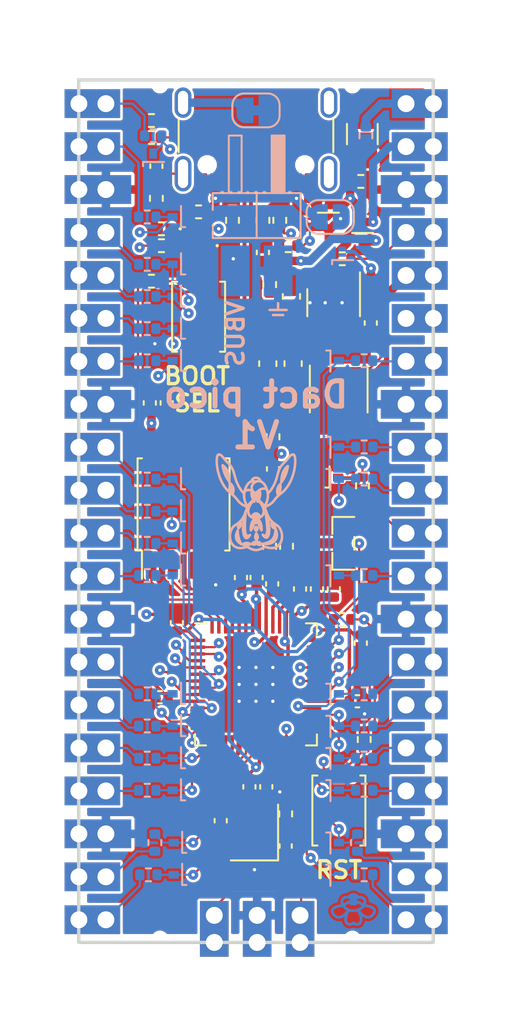
<source format=kicad_pcb>
(kicad_pcb (version 20221018) (generator pcbnew)
  (layers (0 "F.Cu" signal) (1 "In1.Cu" signal) (2 "In2.Cu" signal) (31 "B.Cu" signal) (34 "B.Paste" user) (35 "F.Paste" user) (36 "B.SilkS" user "B.Silkscreen") (37 "F.SilkS" user "F.Silkscreen") (38 "B.Mask" user) (39 "F.Mask" user) (44 "Edge.Cuts" user))
  (net 0 "")
  (net 1 "GND")
  (net 2 "Net-(U1-XIN)")
  (net 3 "Net-(C2-Pad2)")
  (net 4 "+1V1")
  (net 5 "VSYS")
  (net 6 "Net-(U2-BST)")
  (net 7 "/BUCK")
  (net 8 "+3.3V")
  (net 9 "Net-(J3-SHIELD)")
  (net 10 "GPIO00")
  (net 11 "VBUS")
  (net 12 "Net-(D3-K)")
  (net 13 "GPIO25")
  (net 14 "Net-(D4-A)")
  (net 15 "GPIO01")
  (net 16 "GPIO02")
  (net 17 "GPIO03")
  (net 18 "GPIO04")
  (net 19 "GPIO05")
  (net 20 "GPIO06")
  (net 21 "GPIO07")
  (net 22 "GPIO08")
  (net 23 "GPIO09")
  (net 24 "GPIO10")
  (net 25 "GPIO11")
  (net 26 "GPIO12")
  (net 27 "GPIO15")
  (net 28 "GPIO16")
  (net 29 "GPIO17")
  (net 30 "GPIO18")
  (net 31 "GPIO19")
  (net 32 "GPIO20")
  (net 33 "GPIO21")
  (net 34 "GPIO22")
  (net 35 "GPIO26")
  (net 36 "GPIO27")
  (net 37 "GPIO13")
  (net 38 "GPIO14")
  (net 39 "GPIO28")
  (net 40 "Net-(JP1-B)")
  (net 41 "GPIO01-")
  (net 42 "GPIO02-")
  (net 43 "GPIO03-")
  (net 44 "GPIO04-")
  (net 45 "GPIO05-")
  (net 46 "GPIO06-")
  (net 47 "GPIO07-")
  (net 48 "GPIO08-")
  (net 49 "GPIO09-")
  (net 50 "GPIO10-")
  (net 51 "GPIO11-")
  (net 52 "GPIO12-")
  (net 53 "GPIO15-")
  (net 54 "GPIO16-")
  (net 55 "GPIO17-")
  (net 56 "GPIO18-")
  (net 57 "GPIO19-")
  (net 58 "GPIO20-")
  (net 59 "GPIO21-")
  (net 60 "GPIO22-")
  (net 61 "GPIO26-")
  (net 62 "GPIO27-")
  (net 63 "GPIO13-")
  (net 64 "GPIO14-")
  (net 65 "GPIO28-")
  (net 66 "3,3V_EN")
  (net 67 "AREF")
  (net 68 "RST")
  (net 69 "GPIO00-")
  (net 70 "Net-(J3-CC1)")
  (net 71 "D+")
  (net 72 "D-")
  (net 74 "Net-(J3-CC2)")
  (net 76 "SWCLK")
  (net 77 "SWD")
  (net 78 "GPIO29")
  (net 79 "DP")
  (net 80 "DN")
  (net 81 "Net-(U1-XOUT)")
  (net 82 "GPIO24")
  (net 83 "Net-(R11-Pad1)")
  (net 84 "QSPI_SS")
  (net 85 "GPIO23")
  (net 86 "QSPI_SD3")
  (net 87 "QSPI_SCLK")
  (net 88 "QSPI_SD0")
  (net 89 "QSPI_SD2")
  (net 90 "QSPI_SD1")
  (net 91 "/BUSIN")
  (net 92 "Net-(C12-Pad1)")
  (net 93 "Net-(J1-Pin_5)")
  (net 94 "Net-(D33-K)")
  (net 95 "Net-(D26-A)")
  (net 96 "Net-(D2-K)")
  (net 97 "/BUCK_U")
  (footprint "Resistor_SMD:R_0402_1005Metric" (layer "F.Cu") (at 147.95 114.9 -90)
    (fp_text reference "R3" hide)
    (fp_text value "1kΩ")
  )
  (footprint "LED_SMD:LED_0402_1005Metric" (layer "F.Cu") (at 142.79 80.3)
    (fp_text reference "D3" hide)
    (fp_text value "LED_GREEN")
  )
  (footprint "Capacitor_SMD:C_0402_1005Metric" (layer "F.Cu") (at 144.1 115.3 90)
    (fp_text reference "C1" hide)
    (fp_text value "20pf")
  )
  (footprint "Resistor_SMD:R_0402_1005Metric" (layer "F.Cu") (at 144.8 79.8 90)
    (fp_text reference "R16" hide)
    (fp_text value "Var_Small")
  )
  (footprint "Resistor_SMD:R_0402_1005Metric" (layer "F.Cu") (at 140 73.9)
    (fp_text reference "R8" hide)
    (fp_text value "5,1kΩ")
  )
  (footprint "Fuse:Fuse_0402_1005Metric" (layer "F.Cu") (at 153 83.7 -90)
    (fp_text reference "F1" hide)
    (fp_text value "750mA")
  )
  (footprint "Button_Switch_SMD:SW_Push_SPST_NO_Alps_SKRK" (layer "F.Cu") (at 142.79 85.5 90)
    (fp_text reference "SW1" hide)
    (fp_text value "SW_Push")
  )
  (footprint "Capacitor_SMD:C_0603_1608Metric" (layer "F.Cu") (at 146.89 88.275 90)
    (fp_text reference "C8" hide)
    (fp_text value "22µf")
  )
  (footprint "Capacitor_SMD:C_0402_1005Metric" (layer "F.Cu") (at 150.8 101.6 90)
    (fp_text reference "C19" hide)
    (fp_text value "2,2µf")
  )
  (footprint "Resistor_SMD:R_0402_1005Metric" (layer "F.Cu") (at 147 83.6 -90)
    (fp_text reference "FB1" hide)
    (fp_text value "FerriteBead_Small")
  )
  (footprint "Resistor_SMD:R_0402_1005Metric" (layer "F.Cu") (at 151.3 82.073751)
    (fp_text reference "R6" hide)
    (fp_text value "100kΩ")
  )
  (footprint "Resistor_SMD:R_0402_1005Metric" (layer "F.Cu") (at 140 83.4 180)
    (fp_text reference "R11" hide)
    (fp_text value "1kΩ")
  )
  (footprint "LED_SMD:LED_0402_1005Metric" (layer "F.Cu") (at 142.805 81.3 180)
    (fp_text reference "D4" hide)
    (fp_text value "LED_GREEN_PWR")
  )
  (footprint "Fuse:Fuse_0402_1005Metric" (layer "F.Cu") (at 140.5 103.6 90)
    (fp_text reference "F23" hide)
    (fp_text value "50mA")
  )
  (footprint "Capacitor_SMD:C_0402_1005Metric" (layer "F.Cu") (at 148.8 101.6 -90)
    (fp_text reference "C5" hide)
    (fp_text value "2,2µf")
  )
  (footprint "DIY:SOD323_vanlig" (layer "F.Cu") (at 152.49 80 90)
    (fp_text reference "D2" hide)
    (fp_text value "D_Small")
  )
  (footprint "DIY:SOT-23_bättre (2022_12_20 17_46_41 UTC)" (layer "F.Cu") (at 151.3625 98.9 180)
    (fp_text reference "U4" hide)
    (fp_text value "LM4040DBZ-3")
  )
  (footprint "Resistor_SMD:R_0402_1005Metric" (layer "F.Cu") (at 147.2 92.6 -90)
    (fp_text reference "FB2" hide)
    (fp_text value "FerriteBead_Small")
  )
  (footprint "Capacitor_SMD:C_0402_1005Metric" (layer "F.Cu") (at 141.5 103.6 90)
    (fp_text reference "C16" hide)
    (fp_text value "100nf")
  )
  (footprint "Connector_PinSocket_2.54mm:PinSocket_1x03_P2.54mm_Vertical" (layer "F.Cu") (at 143.720001 122.5 90)
    (fp_text reference "J7" hide)
    (fp_text value "Debug")
  )
  (footprint "Capacitor_SMD:C_0402_1005Metric" (layer "F.Cu") (at 152.2 108.2405)
    (fp_text reference "C12" hide)
    (fp_text value "100nf")
  )
  (footprint "Capacitor_SMD:C_0402_1005Metric" (layer "F.Cu") (at 145.8 113.3 -90)
    (fp_text reference "C13" hide)
    (fp_text value "100nf")
  )
  (footprint "Capacitor_SMD:C_0402_1005Metric" (layer "F.Cu") (at 140.9 90.6 90)
    (fp_text reference "C11" hide)
    (fp_text value "2,2µf")
  )
  (footprint "Resistor_SMD:R_0402_1005Metric" (layer "F.Cu") (at 151.29 103.4 180)
    (fp_text reference "R14" hide)
    (fp_text value "1kΩ")
  )
  (footprint "Capacitor_SMD:C_0603_1608Metric" (layer "F.Cu") (at 148.29 84.3 -90)
    (fp_text reference "C6" hide)
    (fp_text value "10µf")
  )
  (footprint "Capacitor_SMD:C_0402_1005Metric" (layer "F.Cu") (at 152.99 85.87375 -90)
    (fp_text reference "C7" hide)
    (fp_text value "100nf")
  )
  (footprint "Connector_PinSocket_2.54mm:PinSocket_1x20_P2.54mm_Vertical" (layer "F.Cu") (at 137.3 72.9)
    (fp_text reference "J2" hide)
    (fp_text value "Conn_01x20")
  )
  (footprint "Fuse:Fuse_0402_1005Metric" (layer "F.Cu") (at 149 79.7 -90)
    (fp_text reference "F2" hide)
    (fp_text value "500mA")
  )
  (footprint "Resistor_SMD:R_0402_1005Metric" (layer "F.Cu") (at 152.4 77.5 180)
    (fp_text reference "R18" hide)
    (fp_text value "Var_Small")
  )
  (footprint "Resistor_SMD:R_0402_1005Metric" (layer "F.Cu") (at 147 99.075 90)
    (fp_text reference "R1" hide)
    (fp_text value "27Ω")
  )
  (footprint "Crystal:Crystal_SMD_2520-4Pin_2.5x2.0mm" (layer "F.Cu") (at 146.1 116 90)
    (fp_text reference "Y1" hide)
    (fp_text value "Crystal_GND24_Small")
  )
  (footprint "Button_Switch_SMD:SW_Push_SPST_NO_Alps_SKRK" (layer "F.Cu") (at 151.1 114.7 90)
    (fp_text reference "SW2" hide)
    (fp_text value "SW_Push")
  )
  (footprint "Connector_PinSocket_2.54mm:PinSocket_1x20_P2.54mm_Vertical" (layer "F.Cu") (at 135.7 72.9)
    (fp_text reference "J6" hide)
    (fp_text value "Conn_01x20")
  )
  (footprint "Resistor_SMD:R_0402_1005Metric" (layer "F.Cu") (at 140.29 78.5 -90)
    (fp_text reference "R19" hide)
    (fp_text value "10kΩ")
  )
  (footprint "Resistor_SMD:R_0402_1005Metric" (layer "F.Cu") (at 148 99.075 -90)
    (fp_text reference "R2" hide)
    (fp_text value "27Ω")
  )
  (footprint "Fuse:Fuse_1206_3216Metric" (layer "F.Cu") (at 152.49 74.7 90)
    (fp_text reference "F25" hide)
    (fp_text value "750mA")
  )
  (footprint "Capacitor_SMD:C_0402_1005Metric" (layer "F.Cu") (at 147.2 94.5 -90)
    (fp_text reference "C22" hide)
    (fp_text value "2,2µf")
  )
  (footprint "Capacitor_SMD:C_0402_1005Metric" (layer "F.Cu") (at 140.29 76.6 90)
    (fp_text reference "C20" hide)
    (fp_text value "100nF")
  )
  (footprint "Connector_PinSocket_2.54mm:PinSocket_1x20_P2.54mm_Vertical" (layer "F.Cu") (at 155.08 72.9)
    (fp_text reference "J1" hide)
    (fp_text value "Conn_01x20")
  )
  (footprint "Resistor_SMD:R_0402_1005Metric" (layer "F.Cu") (at 152.6 110.5 90)
    (fp_text reference "R15" hide)
    (fp_text value "100kΩ")
  )
  (footprint "Resistor_SMD:R_0402_1005Metric" (layer "F.Cu") (at 146.6 79.8 90)
    (fp_text reference "R17" hide)
    (fp_text value "Var_Small")
  )
  (footprint "Capacitor_SMD:C_0402_1005Metric" (layer "F.Cu") (at 146.6 81.7 90)
    (fp_text reference "C23" hide)
    (fp_text value "100nF")
  )
  (footprint "Resistor_SMD:R_0402_1005Metric" (layer "F.Cu") (at 148.1 81.3 180)
    (fp_text reference "R4" hide)
    (fp_text value "5,6kΩ")
  )
  (footprint "Capacitor_SMD:C_0402_1005Metric" (layer "F.Cu") (at 147.95 116.8 90)
    (fp_text reference "C2" hide)
    (fp_text value "20pf")
  )
  (footprint "Capacitor_SMD:C_0402_1005Metric" (layer "F.Cu") (at 145.3 100.925 -90)
    (fp_text reference "C4" hide)
    (fp_text value "100nf")
  )
  (footprint "Connector_PinSocket_2.54mm:PinSocket_1x20_P2.54mm_Vertical" (layer "F.Cu") (at 156.7 72.9)
    (fp_text reference "J5" hide)
    (fp_text value "Conn_01x20")
  )
  (footprint "Capacitor_SMD:C_0402_1005Metric" (layer "F.Cu") (at 146.8 113.3 90)
    (fp_text reference "C3" hide)
    (fp_text value "100nf")
  )
  (footprint "Connector_USB:USB_C_Receptacle_G-Switch_GT-USB-7010ASV" (layer "F.Cu") (at 146.19 73.916 180)
    (fp_text reference "J3" hide)
    (fp_text value "USB_C_Receptacle_USB2.0")
  )
  (footprint "Capacitor_SMD:C_0603_1608Metric" (layer "F.Cu") (at 148.39 88.273751 90)
    (fp_text reference "C9" hide)
    (fp_text value "22µf")
  )
  (footprint "DIY:SOD323_vanlig" (layer "F.Cu") (at 150.5 79.9 -90)
    (fp_text reference "D26" hide)
    (fp_text value "D_Small")
  )
  (footprint "Package_TO_SOT_SMD:TSOT-23-6" (layer "F.Cu") (at 150.789999 84.673749 -90)
    (fp_text reference "U2" hide)
    (fp_text value "AP63203WU")
  )
  (footprint "Resistor_SMD:R_0402_1005Metric" (layer "F.Cu") (at 140.59 80.3 180)
    (fp_text reference "R10" hide)
    (fp_text value "470Ω")
  )
  (footprint "Capacitor_SMD:C_0402_1005Metric" (layer "F.Cu") (at 140.5 108 180)
    (fp_text reference "C14" hide)
    (fp_text value "100nf")
  )
  (footprint "Capacitor_SMD:C_0402_1005Metric" (layer "F.Cu") (at 139.9 90.6 90)
    (fp_text reference "C10" hide)
    (fp_text value "100nf")
  )
  (footprint "DIY:SOD323_zener" (layer "F.Cu") (at 150 95 180)
    (fp_text reference "D33" hide)
    (fp_text value "Zener_3,5V")
  )
  (footprint "Capacitor_SMD:C_0402_1005Metric" (layer "F.Cu") (at 147.15 101.3 90)
    (fp_text reference "C15" hide)
    (fp_text value "100nf")
  )
  (footprint "Resistor_SMD:R_0402_1005Metric" (layer "F.Cu") (at 152.5 95.5 -90)
    (fp_text reference "R12" hide)
    (fp_text value "1kΩ")
  )
  (footprint "Package_SO:SOIC-8_5.23x5.23mm_P1.27mm" (layer "F.Cu") (at 141.9 96.6 90)
    (fp_text reference "U3" hide)
    (fp_text value "W25Q16JVSSIQ")
  )
  (footprint "Resistor_SMD:R_0402_1005Metric" (layer "F.Cu") (at 140 74.9 180)
    (fp_text reference "R7" hide)
    (fp_text value "5,1kΩ")
  )
  (footprint "Inductor_SMD:L_1812_4532Metric" (layer "F.Cu") (at 151.09 89.773751 -90)
    (fp_text reference "L1" hide)
    (fp_text value "3,9µH")
  )
  (footprint "Capacitor_SMD:C_0402_1005Metric" (layer "F.Cu") (at 146.225 100.925 90)
    (fp_text reference "C21" hide)
    (fp_text value "100nf")
  )
  (footprint "Capacitor_SMD:C_0402_1005Metric" (layer "F.Cu") (at 152.4 104.8 90)
    (fp_text reference "C17" hide)
    (fp_text value "100nf")
  )
  (footprint "Connector_PinSocket_2.54mm:PinSocket_1x03_P2.54mm_Vertical" (layer "F.Cu") (at 143.72 120.9 90)
    (fp_text reference "J4" hide)
    (fp_text value "Debug")
  )
  (footprint "Package_DFN_QFN:QFN-56-1EP_7x7mm_P0.4mm_EP3.2x3.2mm" (layer "F.Cu") (at 146.19 107.2405)
    (fp_text reference "U1" hide)
    (fp_text value "RP2040")
  )
  (footprint "Capacitor_SMD:C_0402_1005Metric" (layer "F.Cu") (at 149.8 101.6 90)
    (fp_text reference "C18" hide)
    (fp_text value "100nf")
  )
  (footprint "Resistor_SMD:R_0402_1005Metric" (layer "F.Cu") (at 140.59 81.3)
    (fp_text reference "R9" hide)
    (fp_text value "470Ω")
  )
  (footprint "Resistor_SMD:R_0402_1005Metric" (layer "F.Cu") (at 147.6 79.8 90)
    (fp_text reference "R5" hide)
    (fp_text value "10kΩ")
  )
  (footprint "Resistor_SMD:R_0402_1005Metric" (layer "F.Cu") (at 142.79 79.3)
    (fp_text reference "R46" hide)
    (fp_text value "Var_Small")
  )
  (footprint "Resistor_SMD:R_0402_1005Metric" (layer "B.Cu") (at 139.749999 98.902502 180)
    (fp_text reference "R22" hide)
    (fp_text value "220Ω")
  )
  (footprint "Connector_PinHeader_2.54mm:PinHeader_1x02_P2.54mm_Horizontal" (layer "B.Cu") (at 147.5 82.2875 90)
    (fp_text reference "J8" hide)
    (fp_text value "Screw_Terminal_01x02")
  )
  (footprint "Resistor_SMD:R_0402_1005Metric" (layer "B.Cu") (at 152.599999 118.5)
    (fp_text reference "R37" hide)
    (fp_text value "220Ω")
  )
  (footprint "DIY:SOD323_zener" (layer "B.Cu") (at 150.05 95.1025 180)
    (fp_text reference "D28" hide)
    (fp_text value "Zener_3,5V")
  )
  (footprint "Resistor_SMD:R_0402_1005Metric" (layer "B.Cu") (at 139.749999 86.202502 180)
    (fp_text reference "R26" hide)
    (fp_text value "220Ω")
  )
  (footprint "Resistor_SMD:R_0402_1005Metric" (layer "B.Cu") (at 152.6 100.8)
    (fp_text reference "R43" hide)
    (fp_text value "220Ω")
  )
  (footprint "DIY:SOD323_zener" (layer "B.Cu") (at 142.368749 118.5)
    (fp_text reference "D17" hide)
    (fp_text value "Zener_3,5V")
  )
  (footprint "Resistor_SMD:R_0402_1005Metric" (layer "B.Cu") (at 139.75 84.3025 180)
    (fp_text reference "R27" hide)
    (fp_text value "220Ω")
  )
  (footprint "Resistor_SMD:R_0402_1005Metric" (layer "B.Cu") (at 140.1 74.8 180)
    (fp_text reference "R30" hide)
    (fp_text value "220Ω")
  )
  (footprint "DIY:SOD323_zener" (layer "B.Cu") (at 150.05 100.8025 180)
    (fp_text reference "D24" hide)
    (fp_text value "Zener_3,5V")
  )
  (footprint "DIY:SOD323_zener" (layer "B.Cu") (at 142.299999 107.7975)
    (fp_text reference "D14" hide)
    (fp_text value "Zener_3,5V")
  )
  (footprint "DIY:SOD323_zener" (layer "B.Cu") (at 150.05 113.5025 180)
    (fp_text reference "D20" hide)
    (fp_text value "Zener_3,5V")
  )
  (footprint "DIY:SOD323_zener" (layer "B.Cu") (at 142.3 100.8)
    (fp_text reference "D13" hide)
    (fp_text value "Zener_3,5V")
  )
  (footprint "DIY:SOD323_zener" (layer "B.Cu") (at 142.299999 111.6)
    (fp_text reference "D16" hide)
    (fp_text value "Zener_3,5V")
  )
  (footprint "DIY:SOD323_zener" (layer "B.Cu") (at 142.299999 113.5)
    (fp_text reference "D30" hide)
    (fp_text value "Zener_3,5V")
  )
  (footprint "Jumper:SolderJumper-2_P1.3mm_Open_RoundedPad1.0x1.5mm" (layer "B.Cu") (at 150.59 79.6 180)
    (fp_text reference "JP1" hide)
    (fp_text value "Jumper")
  )
  (footprint "Resistor_SMD:R_0402_1005Metric" (layer "B.Cu") (at 139.75 79.6 180)
    (fp_text reference "R29" hide)
    (fp_text value "220Ω")
  )
  (footprint "Resistor_SMD:R_0402_1005Metric" (layer "B.Cu") (at 152.6 109.7)
    (fp_text reference "R45" hide)
    (fp_text value "220Ω")
  )
  (footprint "DIY:SOD323_zener" (layer "B.Cu") (at 142.3 88.1)
    (fp_text reference "D9" hide)
    (fp_text value "Zener_3,5V")
  )
  (footprint "Resistor_SMD:R_0402_1005Metric" (layer "B.Cu") (at 152.7 74.8 90)
    (fp_text reference "R13" hide)
    (fp_text value "Var_Small")
  )
  (footprint "DIY:SOD323_zener" (layer "B.Cu") (at 150.05 116.6025 180)
    (fp_text reference "D19" hide)
    (fp_text value "Zener_3,5V")
  )
  (footprint "Resistor_SMD:R_0402_1005Metric" (layer "B.Cu") (at 139.749999 111.6025 180)
    (fp_text reference "R33" hide)
    (fp_text value "220Ω")
  )
  (footprint "DIY:SOD323_zener" (layer "B.Cu") (at 142.368749 116.6)
    (fp_text reference "D31" hide)
    (fp_text value "Zener_3,5V")
  )
  (footprint "Resistor_SMD:R_0402_1005Metric" (layer "B.Cu") (at 139.75 95.1025 180)
    (fp_text reference "R24" hide)
    (fp_text value "220Ω")
  )
  (footprint "DIY:SOD323_zener" (layer "B.Cu") (at 142.3 82.4)
    (fp_text reference "D6" hide)
    (fp_text value "Zener_3,5V")
  )
  (footprint "Resistor_SMD:R_0402_1005Metric" (layer "B.Cu") (at 139.749999 107.8 180)
    (fp_text reference "R31" hide)
    (fp_text value "220Ω")
  )
  (footprint "Resistor_SMD:R_0402_1005Metric" (layer "B.Cu") (at 139.75 100.8025 180)
    (fp_text reference "R21" hide)
    (fp_text value "220Ω")
  )
  (footprint "Resistor_SMD:R_0402_1005Metric" (layer "B.Cu") (at 152.600001 113.5)
    (fp_text reference "R39" hide)
    (fp_text value "220Ω")
  )
  (footprint "DIY:SOD323_zener" (layer "B.Cu") (at 142.3 97)
    (fp_text reference "D11" hide)
    (fp_text value "Zener_3,5V")
  )
  (footprint "DIY:SOD323_zener" (layer "B.Cu") (at 142.3 86.2)
    (fp_text reference "D8" hide)
    (fp_text value "Zener_3,5V")
  )
  (footprint "DIY:SOD323_zener" (layer "B.Cu") (at 150.05 107.8025 180)
    (fp_text reference "D23" hide)
    (fp_text value "Zener_3,5V")
  )
  (footprint "DIY:SOD323_zener" (layer "B.Cu") (at 142.3 98.9)
    (fp_text reference "D12" hide)
    (fp_text value "Zener_3,5V")
  )
  (footprint "Resistor_SMD:R_0402_1005Metric" (layer "B.Cu") (at 140.2 116.6025 -90)
    (fp_text reference "R35" hide)
    (fp_text value "220Ω")
  )
  (footprint "DIY:SOD323_zener" (layer "B.Cu") (at 142.3 79.6)
    (fp_text reference "D5" hide)
    (fp_text value "Zener_3,5V")
  )
  (footprint "Resistor_SMD:R_0402_1005Metric" (layer "B.Cu") (at 139.75 82.4025 180)
    (fp_text reference "R28" hide)
    (fp_text value "220Ω")
  )
  (footprint "DIY:SOD323_zener" (layer "B.Cu") (at 151.3 82.7 -90)
    (fp_text reference "D27" hide)
    (fp_text value "Zener_3,5V")
  )
  (footprint "DIY:SOD323_zener" (layer "B.Cu") (at 140.1 76.9 -90)
    (fp_text reference "D1" hide)
    (fp_text value "Zener_3,5V")
  )
  (footprint "Resistor_SMD:R_0402_1005Metric" (layer "B.Cu") (at 139.749999 109.7 180)
    (fp_text reference "R32" hide)
    (fp_text value "220Ω")
  )
  (footprint "DIY:SOD323_zener" (layer "B.Cu") (at 142.3 84.3)
    (fp_text reference "D7" hide)
    (fp_text value "Zener_3,5V")
  )
  (footprint "Resistor_SMD:R_0402_1005Metric" (layer "B.Cu") (at 152.2 116.6 -90)
    (fp_text reference "R38" hide)
    (fp_text value "220Ω")
  )
  (footprint "Resistor_SMD:R_0402_1005Metric" (layer "B.Cu") (at 139.75 97.0025 180)
    (fp_text reference "R23" hide)
    (fp_text value "220Ω")
  )
  (footprint "DIY:SOD323_zener" (layer "B.Cu") (at 142.3 95.1)
    (fp_text reference "D10" hide)
    (fp_text value "Zener_3,5V")
  )
  (footprint "DIY:SOD323_zener" (layer "B.Cu") (at 150.05 88.1 180)
    (fp_text reference "D32" hide)
    (fp_text value "Zener_3,5V")
  )
  (footprint "DIY:SOD323_zener" (layer "B.Cu") (at 150.05 109.7025 180)
    (fp_text reference "D22" hide)
    (fp_text value "Zener_3,5V")
  )
  (footprint "DIY:SOD323_zener" (layer "B.Cu") (at 150.05 111.6025 180)
    (fp_text reference "D21" hide)
    (fp_text value "Zener_3,5V")
  )
  (footprint "Resistor_SMD:R_0402_1005Metric" (layer "B.Cu") (at 152.6 95.1)
    (fp_text reference "R42" hide)
    (fp_text value "220Ω")
  )
  (footprint "Resistor_SMD:R_0402_1005Metric" (layer "B.Cu") (at 152.6 107.8)
    (fp_text reference "R44" hide)
    (fp_text value "220Ω")
  )
  (footprint "DIY:SOD323_zener" (layer "B.Cu") (at 150.05 93.2025 180)
    (fp_text reference "D29" hide)
    (fp_text value "Zener_3,5V")
  )
  (footprint "Resistor_SMD:R_0402_1005Metric" (layer "B.Cu") (at 152.6 93.2)
    (fp_text reference "R41" hide)
    (fp_text value "220Ω")
  )
  (footprint "DIY:SOD323_zener" (layer "B.Cu") (at 150.05 118.505 180)
    (fp_text reference "D18" hide)
    (fp_text value "Zener_3,5V")
  )
  (footprint "Resistor_SMD:R_0402_1005Metric" (layer "B.Cu") (at 152.6 88.1)
    (fp_text reference "R40" hide)
    (fp_text value "220Ω")
  )
  (footprint "Resistor_SMD:R_0402_1005Metric" (layer "B.Cu") (at 152.59 111.6)
    (fp_text reference "R20" hide)
    (fp_text value "220Ω")
  )
  (footprint "Resistor_SMD:R_0402_1005Metric" (layer "B.Cu") (at 139.75 88.1025 180)
    (fp_text reference "R25" hide)
    (fp_text value "220Ω")
  )
  (footprint "Jumper:SolderJumper-2_P1.3mm_Bridged_RoundedPad1.0x1.5mm" (layer "B.Cu") (at 146.19 73.3 180)
    (fp_text reference "JP2" hide)
    (fp_text value "Jumper")
  )
  (footprint "Resistor_SMD:R_0402_1005Metric" (layer "B.Cu") (at 139.818749 118.5025 180)
    (fp_text reference "R36" hide)
    (fp_text value "220Ω")
  )
  (footprint "Resistor_SMD:R_0402_1005Metric" (layer "B.Cu") (at 139.749999 113.5025 180)
    (fp_text reference "R34" hide)
    (fp_text value "220Ω")
  )
  (footprint "DIY:SOD323_zener" (layer "B.Cu") (at 142.299999 109.6975)
    (fp_text reference "D15" hide)
    (fp_text value "Zener_3,5V")
  )
  (gr_line (start 152.919096 120.996803) (end 152.883537 121.006119) (stroke (width 0.1625)) (layer "B.Cu"))
  (gr_line (start 151.725874 119.786808) (end 151.719446 119.796647) (stroke (width 0.1625)) (layer "B.Cu"))
  (gr_line (start 151.384244 120.362207) (end 151.403369 120.385085) (stroke (width 0.1625)) (layer "B.Cu"))
  (gr_line (start 151.743532 120.097695) (end 151.77316 120.089259) (stroke (width 0.1625)) (layer "B.Cu"))
  (gr_line (start 151.314493 119.951322) (end 151.303362 119.970936) (stroke (width 0.1625)) (layer "B.Cu"))
  (gr_line (start 151.485299 120.463014) (end 151.506968 120.47953) (stroke (width 0.1625)) (layer "B.Cu"))
  (gr_line (start 152.990964 120.964501) (end 152.954921 120.983021) (stroke (width 0.1625)) (layer "B.Cu"))
  (gr_line (start 152.488558 119.849227) (end 152.508892 119.859725) (stroke (width 0.1625)) (layer "B.Cu"))
  (gr_line (start 151.761182 119.745034) (end 151.753721 119.752446) (stroke (width 0.1625)) (layer "B.Cu"))
  (gr_line (start 152.125679 120.187763) (end 152.138534 120.178239) (stroke (width 0.1625)) (layer "B.Cu"))
  (gr_line (start 152.614714 120.952456) (end 152.583821 120.933802) (stroke (width 0.1625)) (layer "B.Cu"))
  (gr_line (start 152.190306 119.855445) (end 152.207587 119.84795) (stroke (width 0.1625)) (layer "B.Cu"))
  (gr_line (start 151.452058 120.844417) (end 151.504119 120.794668) (stroke (width 0.1625)) (layer "B.Cu"))
  (gr_line (start 151.574273 120.523332) (end 151.597359 120.536303) (stroke (width 0.1625)) (layer "B.Cu"))
  (gr_line (start 152.172656 119.863901) (end 152.190306 119.855445) (stroke (width 0.1625)) (layer "B.Cu"))
  (gr_line (start 151.95978 120.233695) (end 151.935274 120.232607) (stroke (width 0.1625)) (layer "B.Cu"))
  (gr_line (start 152.181108 119.768396) (end 152.187978 119.777284) (stroke (width 0.1625)) (layer "B.Cu"))
  (gr_line (start 152.517067 120.385085) (end 152.497366 120.406519) (stroke (width 0.1625)) (layer "B.Cu"))
  (gr_line (start 150.749938 120.509046) (end 150.736187 120.527166) (stroke (width 0.1625)) (layer "B.Cu"))
  (gr_line (start 152.57258 120.311777) (end 152.52817 120.280581) (stroke (width 0.1625)) (layer "B.Cu"))
  (gr_line (start 152.100558 119.907212) (end 152.118588 119.894973) (stroke (width 0.1625)) (layer "B.Cu"))
  (gr_line (start 151.783451 119.883671) (end 151.765495 119.873311) (stroke (width 0.1625)) (layer "B.Cu"))
  (gr_line (start 152.417325 121.088564) (end 152.419029 121.131265) (stroke (width 0.1625)) (layer "B.Cu"))
  (gr_line (start 151.453158 119.84021) (end 151.431893 119.849227) (stroke (width 0.1625)) (layer "B.Cu"))
  (gr_line (start 153.200317 120.71316) (end 153.189217 120.742128) (stroke (width 0.1625)) (layer "B.Cu"))
  (gr_line (start 151.891563 120.22718) (end 151.872112 120.222921) (stroke (width 0.1625)) (layer "B.Cu"))
  (gr_line (start 151.753721 119.752446) (end 151.746453 119.760315) (stroke (width 0.1625)) (layer "B.Cu"))
  (gr_line (start 151.036971 121.006119) (end 151.072213 121.011239) (stroke (width 0.1625)) (layer "B.Cu"))
  (gr_line (start 153.068943 120.432802) (end 153.093353 120.446268) (stroke (width 0.1625)) (layer "B.Cu"))
  (gr_line (start 152.619297 120.221439) (end 152.606505 120.250938) (stroke (width 0.1625)) (layer "B.Cu"))
  (gr_line (start 152.050004 120.619452) (end 152.032592 120.621234) (stroke (width 0.1625)) (layer "B.Cu"))
  (gr_line (start 152.112013 120.196509) (end 152.125679 120.187763) (stroke (width 0.1625)) (layer "B.Cu"))
  (gr_line (start 151.701564 119.829387) (end 151.696095 119.841421) (stroke (width 0.1625)) (layer "B.Cu"))
  (gr_line (start 152.4383 120.222004) (end 152.39273 120.195017) (stroke (width 0.1625)) (layer "B.Cu"))
  (gr_line (start 152.147081 120.089259) (end 152.116095 120.081732) (stroke (width 0.1625)) (layer "B.Cu"))
  (gr_line (start 152.084374 120.075137) (end 152.052389 120.0695) (stroke (width 0.1625)) (layer "B.Cu"))
  (gr_line (start 152.081791 120.21151) (end 152.097422 120.204438) (stroke (width 0.1625)) (layer "B.Cu"))
  (gr_line (start 151.536728 121.303043) (end 151.551522 121.32895) (stroke (width 0.1625)) (layer "B.Cu"))
  (gr_line (start 152.228987 120.116012) (end 152.204966 120.107016) (stroke (width 0.1625)) (layer "B.Cu"))
  (gr_line (start 152.368129 121.32895) (end 152.351113 121.352007) (stroke (width 0.1625)) (layer "B.Cu"))
  (gr_line (start 152.300053 120.146633) (end 152.276524 120.135845) (stroke (width 0.1625)) (layer "B.Cu"))
  (gr_line (start 152.228426 120.582329) (end 152.26697 120.64924) (stroke (width 0.1625)) (layer "B.Cu"))
  (gr_line (start 152.528197 119.87166) (end 152.546379 119.884988) (stroke (width 0.1625)) (layer "B.Cu"))
  (gr_line (start 151.757881 120.15702) (end 151.746923 120.145405) (stroke (width 0.1625)) (layer "B.Cu"))
  (gr_line (start 152.044387 121.401088) (end 152.015662 121.385769) (stroke (width 0.1625)) (layer "B.Cu"))
  (gr_line (start 153.215252 120.634273) (end 153.213245 120.659272) (stroke (width 0.1625)) (layer "B.Cu"))
  (gr_line (start 151.276765 120.060176) (end 151.275075 120.084957) (stroke (width 0.1625)) (layer "B.Cu"))
  (gr_line (start 152.194632 119.786665) (end 152.201063 119.796553) (stroke (width 0.1625)) (layer "B.Cu"))
  (gr_line (start 152.143753 119.730918) (end 152.151602 119.737528) (stroke (width 0.1625)) (layer "B.Cu"))
  (gr_line (start 152.645379 120.084957) (end 152.644894 120.110636) (stroke (width 0.1625)) (layer "B.Cu"))
  (gr_line (start 151.729283 120.102246) (end 151.743532 120.097695) (stroke (width 0.1625)) (layer "B.Cu"))
  (gr_line (start 152.61709 119.970936) (end 152.626524 119.991674) (stroke (width 0.1625)) (layer "B.Cu"))
  (gr_line (start 152.06717 120.617344) (end 152.050004 120.619452) (stroke (width 0.1625)) (layer "B.Cu"))
  (gr_line (start 152.027521 120.22718) (end 152.046954 120.222921) (stroke (width 0.1625)) (layer "B.Cu"))
  (gr_line (start 151.283436 120.16451) (end 151.291018 120.192615) (stroke (width 0.1625)) (layer "B.Cu"))
  (gr_line (start 152.056767 119.685665) (end 152.075236 119.691988) (stroke (width 0.1625)) (layer "B.Cu"))
  (gr_line (start 152.467293 119.84021) (end 152.488558 119.849227) (stroke (width 0.1625)) (layer "B.Cu"))
  (gr_line (start 152.166746 119.752051) (end 152.174028 119.75999) (stroke (width 0.1625)) (layer "B.Cu"))
  (gr_line (start 151.723102 120.590918) (end 151.754641 120.59886) (stroke (width 0.1625)) (layer "B.Cu"))
  (gr_line (start 151.594977 119.819744) (end 151.570125 119.818927) (stroke (width 0.1625)) (layer "B.Cu"))
  (gr_line (start 152.323431 120.157968) (end 152.300053 120.146633) (stroke (width 0.1625)) (layer "B.Cu"))
  (gr_line (start 150.736187 120.527166) (end 150.724838 120.546333) (stroke (width 0.1625)) (layer "B.Cu"))
  (gr_line (start 152.097422 120.204438) (end 152.112013 120.196509) (stroke (width 0.1625)) (layer "B.Cu"))
  (gr_line (start 151.274182 120.96909) (end 151.305795 120.952456) (stroke (width 0.1625)) (layer "B.Cu"))
  (gr_line (start 151.653533 120.64924) (end 151.619777 120.713519) (stroke (width 0.1625)) (layer "B.Cu"))
  (gr_line (start 150.827156 120.446268) (end 150.804698 120.460587) (stroke (width 0.1625)) (layer "B.Cu"))
  (gr_line (start 151.80393 120.081732) (end 151.835402 120.075137) (stroke (width 0.1625)) (layer "B.Cu"))
  (gr_line (start 153.063497 120.912157) (end 153.027172 120.94097) (stroke (width 0.1625)) (layer "B.Cu"))
  (gr_line (start 152.744979 121.004149) (end 152.711509 120.995208) (stroke (width 0.1625)) (layer "B.Cu"))
  (gr_line (start 152.100823 120.61222) (end 152.06717 120.617344) (stroke (width 0.1625)) (layer "B.Cu"))
  (gr_line (start 150.784283 120.475796) (end 150.765999 120.491936) (stroke (width 0.1625)) (layer "B.Cu"))
  (gr_line (start 152.133661 120.60601) (end 152.100823 120.61222) (stroke (width 0.1625)) (layer "B.Cu"))
  (gr_line (start 153.189217 120.742128) (end 153.174907 120.772497) (stroke (width 0.1625)) (layer "B.Cu"))
  (gr_line (start 152.524395 120.89152) (end 152.46845 120.844417) (stroke (width 0.1625)) (layer "B.Cu"))
  (gr_line (start 152.368948 120.509603) (end 152.346164 120.523332) (stroke (width 0.1625)) (layer "B.Cu"))
  (gr_line (start 151.844737 119.693005) (end 151.826898 119.700534) (stroke (width 0.1625)) (layer "B.Cu"))
  (gr_line (start 151.939465 119.671332) (end 151.919976 119.67391) (stroke (width 0.1625)) (layer "B.Cu"))
  (gr_line (start 152.678608 120.983431) (end 152.646327 120.96909) (stroke (width 0.1625)) (layer "B.Cu"))
  (gr_line (start 152.536192 120.362207) (end 152.517067 120.385085) (stroke (width 0.1625)) (layer "B.Cu"))
  (gr_line (start 152.639919 120.036339) (end 152.643688 120.060176) (stroke (width 0.1625)) (layer "B.Cu"))
  (gr_line (start 152.151602 119.737528) (end 152.159268 119.744568) (stroke (width 0.1625)) (layer "B.Cu"))
  (gr_line (start 152.325474 119.819744) (end 152.350326 119.818927) (stroke (width 0.1625)) (layer "B.Cu"))
  (gr_line (start 152.554704 120.3378) (end 152.536192 120.362207) (stroke (width 0.1625)) (layer "B.Cu"))
  (gr_line (start 152.332133 121.3722) (end 152.311364 121.389513) (stroke (width 0.1625)) (layer "B.Cu"))
  (gr_line (start 152.886533 120.367704) (end 152.953585 120.386675) (stroke (width 0.1625)) (layer "B.Cu"))
  (gr_line (start 152.276131 120.560316) (end 152.252341 120.57153) (stroke (width 0.1625)) (layer "B.Cu"))
  (gr_line (start 151.570125 119.818927) (end 151.545631 119.819861) (stroke (width 0.1625)) (layer "B.Cu"))
  (gr_line (start 151.347865 120.311777) (end 151.365732 120.3378) (stroke (width 0.1625)) (layer "B.Cu"))
  (gr_line (start 152.445191 119.83272) (end 152.467293 119.84021) (stroke (width 0.1625)) (layer "B.Cu"))
  (gr_line (start 152.52817 120.280581) (end 152.483428 120.250591) (stroke (width 0.1625)) (layer "B.Cu"))
  (gr_line (start 151.502853 121.088564) (end 151.501081 121.131265) (stroke (width 0.1625)) (layer "B.Cu"))
  (gr_line (start 151.837398 120.21151) (end 151.821889 120.204438) (stroke (width 0.1625)) (layer "B.Cu"))
  (gr_line (start 152.159148 121.432115) (end 152.130834 121.428866) (stroke (width 0.1625)) (layer "B.Cu"))
  (gr_line (start 151.9007 119.677255) (end 151.881696 119.681477) (stroke (width 0.1625)) (layer "B.Cu"))
  (gr_line (start 151.501081 121.131265) (end 151.502512 121.171205) (stroke (width 0.1625)) (layer "B.Cu"))
  (gr_line (start 152.405614 121.242737) (end 152.395557 121.2743) (stroke (width 0.1625)) (layer "B.Cu"))
  (gr_line (start 152.813422 121.012437) (end 152.778966 121.009983) (stroke (width 0.1625)) (layer "B.Cu"))
  (gr_line (start 151.17553 121.004149) (end 151.209 120.995208) (stroke (width 0.1625)) (layer "B.Cu"))
  (gr_line (start 151.551522 121.32895) (end 151.568457 121.352007) (stroke (width 0.1625)) (layer "B.Cu"))
  (gr_line (start 152.130834 121.428866) (end 152.10215 121.422622) (stroke (width 0.1625)) (layer "B.Cu"))
  (gr_line (start 151.821889 120.204438) (end 151.807447 120.196509) (stroke (width 0.1625)) (layer "B.Cu"))
  (gr_line (start 151.654089 121.415444) (end 151.679085 121.424033) (stroke (width 0.1625)) (layer "B.Cu"))
  (gr_line (start 152.346164 120.523332) (end 152.323077 120.536303) (stroke (width 0.1625)) (layer "B.Cu"))
  (gr_line (start 152.593227 119.932874) (end 152.60596 119.951322) (stroke (width 0.1625)) (layer "B.Cu"))
  (gr_line (start 151.845597 121.413367) (end 151.874455 121.401088) (stroke (width 0.1625)) (layer "B.Cu"))
  (gr_line (start 152.187978 119.777284) (end 152.194632 119.786665) (stroke (width 0.1625)) (layer "B.Cu"))
  (gr_line (start 151.887843 120.621234) (end 151.905514 120.62267) (stroke (width 0.1625)) (layer "B.Cu"))
  (gr_line (start 152.065148 119.934479) (end 152.082708 119.920383) (stroke (width 0.1625)) (layer "B.Cu"))
  (gr_line (start 150.712212 120.685554) (end 150.720191 120.71316) (stroke (width 0.1625)) (layer "B.Cu"))
  (gr_line (start 153.170571 120.509046) (end 153.184321 120.527166) (stroke (width 0.1625)) (layer "B.Cu"))
  (gr_line (start 152 120) (end 152.015303 119.982261) (stroke (width 0.1625)) (layer "B.Cu"))
  (gr_line (start 151.275075 120.084957) (end 151.275559 120.110636) (stroke (width 0.1625)) (layer "B.Cu"))
  (gr_line (start 151.989511 120.061191) (end 151.959559 120.058569) (stroke (width 0.1625)) (layer "B.Cu"))
  (gr_line (start 152.052389 120.0695) (end 152.020611 120.064843) (stroke (width 0.1625)) (layer "B.Cu"))
  (gr_line (start 152.398859 119.822501) (end 152.422347 119.826802) (stroke (width 0.1625)) (layer "B.Cu"))
  (gr_line (start 151.819611 120.61222) (end 151.853264 120.617344) (stroke (width 0.1625)) (layer "B.Cu"))
  (gr_line (start 151.341462 119.91564) (end 151.327225 119.932874) (stroke (width 0.1625)) (layer "B.Cu"))
  (gr_line (start 152.46845 120.844417) (end 152.41639 120.794668) (stroke (width 0.1625)) (layer "B.Cu"))
  (gr_line (start 152.127537 119.718936) (end 152.135729 119.724725) (stroke (width 0.1625)) (layer "B.Cu"))
  (gr_line (start 151.863022 119.68669) (end 151.844737 119.693005) (stroke (width 0.1625)) (layer "B.Cu"))
  (gr_line (start 151.732522 119.777482) (end 151.725874 119.786808) (stroke (width 0.1625)) (layer "B.Cu"))
  (gr_line (start 152.184114 120.133172) (end 152.194619 120.120363) (stroke (width 0.1625)) (layer "B.Cu"))
  (gr_line (start 151.620093 119.822357) (end 151.594977 119.819744) (stroke (width 0.1625)) (layer "B.Cu"))
  (gr_line (start 152.60596 119.951322) (end 152.61709 119.970936) (stroke (width 0.1625)) (layer "B.Cu"))
  (gr_line (start 151.747672 119.863901) (end 151.730088 119.855445) (stroke (width 0.1625)) (layer "B.Cu"))
  (gr_line (start 151.725861 120.120363) (end 151.715511 120.107016) (stroke (width 0.1625)) (layer "B.Cu"))
  (gr_line (start 152.116095 120.081732) (end 152.084374 120.075137) (stroke (width 0.1625)) (layer "B.Cu"))
  (gr_line (start 152.350326 119.818927) (end 152.37482 119.819861) (stroke (width 0.1625)) (layer "B.Cu"))
  (gr_line (start 152.642139 120.137169) (end 152.637019 120.16451) (stroke (width 0.1625)) (layer "B.Cu"))
  (gr_line (start 152.194619 120.120363) (end 152.204997 120.107016) (stroke (width 0.1625)) (layer "B.Cu"))
  (gr_line (start 151.2419 120.983431) (end 151.274182 120.96909) (stroke (width 0.1625)) (layer "B.Cu"))
  (gr_line (start 152.207264 119.806959) (end 152.213228 119.817898) (stroke (width 0.1625)) (layer "B.Cu"))
  (gr_line (start 152.417528 121.171205) (end 152.412997 121.208366) (stroke (width 0.1625)) (layer "B.Cu"))
  (gr_line (start 152.118588 119.894973) (end 152.136687 119.883671) (stroke (width 0.1625)) (layer "B.Cu"))
  (gr_line (start 152.368615 120.744446) (end 152.228426 120.582329) (stroke (width 0.1625)) (layer "B.Cu"))
  (gr_line (start 151.521592 119.822501) (end 151.498103 119.826802) (stroke (width 0.1625)) (layer "B.Cu"))
  (gr_line (start 151.959792 120.233695) (end 151.984054 120.232607) (stroke (width 0.1625)) (layer "B.Cu"))
  (gr_line (start 152.176861 120.097695) (end 152.147081 120.089259) (stroke (width 0.1625)) (layer "B.Cu"))
  (gr_line (start 151.919222 120) (end 151.904005 119.982261) (stroke (width 0.1625)) (layer "B.Cu"))
  (gr_line (start 151.106319 120.351043) (end 151.033976 120.367704) (stroke (width 0.1625)) (layer "B.Cu"))
  (gr_line (start 152.546379 119.884988) (end 152.563341 119.899663) (stroke (width 0.1625)) (layer "B.Cu"))
  (gr_line (start 151.786774 120.60601) (end 151.819611 120.61222) (stroke (width 0.1625)) (layer "B.Cu"))
  (gr_line (start 151.667608 120.12563) (end 151.69146 120.116012) (stroke (width 0.1625)) (layer "B.Cu"))
  (gr_line (start 151.853264 120.617344) (end 151.870431 120.619452) (stroke (width 0.1625)) (layer "B.Cu"))
  (gr_line (start 151.278314 120.137169) (end 151.283436 120.16451) (stroke (width 0.1625)) (layer "B.Cu"))
  (gr_line (start 152.412236 121.043114) (end 152.417325 121.088564) (stroke (width 0.1625)) (layer "B.Cu"))
  (gr_line (start 152.299721 120.548603) (end 152.276131 120.560316) (stroke (width 0.1625)) (layer "B.Cu"))
  (gr_line (start 152.954921 120.983021) (end 152.919096 120.996803) (stroke (width 0.1625)) (layer "B.Cu"))
  (gr_line (start 153.208296 120.685554) (end 153.200317 120.71316) (stroke (width 0.1625)) (layer "B.Cu"))
  (gr_line (start 151.905514 120.62267) (end 151.923458 120.623744) (stroke (width 0.1625)) (layer "B.Cu"))
  (gr_line (start 152.456366 120.445397) (end 152.435138 120.463014) (stroke (width 0.1625)) (layer "B.Cu"))
  (gr_line (start 152.162263 120.15702) (end 152.173366 120.145405) (stroke (width 0.1625)) (layer "B.Cu"))
  (gr_line (start 151.443316 120.426594) (end 151.464071 120.445397) (stroke (width 0.1625)) (layer "B.Cu"))
  (gr_line (start 151.62039 120.146633) (end 151.64392 120.135845) (stroke (width 0.1625)) (layer "B.Cu"))
  (gr_line (start 150.707264 120.659272) (end 150.712212 120.685554) (stroke (width 0.1625)) (layer "B.Cu"))
  (gr_line (start 151.464071 120.445397) (end 151.485299 120.463014) (stroke (width 0.1625)) (layer "B.Cu"))
  (gr_line (start 150.784215 120.837599) (end 150.820621 120.877791) (stroke (width 0.1625)) (layer "B.Cu"))
  (gr_line (start 152.508892 119.859725) (end 152.528197 119.87166) (stroke (width 0.1625)) (layer "B.Cu"))
  (gr_line (start 152.073275 121.413367) (end 152.044387 121.401088) (stroke (width 0.1625)) (layer "B.Cu"))
  (gr_line (start 152.419029 121.131265) (end 152.417528 121.171205) (stroke (width 0.1625)) (layer "B.Cu"))
  (gr_line (start 151.39228 120.280581) (end 151.437019 120.250591) (stroke (width 0.1625)) (layer "B.Cu"))
  (gr_line (start 153.093353 120.446268) (end 153.11581 120.460587) (stroke (width 0.1625)) (layer "B.Cu"))
  (gr_line (start 151.769289 120.167978) (end 151.757881 120.15702) (stroke (width 0.1625)) (layer "B.Cu"))
  (gr_line (start 152.346666 120.169827) (end 152.323431 120.157968) (stroke (width 0.1625)) (layer "B.Cu"))
  (gr_line (start 151.551893 120.744446) (end 151.692083 120.582329) (stroke (width 0.1625)) (layer "B.Cu"))
  (gr_line (start 151.516711 120.99493) (end 151.508004 121.043114) (stroke (width 0.1625)) (layer "B.Cu"))
  (gr_line (start 151.871537 119.949495) (end 151.854499 119.934479) (stroke (width 0.1625)) (layer "B.Cu"))
  (gr_line (start 151.365732 120.3378) (end 151.384244 120.362207) (stroke (width 0.1625)) (layer "B.Cu"))
  (gr_line (start 151.959561 120.058569) (end 151.972019 120.03816) (stroke (width 0.1625)) (layer "B.Cu"))
  (gr_line (start 152.159268 119.744568) (end 152.166746 119.752051) (stroke (width 0.1625)) (layer "B.Cu"))
  (gr_line (start 151.524254 121.2743) (end 151.536728 121.303043) (stroke (width 0.1625)) (layer "B.Cu"))
  (gr_line (start 152.37482 119.819861) (end 152.398859 119.822501) (stroke (width 0.1625)) (layer "B.Cu"))
  (gr_line (start 151.293928 119.991674) (end 151.286287 120.01349) (stroke (width 0.1625)) (layer "B.Cu"))
  (gr_line (start 151.77316 120.089259) (end 151.80393 120.081732) (stroke (width 0.1625)) (layer "B.Cu"))
  (gr_line (start 151.366811 120.9134) (end 151.396114 120.89152) (stroke (width 0.1625)) (layer "B.Cu"))
  (gr_line (start 151.732147 121.432383) (end 151.759858 121.432115) (stroke (width 0.1625)) (layer "B.Cu"))
  (gr_line (start 152.276524 120.135845) (end 152.252838 120.12563) (stroke (width 0.1625)) (layer "B.Cu"))
  (gr_line (start 151.508004 121.043114) (end 151.502853 121.088564) (stroke (width 0.1625)) (layer "B.Cu"))
  (gr_line (start 152.590964 120.281065) (end 152.57258 120.311777) (stroke (width 0.1625)) (layer "B.Cu"))
  (gr_line (start 152.037871 119.680501) (end 152.056767 119.685665) (stroke (width 0.1625)) (layer "B.Cu"))
  (gr_line (start 151.959124 119.669409) (end 151.979176 119.670951) (stroke (width 0.1625)) (layer "B.Cu"))
  (gr_line (start 152.288986 121.403933) (end 152.265174 121.415444) (stroke (width 0.1625)) (layer "B.Cu"))
  (gr_line (start 151.872112 120.222921) (end 151.854098 120.217684) (stroke (width 0.1625)) (layer "B.Cu"))
  (gr_line (start 152.252341 120.57153) (end 152.228385 120.582329) (stroke (width 0.1625)) (layer "B.Cu"))
  (gr_line (start 151.837066 119.920383) (end 151.819343 119.907212) (stroke (width 0.1625)) (layer "B.Cu"))
  (gr_line (start 152.637019 120.16451) (end 152.629436 120.192615) (stroke (width 0.1625)) (layer "B.Cu"))
  (gr_line (start 151.947095 120.03816) (end 151.933621 120.018635) (stroke (width 0.1625)) (layer "B.Cu"))
  (gr_line (start 151.183233 120.336377) (end 151.106319 120.351043) (stroke (width 0.1625)) (layer "B.Cu"))
  (gr_line (start 152.643688 120.060176) (end 152.645379 120.084957) (stroke (width 0.1625)) (layer "B.Cu"))
  (gr_line (start 151.608049 121.389513) (end 151.630351 121.403933) (stroke (width 0.1625)) (layer "B.Cu"))
  (gr_line (start 151.746453 119.760315) (end 151.739384 119.768656) (stroke (width 0.1625)) (layer "B.Cu"))
  (gr_line (start 151.776649 119.731528) (end 151.768826 119.738066) (stroke (width 0.1625)) (layer "B.Cu"))
  (gr_line (start 151.209 120.995208) (end 151.2419 120.983431) (stroke (width 0.1625)) (layer "B.Cu"))
  (gr_line (start 152.953585 120.386675) (end 153.014629 120.40827) (stroke (width 0.1625)) (layer "B.Cu"))
  (gr_line (start 150.804698 120.460587) (end 150.784283 120.475796) (stroke (width 0.1625)) (layer "B.Cu"))
  (gr_line (start 152.173366 120.145405) (end 152.184114 120.133172) (stroke (width 0.1625)) (layer "B.Cu"))
  (gr_line (start 151.286287 120.01349) (end 151.280534 120.036339) (stroke (width 0.1625)) (layer "B.Cu"))
  (gr_line (start 151.545631 119.819861) (end 151.521592 119.822501) (stroke (width 0.1625)) (layer "B.Cu"))
  (gr_line (start 151.792796 119.719684) (end 151.784641 119.725405) (stroke (width 0.1625)) (layer "B.Cu"))
  (gr_line (start 151.959559 120.058569) (end 151.959561 120.058569) (stroke (width 0.1625)) (layer "B.Cu"))
  (gr_line (start 152.374894 120.890421) (end 152.391198 120.944028) (stroke (width 0.1625)) (layer "B.Cu"))
  (gr_line (start 152.497366 120.406519) (end 152.47712 120.426594) (stroke (width 0.1625)) (layer "B.Cu"))
  (gr_line (start 152.031336 119.965424) (end 152.047987 119.949495) (stroke (width 0.1625)) (layer "B.Cu"))
  (gr_line (start 150.7061 120.61052) (end 150.705256 120.634273) (stroke (width 0.1625)) (layer "B.Cu"))
  (gr_line (start 152.207587 119.84795) (end 152.224388 119.841421) (stroke (width 0.1625)) (layer "B.Cu"))
  (gr_line (start 151.327225 119.932874) (end 151.314493 119.951322) (stroke (width 0.1625)) (layer "B.Cu"))
  (gr_line (start 152.020611 120.064843) (end 151.989511 120.061191) (stroke (width 0.1625)) (layer "B.Cu"))
  (gr_line (start 151.713248 119.807015) (end 151.707284 119.817923) (stroke (width 0.1625)) (layer "B.Cu"))
  (gr_line (start 152.135729 119.724725) (end 152.143753 119.730918) (stroke (width 0.1625)) (layer "B.Cu"))
  (gr_line (start 151.679085 121.424033) (end 151.705163 121.429684) (stroke (width 0.1625)) (layer "B.Cu"))
  (gr_line (start 151.597011 120.157968) (end 151.62039 120.146633) (stroke (width 0.1625)) (layer "B.Cu"))
  (gr_line (start 150.709705 120.587971) (end 150.7061 120.61052) (stroke (width 0.1625)) (layer "B.Cu"))
  (gr_line (start 151.263998 120.323394) (end 151.183233 120.336377) (stroke (width 0.1625)) (layer "B.Cu"))
  (gr_line (start 151.47526 119.83272) (end 151.453158 119.84021) (stroke (width 0.1625)) (layer "B.Cu"))
  (gr_line (start 152.572612 120.311777) (end 152.65651 120.323394) (stroke (width 0.1625)) (layer "B.Cu"))
  (gr_line (start 151.95911 119.669409) (end 151.939465 119.671332) (stroke (width 0.1625)) (layer "B.Cu"))
  (gr_line (start 151.573776 120.169827) (end 151.597011 120.157968) (stroke (width 0.1625)) (layer "B.Cu"))
  (gr_line (start 151.64392 120.135845) (end 151.667608 120.12563) (stroke (width 0.1625)) (layer "B.Cu"))
  (gr_line (start 152.391198 120.944028) (end 152.403586 120.99493) (stroke (width 0.1625)) (layer "B.Cu"))
  (gr_line (start 151.630351 121.403933) (end 151.654089 121.415444) (stroke (width 0.1625)) (layer "B.Cu"))
  (gr_line (start 151.645376 119.826811) (end 151.620093 119.822357) (stroke (width 0.1625)) (layer "B.Cu"))
  (gr_line (start 152.626524 119.991674) (end 152.634165 120.01349) (stroke (width 0.1625)) (layer "B.Cu"))
  (gr_line (start 151.754641 120.59886) (end 151.786774 120.60601) (stroke (width 0.1625)) (layer "B.Cu"))
  (gr_line (start 151.107086 121.012437) (end 151.141542 121.009983) (stroke (width 0.1625)) (layer "B.Cu"))
  (gr_line (start 152.883537 121.006119) (end 152.848296 121.011239) (stroke (width 0.1625)) (layer "B.Cu"))
  (gr_line (start 151.551489 120.509603) (end 151.574273 120.523332) (stroke (width 0.1625)) (layer "B.Cu"))
  (gr_line (start 151.423071 120.406519) (end 151.443316 120.426594) (stroke (width 0.1625)) (layer "B.Cu"))
  (gr_line (start 151.545502 120.890421) (end 151.529152 120.944028) (stroke (width 0.1625)) (layer "B.Cu"))
  (gr_line (start 151.898699 120.064843) (end 151.929646 120.061191) (stroke (width 0.1625)) (layer "B.Cu"))
  (gr_line (start 152.204966 120.107016) (end 152.191152 120.102246) (stroke (width 0.1625)) (layer "B.Cu"))
  (gr_line (start 151.692047 120.582329) (end 151.723102 120.590918) (stroke (width 0.1625)) (layer "B.Cu"))
  (gr_line (start 151.888075 119.965424) (end 151.871537 119.949495) (stroke (width 0.1625)) (layer "B.Cu"))
  (gr_line (start 151.437019 120.250591) (end 151.482145 120.222004) (stroke (width 0.1625)) (layer "B.Cu"))
  (gr_line (start 150.905879 120.40827) (end 150.851565 120.432802) (stroke (width 0.1625)) (layer "B.Cu"))
  (gr_line (start 151.931528 121.367396) (end 151.95939 121.345955) (stroke (width 0.1625)) (layer "B.Cu"))
  (gr_line (start 152.15069 120.167978) (end 152.162263 120.15702) (stroke (width 0.1625)) (layer "B.Cu"))
  (gr_line (start 151.707284 119.817923) (end 151.701564 119.829387) (stroke (width 0.1625)) (layer "B.Cu"))
  (gr_line (start 151.912576 120.230423) (end 151.891563 120.22718) (stroke (width 0.1625)) (layer "B.Cu"))
  (gr_line (start 151.941689 120.624435) (end 151.96022 120.624727) (stroke (width 0.1625)) (layer "B.Cu"))
  (gr_line (start 152.606505 120.250938) (end 152.590964 120.281065) (stroke (width 0.1625)) (layer "B.Cu"))
  (gr_line (start 153.157295 120.804308) (end 153.136293 120.837599) (stroke (width 0.1625)) (layer "B.Cu"))
  (gr_line (start 151.141542 121.009983) (end 151.17553 121.004149) (stroke (width 0.1625)) (layer "B.Cu"))
  (gr_line (start 151.903158 121.385769) (end 151.931528 121.367396) (stroke (width 0.1625)) (layer "B.Cu"))
  (gr_line (start 151.979176 119.670951) (end 151.999021 119.673246) (stroke (width 0.1625)) (layer "B.Cu"))
  (gr_line (start 152.240108 121.424033) (end 152.213963 121.429684) (stroke (width 0.1625)) (layer "B.Cu"))
  (gr_line (start 150.965587 120.983021) (end 151.001413 120.996803) (stroke (width 0.1625)) (layer "B.Cu"))
  (gr_line (start 151.959539 120.058569) (end 151.947095 120.03816) (stroke (width 0.1625)) (layer "B.Cu"))
  (gr_line (start 151.759858 121.432115) (end 151.788122 121.428866) (stroke (width 0.1625)) (layer "B.Cu"))
  (gr_line (start 151.809565 119.70939) (end 151.792796 119.719684) (stroke (width 0.1625)) (layer "B.Cu"))
  (gr_line (start 151.788122 121.428866) (end 151.81676 121.422622) (stroke (width 0.1625)) (layer "B.Cu"))
  (gr_line (start 152.351113 121.352007) (end 152.332133 121.3722) (stroke (width 0.1625)) (layer "B.Cu"))
  (gr_line (start 152.737275 120.336377) (end 152.814189 120.351043) (stroke (width 0.1625)) (layer "B.Cu"))
  (gr_line (start 152.39273 120.195017) (end 152.369763 120.182185) (stroke (width 0.1625)) (layer "B.Cu"))
  (gr_line (start 150.929545 120.964501) (end 150.965587 120.983021) (stroke (width 0.1625)) (layer "B.Cu"))
  (gr_line (start 151.933621 120.018635) (end 151.919222 120) (stroke (width 0.1625)) (layer "B.Cu"))
  (gr_line (start 151.644303 120.560316) (end 151.668092 120.57153) (stroke (width 0.1625)) (layer "B.Cu"))
  (gr_line (start 152.300359 119.822357) (end 152.325474 119.819744) (stroke (width 0.1625)) (layer "B.Cu"))
  (gr_line (start 150.720191 120.71316) (end 150.731291 120.742128) (stroke (width 0.1625)) (layer "B.Cu"))
  (gr_line (start 151.71285 119.84795) (end 151.696064 119.841421) (stroke (width 0.1625)) (layer "B.Cu"))
  (gr_line (start 152.047987 119.949495) (end 152.065148 119.934479) (stroke (width 0.1625)) (layer "B.Cu"))
  (gr_line (start 151.431893 119.849227) (end 151.41156 119.859725) (stroke (width 0.1625)) (layer "B.Cu"))
  (gr_line (start 153.210804 120.587971) (end 153.214408 120.61052) (stroke (width 0.1625)) (layer "B.Cu"))
  (gr_line (start 153.213245 120.659272) (end 153.208296 120.685554) (stroke (width 0.1625)) (layer "B.Cu"))
  (gr_line (start 151.668092 120.57153) (end 151.692047 120.582329) (stroke (width 0.1625)) (layer "B.Cu"))
  (gr_line (start 150.731291 120.742128) (end 150.745602 120.772497) (stroke (width 0.1625)) (layer "B.Cu"))
  (gr_line (start 152.403586 120.99493) (end 152.412236 121.043114) (stroke (width 0.1625)) (layer "B.Cu"))
  (gr_line (start 151.692083 120.582329) (end 151.653533 120.64924) (stroke (width 0.1625)) (layer "B.Cu"))
  (gr_line (start 151.550679 120.182185) (end 151.573776 120.169827) (stroke (width 0.1625)) (layer "B.Cu"))
  (gr_line (start 151.280534 120.036339) (end 151.276765 120.060176) (stroke (width 0.1625)) (layer "B.Cu"))
  (gr_line (start 151.502512 121.171205) (end 151.506969 121.208366) (stroke (width 0.1625)) (layer "B.Cu"))
  (gr_line (start 151.620714 120.548603) (end 151.644303 120.560316) (stroke (width 0.1625)) (layer "B.Cu"))
  (gr_line (start 150.966923 120.386675) (end 150.905879 120.40827) (stroke (width 0.1625)) (layer "B.Cu"))
  (gr_line (start 151.826898 119.700534) (end 151.809565 119.70939) (stroke (width 0.1625)) (layer "B.Cu"))
  (gr_line (start 151.506969 121.208366) (end 151.514275 121.242737) (stroke (width 0.1625)) (layer "B.Cu"))
  (gr_line (start 151.482145 120.222004) (end 151.527713 120.195017) (stroke (width 0.1625)) (layer "B.Cu"))
  (gr_line (start 152.634165 120.01349) (end 152.639919 120.036339) (stroke (width 0.1625)) (layer "B.Cu"))
  (gr_line (start 151.985535 120.018635) (end 152 120) (stroke (width 0.1625)) (layer "B.Cu"))
  (gr_line (start 151.498103 119.826802) (end 151.47526 119.83272) (stroke (width 0.1625)) (layer "B.Cu"))
  (gr_line (start 152.26697 120.64924) (end 152.300712 120.713519) (stroke (width 0.1625)) (layer "B.Cu"))
  (gr_line (start 152.218949 119.829381) (end 152.224419 119.841421) (stroke (width 0.1625)) (layer "B.Cu"))
  (gr_line (start 151.033976 120.367704) (end 150.966923 120.386675) (stroke (width 0.1625)) (layer "B.Cu"))
  (gr_line (start 151.854098 120.217684) (end 151.837398 120.21151) (stroke (width 0.1625)) (layer "B.Cu"))
  (gr_line (start 151.730088 119.855445) (end 151.71285 119.84795) (stroke (width 0.1625)) (layer "B.Cu"))
  (gr_line (start 151.904005 119.982261) (end 151.888075 119.965424) (stroke (width 0.1625)) (layer "B.Cu"))
  (gr_line (start 152.015662 121.385769) (end 151.987278 121.367396) (stroke (width 0.1625)) (layer "B.Cu"))
  (gr_line (start 151.978749 120.624435) (end 151.960219 120.624727) (stroke (width 0.1625)) (layer "B.Cu"))
  (gr_line (start 152.311364 121.389513) (end 152.288986 121.403933) (stroke (width 0.1625)) (layer "B.Cu"))
  (gr_poly (pts (xy 152.138362 119.812354) (xy 152.138355 119.812497) (xy 152.138343 119.812637) (xy 152.138326 119.812774) (xy 152.138304 119.812909) (xy 152.138277 119.813041) (xy 152.138245 119.813171) (xy 152.138209 119.813298) (xy 152.138167 119.813424) (xy 152.13812 119.813548) (xy 152.138068 119.81367) (xy 152.13801 119.81379) (xy 152.137948 119.813909) (xy 152.13788 119.814027) (xy 152.137806 119.814143) (xy 152.137728 119.814258) (xy 152.137643 119.814373) (xy 152.137553 119.814487) (xy 152.137457 119.8146) (xy 152.137249 119.814825) (xy 152.137017 119.815049) (xy 152.136761 119.815273) (xy 152.125991 119.821001) (xy 152.115342 119.826973) (xy 152.104818 119.833177) (xy 152.094421 119.839603) (xy 152.084156 119.84624) (xy 152.074025 119.853078) (xy 152.064031 119.860105) (xy 152.054178 119.86731) (xy 152.048375 119.871611) (xy 152.042642 119.875998) (xy 152.03138 119.885019) (xy 152.020379 119.894347) (xy 152.009622 119.903959) (xy 151.999094 119.913828) (xy 151.988781 119.923931) (xy 151.978668 119.934242) (xy 151.968739 119.944737) (xy 151.968414 119.945009) (xy 151.968094 119.945308) (xy 151.967776 119.945631) (xy 151.967462 119.945976) (xy 151.966839 119.946716) (xy 151.96622 119.947505) (xy 151.964975 119.949135) (xy 151.964338 119.949928) (xy 151.963686 119.950674) (xy 151.963353 119.951023) (xy 151.963013 119.95135) (xy 151.962668 119.951655) (xy 151.962315 119.951933) (xy 151.961955 119.952181) (xy 151.961586 119.952397) (xy 151.961209 119.952578) (xy 151.960822 119.95272) (xy 151.960425 119.952821) (xy 151.960017 119.952878) (xy 151.959598 119.952887) (xy 151.959167 119.952846) (xy 151.958724 119.952752) (xy 151.958267 119.952601) (xy 151.957797 119.952392) (xy 151.957312 119.95212) (xy 151.948403 119.942222) (xy 151.939287 119.932522) (xy 151.929968 119.923022) (xy 151.920448 119.913727) (xy 151.910733 119.904643) (xy 151.900825 119.895773) (xy 151.890729 119.887122) (xy 151.880449 119.878694) (xy 151.869987 119.870494) (xy 151.859349 119.862526) (xy 151.848538 119.854795) (xy 151.837558 119.847305) (xy 151.826413 119.84006) (xy 151.815105 119.833065) (xy 151.803641 119.826324) (xy 151.792022 119.819842) (xy 151.791712 119.819591) (xy 151.791379 119.81935) (xy 151.791026 119.819118) (xy 151.790654 119.818894) (xy 151.789865 119.818465) (xy 151.78903 119.818054) (xy 151.787302 119.817247) (xy 151.786445 119.816832) (xy 151.785619 119.816396) (xy 151.785224 119.816168) (xy 151.784843 119.81593) (xy 151.784479 119.815683) (xy 151.784134 119.815425) (xy 151.783811 119.815154) (xy 151.783513 119.81487) (xy 151.78324 119.814571) (xy 151.782997 119.814256) (xy 151.782785 119.813924) (xy 151.782606 119.813574) (xy 151.782463 119.813204) (xy 151.782359 119.812814) (xy 151.782295 119.812402) (xy 151.782274 119.811967) (xy 151.782298 119.811507) (xy 151.78237 119.811023) (xy 151.783182 119.809812) (xy 151.784029 119.80862) (xy 151.784908 119.807445) (xy 151.785815 119.806287) (xy 151.786747 119.805143) (xy 151.787702 119.804012) (xy 151.789664 119.801784) (xy 151.791676 119.799591) (xy 151.793713 119.797422) (xy 151.797758 119.793107) (xy 151.80338 119.78753) (xy 151.809242 119.782249) (xy 151.81533 119.77726) (xy 151.821628 119.772557) (xy 151.828124 119.768136) (xy 151.8348 119.763992) (xy 151.841644 119.760119) (xy 151.848639 119.756514) (xy 151.855772 119.753171) (xy 151.863027 119.750084) (xy 151.870391 119.74725) (xy 151.877847 119.744664) (xy 151.885382 119.74232) (xy 151.892981 119.740213) (xy 151.900628 119.738339) (xy 151.90831 119.736693) (xy 151.926 119.733462) (xy 151.934904 119.731999) (xy 151.943838 119.730797) (xy 151.948313 119.730331) (xy 151.952791 119.729975) (xy 151.957273 119.729745) (xy 151.961758 119.729655) (xy 151.966243 119.72972) (xy 151.970727 119.729956) (xy 151.975211 119.730377) (xy 151.979693 119.730998) (xy 151.987944 119.731986) (xy 151.996199 119.733154) (xy 152.004442 119.734516) (xy 152.012658 119.736084) (xy 152.020834 119.73787) (xy 152.028953 119.739887) (xy 152.037001 119.742147) (xy 152.044964 119.744663) (xy 152.052825 119.747448) (xy 152.06057 119.750513) (xy 152.068185 119.753871) (xy 152.075654 119.757535) (xy 152.082962 119.761518) (xy 152.090095 119.765831) (xy 152.097037 119.770487) (xy 152.103774 119.775499) (xy 152.113088 119.783708) (xy 152.11769 119.787905) (xy 152.122191 119.792207) (xy 152.12439 119.794407) (xy 152.126546 119.796645) (xy 152.128654 119.798925) (xy 152.130707 119.801251) (xy 152.1327 119.803626) (xy 152.134627 119.806056) (xy 152.136482 119.808543) (xy 152.138259 119.811092) (xy 152.138311 119.81143) (xy 152.138346 119.811752) (xy 152.138363 119.81206)) (stroke (width 0.162499)) (fill solid) (layer "B.Cu"))
  (gr_line (start 151.527713 120.195017) (end 151.550679 120.182185) (stroke (width 0.1625)) (layer "B.Cu"))
  (gr_line (start 152.018605 119.676395) (end 152.037871 119.680501) (stroke (width 0.1625)) (layer "B.Cu"))
  (gr_line (start 152.138534 120.178239) (end 152.15069 120.167978) (stroke (width 0.1625)) (layer "B.Cu"))
  (gr_line (start 152.814189 120.351043) (end 152.886533 120.367704) (stroke (width 0.1625)) (layer "B.Cu"))
  (gr_line (start 152.015303 119.982261) (end 152.031336 119.965424) (stroke (width 0.1625)) (layer "B.Cu"))
  (gr_line (start 151.81676 121.422622) (end 151.845597 121.413367) (stroke (width 0.1625)) (layer "B.Cu"))
  (gr_line (start 151.784641 119.725405) (end 151.776649 119.731528) (stroke (width 0.1625)) (layer "B.Cu"))
  (gr_line (start 151.999021 119.673246) (end 152.018605 119.676395) (stroke (width 0.1625)) (layer "B.Cu"))
  (gr_line (start 152.201063 119.796553) (end 152.207264 119.806959) (stroke (width 0.1625)) (layer "B.Cu"))
  (gr_line (start 151.31395 120.250938) (end 151.329491 120.281065) (stroke (width 0.1625)) (layer "B.Cu"))
  (gr_line (start 152.329828 120.775152) (end 152.354496 120.834124) (stroke (width 0.1625)) (layer "B.Cu"))
  (gr_line (start 152.563341 119.899663) (end 152.578989 119.91564) (stroke (width 0.1625)) (layer "B.Cu"))
  (gr_line (start 151.881696 119.681477) (end 151.863022 119.68669) (stroke (width 0.1625)) (layer "B.Cu"))
  (gr_line (start 150.765999 120.491936) (end 150.749938 120.509046) (stroke (width 0.1625)) (layer "B.Cu"))
  (gr_line (start 152.572571 120.311777) (end 152.554704 120.3378) (stroke (width 0.1625)) (layer "B.Cu"))
  (gr_line (start 152.014922 120.62267) (end 151.996979 120.623744) (stroke (width 0.1625)) (layer "B.Cu"))
  (gr_line (start 151.819343 119.907212) (end 151.801436 119.894973) (stroke (width 0.1625)) (layer "B.Cu"))
  (gr_line (start 152.265174 121.415444) (end 152.240108 121.424033) (stroke (width 0.1625)) (layer "B.Cu"))
  (gr_line (start 151.807447 120.196509) (end 151.793949 120.187763) (stroke (width 0.1625)) (layer "B.Cu"))
  (gr_line (start 152.154746 119.873311) (end 152.172656 119.863901) (stroke (width 0.1625)) (layer "B.Cu"))
  (gr_line (start 151.329491 120.281065) (end 151.347875 120.311777) (stroke (width 0.1625)) (layer "B.Cu"))
  (gr_line (start 152.711509 120.995208) (end 152.678608 120.983431) (stroke (width 0.1625)) (layer "B.Cu"))
  (gr_line (start 151.597359 120.536303) (end 151.620714 120.548603) (stroke (width 0.1625)) (layer "B.Cu"))
  (gr_line (start 152.646327 120.96909) (end 152.614714 120.952456) (stroke (width 0.1625)) (layer "B.Cu"))
  (gr_line (start 151.715484 120.107016) (end 151.729283 120.102246) (stroke (width 0.1625)) (layer "B.Cu"))
  (gr_line (start 151.984054 120.232607) (end 152.006592 120.230423) (stroke (width 0.1625)) (layer "B.Cu"))
  (gr_line (start 151.590638 120.775152) (end 151.565938 120.834124) (stroke (width 0.1625)) (layer "B.Cu"))
  (gr_line (start 151.736291 120.133172) (end 151.725861 120.120363) (stroke (width 0.1625)) (layer "B.Cu"))
  (gr_line (start 152.391394 120.495031) (end 152.368948 120.509603) (stroke (width 0.1625)) (layer "B.Cu"))
  (gr_line (start 151.781271 120.178239) (end 151.769289 120.167978) (stroke (width 0.1625)) (layer "B.Cu"))
  (gr_line (start 151.801436 119.894973) (end 151.783451 119.883671) (stroke (width 0.1625)) (layer "B.Cu"))
  (gr_line (start 150.763213 120.804308) (end 150.784215 120.837599) (stroke (width 0.1625)) (layer "B.Cu"))
  (gr_line (start 151.514275 121.242737) (end 151.524254 121.2743) (stroke (width 0.1625)) (layer "B.Cu"))
  (gr_line (start 152.47712 120.426594) (end 152.456366 120.445397) (stroke (width 0.1625)) (layer "B.Cu"))
  (gr_line (start 151.35711 119.899663) (end 151.341462 119.91564) (stroke (width 0.1625)) (layer "B.Cu"))
  (gr_line (start 151.929646 120.061191) (end 151.95954 120.058569) (stroke (width 0.1625)) (layer "B.Cu"))
  (gr_line (start 152.275075 119.826811) (end 152.300359 119.822357) (stroke (width 0.1625)) (layer "B.Cu"))
  (gr_line (start 152.583821 120.933802) (end 152.553698 120.9134) (stroke (width 0.1625)) (layer "B.Cu"))
  (gr_line (start 151.001413 120.996803) (end 151.036971 121.006119) (stroke (width 0.1625)) (layer "B.Cu"))
  (gr_line (start 151.870431 120.619452) (end 151.887843 120.621234) (stroke (width 0.1625)) (layer "B.Cu"))
  (gr_line (start 151.987278 121.367396) (end 151.959412 121.345955) (stroke (width 0.1625)) (layer "B.Cu"))
  (gr_line (start 151.972019 120.03816) (end 151.985535 120.018635) (stroke (width 0.1625)) (layer "B.Cu"))
  (gr_line (start 150.705256 120.634273) (end 150.707264 120.659272) (stroke (width 0.1625)) (layer "B.Cu"))
  (gr_line (start 153.214408 120.61052) (end 153.215252 120.634273) (stroke (width 0.1625)) (layer "B.Cu"))
  (gr_line (start 152.046954 120.222921) (end 152.065006 120.217684) (stroke (width 0.1625)) (layer "B.Cu"))
  (gr_line (start 151.670732 119.833151) (end 151.645376 119.826811) (stroke (width 0.1625)) (layer "B.Cu"))
  (gr_line (start 151.935274 120.232607) (end 151.912576 120.230423) (stroke (width 0.1625)) (layer "B.Cu"))
  (gr_line (start 152.412997 121.208366) (end 152.405614 121.242737) (stroke (width 0.1625)) (layer "B.Cu"))
  (gr_line (start 152.197331 120.590918) (end 152.165793 120.59886) (stroke (width 0.1625)) (layer "B.Cu"))
  (gr_line (start 152.644894 120.110636) (end 152.642139 120.137169) (stroke (width 0.1625)) (layer "B.Cu"))
  (gr_line (start 152.369763 120.182185) (end 152.346666 120.169827) (stroke (width 0.1625)) (layer "B.Cu"))
  (gr_line (start 152.435138 120.463014) (end 152.413469 120.47953) (stroke (width 0.1625)) (layer "B.Cu"))
  (gr_line (start 152.065006 120.217684) (end 152.081791 120.21151) (stroke (width 0.1625)) (layer "B.Cu"))
  (gr_line (start 152.778966 121.009983) (end 152.744979 121.004149) (stroke (width 0.1625)) (layer "B.Cu"))
  (gr_line (start 151.529152 120.944028) (end 151.516711 120.99493) (stroke (width 0.1625)) (layer "B.Cu"))
  (gr_line (start 152.383003 121.303043) (end 152.368129 121.32895) (stroke (width 0.1625)) (layer "B.Cu"))
  (gr_line (start 151.301158 120.221439) (end 151.31395 120.250938) (stroke (width 0.1625)) (layer "B.Cu"))
  (gr_line (start 150.820621 120.877791) (end 150.857011 120.912157) (stroke (width 0.1625)) (layer "B.Cu"))
  (gr_line (start 151.506968 120.47953) (end 151.529043 120.495031) (stroke (width 0.1625)) (layer "B.Cu"))
  (gr_line (start 151.41156 119.859725) (end 151.392254 119.87166) (stroke (width 0.1625)) (layer "B.Cu"))
  (gr_line (start 151.95954 120.058569) (end 151.959539 120.058569) (stroke (width 0.1625)) (layer "B.Cu"))
  (gr_line (start 151.619777 120.713519) (end 151.590638 120.775152) (stroke (width 0.1625)) (layer "B.Cu"))
  (gr_line (start 152.228385 120.582329) (end 152.197331 120.590918) (stroke (width 0.1625)) (layer "B.Cu"))
  (gr_line (start 151.374073 119.884988) (end 151.35711 119.899663) (stroke (width 0.1625)) (layer "B.Cu"))
  (gr_line (start 151.336688 120.933802) (end 151.366811 120.9134) (stroke (width 0.1625)) (layer "B.Cu"))
  (gr_line (start 151.403369 120.385085) (end 151.423071 120.406519) (stroke (width 0.1625)) (layer "B.Cu"))
  (gr_line (start 152.186917 121.432383) (end 152.159148 121.432115) (stroke (width 0.1625)) (layer "B.Cu"))
  (gr_line (start 151.529043 120.495031) (end 151.551489 120.509603) (stroke (width 0.1625)) (layer "B.Cu"))
  (gr_line (start 151.347896 120.311777) (end 151.263998 120.323394) (stroke (width 0.1625)) (layer "B.Cu"))
  (gr_line (start 151.69146 120.116012) (end 151.715484 120.107016) (stroke (width 0.1625)) (layer "B.Cu"))
  (gr_line (start 153.19567 120.546333) (end 153.204527 120.566589) (stroke (width 0.1625)) (layer "B.Cu"))
  (gr_line (start 151.392254 119.87166) (end 151.374073 119.884988) (stroke (width 0.1625)) (layer "B.Cu"))
  (gr_line (start 153.014629 120.40827) (end 153.068943 120.432802) (stroke (width 0.1625)) (layer "B.Cu"))
  (gr_line (start 152.093224 119.699573) (end 152.110676 119.708522) (stroke (width 0.1625)) (layer "B.Cu"))
  (gr_line (start 151.768826 119.738066) (end 151.761182 119.745034) (stroke (width 0.1625)) (layer "B.Cu"))
  (gr_line (start 152.65651 120.323394) (end 152.737275 120.336377) (stroke (width 0.1625)) (layer "B.Cu"))
  (gr_line (start 152.165793 120.59886) (end 152.133661 120.60601) (stroke (width 0.1625)) (layer "B.Cu"))
  (gr_line (start 152.191152 120.102246) (end 152.176861 120.097695) (stroke (width 0.1625)) (layer "B.Cu"))
  (gr_line (start 153.027172 120.94097) (end 152.990964 120.964501) (stroke (width 0.1625)) (layer "B.Cu"))
  (gr_line (start 153.174907 120.772497) (end 153.157295 120.804308) (stroke (width 0.1625)) (layer "B.Cu"))
  (gr_line (start 151.587359 121.3722) (end 151.608049 121.389513) (stroke (width 0.1625)) (layer "B.Cu"))
  (gr_line (start 151.874455 121.401088) (end 151.903158 121.385769) (stroke (width 0.1625)) (layer "B.Cu"))
  (gr_line (start 153.184321 120.527166) (end 153.19567 120.546333) (stroke (width 0.1625)) (layer "B.Cu"))
  (gr_line (start 152.553698 120.9134) (end 152.524395 120.89152) (stroke (width 0.1625)) (layer "B.Cu"))
  (gr_line (start 152.136687 119.883671) (end 152.154746 119.873311) (stroke (width 0.1625)) (layer "B.Cu"))
  (gr_line (start 151.923458 120.623744) (end 151.941689 120.624435) (stroke (width 0.1625)) (layer "B.Cu"))
  (gr_line (start 150.745602 120.772497) (end 150.763213 120.804308) (stroke (width 0.1625)) (layer "B.Cu"))
  (gr_line (start 153.154509 120.491936) (end 153.170571 120.509046) (stroke (width 0.1625)) (layer "B.Cu"))
  (gr_line (start 152.224388 119.841421) (end 152.24972 119.833151) (stroke (width 0.1625)) (layer "B.Cu"))
  (gr_line (start 151.746923 120.145405) (end 151.736291 120.133172) (stroke (width 0.1625)) (layer "B.Cu"))
  (gr_line (start 152.848296 121.011239) (end 152.813422 121.012437) (stroke (width 0.1625)) (layer "B.Cu"))
  (gr_line (start 151.275559 120.110636) (end 151.278314 120.137169) (stroke (width 0.1625)) (layer "B.Cu"))
  (gr_line (start 151.719446 119.796647) (end 151.713248 119.807015) (stroke (width 0.1625)) (layer "B.Cu"))
  (gr_line (start 152.110676 119.708522) (end 152.127537 119.718936) (stroke (width 0.1625)) (layer "B.Cu"))
  (gr_line (start 151.568457 121.352007) (end 151.587359 121.3722) (stroke (width 0.1625)) (layer "B.Cu"))
  (gr_line (start 152.10215 121.422622) (end 152.073275 121.413367) (stroke (width 0.1625)) (layer "B.Cu"))
  (gr_line (start 151.854499 119.934479) (end 151.837066 119.920383) (stroke (width 0.1625)) (layer "B.Cu"))
  (gr_line (start 152.300712 120.713519) (end 152.329828 120.775152) (stroke (width 0.1625)) (layer "B.Cu"))
  (gr_line (start 151.867138 120.0695) (end 151.898699 120.064843) (stroke (width 0.1625)) (layer "B.Cu"))
  (gr_line (start 151.072213 121.011239) (end 151.107086 121.012437) (stroke (width 0.1625)) (layer "B.Cu"))
  (gr_line (start 152.075236 119.691988) (end 152.093224 119.699573) (stroke (width 0.1625)) (layer "B.Cu"))
  (gr_line (start 152.483428 120.250591) (end 152.4383 120.222004) (stroke (width 0.1625)) (layer "B.Cu"))
  (gr_line (start 150.851565 120.432802) (end 150.827156 120.446268) (stroke (width 0.1625)) (layer "B.Cu"))
  (gr_line (start 153.204527 120.566589) (end 153.210804 120.587971) (stroke (width 0.1625)) (layer "B.Cu"))
  (gr_line (start 150.724838 120.546333) (end 150.715981 120.566589) (stroke (width 0.1625)) (layer "B.Cu"))
  (gr_line (start 151.919976 119.67391) (end 151.9007 119.677255) (stroke (width 0.1625)) (layer "B.Cu"))
  (gr_poly (pts (xy 152.087293 120.139891) (xy 152.08727 120.14015) (xy 152.087229 120.140406) (xy 152.087201 120.140532) (xy 152.087167 120.140657) (xy 152.087129 120.14078) (xy 152.087084 120.140902) (xy 152.087034 120.141023) (xy 152.086978 120.141142) (xy 152.086916 120.141259) (xy 152.086847 120.141375) (xy 152.086772 120.141489) (xy 152.086691 120.141601) (xy 152.086602 120.141711) (xy 152.086506 120.141819) (xy 152.086403 120.141925) (xy 152.086293 120.142029) (xy 152.083668 120.143717) (xy 152.081006 120.145343) (xy 152.078307 120.14691) (xy 152.075574 120.148419) (xy 152.070014 120.151269) (xy 152.064344 120.153907) (xy 152.058581 120.156343) (xy 152.052741 120.158591) (xy 152.046841 120.160663) (xy 152.040899 120.162572) (xy 152.032485 120.164836) (xy 152.024007 120.166841) (xy 152.015474 120.168591) (xy 152.006893 120.170084) (xy 151.998272 120.171323) (xy 151.989617 120.172309) (xy 151.980936 120.173041) (xy 151.972236 120.173522) (xy 151.963526 120.173753) (xy 151.954812 120.173734) (xy 151.946102 120.173467) (xy 151.937403 120.172952) (xy 151.928722 120.17219) (xy 151.920068 120.171184) (xy 151.911447 120.169933) (xy 151.902867 120.168438) (xy 151.898565 120.167665) (xy 151.894285 120.166797) (xy 151.890028 120.165833) (xy 151.885795 120.164774) (xy 151.881588 120.163623) (xy 151.877409 120.162378) (xy 151.873259 120.161041) (xy 151.869139 120.159614) (xy 151.865052 120.158096) (xy 151.860999 120.156488) (xy 151.856982 120.154792) (xy 151.853001 120.153008) (xy 151.84906 120.151137) (xy 151.845158 120.14918) (xy 151.841299 120.147138) (xy 151.837483 120.145011) (xy 151.837142 120.144895) (xy 151.836806 120.144755) (xy 151.836474 120.144593) (xy 151.836149 120.14441) (xy 151.835832 120.144207) (xy 151.835525 120.143985) (xy 151.835228 120.143747) (xy 151.834943 120.143494) (xy 151.834671 120.143226) (xy 151.834415 120.142945) (xy 151.834174 120.142653) (xy 151.833951 120.142351) (xy 151.833747 120.142041) (xy 151.833563 120.141723) (xy 151.833401 120.141399) (xy 151.833261 120.141071) (xy 151.833146 120.14074) (xy 151.833057 120.140407) (xy 151.832995 120.140074) (xy 151.832961 120.139742) (xy 151.832957 120.139413) (xy 151.832985 120.139087) (xy 151.833044 120.138767) (xy 151.833138 120.138453) (xy 151.833267 120.138147) (xy 151.833433 120.137851) (xy 151.833636 120.137565) (xy 151.833879 120.137292) (xy 151.834163 120.137032) (xy 151.834489 120.136787) (xy 151.834858 120.136558) (xy 151.835273 120.136347) (xy 151.84211 120.134736) (xy 151.848986 120.133282) (xy 151.855894 120.131956) (xy 151.862824 120.13073) (xy 151.890613 120.126244) (xy 151.908307 120.123821) (xy 151.926034 120.121529) (xy 151.934913 120.120548) (xy 151.943805 120.119739) (xy 151.952711 120.119148) (xy 151.961633 120.118822) (xy 151.975396 120.119809) (xy 151.989128 120.121125) (xy 152.002833 120.122721) (xy 152.016512 120.124552) (xy 152.043804 120.128723) (xy 152.071024 120.13326) (xy 152.072014 120.133548) (xy 152.073036 120.133783) (xy 152.074083 120.133977) (xy 152.075149 120.134142) (xy 152.079471 120.134737) (xy 152.080534 120.134927) (xy 152.081577 120.135156) (xy 152.082593 120.135436) (xy 152.083576 120.135778) (xy 152.084053 120.135977) (xy 152.08452 120.136195) (xy 152.084975 120.136434) (xy 152.085417 120.136696) (xy 152.085847 120.136983) (xy 152.086262 120.137295) (xy 152.086663 120.137634) (xy 152.087048 120.138001) (xy 152.087116 120.138275) (xy 152.087175 120.138548) (xy 152.087224 120.13882) (xy 152.087262 120.139091) (xy 152.087287 120.13936) (xy 152.087298 120.139627)) (stroke (width 0.162499)) (fill solid) (layer "B.Cu"))
  (gr_line (start 152.578989 119.91564) (end 152.593227 119.932874) (stroke (width 0.1625)) (layer "B.Cu"))
  (gr_line (start 152.174028 119.75999) (end 152.181108 119.768396) (stroke (width 0.1625)) (layer "B.Cu"))
  (gr_line (start 150.715981 120.566589) (end 150.709705 120.587971) (stroke (width 0.1625)) (layer "B.Cu"))
  (gr_line (start 152.032592 120.621234) (end 152.014922 120.62267) (stroke (width 0.1625)) (layer "B.Cu"))
  (gr_line (start 151.696064 119.841421) (end 151.670732 119.833151) (stroke (width 0.1625)) (layer "B.Cu"))
  (gr_line (start 151.396114 120.89152) (end 151.452058 120.844417) (stroke (width 0.1625)) (layer "B.Cu"))
  (gr_line (start 151.347875 120.311777) (end 151.39228 120.280581) (stroke (width 0.1625)) (layer "B.Cu"))
  (gr_line (start 151.705163 121.429684) (end 151.732147 121.432383) (stroke (width 0.1625)) (layer "B.Cu"))
  (gr_line (start 151.793949 120.187763) (end 151.781271 120.178239) (stroke (width 0.1625)) (layer "B.Cu"))
  (gr_line (start 152.413469 120.47953) (end 152.391394 120.495031) (stroke (width 0.1625)) (layer "B.Cu"))
  (gr_line (start 153.136293 120.837599) (end 153.099887 120.877791) (stroke (width 0.1625)) (layer "B.Cu"))
  (gr_line (start 152.082708 119.920383) (end 152.100558 119.907212) (stroke (width 0.1625)) (layer "B.Cu"))
  (gr_line (start 152.24972 119.833151) (end 152.275075 119.826811) (stroke (width 0.1625)) (layer "B.Cu"))
  (gr_line (start 152.422347 119.826802) (end 152.445191 119.83272) (stroke (width 0.1625)) (layer "B.Cu"))
  (gr_line (start 151.291018 120.192615) (end 151.301158 120.221439) (stroke (width 0.1625)) (layer "B.Cu"))
  (gr_line (start 151.565938 120.834124) (end 151.545502 120.890421) (stroke (width 0.1625)) (layer "B.Cu"))
  (gr_line (start 152.323077 120.536303) (end 152.299721 120.548603) (stroke (width 0.1625)) (layer "B.Cu"))
  (gr_line (start 152.006592 120.230423) (end 152.027521 120.22718) (stroke (width 0.1625)) (layer "B.Cu"))
  (gr_line (start 152.354496 120.834124) (end 152.374894 120.890421) (stroke (width 0.1625)) (layer "B.Cu"))
  (gr_line (start 151.996979 120.623744) (end 151.978749 120.624435) (stroke (width 0.1625)) (layer "B.Cu"))
  (gr_line (start 152.629436 120.192615) (end 152.619297 120.221439) (stroke (width 0.1625)) (layer "B.Cu"))
  (gr_line (start 151.739384 119.768656) (end 151.732522 119.777482) (stroke (width 0.1625)) (layer "B.Cu"))
  (gr_line (start 152.395557 121.2743) (end 152.383003 121.303043) (stroke (width 0.1625)) (layer "B.Cu"))
  (gr_line (start 152.213228 119.817898) (end 152.218949 119.829381) (stroke (width 0.1625)) (layer "B.Cu"))
  (gr_line (start 151.835402 120.075137) (end 151.867138 120.0695) (stroke (width 0.1625)) (layer "B.Cu"))
  (gr_line (start 151.504119 120.794668) (end 151.551893 120.744446) (stroke (width 0.1625)) (layer "B.Cu"))
  (gr_line (start 151.305795 120.952456) (end 151.336688 120.933802) (stroke (width 0.1625)) (layer "B.Cu"))
  (gr_line (start 153.11581 120.460587) (end 153.136225 120.475796) (stroke (width 0.1625)) (layer "B.Cu"))
  (gr_line (start 151.765495 119.873311) (end 151.747672 119.863901) (stroke (width 0.1625)) (layer "B.Cu"))
  (gr_line (start 153.099887 120.877791) (end 153.063497 120.912157) (stroke (width 0.1625)) (layer "B.Cu"))
  (gr_line (start 151.303362 119.970936) (end 151.293928 119.991674) (stroke (width 0.1625)) (layer "B.Cu"))
  (gr_line (start 152.41639 120.794668) (end 152.368615 120.744446) (stroke (width 0.1625)) (layer "B.Cu"))
  (gr_line (start 152.252838 120.12563) (end 152.228987 120.116012) (stroke (width 0.1625)) (layer "B.Cu"))
  (gr_line (start 150.857011 120.912157) (end 150.893336 120.94097) (stroke (width 0.1625)) (layer "B.Cu"))
  (gr_line (start 152.213963 121.429684) (end 152.186917 121.432383) (stroke (width 0.1625)) (layer "B.Cu"))
  (gr_line (start 150.893336 120.94097) (end 150.929545 120.964501) (stroke (width 0.1625)) (layer "B.Cu"))
  (gr_line (start 153.136225 120.475796) (end 153.154509 120.491936) (stroke (width 0.1625)) (layer "B.Cu"))
  (gr_line (start 146.002932 97.921036) (end 146.018905 97.883434) (stroke (width 0.147963)) (layer "B.SilkS"))
  (gr_line (start 145.964542 96.410331) (end 146.0427 96.357554) (stroke (width 0.147963)) (layer "B.SilkS"))
  (gr_line (start 146.025857 97.397015) (end 146.040733 97.401361) (stroke (width 0.147963)) (layer "B.SilkS"))
  (gr_line (start 146.29429 98.955578) (end 146.310693 98.96417) (stroke (width 0.147963)) (layer "B.SilkS"))
  (gr_line (start 145.884347 98.032536) (end 145.885517 98.080453) (stroke (width 0.147963)) (layer "B.SilkS"))
  (gr_line (start 144.771094 98.930231) (end 144.738901 98.877256) (stroke (width 0.147963)) (layer "B.SilkS"))
  (gr_line (start 144.738901 98.877256) (end 144.711579 98.821021) (stroke (width 0.147963)) (layer "B.SilkS"))
  (gr_line (start 146.680873 96.732176) (end 146.676527 96.723508) (stroke (width 0.147963)) (layer "B.SilkS"))
  (gr_line (start 146.956312 98.917665) (end 146.909858 98.925692) (stroke (width 0.147963)) (layer "B.SilkS"))
  (gr_line (start 144.711579 98.821021) (end 144.689079 98.762012) (stroke (width 0.147963)) (layer "B.SilkS"))
  (gr_line (start 147.879657 94.538183) (end 147.91969 94.483825) (stroke (width 0.147963)) (layer "B.SilkS"))
  (gr_poly (pts (xy 146.218779 97.186017) (xy 146.224273 97.186183) (xy 146.229747 97.186565) (xy 146.235199 97.187151) (xy 146.240626 97.187932) (xy 146.246026 97.188894) (xy 146.251399 97.190027) (xy 146.256742 97.19132) (xy 146.262053 97.192762) (xy 146.26733 97.194341) (xy 146.272573 97.196047) (xy 146.277778 97.197867) (xy 146.282944 97.199791) (xy 146.293152 97.203906) (xy 146.303183 97.208301) (xy 146.313553 97.213018) (xy 146.32362 97.218233) (xy 146.333381 97.223922) (xy 146.342834 97.230064) (xy 146.351978 97.236636) (xy 146.36081 97.243615) (xy 146.369329 97.250979) (xy 146.377531 97.258706) (xy 146.385416 97.266772) (xy 146.392981 97.275156) (xy 146.400224 97.283834) (xy 146.407143 97.292785) (xy 146.413736 97.301986) (xy 146.420001 97.311415) (xy 146.425937 97.321048) (xy 146.43154 97.330863) (xy 146.442568 97.351967) (xy 146.445298 97.357575) (xy 146.447841 97.363264) (xy 146.450109 97.369007) (xy 146.452014 97.374779) (xy 146.453467 97.380553) (xy 146.453997 97.383433) (xy 146.45438 97.386304) (xy 146.454607 97.389162) (xy 146.454666 97.392004) (xy 146.454545 97.394827) (xy 146.454235 97.397628) (xy 146.453723 97.400404) (xy 146.453 97.403151) (xy 146.452053 97.405865) (xy 146.450872 97.408544) (xy 146.449446 97.411185) (xy 146.447764 97.413784) (xy 146.445814 97.416338) (xy 146.443586 97.418843) (xy 146.437743 97.422652) (xy 146.431735 97.426143) (xy 146.425577 97.429339) (xy 146.419286 97.432267) (xy 146.412876 97.434951) (xy 146.406363 97.437417) (xy 146.399761 97.43969) (xy 146.393086 97.441796) (xy 146.379577 97.445605) (xy 146.365959 97.449047) (xy 146.338879 97.455636) (xy 146.322984 97.459023) (xy 146.307004 97.461907) (xy 146.290953 97.464287) (xy 146.274845 97.466165) (xy 146.258693 97.467539) (xy 146.242511 97.468409) (xy 146.226315 97.468775) (xy 146.210116 97.468636) (xy 146.19393 97.467993) (xy 146.17777 97.466846) (xy 146.161651 97.465193) (xy 146.145586 97.463035) (xy 146.129589 97.460371) (xy 146.113675 97.457201) (xy 146.097856 97.453525) (xy 146.082148 97.449343) (xy 146.033433 97.434884) (xy 146.027532 97.432558) (xy 146.02185 97.429928) (xy 146.019107 97.428481) (xy 146.016438 97.426937) (xy 146.01385 97.425288) (xy 146.011349 97.423528) (xy 146.008943 97.421649) (xy 146.006637 97.419645) (xy 146.004438 97.417508) (xy 146.002353 97.415231) (xy 146.000388 97.412807) (xy 145.998551 97.410229) (xy 145.996847 97.40749) (xy 145.995283 97.404582) (xy 145.994383 97.40144) (xy 145.993695 97.398316) (xy 145.993209 97.395211) (xy 145.992917 97.392125) (xy 145.992809 97.389057) (xy 145.992876 97.386006) (xy 145.993109 97.382974) (xy 145.993499 97.379959) (xy 145.994035 97.376961) (xy 145.99471 97.373981) (xy 145.995514 97.371018) (xy 145.996438 97.368071) (xy 145.998608 97.362227) (xy 146.001146 97.356447) (xy 146.003979 97.35073) (xy 146.007033 97.345074) (xy 146.013509 97.333937) (xy 146.019985 97.323023) (xy 146.023039 97.317645) (xy 146.025871 97.312317) (xy 146.033794 97.299585) (xy 146.04246 97.2874) (xy 146.051826 97.275784) (xy 146.061853 97.264757) (xy 146.0725 97.254341) (xy 146.083724 97.244555) (xy 146.095486 97.235422) (xy 146.107745 97.226962) (xy 146.12046 97.219196) (xy 146.133589 97.212144) (xy 146.147091 97.205828) (xy 146.160927 97.200269) (xy 146.175054 97.195487) (xy 146.189433 97.191504) (xy 146.204021 97.18834) (xy 146.218779 97.186016)) (stroke (width 0.003709)) (fill solid) (layer "B.SilkS"))
  (gr_line (start 145.919354 95.238148) (end 145.934756 95.23408) (stroke (width 0.147963)) (layer "B.SilkS"))
  (gr_line (start 145.13724 99.168978) (end 145.069485 99.152423) (stroke (width 0.147963)) (layer "B.SilkS"))
  (gr_line (start 146.199602 97.46874) (end 146.184415 97.495995) (stroke (width 0.147963)) (layer "B.SilkS"))
  (gr_line (start 146.460835 95.237869) (end 146.445955 95.233231) (stroke (width 0.147963)) (layer "B.SilkS"))
  (gr_line (start 144.275909 94.591794) (end 144.294383 94.652354) (stroke (width 0.147963)) (layer "B.SilkS"))
  (gr_line (start 145.766999 98.985785) (end 145.795943 98.97277) (stroke (width 0.147963)) (layer "B.SilkS"))
  (gr_line (start 147.424668 98.460441) (end 147.41838 98.503015) (stroke (width 0.147963)) (layer "B.SilkS"))
  (gr_line (start 147.717581 98.312098) (end 147.70339 98.248387) (stroke (width 0.147963)) (layer "B.SilkS"))
  (gr_line (start 144.600911 95.17401) (end 144.599496 95.106523) (stroke (width 0.147963)) (layer "B.SilkS"))
  (gr_line (start 145.26533 97.859844) (end 145.268751 97.848202) (stroke (width 0.147963)) (layer "B.SilkS"))
  (gr_line (start 145.135854 97.951255) (end 145.137865 97.964989) (stroke (width 0.147963)) (layer "B.SilkS"))
  (gr_line (start 144.596272 95.039651) (end 144.590852 94.973519) (stroke (width 0.147963)) (layer "B.SilkS"))
  (gr_line (start 146.317332 96.397219) (end 146.32754 96.37708) (stroke (width 0.147963)) (layer "B.SilkS"))
  (gr_line (start 146.230504 97.953142) (end 146.237835 97.960378) (stroke (width 0.147963)) (layer "B.SilkS"))
  (gr_line (start 146.039319 95.068104) (end 146.048782 95.06217) (stroke (width 0.147963)) (layer "B.SilkS"))
  (gr_line (start 146.445955 95.233231) (end 146.430857 95.229243) (stroke (width 0.147963)) (layer "B.SilkS"))
  (gr_line (start 146.720356 96.817811) (end 146.707155 96.787693) (stroke (width 0.147963)) (layer "B.SilkS"))
  (gr_line (start 147.5 85.1) (end 147 85.1) (stroke (width 0.15)) (layer "B.SilkS"))
  (gr_line (start 147.25584 97.995329) (end 147.240945 97.988086) (stroke (width 0.147963)) (layer "B.SilkS"))
  (gr_line (start 145.229385 97.624989) (end 145.273599 97.581178) (stroke (width 0.147963)) (layer "B.SilkS"))
  (gr_line (start 147.17985 97.702674) (end 147.19873 97.722255) (stroke (width 0.147963)) (layer "B.SilkS"))
  (gr_line (start 147.308909 97.998754) (end 147.307312 98.013841) (stroke (width 0.147963)) (layer "B.SilkS"))
  (gr_line (start 147.362717 98.654678) (end 147.341665 98.687815) (stroke (width 0.147963)) (layer "B.SilkS"))
  (gr_line (start 144.334943 93.929667) (end 144.263407 93.842726) (stroke (width 0.147963)) (layer "B.SilkS"))
  (gr_line (start 148.05695 94.45738) (end 148.044803 94.518968) (stroke (width 0.147963)) (layer "B.SilkS"))
  (gr_line (start 144.7277 95.963162) (end 144.76 95.988751) (stroke (width 0.147963)) (layer "B.SilkS"))
  (gr_line (start 146.3848 95.103567) (end 146.376337 95.095669) (stroke (width 0.147963)) (layer "B.SilkS"))
  (gr_line (start 147.620003 95.988684) (end 147.589101 96.014155) (stroke (width 0.147963)) (layer "B.SilkS"))
  (gr_line (start 144.649978 98.573199) (end 144.646239 98.507952) (stroke (width 0.147963)) (layer "B.SilkS"))
  (gr_line (start 145.982985 98.910535) (end 145.975267 98.920495) (stroke (width 0.147963)) (layer "B.SilkS"))
  (gr_line (start 148.440911 93.671938) (end 148.457454 93.693433) (stroke (width 0.147963)) (layer "B.SilkS"))
  (gr_line (start 145.937437 95.567277) (end 145.939219 95.552564) (stroke (width 0.147963)) (layer "B.SilkS"))
  (gr_line (start 145.797221 98.463149) (end 145.831631 98.410837) (stroke (width 0.147963)) (layer "B.SilkS"))
  (gr_line (start 146.352758 98.980037) (end 146.36139 98.982089) (stroke (width 0.147963)) (layer "B.SilkS"))
  (gr_line (start 146.055933 97.505058) (end 146.029182 97.538698) (stroke (width 0.147963)) (layer "B.SilkS"))
  (gr_line (start 145.613972 96.584676) (end 145.589797 96.537455) (stroke (width 0.147963)) (layer "B.SilkS"))
  (gr_line (start 146.872032 95.856055) (end 146.868681 95.840533) (stroke (width 0.147963)) (layer "B.SilkS"))
  (gr_line (start 145.576784 95.790134) (end 145.588444 95.783523) (stroke (width 0.147963)) (layer "B.SilkS"))
  (gr_line (start 146.188254 98.362585) (end 146.179319 98.387752) (stroke (width 0.147963)) (layer "B.SilkS"))
  (gr_line (start 146.083666 98.971991) (end 146.091579 98.971087) (stroke (width 0.147963)) (layer "B.SilkS"))
  (gr_line (start 145.703224 96.7235) (end 145.725942 96.680754) (stroke (width 0.147963)) (layer "B.SilkS"))
  (gr_line (start 146.424656 95.877971) (end 146.416168 95.846399) (stroke (width 0.147963)) (layer "B.SilkS"))
  (gr_line (start 146.375549 95.763547) (end 146.361137 95.774437) (stroke (width 0.147963)) (layer "B.SilkS"))
  (gr_line (start 145.698874 96.732163) (end 145.703224 96.7235) (stroke (width 0.147963)) (layer "B.SilkS"))
  (gr_line (start 144.886556 94.748288) (end 144.866885 94.68162) (stroke (width 0.147963)) (layer "B.SilkS"))
  (gr_line (start 146.850154 97.844626) (end 146.857257 97.962596) (stroke (width 0.147963)) (layer "B.SilkS"))
  (gr_line (start 146.055906 97.405339) (end 146.07137 97.408946) (stroke (width 0.147963)) (layer "B.SilkS"))
  (gr_line (start 146.123525 98.963229) (end 146.13159 98.960131) (stroke (width 0.147963)) (layer "B.SilkS"))
  (gr_line (start 147.449283 95.772358) (end 147.448193 95.792836) (stroke (width 0.147963)) (layer "B.SilkS"))
  (gr_line (start 146.240948 96.27016) (end 146.253832 96.314106) (stroke (width 0.147963)) (layer "B.SilkS"))
  (gr_line (start 146.500189 95.692461) (end 146.474618 95.703633) (stroke (width 0.147963)) (layer "B.SilkS"))
  (gr_line (start 146.155052 97.977868) (end 146.15945 97.970281) (stroke (width 0.147963)) (layer "B.SilkS"))
  (gr_line (start 145.650274 95.758579) (end 145.663385 95.755259) (stroke (width 0.147963)) (layer "B.SilkS"))
  (gr_line (start 145.423569 97.913292) (end 145.423668 98.053831) (stroke (width 0.147963)) (layer "B.SilkS"))
  (gr_line (start 143.895155 93.758554) (end 143.884482 93.801272) (stroke (width 0.147963)) (layer "B.SilkS"))
  (gr_line (start 145.632966 96.882888) (end 145.646186 96.849514) (stroke (width 0.147963)) (layer "B.SilkS"))
  (gr_line (start 145.738055 98.996739) (end 145.766999 98.985785) (stroke (width 0.147963)) (layer "B.SilkS"))
  (gr_line (start 146.229242 97.513941) (end 146.225282 97.506408) (stroke (width 0.147963)) (layer "B.SilkS"))
  (gr_line (start 146.18994 96.087136) (end 146.139052 96.270228) (stroke (width 0.147963)) (layer "B.SilkS"))
  (gr_line (start 146.135158 98.044726) (end 146.135486 98.037435) (stroke (width 0.147963)) (layer "B.SilkS"))
  (gr_line (start 146.301793 99.286545) (end 146.336997 99.278778) (stroke (width 0.147963)) (layer "B.SilkS"))
  (gr_line (start 147.156622 95.622887) (end 147.19865 95.551805) (stroke (width 0.147963)) (layer "B.SilkS"))
  (gr_line (start 147.953325 94.822131) (end 147.928632 94.881862) (stroke (width 0.147963)) (layer "B.SilkS"))
  (gr_line (start 146.147823 98.952468) (end 146.155993 98.947876) (stroke (width 0.147963)) (layer "B.SilkS"))
  (gr_line (start 146.007505 99.26934) (end 145.974151 99.258412) (stroke (width 0.147963)) (layer "B.SilkS"))
  (gr_line (start 145.762964 96.808971) (end 145.751986 96.845679) (stroke (width 0.147963)) (layer "B.SilkS"))
  (gr_line (start 147.527396 95.956304) (end 147.546253 95.925832) (stroke (width 0.147963)) (layer "B.SilkS"))
  (gr_line (start 146.244756 98.378885) (end 146.232467 98.356575) (stroke (width 0.147963)) (layer "B.SilkS"))
  (gr_line (start 148.284954 93.674606) (end 148.299567 93.666439) (stroke (width 0.147963)) (layer "B.SilkS"))
  (gr_line (start 145.301531 96.551899) (end 145.338851 96.578881) (stroke (width 0.147963)) (layer "B.SilkS"))
  (gr_line (start 146.522505 98.030814) (end 146.522052 98.077956) (stroke (width 0.147963)) (layer "B.SilkS"))
  (gr_line (start 146.03673 98.969645) (end 146.052279 98.971808) (stroke (width 0.147963)) (layer "B.SilkS"))
  (gr_line (start 144.824625 95.582048) (end 144.831291 95.600637) (stroke (width 0.147963)) (layer "B.SilkS"))
  (gr_line (start 146.087426 95.32156) (end 146.106869 95.306894) (stroke (width 0.147963)) (layer "B.SilkS"))
  (gr_line (start 146.545805 95.278852) (end 146.511356 95.259123) (stroke (width 0.147963)) (layer "B.SilkS"))
  (gr_line (start 146.144352 98.000449) (end 146.147492 97.992952) (stroke (width 0.147963)) (layer "B.SilkS"))
  (gr_line (start 145.16583 97.781193) (end 145.155841 97.803555) (stroke (width 0.147963)) (layer "B.SilkS"))
  (gr_line (start 145.704308 95.74876) (end 145.718497 95.747769) (stroke (width 0.147963)) (layer "B.SilkS"))
  (gr_line (start 147.568182 97.963521) (end 147.528654 97.916687) (stroke (width 0.147963)) (layer "B.SilkS"))
  (gr_line (start 145.936752 95.596225) (end 145.937437 95.567277) (stroke (width 0.147963)) (layer "B.SilkS"))
  (gr_line (start 146.269837 98.011031) (end 146.271799 98.018267) (stroke (width 0.147963)) (layer "B.SilkS"))
  (gr_line (start 145.902303 96.457941) (end 145.923351 96.440741) (stroke (width 0.147963)) (layer "B.SilkS"))
  (gr_line (start 146.206474 98.155756) (end 146.197352 98.149162) (stroke (width 0.147963)) (layer "B.SilkS"))
  (gr_line (start 145.155841 97.803555) (end 145.151461 97.814914) (stroke (width 0.147963)) (layer "B.SilkS"))
  (gr_line (start 147.269551 97.817153) (end 147.275621 97.82856) (stroke (width 0.147963)) (layer "B.SilkS"))
  (gr_line (start 146.361137 95.774437) (end 146.346821 95.785789) (stroke (width 0.147963)) (layer "B.SilkS"))
  (gr_line (start 146.322155 97.574852) (end 146.320915 97.523418) (stroke (width 0.147963)) (layer "B.SilkS"))
  (gr_line (start 145.450729 98.930225) (end 145.420804 98.946882) (stroke (width 0.147963)) (layer "B.SilkS"))
  (gr_line (start 145.461659 99.158876) (end 145.37244 99.173821) (stroke (width 0.147963)) (layer "B.SilkS"))
  (gr_line (start 145.970969 95.129735) (end 145.986816 95.111941) (stroke (width 0.147963)) (layer "B.SilkS"))
  (gr_line (start 147.475014 94.82059) (end 147.493448 94.748221) (stroke (width 0.147963)) (layer "B.SilkS"))
  (gr_line (start 146.168384 98.804433) (end 146.152739 98.810728) (stroke (width 0.147963)) (layer "B.SilkS"))
  (gr_line (start 147.144469 97.890822) (end 147.139235 97.87901) (stroke (width 0.147963)) (layer "B.SilkS"))
  (gr_line (start 145.273599 97.581178) (end 145.314256 97.536236) (stroke (width 0.147963)) (layer "B.SilkS"))
  (gr_line (start 146.325793 97.624041) (end 146.322155 97.574852) (stroke (width 0.147963)) (layer "B.SilkS"))
  (gr_line (start 144.855139 95.759417) (end 144.854138 95.780608) (stroke (width 0.147963)) (layer "B.SilkS"))
  (gr_line (start 145.074107 95.335478) (end 145.043891 95.262517) (stroke (width 0.147963)) (layer "B.SilkS"))
  (gr_line (start 146.823382 99.134853) (end 146.918097 99.158887) (stroke (width 0.147963)) (layer "B.SilkS"))
  (gr_line (start 145.967636 98.931248) (end 145.960098 98.942836) (stroke (width 0.147963)) (layer "B.SilkS"))
  (gr_line (start 144.82418 94.56378) (end 144.80132 94.511809) (stroke (width 0.147963)) (layer "B.SilkS"))
  (gr_line (start 147.125387 98.863548) (end 147.085826 98.880331) (stroke (width 0.147963)) (layer "B.SilkS"))
  (gr_line (start 147.452172 95.87751) (end 147.455333 95.89939) (stroke (width 0.147963)) (layer "B.SilkS"))
  (gr_line (start 146.521318 97.984463) (end 146.522505 98.030814) (stroke (width 0.147963)) (layer "B.SilkS"))
  (gr_line (start 146.337166 96.357489) (end 146.357481 96.313212) (stroke (width 0.147963)) (layer "B.SilkS"))
  (gr_line (start 146.709319 96.677706) (end 146.739093 96.631402) (stroke (width 0.147963)) (layer "B.SilkS"))
  (gr_line (start 147.732717 95.234586) (end 147.691774 95.2925) (stroke (width 0.147963)) (layer "B.SilkS"))
  (gr_line (start 145.829974 96.654246) (end 145.809672 96.694053) (stroke (width 0.147963)) (layer "B.SilkS"))
  (gr_line (start 145.18135 95.551872) (end 145.142612 95.480222) (stroke (width 0.147963)) (layer "B.SilkS"))
  (gr_line (start 145.967342 95.761446) (end 145.959674 95.741795) (stroke (width 0.147963)) (layer "B.SilkS"))
  (gr_line (start 147.478419 95.636254) (end 147.472068 95.654952) (stroke (width 0.147963)) (layer "B.SilkS"))
  (gr_line (start 145.877683 99.218195) (end 145.846284 99.202837) (stroke (width 0.147963)) (layer "B.SilkS"))
  (gr_line (start 144.648525 94.272029) (end 144.621264 94.240336) (stroke (width 0.147963)) (layer "B.SilkS"))
  (gr_line (start 146.253832 96.314106) (end 146.267059 96.357028) (stroke (width 0.147963)) (layer "B.SilkS"))
  (gr_line (start 146.498649 97.80766) (end 146.507155 97.850501) (stroke (width 0.147963)) (layer "B.SilkS"))
  (gr_line (start 145.732969 95.747377) (end 145.747729 95.74759) (stroke (width 0.147963)) (layer "B.SilkS"))
  (gr_line (start 145.449492 98.30168) (end 145.47436 98.403001) (stroke (width 0.147963)) (layer "B.SilkS"))
  (gr_line (start 145.525403 98.518307) (end 145.545867 98.545465) (stroke (width 0.147963)) (layer "B.SilkS"))
  (gr_line (start 146.311382 95.051382) (end 146.301301 95.046605) (stroke (width 0.147963)) (layer "B.SilkS"))
  (gr_line (start 144.095048 93.674675) (end 144.080435 93.666508) (stroke (width 0.147963)) (layer "B.SilkS"))
  (gr_line (start 145.268751 97.848202) (end 145.271655 97.836423) (stroke (width 0.147963)) (layer "B.SilkS"))
  (gr_line (start 146.022387 96.31393) (end 146.00399 96.271848) (stroke (width 0.147963)) (layer "B.SilkS"))
  (gr_line (start 146.676643 96.723431) (end 146.709319 96.677706) (stroke (width 0.147963)) (layer "B.SilkS"))
  (gr_line (start 147.464371 95.944035) (end 147.470281 95.966809) (stroke (width 0.147963)) (layer "B.SilkS"))
  (gr_line (start 146.00659 98.884998) (end 145.998653 98.892829) (stroke (width 0.147963)) (layer "B.SilkS"))
  (gr_line (start 146.390233 98.846667) (end 146.381132 98.842808) (stroke (width 0.147963)) (layer "B.SilkS"))
  (gr_line (start 146.486129 97.333503) (end 146.462103 97.349162) (stroke (width 0.147963)) (layer "B.SilkS"))
  (gr_line (start 145.948761 98.028006) (end 145.967703 97.993176) (stroke (width 0.147963)) (layer "B.SilkS"))
  (gr_line (start 147.284378 98.458064) (end 147.296098 98.423089) (stroke (width 0.147963)) (layer "B.SilkS"))
  (gr_line (start 145.983055 97.381806) (end 145.997013 97.387234) (stroke (width 0.147963)) (layer "B.SilkS"))
  (gr_line (start 144.662178 98.312086) (end 144.676369 98.248374) (stroke (width 0.147963)) (layer "B.SilkS"))
  (gr_line (start 148.407725 94.771261) (end 148.349775 94.955306) (stroke (width 0.147963)) (layer "B.SilkS"))
  (gr_line (start 145.973395 96.192053) (end 145.961221 96.15421) (stroke (width 0.147963)) (layer "B.SilkS"))
  (gr_line (start 146.236159 97.642013) (end 146.238926 97.634479) (stroke (width 0.147963)) (layer "B.SilkS"))
  (gr_line (start 144.904989 94.820656) (end 144.886556 94.748288) (stroke (width 0.147963)) (layer "B.SilkS"))
  (gr_line (start 145.962066 97.310641) (end 145.972891 97.287116) (stroke (width 0.147963)) (layer "B.SilkS"))
  (gr_line (start 146.245941 97.566676) (end 146.244738 97.559143) (stroke (width 0.147963)) (layer "B.SilkS"))
  (gr_line (start 147.191664 97.954237) (end 147.181729 97.944646) (stroke (width 0.147963)) (layer "B.SilkS"))
  (gr_line (start 144.542145 95.805094) (end 144.615818 95.873607) (stroke (width 0.147963)) (layer "B.SilkS"))
  (gr_line (start 148.030654 94.580227) (end 148.014468 94.641165) (stroke (width 0.147963)) (layer "B.SilkS"))
  (gr_line (start 145.10841 98.144385) (end 145.090338 98.181987) (stroke (width 0.147963)) (layer "B.SilkS"))
  (gr_line (start 145.090338 98.181987) (end 145.074217 98.218596) (stroke (width 0.147963)) (layer "B.SilkS"))
  (gr_line (start 145.888502 98.129296) (end 145.929142 98.062205) (stroke (width 0.147963)) (layer "B.SilkS"))
  (gr_line (start 145.987655 96.231244) (end 145.973395 96.192053) (stroke (width 0.147963)) (layer "B.SilkS"))
  (gr_line (start 146.106869 95.306894) (end 146.126205 95.293424) (stroke (width 0.147963)) (layer "B.SilkS"))
  (gr_line (start 146.091579 98.971087) (end 146.09952 98.969773) (stroke (width 0.147963)) (layer "B.SilkS"))
  (gr_line (start 147.578684 94.511742) (end 147.602434 94.463869) (stroke (width 0.147963)) (layer "B.SilkS"))
  (gr_line (start 147.732698 98.442373) (end 147.727368 98.376922) (stroke (width 0.147963)) (layer "B.SilkS"))
  (gr_line (start 146.542141 96.520926) (end 146.520342 96.497756) (stroke (width 0.147963)) (layer "B.SilkS"))
  (gr_line (start 146.213152 98.779219) (end 146.205957 98.784324) (stroke (width 0.147963)) (layer "B.SilkS"))
  (gr_line (start 146.046782 97.804433) (end 146.058372 97.762741) (stroke (width 0.147963)) (layer "B.SilkS"))
  (gr_line (start 146.849957 97.166138) (end 146.824667 97.101927) (stroke (width 0.147963)) (layer "B.SilkS"))
  (gr_line (start 146.286803 98.814831) (end 146.267915 98.808459) (stroke (width 0.147963)) (layer "B.SilkS"))
  (gr_line (start 146.475504 95.243144) (end 146.463936 95.217128) (stroke (width 0.147963)) (layer "B.SilkS"))
  (gr_line (start 146.148892 97.617636) (end 146.149965 97.625424) (stroke (width 0.147963)) (layer "B.SilkS"))
  (gr_line (start 145.63424 95.505773) (end 145.658251 95.46521) (stroke (width 0.147963)) (layer "B.SilkS"))
  (gr_line (start 145.074217 98.218596) (end 145.060009 98.254232) (stroke (width 0.147963)) (layer "B.SilkS"))
  (gr_line (start 147.305893 95.335411) (end 147.336109 95.26245) (stroke (width 0.147963)) (layer "B.SilkS"))
  (gr_line (start 145.939219 95.552564) (end 145.941687 95.538204) (stroke (width 0.147963)) (layer "B.SilkS"))
  (gr_line (start 146.20579 98.661137) (end 146.215707 98.670628) (stroke (width 0.147963)) (layer "B.SilkS"))
  (gr_line (start 144.005462 93.648617) (end 143.989786 93.650053) (stroke (width 0.147963)) (layer "B.SilkS"))
  (gr_line (start 146.230982 98.791128) (end 146.222003 98.785494) (stroke (width 0.147963)) (layer "B.SilkS"))
  (gr_line (start 147.477139 95.989889) (end 147.484962 96.01328) (stroke (width 0.147963)) (layer "B.SilkS"))
  (gr_line (start 146.408939 95.129656) (end 146.393055 95.111862) (stroke (width 0.147963)) (layer "B.SilkS"))
  (gr_line (start 147.198503 98.82362) (end 147.162979 98.844637) (stroke (width 0.147963)) (layer "B.SilkS"))
  (gr_line (start 146.13969 98.956549) (end 146.147823 98.952468) (stroke (width 0.147963)) (layer "B.SilkS"))
  (gr_line (start 148.359147 93.648865) (end 148.374539 93.648548) (stroke (width 0.147963)) (layer "B.SilkS"))
  (gr_line (start 145.204328 97.716106) (end 145.190217 97.737561) (stroke (width 0.147963)) (layer "B.SilkS"))
  (gr_line (start 144.294383 94.652354) (end 144.314965 94.712601) (stroke (width 0.147963)) (layer "B.SilkS"))
  (gr_line (start 145.012295 98.534174) (end 145.015235 98.561086) (stroke (width 0.147963)) (layer "B.SilkS"))
  (gr_line (start 145.83048 97.27842) (end 145.849998 97.298097) (stroke (width 0.147963)) (layer "B.SilkS"))
  (gr_line (start 146.0849 96.439278) (end 146.073475 96.41799) (stroke (width 0.147963)) (layer "B.SilkS"))
  (gr_line (start 146.501551 99.218206) (end 146.533064 99.202848) (stroke (width 0.147963)) (layer "B.SilkS"))
  (gr_line (start 145.809767 95.754631) (end 145.826053 95.757972) (stroke (width 0.147963)) (layer "B.SilkS"))
  (gr_line (start 146.078374 95.046684) (end 146.099094 95.038272) (stroke (width 0.147963)) (layer "B.SilkS"))
  (gr_line (start 145.011106 98.477965) (end 145.010906 98.506473) (stroke (width 0.147963)) (layer "B.SilkS"))
  (gr_line (start 146.479278 98.058836) (end 146.4596 98.024671) (stroke (width 0.147963)) (layer "B.SilkS"))
  (gr_line (start 146.246029 98.92417) (end 146.261996 98.935419) (stroke (width 0.147963)) (layer "B.SilkS"))
  (gr_line (start 146.349528 97.759597) (end 146.339636 97.716267) (stroke (width 0.147963)) (layer "B.SilkS"))
  (gr_line (start 144.840431 95.868601) (end 144.83448 95.891435) (stroke (width 0.147963)) (layer "B.SilkS"))
  (gr_line (start 146.246748 97.57421) (end 146.245941 97.566676) (stroke (width 0.147963)) (layer "B.SilkS"))
  (gr_line (start 147.309838 97.983988) (end 147.308909 97.998754) (stroke (width 0.147963)) (layer "B.SilkS"))
  (gr_line (start 145.94481 95.524195) (end 145.948558 95.510534) (stroke (width 0.147963)) (layer "B.SilkS"))
  (gr_line (start 145.907386 97.807696) (end 145.898768 97.850616) (stroke (width 0.147963)) (layer "B.SilkS"))
  (gr_line (start 145.235661 97.673452) (end 145.219523 97.694768) (stroke (width 0.147963)) (layer "B.SilkS"))
  (gr_line (start 147.767934 94.772519) (end 147.789422 94.711686) (stroke (width 0.147963)) (layer "B.SilkS"))
  (gr_line (start 148.42259 93.658355) (end 148.440911 93.671938) (stroke (width 0.147963)) (layer "B.SilkS"))
  (gr_line (start 145.941687 95.538204) (end 145.94481 95.524195) (stroke (width 0.147963)) (layer "B.SilkS"))
  (gr_line (start 146.221256 98.141283) (end 146.206474 98.155756) (stroke (width 0.147963)) (layer "B.SilkS"))
  (gr_line (start 145.428862 95.90027) (end 145.371436 95.832124) (stroke (width 0.147963)) (layer "B.SilkS"))
  (gr_line (start 147.723518 94.962005) (end 147.735392 94.897822) (stroke (width 0.147963)) (layer "B.SilkS"))
  (gr_line (start 146.207577 98.311954) (end 146.188254 98.362585) (stroke (width 0.147963)) (layer "B.SilkS"))
  (gr_line (start 146.798651 98.88457) (end 146.841782 98.871171) (stroke (width 0.147963)) (layer "B.SilkS"))
  (gr_line (start 147.639114 95.587646) (end 147.640272 95.54251) (stroke (width 0.147963)) (layer "B.SilkS"))
  (gr_line (start 146.825881 95.688057) (end 146.808281 95.639837) (stroke (width 0.147963)) (layer "B.SilkS"))
  (gr_line (start 145.609357 96.724875) (end 145.685906 96.759106) (stroke (width 0.147963)) (layer "B.SilkS"))
  (gr_line (start 146.228069 99.296471) (end 146.265527 99.292496) (stroke (width 0.147963)) (layer "B.SilkS"))
  (gr_line (start 145.133947 97.898825) (end 145.133539 97.911581) (stroke (width 0.147963)) (layer "B.SilkS"))
  (gr_line (start 146.520342 96.497756) (end 146.498771 96.476859) (stroke (width 0.147963)) (layer "B.SilkS"))
  (gr_line (start 145.533136 97.869281) (end 145.533308 97.98686) (stroke (width 0.147963)) (layer "B.SilkS"))
  (gr_line (start 148.406217 93.653233) (end 148.42259 93.658355) (stroke (width 0.147963)) (layer "B.SilkS"))
  (gr_line (start 145.729893 96.98375) (end 145.729613 97.015933) (stroke (width 0.147963)) (layer "B.SilkS"))
  (gr_line (start 145.955962 95.149143) (end 145.970969 95.129735) (stroke (width 0.147963)) (layer "B.SilkS"))
  (gr_line (start 145.956094 97.369891) (end 145.969414 97.376024) (stroke (width 0.147963)) (layer "B.SilkS"))
  (gr_line (start 146.213645 97.938669) (end 146.222444 97.945905) (stroke (width 0.147963)) (layer "B.SilkS"))
  (gr_line (start 146.926216 96.648889) (end 146.887325 96.669325) (stroke (width 0.147963)) (layer "B.SilkS"))
  (gr_line (start 145.77621 96.771445) (end 145.762964 96.808971) (stroke (width 0.147963)) (layer "B.SilkS"))
  (gr_line (start 146.030028 95.852419) (end 146.017947 95.840422) (stroke (width 0.147963)) (layer "B.SilkS"))
  (gr_line (start 146.246015 97.604345) (end 146.246793 97.596811) (stroke (width 0.147963)) (layer "B.SilkS"))
  (gr_line (start 146.868681 95.840533) (end 146.856101 95.788598) (stroke (width 0.147963)) (layer "B.SilkS"))
  (gr_line (start 148.045059 93.929599) (end 148.116596 93.842658) (stroke (width 0.147963)) (layer "B.SilkS"))
  (gr_line (start 144.817205 95.563721) (end 144.824625 95.582048) (stroke (width 0.147963)) (layer "B.SilkS"))
  (gr_line (start 145.947354 95.698573) (end 145.942843 95.674986) (stroke (width 0.147963)) (layer "B.SilkS"))
  (gr_line (start 146.603554 98.925765) (end 146.655812 98.917335) (stroke (width 0.147963)) (layer "B.SilkS"))
  (gr_line (start 146.183705 98.797306) (end 146.168384 98.804433) (stroke (width 0.147963)) (layer "B.SilkS"))
  (gr_line (start 145.824888 98.957698) (end 145.853832 98.940573) (stroke (width 0.147963)) (layer "B.SilkS"))
  (gr_line (start 147.457293 95.71251) (end 147.45385 95.732199) (stroke (width 0.147963)) (layer "B.SilkS"))
  (gr_line (start 145.4907 95.967528) (end 145.492483 95.951347) (stroke (width 0.147963)) (layer "B.SilkS"))
  (gr_line (start 147.157042 97.913453) (end 147.150392 97.902309) (stroke (width 0.147963)) (layer "B.SilkS"))
  (gr_line (start 146.246793 97.596811) (end 146.247174 97.589277) (stroke (width 0.147963)) (layer "B.SilkS"))
  (gr_line (start 146.456405 96.440753) (end 146.435651 96.424978) (stroke (width 0.147963)) (layer "B.SilkS"))
  (gr_line (start 147.008563 95.832059) (end 147.061803 95.76308) (stroke (width 0.147963)) (layer "B.SilkS"))
  (gr_line (start 146.371266 99.269351) (end 146.404727 99.258423) (stroke (width 0.147963)) (layer "B.SilkS"))
  (gr_line (start 147.310272 99.152434) (end 147.372791 99.129219) (stroke (width 0.147963)) (layer "B.SilkS"))
  (gr_poly (pts (xy 146.250255 98.444562) (xy 146.251494 98.444642) (xy 146.253956 98.444925) (xy 146.25639 98.445367) (xy 146.258789 98.445964) (xy 146.261144 98.446713) (xy 146.263446 98.447608) (xy 146.265687 98.448647) (xy 146.267858 98.449825) (xy 146.269951 98.451137) (xy 146.271957 98.45258) (xy 146.273867 98.454149) (xy 146.275674 98.45584) (xy 146.277368 98.457649) (xy 146.27817 98.458597) (xy 146.278941 98.459573) (xy 146.279679 98.460576) (xy 146.280384 98.461606) (xy 146.288136 98.476088) (xy 146.295448 98.490861) (xy 146.302201 98.505917) (xy 146.30533 98.513548) (xy 146.308274 98.521247) (xy 146.31102 98.529012) (xy 146.313551 98.536844) (xy 146.315852 98.54474) (xy 146.31791 98.5527) (xy 146.319709 98.560723) (xy 146.321235 98.568809) (xy 146.322471 98.576955) (xy 146.323404 98.585161) (xy 146.324081 98.59355) (xy 146.32432 98.601946) (xy 146.32413 98.610331) (xy 146.323519 98.618689) (xy 146.322495 98.627004) (xy 146.321067 98.635257) (xy 146.319244 98.643434) (xy 146.317032 98.651516) (xy 146.314441 98.659488) (xy 146.31148 98.667332) (xy 146.308156 98.675033) (xy 146.304477 98.682572) (xy 146.300453 98.689933) (xy 146.296091 98.697101) (xy 146.2914 98.704057) (xy 146.286388 98.710785) (xy 146.285121 98.712271) (xy 146.283779 98.71367) (xy 146.282368 98.714983) (xy 146.280893 98.71621) (xy 146.279357 98.717349) (xy 146.277766 98.718402) (xy 146.276123 98.719367) (xy 146.274435 98.720245) (xy 146.272704 98.721034) (xy 146.270936 98.721735) (xy 146.269135 98.722348) (xy 146.267305 98.722871) (xy 146.265452 98.723305) (xy 146.26358 98.72365) (xy 146.261693 98.723904) (xy 146.259796 98.724069) (xy 146.257894 98.724142) (xy 146.255991 98.724125) (xy 146.254091 98.724017) (xy 146.252199 98.723818) (xy 146.25032 98.723526) (xy 146.248459 98.723143) (xy 146.246619 98.722667) (xy 146.244805 98.722099) (xy 146.243023 98.721437) (xy 146.241276 98.720682) (xy 146.239568 98.719834) (xy 146.237906 98.718891) (xy 146.236293 98.717855) (xy 146.234733 98.716724) (xy 146.233231 98.715498) (xy 146.231792 98.714177) (xy 146.228506 98.710392) (xy 146.225349 98.706497) (xy 146.222323 98.702498) (xy 146.219427 98.698399) (xy 146.216662 98.694207) (xy 146.214029 98.689928) (xy 146.211527 98.685567) (xy 146.209159 98.68113) (xy 146.206924 98.676623) (xy 146.204822 98.672051) (xy 146.202854 98.66742) (xy 146.201021 98.662735) (xy 146.199323 98.658004) (xy 146.197761 98.65323) (xy 146.196335 98.64842) (xy 146.195046 98.64358) (xy 146.19296 98.633228) (xy 146.1914 98.622837) (xy 146.190341 98.612416) (xy 146.189754 98.601975) (xy 146.189614 98.591521) (xy 146.189894 98.581065) (xy 146.190568 98.570615) (xy 146.191608 98.56018) (xy 146.192989 98.549769) (xy 146.194683 98.539391) (xy 146.196665 98.529055) (xy 146.198907 98.51877) (xy 146.204066 98.49839) (xy 146.209948 98.478322) (xy 146.210759 98.47507) (xy 146.211813 98.471885) (xy 146.213099 98.468785) (xy 146.214608 98.46579) (xy 146.21633 98.462917) (xy 146.218256 98.460184) (xy 146.220375 98.457609) (xy 146.222677 98.455212) (xy 146.223894 98.454085) (xy 146.225153 98.453009) (xy 146.226454 98.451986) (xy 146.227793 98.451019) (xy 146.229172 98.45011) (xy 146.230588 98.44926) (xy 146.232039 98.448473) (xy 146.233526 98.447751) (xy 146.235046 98.447096) (xy 146.236599 98.44651) (xy 146.238182 98.445995) (xy 146.239796 98.445554) (xy 146.241438 98.445189) (xy 146.243108 98.444902) (xy 146.244804 98.444695) (xy 146.246525 98.444572) (xy 146.246523 98.444573) (xy 146.247769 98.444527) (xy 146.249013 98.444524)) (stroke (width 0.001311)) (fill solid) (layer "B.SilkS"))
  (gr_line (start 145.640912 96.631479) (end 145.613972 96.584676) (stroke (width 0.147963)) (layer "B.SilkS"))
  (gr_line (start 147.559529 96.039514) (end 147.531217 96.064767) (stroke (width 0.147963)) (layer "B.SilkS"))
  (gr_line (start 146.627905 98.445623) (end 146.590052 98.395746) (stroke (width 0.147963)) (layer "B.SilkS"))
  (gr_line (start 147.972231 95.655669) (end 147.907177 95.732264) (stroke (width 0.147963)) (layer "B.SilkS"))
  (gr_line (start 145.010906 98.506473) (end 145.012295 98.534174) (stroke (width 0.147963)) (layer "B.SilkS"))
  (gr_line (start 145.178191 98.847474) (end 145.220923 98.882548) (stroke (width 0.147963)) (layer "B.SilkS"))
  (gr_line (start 147.310118 97.969533) (end 147.309838 97.983988) (stroke (width 0.147963)) (layer "B.SilkS"))
  (gr_line (start 146.152032 98.544788) (end 146.153291 98.556148) (stroke (width 0.147963)) (layer "B.SilkS"))
  (gr_line (start 145.276024 97.812464) (end 145.278654 97.787977) (stroke (width 0.147963)) (layer "B.SilkS"))
  (gr_line (start 147.250927 97.71037) (end 147.198507 97.667967) (stroke (width 0.147963)) (layer "B.SilkS"))
  (gr_line (start 145.653665 98.451931) (end 145.676637 98.461333) (stroke (width 0.147963)) (layer "B.SilkS"))
  (gr_line (start 145.70911 99.005628) (end 145.738055 98.996739) (stroke (width 0.147963)) (layer "B.SilkS"))
  (gr_line (start 145.568321 96.489897) (end 145.549475 96.442081) (stroke (width 0.147963)) (layer "B.SilkS"))
  (gr_line (start 145.276167 97.684944) (end 145.270184 97.630518) (stroke (width 0.147963)) (layer "B.SilkS"))
  (gr_line (start 146.251397 97.144143) (end 146.231567 97.137909) (stroke (width 0.147963)) (layer "B.SilkS"))
  (gr_line (start 146.207346 95.24604) (end 146.215252 95.242045) (stroke (width 0.147963)) (layer "B.SilkS"))
  (gr_line (start 145.968887 96.445255) (end 145.935975 96.488285) (stroke (width 0.147963)) (layer "B.SilkS"))
  (gr_line (start 146.225461 97.664614) (end 146.229426 97.65708) (stroke (width 0.147963)) (layer "B.SilkS"))
  (gr_line (start 145.317764 98.946907) (end 145.294524 98.90501) (stroke (width 0.147963)) (layer "B.SilkS"))
  (gr_line (start 146.048782 95.06217) (end 146.058447 95.056623) (stroke (width 0.147963)) (layer "B.SilkS"))
  (gr_line (start 145.177337 97.759226) (end 145.16583 97.781193) (stroke (width 0.147963)) (layer "B.SilkS"))
  (gr_line (start 144.080435 93.666508) (end 144.065752 93.65979) (stroke (width 0.147963)) (layer "B.SilkS"))
  (gr_line (start 147.162979 98.844637) (end 147.125387 98.863548) (stroke (width 0.147963)) (layer "B.SilkS"))
  (gr_line (start 145.123991 98.376344) (end 145.117484 98.320673) (stroke (width 0.147963)) (layer "B.SilkS"))
  (gr_line (start 146.40708 97.287126) (end 146.395313 97.265437) (stroke (width 0.147963)) (layer "B.SilkS"))
  (gr_line (start 147.21664 97.742301) (end 147.233432 97.762884) (stroke (width 0.147963)) (layer "B.SilkS"))
  (gr_line (start 145.600331 95.777443) (end 145.612453 95.771902) (stroke (width 0.147963)) (layer "B.SilkS"))
  (gr_line (start 146.746789 96.882901) (end 146.733569 96.849529) (stroke (width 0.147963)) (layer "B.SilkS"))
  (gr_line (start 147.631065 95.673208) (end 147.636034 95.631204) (stroke (width 0.147963)) (layer "B.SilkS"))
  (gr_line (start 147.113177 98.719943) (end 147.138627 98.695595) (stroke (width 0.147963)) (layer "B.SilkS"))
  (gr_line (start 147.750061 94.834612) (end 147.767934 94.772519) (stroke (width 0.147963)) (layer "B.SilkS"))
  (gr_line (start 148.390214 93.649984) (end 148.406217 93.653233) (stroke (width 0.147963)) (layer "B.SilkS"))
  (gr_line (start 147.321785 96.288215) (end 147.283306 96.33719) (stroke (width 0.147963)) (layer "B.SilkS"))
  (gr_line (start 146.323388 97.182684) (end 146.306532 97.170902) (stroke (width 0.147963)) (layer "B.SilkS"))
  (gr_line (start 147.307994 97.752494) (end 147.250927 97.71037) (stroke (width 0.147963)) (layer "B.SilkS"))
  (gr_line (start 146.921614 98.840679) (end 146.958412 98.823594) (stroke (width 0.147963)) (layer "B.SilkS"))
  (gr_line (start 146.220929 97.498874) (end 146.216185 97.491341) (stroke (width 0.147963)) (layer "B.SilkS"))
  (gr_line (start 147.975838 94.762109) (end 147.953325 94.822131) (stroke (width 0.147963)) (layer "B.SilkS"))
  (gr_line (start 146.58351 97.23526) (end 146.567209 97.257472) (stroke (width 0.147963)) (layer "B.SilkS"))
  (gr_line (start 145.270184 97.630518) (end 145.235661 97.673452) (stroke (width 0.147963)) (layer "B.SilkS"))
  (gr_line (start 146.158372 98.462016) (end 146.154162 98.486179) (stroke (width 0.147963)) (layer "B.SilkS"))
  (gr_line (start 145.251694 97.893944) (end 145.256829 97.882717) (stroke (width 0.147963)) (layer "B.SilkS"))
  (gr_line (start 146.136036 98.059198) (end 146.135338 98.051981) (stroke (width 0.147963)) (layer "B.SilkS"))
  (gr_line (start 146.885502 95.935172) (end 146.883256 95.919161) (stroke (width 0.147963)) (layer "B.SilkS"))
  (gr_line (start 147.381014 98.619605) (end 147.362717 98.654678) (stroke (width 0.147963)) (layer "B.SilkS"))
  (gr_line (start 146.42444 98.983589) (end 146.433879 98.981727) (stroke (width 0.147963)) (layer "B.SilkS"))
  (gr_line (start 145.637419 95.762464) (end 145.650274 95.758579) (stroke (width 0.147963)) (layer "B.SilkS"))
  (gr_line (start 146.047015 98.854407) (end 146.038854 98.859523) (stroke (width 0.147963)) (layer "B.SilkS"))
  (gr_line (start 144.389713 94.89154) (end 144.419081 94.950611) (stroke (width 0.147963)) (layer "B.SilkS"))
  (gr_line (start 146.863586 98.533166) (end 146.840917 98.548986) (stroke (width 0.147963)) (layer "B.SilkS"))
  (gr_line (start 146.181093 95.260014) (end 146.190232 95.255026) (stroke (width 0.147963)) (layer "B.SilkS"))
  (gr_line (start 146.018379 95.227399) (end 146.03608 95.228511) (stroke (width 0.147963)) (layer "B.SilkS"))
  (gr_line (start 146.663959 98.485968) (end 146.627905 98.445623) (stroke (width 0.147963)) (layer "B.SilkS"))
  (gr_line (start 145.047679 98.288913) (end 145.037191 98.322656) (stroke (width 0.147963)) (layer "B.SilkS"))
  (gr_line (start 147.427399 98.369873) (end 147.427707 98.416053) (stroke (width 0.147963)) (layer "B.SilkS"))
  (gr_line (start 146.013549 95.392577) (end 146.030938 95.372933) (stroke (width 0.147963)) (layer "B.SilkS"))
  (gr_line (start 147.589101 96.014155) (end 147.559529 96.039514) (stroke (width 0.147963)) (layer "B.SilkS"))
  (gr_line (start 144.852186 95.802116) (end 144.849265 95.823947) (stroke (width 0.147963)) (layer "B.SilkS"))
  (gr_line (start 147.281265 97.840173) (end 147.286462 97.851999) (stroke (width 0.147963)) (layer "B.SilkS"))
  (gr_line (start 146.598139 97.211825) (end 146.58351 97.23526) (stroke (width 0.147963)) (layer "B.SilkS"))
  (gr_line (start 145.769888 98.901055) (end 145.741617 98.892305) (stroke (width 0.147963)) (layer "B.SilkS"))
  (gr_line (start 144.689259 95.739327) (end 144.678697 95.70187) (stroke (width 0.147963)) (layer "B.SilkS"))
  (gr_line (start 146.856625 98.174805) (end 146.846822 98.263851) (stroke (width 0.147963)) (layer "B.SilkS"))
  (gr_line (start 146.883256 95.919161) (end 146.880783 95.90324) (stroke (width 0.147963)) (layer "B.SilkS"))
  (gr_line (start 146.25559 97.982086) (end 146.260137 97.989323) (stroke (width 0.147963)) (layer "B.SilkS"))
  (gr_line (start 146.423664 97.369903) (end 146.410343 97.376035) (stroke (width 0.147963)) (layer "B.SilkS"))
  (gr_line (start 144.846574 95.658024) (end 144.850031 95.677713) (stroke (width 0.147963)) (layer "B.SilkS"))
  (gr_line (start 144.362595 94.832187) (end 144.389713 94.89154) (stroke (width 0.147963)) (layer "B.SilkS"))
  (gr_line (start 147.714032 95.027018) (end 147.723518 94.962005) (stroke (width 0.147963)) (layer "B.SilkS"))
  (gr_line (start 143.884482 93.801272) (end 143.875945 93.850225) (stroke (width 0.147963)) (layer "B.SilkS"))
  (gr_line (start 145.905671 96.530727) (end 145.877931 96.572554) (stroke (width 0.147963)) (layer "B.SilkS"))
  (gr_line (start 146.180726 98.930872) (end 146.189049 98.924079) (stroke (width 0.147963)) (layer "B.SilkS"))
  (gr_line (start 145.210283 99.178386) (end 145.13724 99.168978) (stroke (width 0.147963)) (layer "B.SilkS"))
  (gr_line (start 147.963681 94.024159) (end 148.005772 93.976169) (stroke (width 0.147963)) (layer "B.SilkS"))
  (gr_line (start 146.148044 97.137897) (end 146.168553 97.132918) (stroke (width 0.147963)) (layer "B.SilkS"))
  (gr_line (start 146.799662 97.034029) (end 146.786453 96.993492) (stroke (width 0.147963)) (layer "B.SilkS"))
  (gr_line (start 146.451486 95.192786) (end 146.438164 95.170103) (stroke (width 0.147963)) (layer "B.SilkS"))
  (gr_line (start 145.01745 96.239115) (end 145.058217 96.288284) (stroke (width 0.147963)) (layer "B.SilkS"))
  (gr_line (start 145.538174 95.737784) (end 145.554121 95.688133) (stroke (width 0.147963)) (layer "B.SilkS"))
  (gr_line (start 146.707155 96.787693) (end 146.69397 96.75912) (stroke (width 0.147963)) (layer "B.SilkS"))
  (gr_line (start 148.329046 93.654512) (end 148.343997 93.650873) (stroke (width 0.147963)) (layer "B.SilkS"))
  (gr_line (start 146.060088 98.972394) (end 146.067922 98.972629) (stroke (width 0.147963)) (layer "B.SilkS"))
  (gr_line (start 144.652391 98.37691) (end 144.662178 98.312086) (stroke (width 0.147963)) (layer "B.SilkS"))
  (gr_line (start 146.184415 97.495995) (end 146.177024 97.509664) (stroke (width 0.147963)) (layer "B.SilkS"))
  (gr_line (start 146.931171 97.339492) (end 146.902846 97.284637) (stroke (width 0.147963)) (layer "B.SilkS"))
  (gr_line (start 147.869722 94.122448) (end 147.918446 94.07308) (stroke (width 0.147963)) (layer "B.SilkS"))
  (gr_line (start 147.061803 95.76308) (end 147.111082 95.693334) (stroke (width 0.147963)) (layer "B.SilkS"))
  (gr_line (start 147.263071 97.805942) (end 147.269551 97.817153) (stroke (width 0.147963)) (layer "B.SilkS"))
  (gr_line (start 145.93541 95.921653) (end 145.940351 95.892276) (stroke (width 0.147963)) (layer "B.SilkS"))
  (gr_line (start 145.245932 97.905031) (end 145.251694 97.893944) (stroke (width 0.147963)) (layer "B.SilkS"))
  (gr_line (start 147.271328 98.491875) (end 147.284378 98.458064) (stroke (width 0.147963)) (layer "B.SilkS"))
  (gr_line (start 145.136423 97.873949) (end 145.134914 97.886285) (stroke (width 0.147963)) (layer "B.SilkS"))
  (gr_line (start 145.144019 97.838045) (end 145.140994 97.84984) (stroke (width 0.147963)) (layer "B.SilkS"))
  (gr_line (start 146.698186 98.517158) (end 146.663959 98.485968) (stroke (width 0.147963)) (layer "B.SilkS"))
  (gr_line (start 145.143853 97.993287) (end 145.147867 98.007876) (stroke (width 0.147963)) (layer "B.SilkS"))
  (gr_line (start 145.555088 97.101914) (end 145.580094 97.034015) (stroke (width 0.147963)) (layer "B.SilkS"))
  (gr_line (start 145.021594 98.387406) (end 145.016413 98.418449) (stroke (width 0.147963)) (layer "B.SilkS"))
  (gr_line (start 145.937472 95.62382) (end 145.936752 95.596225) (stroke (width 0.147963)) (layer "B.SilkS"))
  (gr_line (start 147.901724 94.941311) (end 147.872565 95.000485) (stroke (width 0.147963)) (layer "B.SilkS"))
  (gr_line (start 145.815607 96.54664) (end 145.837614 96.520915) (stroke (width 0.147963)) (layer "B.SilkS"))
  (gr_line (start 146.273204 98.619291) (end 146.279195 98.60738) (stroke (width 0.147963)) (layer "B.SilkS"))
  (gr_poly (pts (xy 146.67328 96.733879) (xy 146.675732 96.734158) (xy 146.678159 96.734597) (xy 146.680551 96.735192) (xy 146.6829 96.735941) (xy 146.685195 96.736838) (xy 146.687428 96.737881) (xy 146.689588 96.739065) (xy 146.691668 96.740387) (xy 146.693656 96.741842) (xy 146.695545 96.743428) (xy 146.697324 96.745141) (xy 146.698169 96.746043) (xy 146.698984 96.746976) (xy 146.699767 96.747938) (xy 146.700516 96.748929) (xy 146.701513 96.750395) (xy 146.702472 96.751884) (xy 146.703395 96.753395) (xy 146.704288 96.754924) (xy 146.705996 96.758028) (xy 146.707629 96.761178) (xy 146.710799 96.767536) (xy 146.712399 96.770704) (xy 146.714052 96.773839) (xy 146.715155 96.775816) (xy 146.716145 96.777855) (xy 146.717019 96.779946) (xy 146.717774 96.782083) (xy 146.718409 96.784259) (xy 146.71892 96.786466) (xy 146.719305 96.788696) (xy 146.719561 96.790942) (xy 146.719685 96.793197) (xy 146.719676 96.795454) (xy 146.719529 96.797705) (xy 146.719244 96.799942) (xy 146.718816 96.802158) (xy 146.718243 96.804346) (xy 146.717524 96.806498) (xy 146.716654 96.808608) (xy 146.715767 96.810585) (xy 146.714756 96.812487) (xy 146.71363 96.81431) (xy 146.712394 96.816054) (xy 146.711055 96.817718) (xy 146.70962 96.819299) (xy 146.708095 96.820797) (xy 146.706487 96.822209) (xy 146.704802 96.823535) (xy 146.703048 96.824772) (xy 146.701231 96.82592) (xy 146.699358 96.826976) (xy 146.697435 96.82794) (xy 146.695468 96.828809) (xy 146.693466 96.829583) (xy 146.691433 96.83026) (xy 146.690038 96.83072) (xy 146.688628 96.831116) (xy 146.687205 96.83145) (xy 146.685773 96.831723) (xy 146.684331 96.831934) (xy 146.682884 96.832084) (xy 146.681432 96.832175) (xy 146.679978 96.832206) (xy 146.678524 96.83218) (xy 146.677072 96.832095) (xy 146.675624 96.831954) (xy 146.674183 96.831757) (xy 146.672749 96.831504) (xy 146.671326 96.831196) (xy 146.669916 96.830834) (xy 146.66852 96.830418) (xy 146.667141 96.82995) (xy 146.66578 96.82943) (xy 146.66444 96.828858) (xy 146.663123 96.828236) (xy 146.661832 96.827564) (xy 146.660567 96.826843) (xy 146.659331 96.826073) (xy 146.658126 96.825256) (xy 146.656955 96.824391) (xy 146.655819 96.82348) (xy 146.654721 96.822524) (xy 146.653662 96.821522) (xy 146.652645 96.820477) (xy 146.651672 96.819387) (xy 146.650744 96.818255) (xy 146.649864 96.817081) (xy 146.648896 96.815611) (xy 146.64799 96.814109) (xy 146.64714 96.812577) (xy 146.646339 96.81102) (xy 146.645582 96.809441) (xy 146.644861 96.807842) (xy 146.643508 96.8046) (xy 146.640975 96.79803) (xy 146.639697 96.794754) (xy 146.638346 96.79152) (xy 146.63762 96.789774) (xy 146.636932 96.788005) (xy 146.636288 96.786212) (xy 146.635693 96.7844) (xy 146.635153 96.782571) (xy 146.634675 96.780726) (xy 146.634263 96.778868) (xy 146.633924 96.776999) (xy 146.633664 96.775122) (xy 146.633488 96.773239) (xy 146.633403 96.771352) (xy 146.633413 96.769463) (xy 146.633525 96.767576) (xy 146.633745 96.765692) (xy 146.634078 96.763813) (xy 146.634531 96.761942) (xy 146.634876 96.760582) (xy 146.635277 96.759241) (xy 146.635732 96.75792) (xy 146.63624 96.756622) (xy 146.637406 96.754094) (xy 146.638765 96.751668) (xy 146.640305 96.749353) (xy 146.642015 96.74716) (xy 146.643882 96.745097) (xy 146.645896 96.743176) (xy 146.648044 96.741404) (xy 146.650314 96.739793) (xy 146.652696 96.738353) (xy 146.655177 96.737092) (xy 146.657747 96.73602) (xy 146.660392 96.735149) (xy 146.663102 96.734486) (xy 146.664478 96.734236) (xy 146.665865 96.734043) (xy 146.665869 96.734044) (xy 146.667103 96.733909) (xy 146.668339 96.733818) (xy 146.670813 96.733765)) (stroke (width 0.000463)) (fill solid) (layer "B.SilkS"))
  (gr_line (start 148.116596 93.842658) (end 148.14953 93.80326) (stroke (width 0.147963)) (layer "B.SilkS"))
  (gr_line (start 146.610392 95.328783) (end 146.578824 95.302136) (stroke (width 0.147963)) (layer "B.SilkS"))
  (gr_line (start 146.126205 95.293424) (end 146.145186 95.281134) (stroke (width 0.147963)) (layer "B.SilkS"))
  (gr_line (start 145.140525 97.978995) (end 145.143853 97.993287) (stroke (width 0.147963)) (layer "B.SilkS"))
  (gr_line (start 146.226595 98.679909) (end 146.238282 98.667634) (stroke (width 0.147963)) (layer "B.SilkS"))
  (gr_line (start 146.880783 95.90324) (end 146.878086 95.887413) (stroke (width 0.147963)) (layer "B.SilkS"))
  (gr_line (start 146.042598 95.863167) (end 146.030028 95.852419) (stroke (width 0.147963)) (layer "B.SilkS"))
  (gr_line (start 146.260137 97.989323) (end 146.264019 97.996559) (stroke (width 0.147963)) (layer "B.SilkS"))
  (gr_line (start 146.376337 95.095669) (end 146.367667 95.088168) (stroke (width 0.147963)) (layer "B.SilkS"))
  (gr_line (start 146.511356 95.259123) (end 146.475496 95.243144) (stroke (width 0.147963)) (layer "B.SilkS"))
  (gr_line (start 145.671651 98.579827) (end 145.701126 98.563795) (stroke (width 0.147963)) (layer "B.SilkS"))
  (gr_line (start 144.65833 98.637615) (end 144.649978 98.573199) (stroke (width 0.147963)) (layer "B.SilkS"))
  (gr_line (start 146.44378 96.488297) (end 146.474085 96.53074) (stroke (width 0.147963)) (layer "B.SilkS"))
  (gr_line (start 144.539482 94.718949) (end 144.517287 94.658431) (stroke (width 0.147963)) (layer "B.SilkS"))
  (gr_line (start 146.43751 99.246151) (end 146.469742 99.232693) (stroke (width 0.147963)) (layer "B.SilkS"))
  (gr_line (start 146.068125 95.337443) (end 146.087426 95.32156) (stroke (width 0.147963)) (layer "B.SilkS"))
  (gr_line (start 145.161394 97.998266) (end 145.174021 97.988504) (stroke (width 0.147963)) (layer "B.SilkS"))
  (gr_line (start 145.21608 97.947944) (end 145.224619 97.937433) (stroke (width 0.147963)) (layer "B.SilkS"))
  (gr_line (start 146.235983 97.529008) (end 146.232809 97.521475) (stroke (width 0.147963)) (layer "B.SilkS"))
  (gr_line (start 146.196814 98.651443) (end 146.20579 98.661137) (stroke (width 0.147963)) (layer "B.SilkS"))
  (gr_line (start 144.346894 95.575729) (end 144.407772 95.655736) (stroke (width 0.147963)) (layer "B.SilkS"))
  (gr_line (start 146.391688 95.789021) (end 146.375666 95.763467) (stroke (width 0.147963)) (layer "B.SilkS"))
  (gr_line (start 146.483008 98.963342) (end 146.493254 98.957711) (stroke (width 0.147963)) (layer "B.SilkS"))
  (gr_line (start 146.902818 98.482358) (end 146.884229 98.510831) (stroke (width 0.147963)) (layer "B.SilkS"))
  (gr_line (start 145.732228 96.950605) (end 145.729893 96.98375) (stroke (width 0.147963)) (layer "B.SilkS"))
  (gr_line (start 146.152739 98.810728) (end 146.120701 98.822155) (stroke (width 0.147963)) (layer "B.SilkS"))
  (gr_line (start 145.989024 95.818533) (end 145.995993 95.822051) (stroke (width 0.147963)) (layer "B.SilkS"))
  (gr_line (start 146.433935 96.020533) (end 146.435286 95.982704) (stroke (width 0.147963)) (layer "B.SilkS"))
  (gr_line (start 145.568352 97.16423) (end 145.541621 97.623599) (stroke (width 0.147963)) (layer "B.SilkS"))
  (gr_line (start 147.5 85.1) (end 148 85.1) (stroke (width 0.15)) (layer "B.SilkS"))
  (gr_line (start 146.304431 95.822473) (end 146.290476 95.835531) (stroke (width 0.147963)) (layer "B.SilkS"))
  (gr_line (start 146.829316 98.338063) (end 146.817351 98.368795) (stroke (width 0.147963)) (layer "B.SilkS"))
  (gr_line (start 146.073475 96.41799) (end 146.062667 96.397284) (stroke (width 0.147963)) (layer "B.SilkS"))
  (gr_line (start 146.479847 98.930651) (end 146.472744 98.918779) (stroke (width 0.147963)) (layer "B.SilkS"))
  (gr_line (start 144.811578 97.963507) (end 144.851106 97.916672) (stroke (width 0.147963)) (layer "B.SilkS"))
  (gr_line (start 146.218435 95.893031) (end 146.205921 95.897769) (stroke (width 0.147963)) (layer "B.SilkS"))
  (gr_line (start 145.279764 97.762971) (end 145.279574 97.737457) (stroke (width 0.147963)) (layer "B.SilkS"))
  (gr_line (start 145.702132 98.464676) (end 145.730265 98.461629) (stroke (width 0.147963)) (layer "B.SilkS"))
  (gr_line (start 146.430661 95.911297) (end 146.424656 95.877971) (stroke (width 0.147963)) (layer "B.SilkS"))
  (gr_line (start 146.408081 98.855738) (end 146.399221 98.850957) (stroke (width 0.147963)) (layer "B.SilkS"))
  (gr_line (start 143.907872 93.722491) (end 143.895155 93.758554) (stroke (width 0.147963)) (layer "B.SilkS"))
  (gr_line (start 146.323846 97.405351) (end 146.308382 97.408958) (stroke (width 0.147963)) (layer "B.SilkS"))
  (gr_line (start 144.973842 96.189707) (end 145.01745 96.239115) (stroke (width 0.147963)) (layer "B.SilkS"))
  (gr_line (start 146.676527 96.723508) (end 146.65381 96.680763) (stroke (width 0.147963)) (layer "B.SilkS"))
  (gr_line (start 145.213328 98.728448) (end 145.196213 98.681786) (stroke (width 0.147963)) (layer "B.SilkS"))
  (gr_line (start 146.416799 98.861069) (end 146.408081 98.855738) (stroke (width 0.147963)) (layer "B.SilkS"))
  (gr_line (start 145.480499 98.91595) (end 145.450729 98.930225) (stroke (width 0.147963)) (layer "B.SilkS"))
  (gr_line (start 145.940351 95.892276) (end 145.947484 95.863668) (stroke (width 0.147963)) (layer "B.SilkS"))
  (gr_line (start 147.116859 97.761063) (end 147.116264 97.732804) (stroke (width 0.147963)) (layer "B.SilkS"))
  (gr_line (start 147.531217 96.064767) (end 147.504098 96.089919) (stroke (width 0.147963)) (layer "B.SilkS"))
  (gr_line (start 145.432451 98.184292) (end 145.449492 98.30168) (stroke (width 0.147963)) (layer "B.SilkS"))
  (gr_line (start 146.168553 97.132918) (end 146.189741 97.12914) (stroke (width 0.147963)) (layer "B.SilkS"))
  (gr_line (start 147.127285 97.841805) (end 147.124426 97.828874) (stroke (width 0.147963)) (layer "B.SilkS"))
  (gr_line (start 146.840917 98.548986) (end 146.816252 98.557914) (stroke (width 0.147963)) (layer "B.SilkS"))
  (gr_line (start 146.153682 97.641314) (end 146.156377 97.649426) (stroke (width 0.147963)) (layer "B.SilkS"))
  (gr_line (start 146.322229 97.469591) (end 146.351614 97.502518) (stroke (width 0.147963)) (layer "B.SilkS"))
  (gr_line (start 148.181032 93.767225) (end 148.211444 93.735039) (stroke (width 0.147963)) (layer "B.SilkS"))
  (gr_line (start 145.5194 96.346001) (end 145.508035 96.297898) (stroke (width 0.147963)) (layer "B.SilkS"))
  (gr_line (start 145.793415 96.575204) (end 145.815607 96.54664) (stroke (width 0.147963)) (layer "B.SilkS"))
  (gr_line (start 147.602434 94.463869) (end 147.626985 94.419693) (stroke (width 0.147963)) (layer "B.SilkS"))
  (gr_line (start 146.789618 98.559572) (end 146.761043 98.553583) (stroke (width 0.147963)) (layer "B.SilkS"))
  (gr_line (start 145.735048 97.077293) (end 145.740677 97.106413) (stroke (width 0.147963)) (layer "B.SilkS"))
  (gr_line (start 146.65381 96.680763) (end 146.631192 96.641988) (stroke (width 0.147963)) (layer "B.SilkS"))
  (gr_line (start 147.085826 98.880331) (end 147.044395 98.894961) (stroke (width 0.147963)) (layer "B.SilkS"))
  (gr_line (start 145.261365 97.87135) (end 145.26533 97.859844) (stroke (width 0.147963)) (layer "B.SilkS"))
  (gr_line (start 146.423978 95.149065) (end 146.408939 95.129656) (stroke (width 0.147963)) (layer "B.SilkS"))
  (gr_line (start 145.960098 98.942836) (end 145.975304 98.949936) (stroke (width 0.147963)) (layer "B.SilkS"))
  (gr_line (start 145.713199 98.885791) (end 145.684635 98.881529) (stroke (width 0.147963)) (layer "B.SilkS"))
  (gr_line (start 145.8342 95.278928) (end 145.868649 95.2592) (stroke (width 0.147963)) (layer "B.SilkS"))
  (gr_line (start 145.798014 98.912026) (end 145.769888 98.901055) (stroke (width 0.147963)) (layer "B.SilkS"))
  (gr_line (start 145.614836 98.41627) (end 145.633103 98.436799) (stroke (width 0.147963)) (layer "B.SilkS"))
  (gr_line (start 144.490579 94.599417) (end 144.458971 94.542034) (stroke (width 0.147963)) (layer "B.SilkS"))
  (gr_line (start 145.545867 98.545465) (end 145.567967 98.56636) (stroke (width 0.147963)) (layer "B.SilkS"))
  (gr_line (start 145.549475 96.442081) (end 145.53319 96.394089) (stroke (width 0.147963)) (layer "B.SilkS"))
  (gr_line (start 146.351614 97.502518) (end 146.378377 97.536684) (stroke (width 0.147963)) (layer "B.SilkS"))
  (gr_line (start 145.859595 95.766596) (end 145.876862 95.771894) (stroke (width 0.147963)) (layer "B.SilkS"))
  (gr_line (start 146.10442 98.827956) (end 146.088039 98.834259) (stroke (width 0.147963)) (layer "B.SilkS"))
  (gr_line (start 147.283306 96.33719) (end 147.252059 96.380293) (stroke (width 0.147963)) (layer "B.SilkS"))
  (gr_line (start 145.181251 97.667954) (end 145.229385 97.624989) (stroke (width 0.147963)) (layer "B.SilkS"))
  (gr_line (start 146.368315 95.220026) (end 146.352149 95.219467) (stroke (width 0.147963)) (layer "B.SilkS"))
  (gr_line (start 146.197412 98.9167) (end 146.205818 98.90872) (stroke (width 0.147963)) (layer "B.SilkS"))
  (gr_line (start 147.341665 98.687815) (end 147.317955 98.718992) (stroke (width 0.147963)) (layer "B.SilkS"))
  (gr_line (start 146.878086 95.887413) (end 146.875168 95.871683) (stroke (width 0.147963)) (layer "B.SilkS"))
  (gr_line (start 147.307312 98.013841) (end 147.288986 98.008224) (stroke (width 0.147963)) (layer "B.SilkS"))
  (gr_line (start 144.275817 94.331355) (end 144.245745 94.307403) (stroke (width 0.147963)) (layer "B.SilkS"))
  (gr_line (start 148.495518 93.801204) (end 148.504056 93.850157) (stroke (width 0.147963)) (layer "B.SilkS"))
  (gr_line (start 144.599496 95.106523) (end 144.596272 95.039651) (stroke (width 0.147963)) (layer "B.SilkS"))
  (gr_line (start 146.247159 97.581744) (end 146.246748 97.57421) (stroke (width 0.147963)) (layer "B.SilkS"))
  (gr_line (start 146.211044 97.13293) (end 146.189852 97.129153) (stroke (width 0.147963)) (layer "B.SilkS"))
  (gr_line (start 144.472826 95.732331) (end 144.542145 95.805094) (stroke (width 0.147963)) (layer "B.SilkS"))
  (gr_line (start 147.204846 98.615387) (end 147.223706 98.586276) (stroke (width 0.147963)) (layer "B.SilkS"))
  (gr_line (start 147.727368 98.376922) (end 147.717581 98.312098) (stroke (width 0.147963)) (layer "B.SilkS"))
  (gr_line (start 145.278654 97.787977) (end 145.279764 97.762971) (stroke (width 0.147963)) (layer "B.SilkS"))
  (gr_line (start 144.237313 95.407156) (end 144.290104 95.492729) (stroke (width 0.147963)) (layer "B.SilkS"))
  (gr_line (start 146.337053 96.357567) (end 146.410868 96.445269) (stroke (width 0.147963)) (layer "B.SilkS"))
  (gr_line (start 145.185776 97.978589) (end 145.196685 97.968523) (stroke (width 0.147963)) (layer "B.SilkS"))
  (gr_line (start 146.147695 98.094682) (end 146.144237 98.087668) (stroke (width 0.147963)) (layer "B.SilkS"))
  (gr_line (start 146.271799 98.018267) (end 146.273146 98.025503) (stroke (width 0.147963)) (layer "B.SilkS"))
  (gr_line (start 147.19865 95.551805) (end 147.237388 95.480155) (stroke (width 0.147963)) (layer "B.SilkS"))
  (gr_line (start 145.294524 98.90501) (end 145.272411 98.862272) (stroke (width 0.147963)) (layer "B.SilkS"))
  (gr_line (start 146.290751 98.491339) (end 146.288025 98.479979) (stroke (width 0.147963)) (layer "B.SilkS"))
  (gr_line (start 146.692456 98.443505) (end 146.661582 98.434647) (stroke (width 0.147963)) (layer "B.SilkS"))
  (gr_line (start 146.232992 97.649546) (end 146.236159 97.642013) (stroke (width 0.147963)) (layer "B.SilkS"))
  (gr_line (start 146.263281 98.083393) (end 146.259655 98.090629) (stroke (width 0.147963)) (layer "B.SilkS"))
  (gr_line (start 145.166142 98.585045) (end 145.153283 98.534855) (stroke (width 0.147963)) (layer "B.SilkS"))
  (gr_line (start 146.261996 98.935419) (end 146.27807 98.945942) (stroke (width 0.147963)) (layer "B.SilkS"))
  (gr_line (start 147.11509 96.522686) (end 147.078472 96.55183) (stroke (width 0.147963)) (layer "B.SilkS"))
  (gr_line (start 145.598052 98.882393) (end 145.568891 98.887281) (stroke (width 0.147963)) (layer "B.SilkS"))
  (gr_line (start 144.745828 95.442267) (end 144.769495 95.475803) (stroke (width 0.147963)) (layer "B.SilkS"))
  (gr_line (start 146.84835 96.68865) (end 146.770648 96.724806) (stroke (width 0.147963)) (layer "B.SilkS"))
  (gr_line (start 146.225282 97.506408) (end 146.220929 97.498874) (stroke (width 0.147963)) (layer "B.SilkS"))
  (gr_line (start 145.506501 99.009684) (end 145.535445 99.015365) (stroke (width 0.147963)) (layer "B.SilkS"))
  (gr_line (start 147.349768 98.056543) (end 147.37222 98.11296) (stroke (width 0.147963)) (layer "B.SilkS"))
  (gr_line (start 146.237835 97.960378) (end 146.244452 97.967614) (stroke (width 0.147963)) (layer "B.SilkS"))
  (gr_line (start 146.399221 98.850957) (end 146.390233 98.846667) (stroke (width 0.147963)) (layer "B.SilkS"))
  (gr_line (start 146.211049 97.483807) (end 146.199602 97.46874) (stroke (width 0.147963)) (layer "B.SilkS"))
  (gr_line (start 145.137865 97.964989) (end 145.140525 97.978995) (stroke (width 0.147963)) (layer "B.SilkS"))
  (gr_line (start 147.116264 97.732804) (end 147.116603 97.704113) (stroke (width 0.147963)) (layer "B.SilkS"))
  (gr_line (start 147.571545 98.979471) (end 147.608663 98.930242) (stroke (width 0.147963)) (layer "B.SilkS"))
  (gr_line (start 147.169474 99.178397) (end 147.242517 99.168988) (stroke (width 0.147963)) (layer "B.SilkS"))
  (gr_line (start 147.406161 96.189639) (end 147.362553 96.239047) (stroke (width 0.147963)) (layer "B.SilkS"))
  (gr_line (start 145.876862 95.771894) (end 145.894467 95.777857) (stroke (width 0.147963)) (layer "B.SilkS"))
  (gr_line (start 145.676758 95.752512) (end 145.690397 95.750343) (stroke (width 0.147963)) (layer "B.SilkS"))
  (gr_line (start 144.517287 94.658431) (end 144.490579 94.599417) (stroke (width 0.147963)) (layer "B.SilkS"))
  (gr_line (start 147.389587 95.115678) (end 147.413299 95.042) (stroke (width 0.147963)) (layer "B.SilkS"))
  (gr_line (start 146.15042 99.29646) (end 146.113003 99.292484) (stroke (width 0.147963)) (layer "B.SilkS"))
  (gr_line (start 145.904505 95.243221) (end 145.916068 95.217205) (stroke (width 0.147963)) (layer "B.SilkS"))
  (gr_line (start 144.850031 95.677713) (end 144.852635 95.697691) (stroke (width 0.147963)) (layer "B.SilkS"))
  (gr_line (start 146.151738 98.101653) (end 146.147695 98.094682) (stroke (width 0.147963)) (layer "B.SilkS"))
  (gr_line (start 146.126168 96.314174) (end 146.112941 96.357096) (stroke (width 0.147963)) (layer "B.SilkS"))
  (gr_line (start 147.237388 95.480155) (end 147.273061 95.408001) (stroke (width 0.147963)) (layer "B.SilkS"))
  (gr_line (start 145.272411 98.862272) (end 145.251476 98.818636) (stroke (width 0.147963)) (layer "B.SilkS"))
  (gr_line (start 144.676369 98.248374) (end 144.694913 98.186261) (stroke (width 0.147963)) (layer "B.SilkS"))
  (gr_line (start 145.028508 98.355481) (end 145.021594 98.387406) (stroke (width 0.147963)) (layer "B.SilkS"))
  (gr_line (start 147.233432 97.762884) (end 147.248959 97.784074) (stroke (width 0.147963)) (layer "B.SilkS"))
  (gr_line (start 147.636686 95.447406) (end 147.631874 95.397388) (stroke (width 0.147963)) (layer "B.SilkS"))
  (gr_line (start 145.659398 96.817796) (end 145.672598 96.787677) (stroke (width 0.147963)) (layer "B.SilkS"))
  (gr_line (start 145.783835 99.170139) (end 145.656635 99.101231) (stroke (width 0.147963)) (layer "B.SilkS"))
  (gr_line (start 145.147867 98.007876) (end 145.161394 97.998266) (stroke (width 0.147963)) (layer "B.SilkS"))
  (gr_line (start 145.923351 96.440741) (end 145.944104 96.424965) (stroke (width 0.147963)) (layer "B.SilkS"))
  (gr_line (start 146.188747 98.641552) (end 146.196814 98.651443) (stroke (width 0.147963)) (layer "B.SilkS"))
  (gr_line (start 145.351719 97.489879) (end 145.386352 97.441824) (stroke (width 0.147963)) (layer "B.SilkS"))
  (gr_line (start 146.643097 96.916537) (end 146.647529 96.950616) (stroke (width 0.147963)) (layer "B.SilkS"))
  (gr_line (start 147.493448 94.748221) (end 147.513119 94.681553) (stroke (width 0.147963)) (layer "B.SilkS"))
  (gr_line (start 146.916033 97.575062) (end 146.944761 97.725181) (stroke (width 0.147963)) (layer "B.SilkS"))
  (gr_line (start 144.70157 95.775323) (end 144.689259 95.739327) (stroke (width 0.147963)) (layer "B.SilkS"))
  (gr_line (start 146.049213 95.354561) (end 146.068125 95.337443) (stroke (width 0.147963)) (layer "B.SilkS"))
  (gr_line (start 147.626985 94.419693) (end 147.652253 94.378815) (stroke (width 0.147963)) (layer "B.SilkS"))
  (gr_line (start 144.656532 95.396696) (end 144.661167 95.346662) (stroke (width 0.147963)) (layer "B.SilkS"))
  (gr_line (start 145.934756 95.23408) (end 145.950665 95.230977) (stroke (width 0.147963)) (layer "B.SilkS"))
  (gr_line (start 143.957409 93.658424) (end 143.939088 93.672006) (stroke (width 0.147963)) (layer "B.SilkS"))
  (gr_line (start 146.240076 98.796183) (end 146.230982 98.791128) (stroke (width 0.147963)) (layer "B.SilkS"))
  (gr_line (start 145.646186 96.849514) (end 145.659398 96.817796) (stroke (width 0.147963)) (layer "B.SilkS"))
  (gr_line (start 147.704587 94.305349) (end 147.731479 94.27196) (stroke (width 0.147963)) (layer "B.SilkS"))
  (gr_line (start 147.429201 96.164831) (end 147.406161 96.189639) (stroke (width 0.147963)) (layer "B.SilkS"))
  (gr_line (start 146.159663 97.657657) (end 146.163567 97.666011) (stroke (width 0.147963)) (layer "B.SilkS"))
  (gr_line (start 145.88504 97.985569) (end 145.884347 98.032536) (stroke (width 0.147963)) (layer "B.SilkS"))
  (gr_line (start 145.837614 96.520915) (end 145.859413 96.497745) (stroke (width 0.147963)) (layer "B.SilkS"))
  (gr_line (start 145.748191 97.134454) (end 145.757548 97.161387) (stroke (width 0.147963)) (layer "B.SilkS"))
  (gr_line (start 146.086573 97.526513) (end 146.085165 97.472688) (stroke (width 0.147963)) (layer "B.SilkS"))
  (gr_line (start 146.474618 95.703633) (end 146.449382 95.716392) (stroke (width 0.147963)) (layer "B.SilkS"))
  (gr_line (start 144.897429 99.064741) (end 144.850307 99.024459) (stroke (width 0.147963)) (layer "B.SilkS"))
  (gr_line (start 145.60652 96.954816) (end 145.619743 96.91797) (stroke (width 0.147963)) (layer "B.SilkS"))
  (gr_line (start 147.918446 94.07308) (end 147.963681 94.024159) (stroke (width 0.147963)) (layer "B.SilkS"))
  (gr_line (start 145.730265 98.461629) (end 145.76115 98.45186) (stroke (width 0.147963)) (layer "B.SilkS"))
  (gr_line (start 145.975922 95.7798) (end 145.967342 95.761446) (stroke (width 0.147963)) (layer "B.SilkS"))
  (gr_line (start 146.124336 95.90191) (end 146.110313 95.898478) (stroke (width 0.147963)) (layer "B.SilkS"))
  (gr_line (start 146.657396 98.931598) (end 146.603554 98.925765) (stroke (width 0.147963)) (layer "B.SilkS"))
  (gr_line (start 145.256829 97.882717) (end 145.261365 97.87135) (stroke (width 0.147963)) (layer "B.SilkS"))
  (gr_line (start 145.56244 98.286788) (end 145.584732 98.36034) (stroke (width 0.147963)) (layer "B.SilkS"))
  (gr_line (start 145.134475 97.937784) (end 145.135854 97.951255) (stroke (width 0.147963)) (layer "B.SilkS"))
  (gr_line (start 147.223706 98.586276) (end 147.24104 98.555984) (stroke (width 0.147963)) (layer "B.SilkS"))
  (gr_line (start 145.554129 95.804926) (end 145.565348 95.79727) (stroke (width 0.147963)) (layer "B.SilkS"))
  (gr_line (start 145.506628 98.485261) (end 145.525403 98.518307) (stroke (width 0.147963)) (layer "B.SilkS"))
  (gr_line (start 144.854367 95.717964) (end 144.855209 95.738537) (stroke (width 0.147963)) (layer "B.SilkS"))
  (gr_line (start 146.173982 98.129085) (end 146.167487 98.122296) (stroke (width 0.147963)) (layer "B.SilkS"))
  (gr_line (start 145.568891 98.887281) (end 145.539579 98.894493) (stroke (width 0.147963)) (layer "B.SilkS"))
  (gr_line (start 147.708412 98.700726) (end 147.721428 98.637626) (stroke (width 0.147963)) (layer "B.SilkS"))
  (gr_line (start 146.170044 97.523414) (end 146.163679 97.537287) (stroke (width 0.147963)) (layer "B.SilkS"))
  (gr_line (start 148.075376 94.333189) (end 148.067129 94.395457) (stroke (width 0.147963)) (layer "B.SilkS"))
  (gr_line (start 147.814932 94.652257) (end 147.844874 94.594375) (stroke (width 0.147963)) (layer "B.SilkS"))
  (gr_line (start 146.075781 98.9725) (end 146.083666 98.971991) (stroke (width 0.147963)) (layer "B.SilkS"))
  (gr_line (start 145.853832 98.940573) (end 145.825995 98.925204) (stroke (width 0.147963)) (layer "B.SilkS"))
  (gr_line (start 146.010779 97.227345) (end 146.025147 97.210847) (stroke (width 0.147963)) (layer "B.SilkS"))
  (gr_line (start 144.401526 94.459296) (end 144.37951 94.43267) (stroke (width 0.147963)) (layer "B.SilkS"))
  (gr_line (start 146.567209 97.257472) (end 146.549278 97.278431) (stroke (width 0.147963)) (layer "B.SilkS"))
  (gr_poly (pts (xy 145.777281 96.733443) (xy 145.77873 96.73354) (xy 145.780173 96.733691) (xy 145.781609 96.733897) (xy 145.783035 96.734157) (xy 145.78445 96.73447) (xy 145.785853 96.734837) (xy 145.78724 96.735258) (xy 145.78861 96.735731) (xy 145.789962 96.736258) (xy 145.791293 96.736836) (xy 145.792601 96.737467) (xy 145.793884 96.738151) (xy 145.795141 96.738885) (xy 145.797512 96.740443) (xy 145.799737 96.742183) (xy 145.801811 96.744093) (xy 145.803727 96.746157) (xy 145.805479 96.748362) (xy 145.80706 96.750693) (xy 145.808464 96.753134) (xy 145.809686 96.755673) (xy 145.810717 96.758295) (xy 145.811553 96.760985) (xy 145.812187 96.763729) (xy 145.812612 96.766512) (xy 145.812823 96.76932) (xy 145.812813 96.772139) (xy 145.812575 96.774954) (xy 145.812103 96.777751) (xy 145.81165 96.779507) (xy 145.811155 96.78125) (xy 145.810056 96.784701) (xy 145.808838 96.788114) (xy 145.807536 96.7915) (xy 145.80481 96.798231) (xy 145.803452 96.801596) (xy 145.802141 96.804974) (xy 145.801433 96.806883) (xy 145.800637 96.808759) (xy 145.799755 96.810599) (xy 145.798789 96.812396) (xy 145.79774 96.814145) (xy 145.796611 96.815841) (xy 145.795401 96.817479) (xy 145.794114 96.819053) (xy 145.79275 96.820559) (xy 145.791311 96.82199) (xy 145.789798 96.823342) (xy 145.788214 96.82461) (xy 145.786559 96.825787) (xy 145.784835 96.826869) (xy 145.783044 96.827851) (xy 145.781187 96.828727) (xy 145.778693 96.82976) (xy 145.776143 96.830589) (xy 145.773548 96.83122) (xy 145.770918 96.831657) (xy 145.768265 96.831905) (xy 145.765599 96.831968) (xy 145.762933 96.831851) (xy 145.760276 96.831559) (xy 145.757639 96.831096) (xy 145.755034 96.830467) (xy 145.752471 96.829677) (xy 145.749961 96.828731) (xy 145.747516 96.827632) (xy 145.745147 96.826386) (xy 145.742863 96.824997) (xy 145.740677 96.82347) (xy 145.738389 96.821633) (xy 145.736281 96.819615) (xy 145.734355 96.817431) (xy 145.732618 96.815099) (xy 145.731073 96.812635) (xy 145.729726 96.810056) (xy 145.728582 96.80738) (xy 145.727644 96.804623) (xy 145.726919 96.801803) (xy 145.726409 96.798935) (xy 145.726121 96.796038) (xy 145.726059 96.793128) (xy 145.726227 96.790222) (xy 145.726631 96.787337) (xy 145.727274 96.78449) (xy 145.728163 96.781698) (xy 145.729698 96.778238) (xy 145.731307 96.77481) (xy 145.732976 96.77141) (xy 145.734691 96.768031) (xy 145.741734 96.75461) (xy 145.742928 96.752455) (xy 145.744255 96.75038) (xy 145.745708 96.748393) (xy 145.74728 96.7465) (xy 145.748964 96.744707) (xy 145.750754 96.743021) (xy 145.752642 96.741448) (xy 145.754621 96.739995) (xy 145.756685 96.738669) (xy 145.758827 96.737476) (xy 145.76104 96.736422) (xy 145.763316 96.735515) (xy 145.76565 96.734761) (xy 145.768034 96.734166) (xy 145.770461 96.733737) (xy 145.772925 96.733481) (xy 145.772923 96.733482) (xy 145.774376 96.733414) (xy 145.775829 96.733401)) (stroke (width 0.000463)) (fill solid) (layer "B.SilkS"))
  (gr_line (start 146.295101 96.439211) (end 146.306525 96.417923) (stroke (width 0.147963)) (layer "B.SilkS"))
  (gr_line (start 144.678697 95.70187) (end 144.669915 95.662928) (stroke (width 0.147963)) (layer "B.SilkS"))
  (gr_line (start 148.067129 94.395457) (end 148.05695 94.45738) (stroke (width 0.147963)) (layer "B.SilkS"))
  (gr_line (start 146.213657 95.021969) (end 146.189846 95.019517) (stroke (width 0.147963)) (layer "B.SilkS"))
  (gr_line (start 146.109141 97.151673) (end 146.128233 97.144131) (stroke (width 0.147963)) (layer "B.SilkS"))
  (gr_line (start 146.89478 96.059903) (end 146.893016 96.013403) (stroke (width 0.147963)) (layer "B.SilkS"))
  (gr_line (start 144.245745 94.307403) (end 144.213917 94.284034) (stroke (width 0.147963)) (layer "B.SilkS"))
  (gr_line (start 145.556373 99.134841) (end 145.461659 99.158876) (stroke (width 0.147963)) (layer "B.SilkS"))
  (gr_line (start 145.918104 97.76585) (end 145.907386 97.807696) (stroke (width 0.147963)) (layer "B.SilkS"))
  (gr_line (start 147.435291 94.968216) (end 147.475014 94.82059) (stroke (width 0.147963)) (layer "B.SilkS"))
  (gr_line (start 146.163567 97.666011) (end 146.168114 97.674494) (stroke (width 0.147963)) (layer "B.SilkS"))
  (gr_line (start 146.357481 96.313212) (end 146.375477 96.269298) (stroke (width 0.147963)) (layer "B.SilkS"))
  (gr_line (start 146.395313 97.265437) (end 146.382645 97.245531) (stroke (width 0.147963)) (layer "B.SilkS"))
  (gr_line (start 145.386352 97.441824) (end 145.418519 97.391785) (stroke (width 0.147963)) (layer "B.SilkS"))
  (gr_line (start 146.603547 96.771457) (end 146.616793 96.808983) (stroke (width 0.147963)) (layer "B.SilkS"))
  (gr_line (start 144.926844 96.140013) (end 144.950802 96.164899) (stroke (width 0.147963)) (layer "B.SilkS"))
  (gr_line (start 147.198507 97.667967) (end 147.150372 97.625001) (stroke (width 0.147963)) (layer "B.SilkS"))
  (gr_line (start 145.809672 96.694053) (end 145.791765 96.733129) (stroke (width 0.147963)) (layer "B.SilkS"))
  (gr_line (start 146.135338 98.051981) (end 146.135158 98.044726) (stroke (width 0.147963)) (layer "B.SilkS"))
  (gr_line (start 146.433879 98.981727) (end 146.443441 98.979287) (stroke (width 0.147963)) (layer "B.SilkS"))
  (gr_line (start 146.209767 97.422617) (end 146.192406 97.42353) (stroke (width 0.147963)) (layer "B.SilkS"))
  (gr_line (start 146.160992 98.589382) (end 146.164969 98.600155) (stroke (width 0.147963)) (layer "B.SilkS"))
  (gr_line (start 146.882754 98.856539) (end 146.921614 98.840679) (stroke (width 0.147963)) (layer "B.SilkS"))
  (gr_line (start 145.589797 96.537455) (end 145.568321 96.489897) (stroke (width 0.147963)) (layer "B.SilkS"))
  (gr_line (start 146.465391 98.907933) (end 146.457803 98.898053) (stroke (width 0.147963)) (layer "B.SilkS"))
  (gr_line (start 144.109634 93.684229) (end 144.095048 93.674675) (stroke (width 0.147963)) (layer "B.SilkS"))
  (gr_line (start 146.258022 98.643317) (end 146.266161 98.631269) (stroke (width 0.147963)) (layer "B.SilkS"))
  (gr_line (start 146.441973 98.880955) (end 146.433759 98.873618) (stroke (width 0.147963)) (layer "B.SilkS"))
  (gr_line (start 147.056921 98.765033) (end 147.085958 98.74309) (stroke (width 0.147963)) (layer "B.SilkS"))
  (gr_line (start 148.315645 95.047453) (end 148.27796 95.139125) (stroke (width 0.147963)) (layer "B.SilkS"))
  (gr_line (start 147.2 85.4) (end 147.8 85.4) (stroke (width 0.15)) (layer "B.SilkS"))
  (gr_line (start 146.424339 97.608598) (end 146.44369 97.646276) (stroke (width 0.147963)) (layer "B.SilkS"))
  (gr_line (start 144.854138 95.780608) (end 144.852186 95.802116) (stroke (width 0.147963)) (layer "B.SilkS"))
  (gr_line (start 145.584732 98.36034) (end 145.598751 98.390673) (stroke (width 0.147963)) (layer "B.SilkS"))
  (gr_line (start 147.307245 97.927949) (end 147.308803 97.941522) (stroke (width 0.147963)) (layer "B.SilkS"))
  (gr_line (start 146.790207 96.537377) (end 146.811683 96.489819) (stroke (width 0.147963)) (layer "B.SilkS"))
  (gr_line (start 146.173331 97.683111) (end 146.179242 97.691866) (stroke (width 0.147963)) (layer "B.SilkS"))
  (gr_line (start 147.814017 94.180369) (end 147.869722 94.122448) (stroke (width 0.147963)) (layer "B.SilkS"))
  (gr_line (start 145.944104 96.424965) (end 145.964542 96.410331) (stroke (width 0.147963)) (layer "B.SilkS"))
  (gr_line (start 146.272633 98.054448) (end 146.271093 98.061684) (stroke (width 0.147963)) (layer "B.SilkS"))
  (gr_line (start 146.081871 97.627143) (end 146.085423 97.577949) (stroke (width 0.147963)) (layer "B.SilkS"))
  (gr_line (start 146.375477 96.269298) (end 146.39114 96.225875) (stroke (width 0.147963)) (layer "B.SilkS"))
  (gr_line (start 146.0427 96.357554) (end 145.968887 96.445255) (stroke (width 0.147963)) (layer "B.SilkS"))
  (gr_line (start 146.193253 97.709815) (end 146.205594 97.694748) (stroke (width 0.147963)) (layer "B.SilkS"))
  (gr_line (start 146.616793 96.808983) (end 146.627771 96.845691) (stroke (width 0.147963)) (layer "B.SilkS"))
  (gr_line (start 147.296098 98.423089) (end 147.306537 98.386953) (stroke (width 0.147963)) (layer "B.SilkS"))
  (gr_line (start 146.215707 98.670628) (end 146.226595 98.679909) (stroke (width 0.147963)) (layer "B.SilkS"))
  (gr_line (start 145.871062 97.316464) (end 145.893629 97.333492) (stroke (width 0.147963)) (layer "B.SilkS"))
  (gr_line (start 148.14953 93.80326) (end 148.181032 93.767225) (stroke (width 0.147963)) (layer "B.SilkS"))
  (gr_line (start 145.591649 98.580618) (end 145.616859 98.587865) (stroke (width 0.147963)) (layer "B.SilkS"))
  (gr_line (start 144.458971 94.542034) (end 144.422076 94.486409) (stroke (width 0.147963)) (layer "B.SilkS"))
  (gr_line (start 147.928632 94.881862) (end 147.901724 94.941311) (stroke (width 0.147963)) (layer "B.SilkS"))
  (gr_line (start 147.528654 97.916687) (end 147.485085 97.874366) (stroke (width 0.147963)) (layer "B.SilkS"))
  (gr_line (start 146.221095 97.672147) (end 146.225461 97.664614) (stroke (width 0.147963)) (layer "B.SilkS"))
  (gr_line (start 146.909858 98.925692) (end 146.861927 98.931469) (stroke (width 0.147963)) (layer "B.SilkS"))
  (gr_line (start 146.518414 97.938937) (end 146.521318 97.984463) (stroke (width 0.147963)) (layer "B.SilkS"))
  (gr_line (start 146.288192 98.583749) (end 146.291285 98.572022) (stroke (width 0.147963)) (layer "B.SilkS"))
  (gr_line (start 145.651222 99.017194) (end 145.680166 99.012448) (stroke (width 0.147963)) (layer "B.SilkS"))
  (gr_line (start 146.138355 95.904151) (end 146.124336 95.90191) (stroke (width 0.147963)) (layer "B.SilkS"))
  (gr_line (start 146.438164 95.170103) (end 146.423978 95.149065) (stroke (width 0.147963)) (layer "B.SilkS"))
  (gr_poly (pts (xy 147.207649 97.763558) (xy 147.209878 97.763791) (xy 147.212078 97.764145) (xy 147.214245 97.764619) (xy 147.216377 97.765208) (xy 147.218472 97.765911) (xy 147.220525 97.766723) (xy 147.222534 97.767642) (xy 147.224496 97.768665) (xy 147.226409 97.769789) (xy 147.228269 97.771011) (xy 147.230073 97.772327) (xy 147.231819 97.773736) (xy 147.233504 97.775233) (xy 147.235125 97.776816) (xy 147.244187 97.786264) (xy 147.253057 97.795939) (xy 147.26171 97.805838) (xy 147.270121 97.81596) (xy 147.278267 97.826304) (xy 147.286122 97.836868) (xy 147.293662 97.847652) (xy 147.300863 97.858652) (xy 147.307699 97.869869) (xy 147.314147 97.881301) (xy 147.320181 97.892945) (xy 147.325778 97.904802) (xy 147.330912 97.916869) (xy 147.33556 97.929145) (xy 147.339696 97.941628) (xy 147.343296 97.954318) (xy 147.346734 97.97037) (xy 147.348394 97.978446) (xy 147.349873 97.986553) (xy 147.351063 97.994687) (xy 147.351517 97.998764) (xy 147.351859 98.002847) (xy 147.352076 98.006936) (xy 147.352155 98.011031) (xy 147.352081 98.01513) (xy 147.351843 98.019235) (xy 147.351511 98.021252) (xy 147.351059 98.02323) (xy 147.350493 98.025165) (xy 147.349817 98.027054) (xy 147.349034 98.028894) (xy 147.34815 98.030684) (xy 147.347169 98.032418) (xy 147.346095 98.034096) (xy 147.344933 98.035713) (xy 147.343687 98.037267) (xy 147.342362 98.038754) (xy 147.340962 98.040173) (xy 147.339492 98.041519) (xy 147.337955 98.042791) (xy 147.336356 98.043984) (xy 147.334701 98.045097) (xy 147.332992 98.046126) (xy 147.331236 98.047068) (xy 147.329435 98.04792) (xy 147.327594 98.048679) (xy 147.325719 98.049343) (xy 147.323813 98.049909) (xy 147.321881 98.050373) (xy 147.319927 98.050732) (xy 147.317955 98.050984) (xy 147.31597 98.051126) (xy 147.313977 98.051154) (xy 147.31198 98.051067) (xy 147.309983 98.05086) (xy 147.307991 98.050531) (xy 147.306008 98.050077) (xy 147.304039 98.049495) (xy 147.296803 98.046367) (xy 147.289684 98.042965) (xy 147.282692 98.039295) (xy 147.275838 98.035363) (xy 147.269132 98.031177) (xy 147.262585 98.026742) (xy 147.256208 98.022065) (xy 147.25001 98.017151) (xy 147.244002 98.012008) (xy 147.238194 98.006642) (xy 147.232598 98.001058) (xy 147.227224 97.995264) (xy 147.222081 97.989265) (xy 147.217181 97.983069) (xy 147.212534 97.97668) (xy 147.208151 97.970107) (xy 147.202506 97.960761) (xy 147.197399 97.951185) (xy 147.192805 97.941399) (xy 147.188697 97.931421) (xy 147.185048 97.921272) (xy 147.181833 97.91097) (xy 147.179025 97.900535) (xy 147.176598 97.889986) (xy 147.174526 97.879343) (xy 147.172781 97.868625) (xy 147.171339 97.857852) (xy 147.170172 97.847042) (xy 147.168559 97.825392) (xy 147.167732 97.803831) (xy 147.167666 97.801944) (xy 147.1677 97.800065) (xy 147.167832 97.798199) (xy 147.168058 97.796347) (xy 147.168377 97.794514) (xy 147.168787 97.792702) (xy 147.169284 97.790915) (xy 147.169866 97.789156) (xy 147.170532 97.787427) (xy 147.171277 97.785732) (xy 147.172101 97.784075) (xy 147.173001 97.782458) (xy 147.173973 97.780885) (xy 147.175016 97.779358) (xy 147.176128 97.777881) (xy 147.177305 97.776457) (xy 147.178546 97.77509) (xy 147.179848 97.773781) (xy 147.181209 97.772536) (xy 147.182625 97.771356) (xy 147.184095 97.770245) (xy 147.185617 97.769206) (xy 147.187187 97.768242) (xy 147.188803 97.767356) (xy 147.190464 97.766552) (xy 147.192166 97.765833) (xy 147.193907 97.765201) (xy 147.195685 97.764661) (xy 147.197497 97.764214) (xy 147.199341 97.763865) (xy 147.201214 97.763617) (xy 147.203114 97.763472) (xy 147.203114 97.763471) (xy 147.205393 97.763451)) (stroke (width 0.001311)) (fill solid) (layer "B.SilkS"))
  (gr_line (start 146.762026 98.936177) (end 146.710253 98.935061) (stroke (width 0.147963)) (layer "B.SilkS"))
  (gr_line (start 145.420804 98.946882) (end 145.390724 98.965938) (stroke (width 0.147963)) (layer "B.SilkS"))
  (gr_line (start 146.405243 97.917796) (end 146.389206 97.880221) (stroke (width 0.147963)) (layer "B.SilkS"))
  (gr_poly (pts (xy 146.235738 97.578337) (xy 146.237127 97.578426) (xy 146.238509 97.578567) (xy 146.239883 97.57876) (xy 146.241247 97.579003) (xy 146.242601 97.579297) (xy 146.243941 97.579638) (xy 146.245268 97.580028) (xy 146.24658 97.580466) (xy 146.247875 97.580949) (xy 146.249152 97.581478) (xy 146.250409 97.582051) (xy 146.251645 97.582668) (xy 146.252859 97.583328) (xy 146.254049 97.58403) (xy 146.255213 97.584773) (xy 146.256351 97.585557) (xy 146.257461 97.586379) (xy 146.258541 97.587241) (xy 146.25959 97.588139) (xy 146.260607 97.589075) (xy 146.261589 97.590047) (xy 146.262537 97.591054) (xy 146.263448 97.592095) (xy 146.26432 97.59317) (xy 146.265153 97.594277) (xy 146.265945 97.595415) (xy 146.266695 97.596585) (xy 146.267401 97.597784) (xy 146.268061 97.599013) (xy 146.268675 97.60027) (xy 146.270128 97.604354) (xy 146.271392 97.608493) (xy 146.272473 97.612681) (xy 146.273377 97.616912) (xy 146.274111 97.621179) (xy 146.274679 97.625475) (xy 146.275089 97.629795) (xy 146.275345 97.634133) (xy 146.275455 97.638481) (xy 146.275425 97.642834) (xy 146.275259 97.647185) (xy 146.274965 97.651528) (xy 146.274549 97.655856) (xy 146.274015 97.660164) (xy 146.273371 97.664445) (xy 146.272623 97.668692) (xy 146.270917 97.676023) (xy 146.269975 97.679755) (xy 146.268949 97.683496) (xy 146.267819 97.68722) (xy 146.266564 97.690899) (xy 146.265165 97.694508) (xy 146.263604 97.698019) (xy 146.26186 97.701407) (xy 146.260913 97.703046) (xy 146.259913 97.704645) (xy 146.258858 97.706199) (xy 146.257744 97.707706) (xy 146.256571 97.709162) (xy 146.255334 97.710564) (xy 146.254033 97.711908) (xy 146.252663 97.713192) (xy 146.251224 97.714412) (xy 146.249711 97.715564) (xy 146.248124 97.716646) (xy 146.246459 97.717653) (xy 146.244715 97.718584) (xy 146.242888 97.719433) (xy 146.240979 97.720236) (xy 146.239043 97.720915) (xy 146.237082 97.721472) (xy 146.235102 97.721911) (xy 146.233109 97.722232) (xy 146.231105 97.722438) (xy 146.229097 97.722532) (xy 146.227088 97.722516) (xy 146.225084 97.722392) (xy 146.223089 97.722162) (xy 146.221109 97.721828) (xy 146.219147 97.721394) (xy 146.217209 97.72086) (xy 146.215299 97.72023) (xy 146.213421 97.719505) (xy 146.211582 97.718689) (xy 146.209785 97.717782) (xy 146.208035 97.716788) (xy 146.206337 97.715708) (xy 146.204696 97.714545) (xy 146.203116 97.713302) (xy 146.201602 97.71198) (xy 146.200158 97.710581) (xy 146.198791 97.709109) (xy 146.197503 97.707564) (xy 146.196301 97.705951) (xy 146.195188 97.704269) (xy 146.19417 97.702523) (xy 146.193251 97.700714) (xy 146.192435 97.698845) (xy 146.191729 97.696917) (xy 146.191135 97.694933) (xy 146.189894 97.689776) (xy 146.188849 97.684572) (xy 146.188001 97.679328) (xy 146.187349 97.674052) (xy 146.186894 97.668754) (xy 146.186636 97.66344) (xy 146.186575 97.658118) (xy 146.186711 97.652797) (xy 146.187043 97.647485) (xy 146.187572 97.64219) (xy 146.188298 97.636919) (xy 146.189221 97.631681) (xy 146.190341 97.626483) (xy 146.191658 97.621334) (xy 146.193171 97.616242) (xy 146.194881 97.611214) (xy 146.195862 97.607992) (xy 146.197072 97.604838) (xy 146.198503 97.601769) (xy 146.200144 97.598806) (xy 146.201988 97.595967) (xy 146.204023 97.593271) (xy 146.206243 97.590736) (xy 146.208636 97.588382) (xy 146.211194 97.586228) (xy 146.212532 97.585232) (xy 146.213908 97.584292) (xy 146.21532 97.583412) (xy 146.216768 97.582593) (xy 146.218251 97.581839) (xy 146.219766 97.581151) (xy 146.221313 97.580531) (xy 146.222892 97.579983) (xy 146.2245 97.579508) (xy 146.226136 97.579109) (xy 146.2278 97.578788) (xy 146.22949 97.578548) (xy 146.231205 97.57839) (xy 146.232945 97.578318) (xy 146.232946 97.578319) (xy 146.234344 97.578301)) (stroke (width 0.001311)) (fill solid) (layer "B.SilkS"))
  (gr_line (start 146.148307 97.609945) (end 146.148892 97.617636) (stroke (width 0.147963)) (layer "B.SilkS"))
  (gr_line (start 146.773236 96.954829) (end 146.760013 96.917983) (stroke (width 0.147963)) (layer "B.SilkS"))
  (gr_line (start 145.206778 97.958308) (end 145.21608 97.947944) (stroke (width 0.147963)) (layer "B.SilkS"))
  (gr_line (start 146.650144 97.015944) (end 146.648411 97.047135) (stroke (width 0.147963)) (layer "B.SilkS"))
  (gr_line (start 147.448482 95.834612) (end 147.449894 95.855918) (stroke (width 0.147963)) (layer "B.SilkS"))
  (gr_line (start 146.226872 97.421308) (end 146.209767 97.422617) (stroke (width 0.147963)) (layer "B.SilkS"))
  (gr_line (start 146.319187 95.220531) (end 146.302394 95.222177) (stroke (width 0.147963)) (layer "B.SilkS"))
  (gr_line (start 146.415543 95.225916) (end 146.400014 95.223262) (stroke (width 0.147963)) (layer "B.SilkS"))
  (gr_line (start 146.301301 95.046605) (end 146.280548 95.038192) (stroke (width 0.147963)) (layer "B.SilkS"))
  (gr_line (start 144.065752 93.65979) (end 144.050956 93.654581) (stroke (width 0.147963)) (layer "B.SilkS"))
  (gr_line (start 145.771058 96.606889) (end 145.793415 96.575204) (stroke (width 0.147963)) (layer "B.SilkS"))
  (gr_line (start 147.408943 98.54375) (end 147.396455 98.582621) (stroke (width 0.147963)) (layer "B.SilkS"))
  (gr_line (start 145.105552 98.770802) (end 145.139637 98.810275) (stroke (width 0.147963)) (layer "B.SilkS"))
  (gr_line (start 146.944761 97.725181) (end 146.963693 97.871862) (stroke (width 0.147963)) (layer "B.SilkS"))
  (gr_line (start 145.739515 95.358676) (end 145.769613 95.328859) (stroke (width 0.147963)) (layer "B.SilkS"))
  (gr_line (start 145.930713 95.791807) (end 145.968376 95.808499) (stroke (width 0.147963)) (layer "B.SilkS"))
  (gr_line (start 148.236632 95.229901) (end 148.191572 95.319362) (stroke (width 0.147963)) (layer "B.SilkS"))
  (gr_line (start 147.691774 95.2925) (end 147.700584 95.15896) (stroke (width 0.147963)) (layer "B.SilkS"))
  (gr_line (start 147.309766 97.955381) (end 147.310118 97.969533) (stroke (width 0.147963)) (layer "B.SilkS"))
  (gr_line (start 146.501825 96.572567) (end 146.527044 96.613749) (stroke (width 0.147963)) (layer "B.SilkS"))
  (gr_line (start 146.149228 97.58741) (end 146.148501 97.594838) (stroke (width 0.147963)) (layer "B.SilkS"))
  (gr_line (start 144.748653 95.874801) (end 144.731301 95.843036) (stroke (width 0.147963)) (layer "B.SilkS"))
  (gr_line (start 146.335772 95.219631) (end 146.319187 95.220531) (stroke (width 0.147963)) (layer "B.SilkS"))
  (gr_line (start 145.990782 98.901327) (end 145.982985 98.910535) (stroke (width 0.147963)) (layer "B.SilkS"))
  (gr_line (start 145.04179 98.661205) (end 145.051946 98.684445) (stroke (width 0.147963)) (layer "B.SilkS"))
  (gr_line (start 145.510115 98.904045) (end 145.480499 98.91595) (stroke (width 0.147963)) (layer "B.SilkS"))
  (gr_line (start 146.205594 97.694748) (end 146.211162 97.687215) (stroke (width 0.147963)) (layer "B.SilkS"))
  (gr_line (start 146.144965 95.248928) (end 146.163097 95.254245) (stroke (width 0.147963)) (layer "B.SilkS"))
  (gr_line (start 147.461488 95.693076) (end 147.457293 95.71251) (stroke (width 0.147963)) (layer "B.SilkS"))
  (gr_line (start 145.959674 95.741795) (end 145.952988 95.72084) (stroke (width 0.147963)) (layer "B.SilkS"))
  (gr_line (start 146.141353 98.080612) (end 146.139033 98.073514) (stroke (width 0.147963)) (layer "B.SilkS"))
  (gr_line (start 146.880976 96.249784) (end 146.887692 96.201893) (stroke (width 0.147963)) (layer "B.SilkS"))
  (gr_line (start 146.15774 98.578451) (end 146.160992 98.589382) (stroke (width 0.147963)) (layer "B.SilkS"))
  (gr_line (start 145.852712 96.613737) (end 145.829974 96.654246) (stroke (width 0.147963)) (layer "B.SilkS"))
  (gr_line (start 145.731346 97.047123) (end 145.735048 97.077293) (stroke (width 0.147963)) (layer "B.SilkS"))
  (gr_line (start 146.291285 98.572022) (end 146.293499 98.560351) (stroke (width 0.147963)) (layer "B.SilkS"))
  (gr_line (start 146.875895 97.226947) (end 146.849957 97.166138) (stroke (width 0.147963)) (layer "B.SilkS"))
  (gr_line (start 146.169423 97.955024) (end 146.180895 97.93966) (stroke (width 0.147963)) (layer "B.SilkS"))
  (gr_line (start 144.866885 94.68162) (end 144.846064 94.62025) (stroke (width 0.147963)) (layer "B.SilkS"))
  (gr_line (start 145.985343 95.796868) (end 145.975922 95.7798) (stroke (width 0.147963)) (layer "B.SilkS"))
  (gr_line (start 146.3967 97.381817) (end 146.382742 97.387246) (stroke (width 0.147963)) (layer "B.SilkS"))
  (gr_line (start 145.880984 96.476848) (end 145.902303 96.457941) (stroke (width 0.147963)) (layer "B.SilkS"))
  (gr_line (start 147.941803 94.457379) (end 147.965381 94.431445) (stroke (width 0.147963)) (layer "B.SilkS"))
  (gr_line (start 146.216329 97.679681) (end 146.221095 97.672147) (stroke (width 0.147963)) (layer "B.SilkS"))
  (gr_line (start 144.41632 94.024227) (end 144.374231 93.976238) (stroke (width 0.147963)) (layer "B.SilkS"))
  (gr_line (start 144.036004 93.650942) (end 144.020854 93.648934) (stroke (width 0.147963)) (layer "B.SilkS"))
  (gr_line (start 146.826281 97.597935) (end 146.850154 97.844626) (stroke (width 0.147963)) (layer "B.SilkS"))
  (gr_line (start 146.234427 98.12681) (end 146.221256 98.141283) (stroke (width 0.147963)) (layer "B.SilkS"))
  (gr_line (start 146.52611 95.682941) (end 146.500189 95.692461) (stroke (width 0.147963)) (layer "B.SilkS"))
  (gr_line (start 146.205957 98.784324) (end 146.198646 98.789012) (stroke (width 0.147963)) (layer "B.SilkS"))
  (gr_line (start 148.005772 93.976169) (end 148.045059 93.929599) (stroke (width 0.147963)) (layer "B.SilkS"))
  (gr_line (start 145.160513 96.420253) (end 145.19428 96.457142) (stroke (width 0.147963)) (layer "B.SilkS"))
  (gr_line (start 145.141939 98.483379) (end 145.132159 98.43056) (stroke (width 0.147963)) (layer "B.SilkS"))
  (gr_line (start 145.128832 97.710356) (end 145.181251 97.667954) (stroke (width 0.147963)) (layer "B.SilkS"))
  (gr_line (start 146.474085 96.53074) (end 146.501825 96.572567) (stroke (width 0.147963)) (layer "B.SilkS"))
  (gr_line (start 146.498771 96.476859) (end 146.477452 96.457953) (stroke (width 0.147963)) (layer "B.SilkS"))
  (gr_line (start 146.39114 96.225875) (end 146.404455 96.183068) (stroke (width 0.147963)) (layer "B.SilkS"))
  (gr_line (start 146.808281 95.639837) (end 146.789048 95.593241) (stroke (width 0.147963)) (layer "B.SilkS"))
  (gr_line (start 147.75874 94.240268) (end 147.814017 94.180369) (stroke (width 0.147963)) (layer "B.SilkS"))
  (gr_line (start 145.196213 98.681786) (end 145.180468 98.634003) (stroke (width 0.147963)) (layer "B.SilkS"))
  (gr_line (start 147.124426 97.828874) (end 147.122066 97.815708) (stroke (width 0.147963)) (layer "B.SilkS"))
  (gr_line (start 147.841121 95.059392) (end 147.807355 95.118039) (stroke (width 0.147963)) (layer "B.SilkS"))
  (gr_line (start 146.378912 98.984915) (end 146.387811 98.985648) (stroke (width 0.147963)) (layer "B.SilkS"))
  (gr_line (start 147.706523 95.092718) (end 147.714032 95.027018) (stroke (width 0.147963)) (layer "B.SilkS"))
  (gr_line (start 147.72978 98.573211) (end 147.733519 98.507964) (stroke (width 0.147963)) (layer "B.SilkS"))
  (gr_line (start 147.305112 97.914652) (end 147.307245 97.927949) (stroke (width 0.147963)) (layer "B.SilkS"))
  (gr_line (start 145.912415 95.784492) (end 145.930713 95.791807) (stroke (width 0.147963)) (layer "B.SilkS"))
  (gr_line (start 144.66295 95.622476) (end 144.657833 95.580489) (stroke (width 0.147963)) (layer "B.SilkS"))
  (gr_line (start 146.767059 98.4316) (end 146.745065 98.441657) (stroke (width 0.147963)) (layer "B.SilkS"))
  (gr_line (start 147.291195 97.864049) (end 147.295445 97.87633) (stroke (width 0.147963)) (layer "B.SilkS"))
  (gr_line (start 145.627062 98.879815) (end 145.598052 98.882393) (stroke (width 0.147963)) (layer "B.SilkS"))
  (gr_line (start 145.138456 97.861804) (end 145.136423 97.873949) (stroke (width 0.147963)) (layer "B.SilkS"))
  (gr_line (start 146.155184 98.567371) (end 146.15774 98.578451) (stroke (width 0.147963)) (layer "B.SilkS"))
  (gr_line (start 145.747729 95.74759) (end 145.762784 95.748415) (stroke (width 0.147963)) (layer "B.SilkS"))
  (gr_line (start 147.336453 98.230877) (end 147.34499 98.145976) (stroke (width 0.147963)) (layer "B.SilkS"))
  (gr_line (start 146.264019 97.996559) (end 146.267248 98.003795) (stroke (width 0.147963)) (layer "B.SilkS"))
  (gr_line (start 146.958412 98.823594) (end 146.993197 98.805289) (stroke (width 0.147963)) (layer "B.SilkS"))
  (gr_line (start 144.653282 95.491812) (end 144.653915 95.445071) (stroke (width 0.147963)) (layer "B.SilkS"))
  (gr_line (start 146.595719 99.17015) (end 146.72312 99.101243) (stroke (width 0.147963)) (layer "B.SilkS"))
  (gr_line (start 146.294432 98.514169) (end 146.292901 98.502734) (stroke (width 0.147963)) (layer "B.SilkS"))
  (gr_line (start 146.72312 99.101243) (end 146.823382 99.134853) (stroke (width 0.147963)) (layer "B.SilkS"))
  (gr_line (start 146.331672 97.67113) (end 146.325793 97.624041) (stroke (width 0.147963)) (layer "B.SilkS"))
  (gr_line (start 147.731479 94.27196) (end 147.75874 94.240268) (stroke (width 0.147963)) (layer "B.SilkS"))
  (gr_line (start 145.096695 96.33726) (end 145.127943 96.380362) (stroke (width 0.147963)) (layer "B.SilkS"))
  (gr_line (start 147.437527 97.837043) (end 147.370073 97.794624) (stroke (width 0.147963)) (layer "B.SilkS"))
  (gr_line (start 146.649864 96.983762) (end 146.650144 97.015944) (stroke (width 0.147963)) (layer "B.SilkS"))
  (gr_line (start 146.252712 95.872041) (end 146.241901 95.880159) (stroke (width 0.147963)) (layer "B.SilkS"))
  (gr_line (start 147.122066 97.815708) (end 147.120168 97.802326) (stroke (width 0.147963)) (layer "B.SilkS"))
  (gr_line (start 146.280548 95.038192) (end 146.259017 95.031292) (stroke (width 0.147963)) (layer "B.SilkS"))
  (gr_line (start 144.800183 95.527827) (end 144.809051 95.545649) (stroke (width 0.147963)) (layer "B.SilkS"))
  (gr_line (start 146.128233 97.144131) (end 146.148044 97.137897) (stroke (width 0.147963)) (layer "B.SilkS"))
  (gr_line (start 145.904509 95.24322) (end 145.919354 95.238148) (stroke (width 0.147963)) (layer "B.SilkS"))
  (gr_line (start 146.606101 95.664941) (end 146.579052 95.669116) (stroke (width 0.147963)) (layer "B.SilkS"))
  (gr_line (start 146.249272 98.800716) (end 146.240076 98.796183) (stroke (width 0.147963)) (layer "B.SilkS"))
  (gr_line (start 147.256898 98.524516) (end 147.271328 98.491875) (stroke (width 0.147963)) (layer "B.SilkS"))
  (gr_line (start 145.112686 98.263494) (end 145.109645 98.204749) (stroke (width 0.147963)) (layer "B.SilkS"))
  (gr_line (start 146.189182 99.298303) (end 146.15042 99.29646) (stroke (width 0.147963)) (layer "B.SilkS"))
  (gr_line (start 145.932649 95.951862) (end 145.93541 95.921653) (stroke (width 0.147963)) (layer "B.SilkS"))
  (gr_line (start 146.153622 97.565569) (end 146.151814 97.572781) (stroke (width 0.147963)) (layer "B.SilkS"))
  (gr_line (start 147.485085 97.874366) (end 147.437527 97.837043) (stroke (width 0.147963)) (layer "B.SilkS"))
  (gr_line (start 147.262954 98.775371) (end 147.231861 98.800524) (stroke (width 0.147963)) (layer "B.SilkS"))
  (gr_line (start 145.251476 98.818636) (end 145.231765 98.774047) (stroke (width 0.147963)) (layer "B.SilkS"))
  (gr_line (start 145.957802 95.484249) (end 145.963236 95.471619) (stroke (width 0.147963)) (layer "B.SilkS"))
  (gr_line (start 146.072063 95.23286) (end 146.090245 95.236017) (stroke (width 0.147963)) (layer "B.SilkS"))
  (gr_line (start 146.382742 97.387246) (end 146.368472 97.392317) (stroke (width 0.147963)) (layer "B.SilkS"))
  (gr_line (start 146.404727 99.258423) (end 146.43751 99.246151) (stroke (width 0.147963)) (layer "B.SilkS"))
  (gr_line (start 146.00399 96.271848) (end 145.987655 96.231244) (stroke (width 0.147963)) (layer "B.SilkS"))
  (gr_line (start 145.690397 95.750343) (end 145.704308 95.74876) (stroke (width 0.147963)) (layer "B.SilkS"))
  (gr_line (start 145.73666 96.916525) (end 145.732228 96.950605) (stroke (width 0.147963)) (layer "B.SilkS"))
  (gr_line (start 144.731301 95.843036) (end 144.715595 95.809885) (stroke (width 0.147963)) (layer "B.SilkS"))
  (gr_line (start 146.893016 96.013403) (end 146.889301 95.967452) (stroke (width 0.147963)) (layer "B.SilkS"))
  (gr_line (start 146.710253 98.935061) (end 146.657396 98.931598) (stroke (width 0.147963)) (layer "B.SilkS"))
  (gr_line (start 147.390736 98.167731) (end 147.405414 98.220832) (stroke (width 0.147963)) (layer "B.SilkS"))
  (gr_line (start 146.661582 98.434647) (end 146.627491 98.418836) (stroke (width 0.147963)) (layer "B.SilkS"))
  (gr_line (start 146.000938 95.227049) (end 146.018379 95.227399) (stroke (width 0.147963)) (layer "B.SilkS"))
  (gr_line (start 145.511315 95.840599) (end 145.53232 95.821765) (stroke (width 0.147963)) (layer "B.SilkS"))
  (gr_line (start 144.788163 95.934274) (end 144.767619 95.905205) (stroke (width 0.147963)) (layer "B.SilkS"))
  (gr_line (start 146.340432 95.068024) (end 146.330949 95.06209) (stroke (width 0.147963)) (layer "B.SilkS"))
  (gr_line (start 146.346821 95.785789) (end 146.3326 95.797588) (stroke (width 0.147963)) (layer "B.SilkS"))
  (gr_line (start 147.907177 95.732264) (end 147.837858 95.805028) (stroke (width 0.147963)) (layer "B.SilkS"))
  (gr_line (start 146.449382 95.716392) (end 146.424468 95.730674) (stroke (width 0.147963)) (layer "B.SilkS"))
  (gr_line (start 144.259507 94.530913) (end 144.275909 94.591794) (stroke (width 0.147963)) (layer "B.SilkS"))
  (gr_line (start 147.844874 94.594375) (end 147.879657 94.538183) (stroke (width 0.147963)) (layer "B.SilkS"))
  (gr_line (start 146.647529 96.950616) (end 146.649864 96.983762) (stroke (width 0.147963)) (layer "B.SilkS"))
  (gr_line (start 145.531654 96.68872) (end 145.609357 96.724875) (stroke (width 0.147963)) (layer "B.SilkS"))
  (gr_line (start 145.658251 95.46521) (end 145.683814 95.427044) (stroke (width 0.147963)) (layer "B.SilkS"))
  (gr_line (start 147.996207 94.70179) (end 147.975838 94.762109) (stroke (width 0.147963)) (layer "B.SilkS"))
  (gr_line (start 147.605168 95.79015) (end 147.615599 95.752657) (stroke (width 0.147963)) (layer "B.SilkS"))
  (gr_line (start 146.824667 97.101927) (end 146.799662 97.034029) (stroke (width 0.147963)) (layer "B.SilkS"))
  (gr_line (start 145.943179 96.082312) (end 145.937335 96.048128) (stroke (width 0.147963)) (layer "B.SilkS"))
  (gr_line (start 146.9649 96.627132) (end 146.926216 96.648889) (stroke (width 0.147963)) (layer "B.SilkS"))
  (gr_line (start 148.349775 94.955306) (end 148.315645 95.047453) (stroke (width 0.147963)) (layer "B.SilkS"))
  (gr_line (start 144.850307 99.024459) (end 144.808212 98.979461) (stroke (width 0.147963)) (layer "B.SilkS"))
  (gr_line (start 146.477452 96.457953) (end 146.456405 96.440753) (stroke (width 0.147963)) (layer "B.SilkS"))
  (gr_line (start 146.457803 98.898053) (end 146.449992 98.889081) (stroke (width 0.147963)) (layer "B.SilkS"))
  (gr_line (start 145.997267 97.24552) (end 146.010779 97.227345) (stroke (width 0.147963)) (layer "B.SilkS"))
  (gr_line (start 145.685782 96.759103) (end 145.690149 96.749957) (stroke (width 0.147963)) (layer "B.SilkS"))
  (gr_line (start 144.290104 95.492729) (end 144.346894 95.575729) (stroke (width 0.147963)) (layer "B.SilkS"))
  (gr_line (start 144.138894 93.707257) (end 144.109634 93.684229) (stroke (width 0.147963)) (layer "B.SilkS"))
  (gr_line (start 146.27683 98.446086) (end 146.267284 98.423618) (stroke (width 0.147963)) (layer "B.SilkS"))
  (gr_line (start 146.244452 97.967614) (end 146.250366 97.97485) (stroke (width 0.147963)) (layer "B.SilkS"))
  (gr_line (start 146.661425 95.662386) (end 146.633554 95.662676) (stroke (width 0.147963)) (layer "B.SilkS"))
  (gr_line (start 146.417926 97.310651) (end 146.40708 97.287126) (stroke (width 0.147963)) (layer "B.SilkS"))
  (gr_line (start 144.990412 95.115746) (end 144.966701 95.042068) (stroke (width 0.147963)) (layer "B.SilkS"))
  (gr_line (start 146.238926 97.634479) (end 146.241296 97.626946) (stroke (width 0.147963)) (layer "B.SilkS"))
  (gr_line (start 146.564147 96.546651) (end 146.542141 96.520926) (stroke (width 0.147963)) (layer "B.SilkS"))
  (gr_line (start 145.451141 97.613957) (end 145.432584 97.765669) (stroke (width 0.147963)) (layer "B.SilkS"))
  (gr_line (start 146.846822 98.263851) (end 146.829316 98.338063) (stroke (width 0.147963)) (layer "B.SilkS"))
  (gr_line (start 147.603431 95.42912) (end 147.576943 95.461592) (stroke (width 0.147963)) (layer "B.SilkS"))
  (gr_line (start 145.909372 99.232682) (end 145.877683 99.218195) (stroke (width 0.147963)) (layer "B.SilkS"))
  (gr_line (start 146.085423 97.577949) (end 146.086573 97.526513) (stroke (width 0.147963)) (layer "B.SilkS"))
  (gr_line (start 146.269012 98.06892) (end 146.266404 98.076157) (stroke (width 0.147963)) (layer "B.SilkS"))
  (gr_line (start 145.518597 97.310243) (end 145.47967 97.46115) (stroke (width 0.147963)) (layer "B.SilkS"))
  (gr_line (start 144.510279 94.122517) (end 144.461556 94.073149) (stroke (width 0.147963)) (layer "B.SilkS"))
  (gr_line (start 146.267284 98.423618) (end 146.256477 98.401225) (stroke (width 0.147963)) (layer "B.SilkS"))
  (gr_line (start 146.290476 95.835531) (end 146.276605 95.848983) (stroke (width 0.147963)) (layer "B.SilkS"))
  (gr_line (start 147.459394 95.921564) (end 147.464371 95.944035) (stroke (width 0.147963)) (layer "B.SilkS"))
  (gr_line (start 145.494499 95.935249) (end 145.496745 95.919238) (stroke (width 0.147963)) (layer "B.SilkS"))
  (gr_line (start 147.91969 94.483825) (end 147.941803 94.457379) (stroke (width 0.147963)) (layer "B.SilkS"))
  (gr_line (start 145.219523 97.694768) (end 145.204328 97.716106) (stroke (width 0.147963)) (layer "B.SilkS"))
  (gr_line (start 145.139637 98.810275) (end 145.178191 98.847474) (stroke (width 0.147963)) (layer "B.SilkS"))
  (gr_line (start 145.995052 95.103645) (end 146.003495 95.095748) (stroke (width 0.147963)) (layer "B.SilkS"))
  (gr_line (start 147.138627 98.695595) (end 147.162355 98.67005) (stroke (width 0.147963)) (layer "B.SilkS"))
  (gr_line (start 147.513119 94.681553) (end 147.53394 94.620184) (stroke (width 0.147963)) (layer "B.SilkS"))
  (gr_line (start 144.790902 96.014223) (end 144.820474 96.039582) (stroke (width 0.147963)) (layer "B.SilkS"))
  (gr_line (start 145.622278 99.019863) (end 145.651222 99.017194) (stroke (width 0.147963)) (layer "B.SilkS"))
  (gr_line (start 145.278302 97.711445) (end 145.276167 97.684944) (stroke (width 0.147963)) (layer "B.SilkS"))
  (gr_line (start 145.267544 98.915643) (end 145.317764 98.946907) (stroke (width 0.147963)) (layer "B.SilkS"))
  (gr_line (start 146.259655 98.090629) (end 146.255539 98.097865) (stroke (width 0.147963)) (layer "B.SilkS"))
  (gr_line (start 146.230452 95.887159) (end 146.218435 95.893031) (stroke (width 0.147963)) (layer "B.SilkS"))
  (gr_line (start 145.672598 96.787677) (end 145.685782 96.759103) (stroke (width 0.147963)) (layer "B.SilkS"))
  (gr_line (start 145.058217 96.288284) (end 145.096695 96.33726) (stroke (width 0.147963)) (layer "B.SilkS"))
  (gr_line (start 146.164244 97.962666) (end 146.169423 97.955024) (stroke (width 0.147963)) (layer "B.SilkS"))
  (gr_line (start 145.701126 98.563795) (end 145.731915 98.539254) (stroke (width 0.147963)) (layer "B.SilkS"))
  (gr_line (start 144.76 95.988751) (end 144.790902 96.014223) (stroke (width 0.147963)) (layer "B.SilkS"))
  (gr_line (start 147.044395 98.894961) (end 147.001191 98.907414) (stroke (width 0.147963)) (layer "B.SilkS"))
  (gr_line (start 146.040733 97.401361) (end 146.055906 97.405339) (stroke (width 0.147963)) (layer "B.SilkS"))
  (gr_line (start 145.232422 97.926776) (end 145.239518 97.915975) (stroke (width 0.147963)) (layer "B.SilkS"))
  (gr_line (start 146.120701 98.822155) (end 146.10442 98.827956) (stroke (width 0.147963)) (layer "B.SilkS"))
  (gr_line (start 145.224619 97.937433) (end 145.232422 97.926776) (stroke (width 0.147963)) (layer "B.SilkS"))
  (gr_line (start 146.353896 97.397027) (end 146.339019 97.401373) (stroke (width 0.147963)) (layer "B.SilkS"))
  (gr_line (start 146.361191 97.801269) (end 146.349528 97.759597) (stroke (width 0.147963)) (layer "B.SilkS"))
  (gr_line (start 144.571877 94.843989) (end 144.55755 94.780844) (stroke (width 0.147963)) (layer "B.SilkS"))
  (gr_line (start 146.689726 95.664137) (end 146.661425 95.662386) (stroke (width 0.147963)) (layer "B.SilkS"))
  (gr_line (start 146.730557 98.539571) (end 146.698186 98.517158) (stroke (width 0.147963)) (layer "B.SilkS"))
  (gr_line (start 146.745065 98.441657) (end 146.72024 98.445733) (stroke (width 0.147963)) (layer "B.SilkS"))
  (gr_line (start 146.120597 95.031371) (end 146.142876 95.025968) (stroke (width 0.147963)) (layer "B.SilkS"))
  (gr_line (start 145.990561 98.956285) (end 146.00588 98.961765) (stroke (width 0.147963)) (layer "B.SilkS"))
  (gr_line (start 145.153283 98.534855) (end 145.141939 98.483379) (stroke (width 0.147963)) (layer "B.SilkS"))
  (gr_line (start 145.109645 98.204749) (end 145.10841 98.144385) (stroke (width 0.147963)) (layer "B.SilkS"))
  (gr_line (start 146.268191 95.227762) (end 146.250783 95.231725) (stroke (width 0.147963)) (layer "B.SilkS"))
  (gr_line (start 146.993197 98.805289) (end 147.026017 98.785767) (stroke (width 0.147963)) (layer "B.SilkS"))
  (gr_line (start 145.47436 98.403001) (end 145.506628 98.485261) (stroke (width 0.147963)) (layer "B.SilkS"))
  (gr_line (start 146.156377 97.649426) (end 146.159663 97.657657) (stroke (width 0.147963)) (layer "B.SilkS"))
  (gr_line (start 145.499029 96.249861) (end 145.492312 96.20197) (stroke (width 0.147963)) (layer "B.SilkS"))
  (gr_line (start 146.472909 98.968295) (end 146.483008 98.963342) (stroke (width 0.147963)) (layer "B.SilkS"))
  (gr_line (start 147.555824 94.563714) (end 147.578684 94.511742) (stroke (width 0.147963)) (layer "B.SilkS"))
  (gr_line (start 146.627491 98.418836) (end 146.590052 98.395746) (stroke (width 0.147963)) (layer "B.SilkS"))
  (gr_line (start 147.202515 97.963395) (end 147.191664 97.954237) (stroke (width 0.147963)) (layer "B.SilkS"))
  (gr_line (start 146.112941 96.357096) (end 146.099231 96.398846) (stroke (width 0.147963)) (layer "B.SilkS"))
  (gr_line (start 145.997013 97.387234) (end 146.011282 97.392305) (stroke (width 0.147963)) (layer "B.SilkS"))
  (gr_line (start 144.776143 98.014369) (end 144.811578 97.963507) (stroke (width 0.147963)) (layer "B.SilkS"))
  (gr_line (start 145.892202 97.894584) (end 145.887642 97.939577) (stroke (width 0.147963)) (layer "B.SilkS"))
  (gr_line (start 146.265527 99.292496) (end 146.301793 99.286545) (stroke (width 0.147963)) (layer "B.SilkS"))
  (gr_line (start 145.476909 97.284625) (end 145.503859 97.226935) (stroke (width 0.147963)) (layer "B.SilkS"))
  (gr_line (start 146.472744 98.918779) (end 146.465391 98.907933) (stroke (width 0.147963)) (layer "B.SilkS"))
  (gr_line (start 146.099094 95.038272) (end 146.120597 95.031371) (stroke (width 0.147963)) (layer "B.SilkS"))
  (gr_line (start 144.83448 95.891435) (end 144.82748 95.914614) (stroke (width 0.147963)) (layer "B.SilkS"))
  (gr_line (start 144.689079 98.762012) (end 144.671346 98.700715) (stroke (width 0.147963)) (layer "B.SilkS"))
  (gr_line (start 146.436659 97.363423) (end 146.423664 97.369903) (stroke (width 0.147963)) (layer "B.SilkS"))
  (gr_line (start 144.691507 95.377741) (end 144.71978 95.409594) (stroke (width 0.147963)) (layer "B.SilkS"))
  (gr_line (start 146.042835 96.357554) (end 146.022387 96.31393) (stroke (width 0.147963)) (layer "B.SilkS"))
  (gr_line (start 146.424468 95.730674) (end 146.399861 95.746414) (stroke (width 0.147963)) (layer "B.SilkS"))
  (gr_line (start 144.263407 93.842726) (end 144.230473 93.803328) (stroke (width 0.147963)) (layer "B.SilkS"))
  (gr_line (start 147.370073 97.794624) (end 147.307994 97.752494) (stroke (width 0.147963)) (layer "B.SilkS"))
  (gr_line (start 145.743232 96.88154) (end 145.73666 96.916525) (stroke (width 0.147963)) (layer "B.SilkS"))
  (gr_line (start 146.633554 95.662676) (end 146.606101 95.664941) (stroke (width 0.147963)) (layer "B.SilkS"))
  (gr_poly (pts (xy 147.424557 98.304265) (xy 147.426422 98.304404) (xy 147.428269 98.304645) (xy 147.430095 98.304984) (xy 147.431898 98.305419) (xy 147.433674 98.305947) (xy 147.435421 98.306564) (xy 147.437136 98.307268) (xy 147.438815 98.308056) (xy 147.440455 98.308926) (xy 147.442054 98.309873) (xy 147.443608 98.310896) (xy 147.445115 98.311991) (xy 147.446571 98.313156) (xy 147.447974 98.314387) (xy 147.44932 98.315683) (xy 147.450607 98.317039) (xy 147.451831 98.318453) (xy 147.45299 98.319923) (xy 147.45408 98.321444) (xy 147.455099 98.323015) (xy 147.456043 98.324633) (xy 147.456909 98.326294) (xy 147.457695 98.327995) (xy 147.458398 98.329735) (xy 147.459013 98.331509) (xy 147.45954 98.333316) (xy 147.459974 98.335152) (xy 147.460312 98.337014) (xy 147.465038 98.364908) (xy 147.468659 98.392996) (xy 147.47112 98.421217) (xy 147.471899 98.43536) (xy 147.472369 98.449514) (xy 147.472521 98.463673) (xy 147.47235 98.477829) (xy 147.471849 98.491974) (xy 147.47101 98.506103) (xy 147.469829 98.520206) (xy 147.468296 98.534278) (xy 147.466407 98.54831) (xy 147.464153 98.562295) (xy 147.46096 98.579179) (xy 147.457174 98.595943) (xy 147.452799 98.612564) (xy 147.447843 98.629022) (xy 147.442309 98.645294) (xy 147.436206 98.661359) (xy 147.429537 98.677195) (xy 147.422308 98.692781) (xy 147.414527 98.708095) (xy 147.406197 98.723115) (xy 147.397326 98.737819) (xy 147.387917 98.752187) (xy 147.377979 98.766196) (xy 147.367515 98.779824) (xy 147.356532 98.793051) (xy 147.345036 98.805853) (xy 147.330049 98.821406) (xy 147.314431 98.836245) (xy 147.298218 98.850379) (xy 147.281446 98.863817) (xy 147.26415 98.876567) (xy 147.246367 98.888636) (xy 147.228132 98.900035) (xy 147.209482 98.910771) (xy 147.190451 98.920853) (xy 147.171076 98.930288) (xy 147.151393 98.939086) (xy 147.131438 98.947255) (xy 147.111246 98.954804) (xy 147.090853 98.96174) (xy 147.070296 98.968072) (xy 147.04961 98.97381) (xy 147.04265 98.975464) (xy 147.035701 98.977258) (xy 147.021791 98.980881) (xy 147.014805 98.982513) (xy 147.011299 98.983242) (xy 147.007782 98.983896) (xy 147.004253 98.984464) (xy 147.00071 98.984932) (xy 146.997153 98.985289) (xy 146.993578 98.985523) (xy 146.991565 98.985442) (xy 146.989577 98.985242) (xy 146.987617 98.984927) (xy 146.985689 98.9845) (xy 146.983796 98.983965) (xy 146.98194 98.983326) (xy 146.980126 98.982587) (xy 146.978356 98.981751) (xy 146.976633 98.980823) (xy 146.974961 98.979806) (xy 146.973343 98.978705) (xy 146.971782 98.977522) (xy 146.970281 98.976263) (xy 146.968843 98.97493) (xy 146.967472 98.973527) (xy 146.966171 98.972059) (xy 146.964943 98.970529) (xy 146.96379 98.968941) (xy 146.962718 98.967298) (xy 146.961727 98.965606) (xy 146.960823 98.963867) (xy 146.960007 98.962085) (xy 146.959283 98.960264) (xy 146.958655 98.958409) (xy 146.958124 98.956522) (xy 146.957696 98.954608) (xy 146.957372 98.952671) (xy 146.957157 98.950713) (xy 146.957052 98.94874) (xy 146.957062 98.946755) (xy 146.957189 98.944762) (xy 146.957438 98.942765) (xy 146.957668 98.941279) (xy 146.957961 98.939822) (xy 146.958314 98.938393) (xy 146.958726 98.936992) (xy 146.959194 98.935619) (xy 146.959718 98.934274) (xy 146.960294 98.932958) (xy 146.960922 98.931671) (xy 146.961599 98.930412) (xy 146.962324 98.929181) (xy 146.963909 98.926805) (xy 146.965663 98.924544) (xy 146.967571 98.922398) (xy 146.969619 98.920367) (xy 146.971792 98.918452) (xy 146.974075 98.916653) (xy 146.976454 98.91497) (xy 146.978914 98.913404) (xy 146.981441 98.911954) (xy 146.98402 98.910623) (xy 146.986637 98.909409) (xy 147.012604 98.896483) (xy 147.038197 98.882748) (xy 147.050821 98.875557) (xy 147.06331 98.868139) (xy 147.075654 98.860486) (xy 147.087837 98.85259) (xy 147.099848 98.844443) (xy 147.111672 98.836037) (xy 147.123297 98.827364) (xy 147.134709 98.818415) (xy 147.145895 98.809182) (xy 147.156842 98.799657) (xy 147.167536 98.789833) (xy 147.177965 98.7797) (xy 147.185333 98.772586) (xy 147.192561 98.765337) (xy 147.19965 98.757955) (xy 147.206599 98.750445) (xy 147.21341 98.742811) (xy 147.220082 98.735056) (xy 147.233012 98.719198) (xy 147.245391 98.702904) (xy 147.257221 98.686202) (xy 147.268504 98.669124) (xy 147.279244 98.6517) (xy 147.289519 98.63378) (xy 147.299207 98.615589) (xy 147.308329 98.597144) (xy 147.316904 98.578459) (xy 147.324951 98.559552) (xy 147.332488 98.540437) (xy 147.339537 98.521131) (xy 147.346116 98.501649) (xy 147.352244 98.482008) (xy 147.357941 98.462224) (xy 147.36812 98.422286) (xy 147.376807 98.381965) (xy 147.384157 98.341385) (xy 147.384663 98.338201) (xy 147.385391 98.335058) (xy 147.386338 98.331972) (xy 147.387495 98.328961) (xy 147.388856 98.326042) (xy 147.390416 98.323232) (xy 147.392169 98.320547) (xy 147.393115 98.319257) (xy 147.394107 98.318005) (xy 147.395144 98.316794) (xy 147.396226 98.315624) (xy 147.39735 98.314499) (xy 147.398517 98.31342) (xy 147.399726 98.312389) (xy 147.400976 98.311409) (xy 147.402267 98.310483) (xy 147.403596 98.309611) (xy 147.404965 98.308796) (xy 147.406371 98.30804) (xy 147.407815 98.307346) (xy 147.409294 98.306715) (xy 147.41081 98.30615) (xy 147.41236 98.305653) (xy 147.413944 98.305225) (xy 147.415562 98.30487) (xy 147.4157 98.304861) (xy 147.415838 98.304852) (xy 147.416985 98.304778) (xy 147.418889 98.304483) (xy 147.420788 98.304301) (xy 147.422678 98.30423)) (stroke (width 0.001311)) (fill solid) (layer "B.SilkS"))
  (gr_line (start 146.181561 98.631471) (end 146.188747 98.641552) (stroke (width 0.147963)) (layer "B.SilkS"))
  (gr_line (start 146.004863 97.573585) (end 145.982931 97.609694) (stroke (width 0.147963)) (layer "B.SilkS"))
  (gr_line (start 146.243266 97.619412) (end 146.244839 97.611878) (stroke (width 0.147963)) (layer "B.SilkS"))
  (gr_line (start 145.933624 96.015035) (end 145.932058 95.982967) (stroke (width 0.147963)) (layer "B.SilkS"))
  (gr_line (start 146.302394 95.222177) (end 146.285395 95.224584) (stroke (width 0.147963)) (layer "B.SilkS"))
  (gr_line (start 148.374539 93.648548) (end 148.390214 93.649984) (stroke (width 0.147963)) (layer "B.SilkS"))
  (gr_line (start 146.777355 95.682276) (end 146.747678 95.674017) (stroke (width 0.147963)) (layer "B.SilkS"))
  (gr_line (start 146.529759 97.298109) (end 146.508695 97.316476) (stroke (width 0.147963)) (layer "B.SilkS"))
  (gr_line (start 145.624813 95.766907) (end 145.637419 95.762464) (stroke (width 0.147963)) (layer "B.SilkS"))
  (gr_line (start 145.419669 98.980036) (end 145.448613 98.992023) (stroke (width 0.147963)) (layer "B.SilkS"))
  (gr_line (start 146.400014 95.223262) (end 146.384271 95.221295) (stroke (width 0.147963)) (layer "B.SilkS"))
  (gr_line (start 146.0552 98.849709) (end 146.047015 98.854407) (stroke (width 0.147963)) (layer "B.SilkS"))
  (gr_line (start 146.586339 96.575214) (end 146.564147 96.546651) (stroke (width 0.147963)) (layer "B.SilkS"))
  (gr_line (start 146.190232 95.255026) (end 146.198994 95.250368) (stroke (width 0.147963)) (layer "B.SilkS"))
  (gr_line (start 145.929142 98.062205) (end 145.948761 98.028006) (stroke (width 0.147963)) (layer "B.SilkS"))
  (gr_line (start 144.222383 94.346272) (end 144.23278 94.40816) (stroke (width 0.147963)) (layer "B.SilkS"))
  (gr_line (start 146.052459 96.377145) (end 146.042835 96.357554) (stroke (width 0.147963)) (layer "B.SilkS"))
  (gr_line (start 147.065501 97.536247) (end 147.028037 97.48989) (stroke (width 0.147963)) (layer "B.SilkS"))
  (gr_line (start 146.404455 96.183068) (end 146.415407 96.141004) (stroke (width 0.147963)) (layer "B.SilkS"))
  (gr_line (start 145.063436 98.707007) (end 145.076225 98.728908) (stroke (width 0.147963)) (layer "B.SilkS"))
  (gr_line (start 146.320915 97.523418) (end 146.322229 97.469591) (stroke (width 0.147963)) (layer "B.SilkS"))
  (gr_line (start 146.402593 97.572056) (end 146.424339 97.608598) (stroke (width 0.147963)) (layer "B.SilkS"))
  (gr_poly (pts (xy 148.074622 94.419803) (xy 148.076858 94.420049) (xy 148.079063 94.42043) (xy 148.081233 94.420941) (xy 148.083363 94.421579) (xy 148.085449 94.422338) (xy 148.087485 94.423216) (xy 148.089466 94.424206) (xy 148.091388 94.425306) (xy 148.093247 94.42651) (xy 148.095036 94.427815) (xy 148.096752 94.429215) (xy 148.098389 94.430707) (xy 148.099943 94.432286) (xy 148.101409 94.433948) (xy 148.102782 94.435688) (xy 148.104058 94.437503) (xy 148.105231 94.439387) (xy 148.106296 94.441337) (xy 148.10725 94.443348) (xy 148.108086 94.445415) (xy 148.108801 94.447536) (xy 148.109389 94.449704) (xy 148.109845 94.451916) (xy 148.110166 94.454167) (xy 148.110345 94.456453) (xy 148.110379 94.45877) (xy 148.110262 94.461113) (xy 148.097851 94.5252) (xy 148.083263 94.588837) (xy 148.066536 94.651957) (xy 148.047713 94.714494) (xy 148.026832 94.77638) (xy 148.003934 94.837549) (xy 147.97906 94.897933) (xy 147.952249 94.957466) (xy 147.926101 95.010519) (xy 147.912718 95.036943) (xy 147.898954 95.063168) (xy 147.884679 95.089098) (xy 147.869764 95.114635) (xy 147.854078 95.139682) (xy 147.845905 95.151991) (xy 147.83749 95.164141) (xy 147.835524 95.166651) (xy 147.833403 95.168925) (xy 147.831139 95.170965) (xy 147.828747 95.172776) (xy 147.82624 95.174361) (xy 147.823632 95.175724) (xy 147.820938 95.176867) (xy 147.818172 95.177794) (xy 147.815346 95.17851) (xy 147.812475 95.179016) (xy 147.809573 95.179318) (xy 147.806654 95.179417) (xy 147.803732 95.179318) (xy 147.80082 95.179025) (xy 147.797933 95.17854) (xy 147.795084 95.177867) (xy 147.792287 95.17701) (xy 147.789557 95.175972) (xy 147.786906 95.174757) (xy 147.78435 95.173367) (xy 147.781901 95.171807) (xy 147.779574 95.17008) (xy 147.777383 95.16819) (xy 147.775341 95.166139) (xy 147.773463 95.163932) (xy 147.771762 95.161571) (xy 147.770253 95.159062) (xy 147.768948 95.156405) (xy 147.767863 95.153607) (xy 147.76701 95.150669) (xy 147.766405 95.147595) (xy 147.76606 95.144389) (xy 147.766877 95.121221) (xy 147.768547 95.098089) (xy 147.770921 95.074993) (xy 147.773851 95.051935) (xy 147.777189 95.028913) (xy 147.780785 95.00593) (xy 147.78816 94.960079) (xy 147.794007 94.928077) (xy 147.800659 94.89617) (xy 147.808142 94.864407) (xy 147.816483 94.832836) (xy 147.825708 94.801509) (xy 147.835843 94.770473) (xy 147.846915 94.739779) (xy 147.858949 94.709476) (xy 147.871972 94.679613) (xy 147.886011 94.65024) (xy 147.901092 94.621406) (xy 147.91724 94.593161) (xy 147.934482 94.565555) (xy 147.952845 94.538636) (xy 147.972355 94.512454) (xy 147.993038 94.487058) (xy 147.997158 94.482707) (xy 148.001188 94.478189) (xy 148.009082 94.468821) (xy 148.016936 94.459285) (xy 148.020916 94.454559) (xy 148.024967 94.449916) (xy 148.029115 94.445397) (xy 148.033388 94.441045) (xy 148.037813 94.436901) (xy 148.042417 94.433006) (xy 148.047226 94.429402) (xy 148.049716 94.427722) (xy 148.052268 94.426131) (xy 148.054885 94.424633) (xy 148.05757 94.423234) (xy 148.060326 94.421939) (xy 148.063158 94.420753) (xy 148.065473 94.420258) (xy 148.067782 94.41992) (xy 148.070079 94.419735) (xy 148.072361 94.419697)) (stroke (width 0.003709)) (fill solid) (layer "B.SilkS"))
  (gr_line (start 147.530355 95.528891) (end 147.510519 95.563789) (stroke (width 0.147963)) (layer "B.SilkS"))
  (gr_line (start 146.216185 97.491341) (end 146.211049 97.483807) (stroke (width 0.147963)) (layer "B.SilkS"))
  (gr_line (start 145.684635 98.881529) (end 145.655923 98.879531) (stroke (width 0.147963)) (layer "B.SilkS"))
  (gr_line (start 147.286462 97.851999) (end 147.291195 97.864049) (stroke (width 0.147963)) (layer "B.SilkS"))
  (gr_line (start 146.919326 98.448123) (end 146.902818 98.482358) (stroke (width 0.147963)) (layer "B.SilkS"))
  (gr_line (start 146.786453 96.993492) (end 146.773236 96.954829) (stroke (width 0.147963)) (layer "B.SilkS"))
  (gr_line (start 145.703362 96.723508) (end 145.670686 96.677784) (stroke (width 0.147963)) (layer "B.SilkS"))
  (gr_line (start 145.762784 95.748415) (end 145.778138 95.749859) (stroke (width 0.147963)) (layer "B.SilkS"))
  (gr_line (start 147.735392 94.897822) (end 147.750061 94.834612) (stroke (width 0.147963)) (layer "B.SilkS"))
  (gr_line (start 143.865627 93.965159) (end 143.864911 94.1) (stroke (width 0.147963)) (layer "B.SilkS"))
  (gr_line (start 147.41838 98.503015) (end 147.408943 98.54375) (stroke (width 0.147963)) (layer "B.SilkS"))
  (gr_line (start 146.951136 95.900205) (end 147.008563 95.832059) (stroke (width 0.147963)) (layer "B.SilkS"))
  (gr_line (start 145.571722 95.639913) (end 145.590955 95.593318) (stroke (width 0.147963)) (layer "B.SilkS"))
  (gr_line (start 144.646239 98.507952) (end 144.647061 98.44236) (stroke (width 0.147963)) (layer "B.SilkS"))
  (gr_line (start 144.030228 94.955373) (end 144.064358 95.047521) (stroke (width 0.147963)) (layer "B.SilkS"))
  (gr_line (start 146.181116 98.135826) (end 146.173982 98.129085) (stroke (width 0.147963)) (layer "B.SilkS"))
  (gr_line (start 146.745763 95.505697) (end 146.721752 95.465134) (stroke (width 0.147963)) (layer "B.SilkS"))
  (gr_line (start 146.172443 98.937092) (end 146.180726 98.930872) (stroke (width 0.147963)) (layer "B.SilkS"))
  (gr_line (start 145.492679 96.669395) (end 145.531654 96.68872) (stroke (width 0.147963)) (layer "B.SilkS"))
  (gr_line (start 146.640489 95.358599) (end 146.610392 95.328783) (stroke (width 0.147963)) (layer "B.SilkS"))
  (gr_line (start 145.969171 95.459329) (end 145.975575 95.447375) (stroke (width 0.147963)) (layer "B.SilkS"))
  (gr_line (start 145.565348 95.79727) (end 145.576784 95.790134) (stroke (width 0.147963)) (layer "B.SilkS"))
  (gr_line (start 145.288665 99.180162) (end 145.210283 99.178386) (stroke (width 0.147963)) (layer "B.SilkS"))
  (gr_line (start 146.273621 98.047212) (end 146.272633 98.054448) (stroke (width 0.147963)) (layer "B.SilkS"))
  (gr_line (start 146.399861 95.746414) (end 146.375549 95.763547) (stroke (width 0.147963)) (layer "B.SilkS"))
  (gr_line (start 147.24104 98.555984) (end 147.256898 98.524516) (stroke (width 0.147963)) (layer "B.SilkS"))
  (gr_line (start 146.789048 95.593241) (end 146.768202 95.548464) (stroke (width 0.147963)) (layer "B.SilkS"))
  (gr_line (start 146.816252 98.557914) (end 146.789618 98.559572) (stroke (width 0.147963)) (layer "B.SilkS"))
  (gr_line (start 145.612453 95.771902) (end 145.624813 95.766907) (stroke (width 0.147963)) (layer "B.SilkS"))
  (gr_line (start 145.725942 96.680754) (end 145.74856 96.641978) (stroke (width 0.147963)) (layer "B.SilkS"))
  (gr_line (start 146.902846 97.284637) (end 146.875895 97.226947) (stroke (width 0.147963)) (layer "B.SilkS"))
  (gr_line (start 144.422076 94.486409) (end 144.401526 94.459296) (stroke (width 0.147963)) (layer "B.SilkS"))
  (gr_line (start 146.288025 98.479979) (end 146.284768 98.468652) (stroke (width 0.147963)) (layer "B.SilkS"))
  (gr_line (start 146.155993 98.947876) (end 146.164199 98.942755) (stroke (width 0.147963)) (layer "B.SilkS"))
  (gr_line (start 146.335727 98.974751) (end 146.344205 98.977584) (stroke (width 0.147963)) (layer "B.SilkS"))
  (gr_line (start 145.967032 95.228797) (end 145.983806 95.227501) (stroke (width 0.147963)) (layer "B.SilkS"))
  (gr_line (start 148.044803 94.518968) (end 148.030654 94.580227) (stroke (width 0.147963)) (layer "B.SilkS"))
  (gr_line (start 144.521035 95.1262) (end 144.559755 95.184215) (stroke (width 0.147963)) (layer "B.SilkS"))
  (gr_line (start 146.36139 98.982089) (end 146.370107 98.983722) (stroke (width 0.147963)) (layer "B.SilkS"))
  (gr_line (start 147.028037 97.48989) (end 146.993403 97.441835) (stroke (width 0.147963)) (layer "B.SilkS"))
  (gr_line (start 145.5239 95.788674) (end 145.538174 95.737784) (stroke (width 0.147963)) (layer "B.SilkS"))
  (gr_line (start 144.753019 94.41976) (end 144.727751 94.378882) (stroke (width 0.147963)) (layer "B.SilkS"))
  (gr_line (start 148.505494 94.251325) (end 148.484874 94.415915) (stroke (width 0.147963)) (layer "B.SilkS"))
  (gr_line (start 147.608663 98.930242) (end 147.640857 98.877266) (stroke (width 0.147963)) (layer "B.SilkS"))
  (gr_line (start 146.073191 97.170891) (end 146.090787 97.160576) (stroke (width 0.147963)) (layer "B.SilkS"))
  (gr_line (start 146.179242 97.691866) (end 146.185874 97.700766) (stroke (width 0.147963)) (layer "B.SilkS"))
  (gr_line (start 145.975211 95.811754) (end 145.982095 95.815099) (stroke (width 0.147963)) (layer "B.SilkS"))
  (gr_line (start 145.539579 98.894493) (end 145.510115 98.904045) (stroke (width 0.147963)) (layer "B.SilkS"))
  (gr_line (start 146.139033 98.073514) (end 146.137264 98.066376) (stroke (width 0.147963)) (layer "B.SilkS"))
  (gr_line (start 146.284176 98.595534) (end 146.288192 98.583749) (stroke (width 0.147963)) (layer "B.SilkS"))
  (gr_line (start 147.271841 98.002047) (end 147.25584 97.995329) (stroke (width 0.147963)) (layer "B.SilkS"))
  (gr_line (start 145.533308 97.98686) (end 145.537641 98.097401) (stroke (width 0.147963)) (layer "B.SilkS"))
  (gr_line (start 146.520033 98.125855) (end 146.479278 98.058836) (stroke (width 0.147963)) (layer "B.SilkS"))
  (gr_line (start 145.997292 95.413512) (end 146.013549 95.392577) (stroke (width 0.147963)) (layer "B.SilkS"))
  (gr_line (start 143.895128 94.415983) (end 143.927481 94.590413) (stroke (width 0.147963)) (layer "B.SilkS"))
  (gr_line (start 144.819411 95.938145) (end 144.810253 95.962032) (stroke (width 0.147963)) (layer "B.SilkS"))
  (gr_line (start 146.148501 97.594838) (end 146.148185 97.602348) (stroke (width 0.147963)) (layer "B.SilkS"))
  (gr_line (start 146.963975 98.261113) (end 146.945983 98.363878) (stroke (width 0.147963)) (layer "B.SilkS"))
  (gr_line (start 146.648411 97.047135) (end 146.644709 97.077305) (stroke (width 0.147963)) (layer "B.SilkS"))
  (gr_line (start 146.148185 97.602348) (end 146.148307 97.609945) (stroke (width 0.147963)) (layer "B.SilkS"))
  (gr_line (start 145.490698 95.967517) (end 145.428862 95.90027) (stroke (width 0.147963)) (layer "B.SilkS"))
  (gr_line (start 146.636525 96.881552) (end 146.643097 96.916537) (stroke (width 0.147963)) (layer "B.SilkS"))
  (gr_line (start 145.19428 96.457142) (end 145.229121 96.491239) (stroke (width 0.147963)) (layer "B.SilkS"))
  (gr_line (start 145.499218 95.903316) (end 145.501915 95.887489) (stroke (width 0.147963)) (layer "B.SilkS"))
  (gr_line (start 146.163097 95.254245) (end 146.181093 95.260001) (stroke (width 0.147963)) (layer "B.SilkS"))
  (gr_line (start 145.859413 96.497745) (end 145.880984 96.476848) (stroke (width 0.147963)) (layer "B.SilkS"))
  (gr_poly (pts (xy 147.646906 95.506377) (xy 147.649108 95.506572) (xy 147.651272 95.506887) (xy 147.653397 95.507319) (xy 147.655478 95.507864) (xy 147.657514 95.508518) (xy 147.6595 95.509279) (xy 147.661433 95.510144) (xy 147.663311 95.511109) (xy 147.66513 95.512172) (xy 147.666888 95.513328) (xy 147.66858 95.514574) (xy 147.670205 95.515908) (xy 147.671759 95.517327) (xy 147.673238 95.518826) (xy 147.67464 95.520403) (xy 147.675962 95.522054) (xy 147.6772 95.523777) (xy 147.678352 95.525568) (xy 147.679414 95.527424) (xy 147.680383 95.529341) (xy 147.681256 95.531317) (xy 147.68203 95.533348) (xy 147.682702 95.535431) (xy 147.683269 95.537563) (xy 147.683727 95.539741) (xy 147.684074 95.54196) (xy 147.684307 95.544219) (xy 147.684422 95.546514) (xy 147.685243 95.572539) (xy 147.685262 95.598613) (xy 147.684467 95.6247) (xy 147.682849 95.650765) (xy 147.680394 95.676771) (xy 147.677094 95.702685) (xy 147.672936 95.728469) (xy 147.667909 95.754089) (xy 147.662003 95.779509) (xy 147.655206 95.804693) (xy 147.647507 95.829607) (xy 147.638896 95.854214) (xy 147.629361 95.87848) (xy 147.618892 95.902368) (xy 147.607476 95.925843) (xy 147.595104 95.948869) (xy 147.594095 95.951301) (xy 147.592939 95.953658) (xy 147.591644 95.955935) (xy 147.590218 95.958127) (xy 147.588667 95.960231) (xy 147.587001 95.962242) (xy 147.585225 95.964155) (xy 147.583348 95.965965) (xy 147.581378 95.96767) (xy 147.579322 95.969263) (xy 147.577187 95.970741) (xy 147.574982 95.972098) (xy 147.572714 95.973332) (xy 147.57039 95.974436) (xy 147.568018 95.975407) (xy 147.565605 95.976241) (xy 147.56316 95.976932) (xy 147.56069 95.977476) (xy 147.558202 95.977869) (xy 147.555704 95.978107) (xy 147.553203 95.978184) (xy 147.550708 95.978097) (xy 147.548225 95.97784) (xy 147.545763 95.977411) (xy 147.543329 95.976803) (xy 147.540931 95.976013) (xy 147.538575 95.975036) (xy 147.536271 95.973867) (xy 147.534025 95.972503) (xy 147.531844 95.970939) (xy 147.529738 95.96917) (xy 147.527712 95.967191) (xy 147.525752 95.964561) (xy 147.523932 95.961872) (xy 147.520685 95.956327) (xy 147.517925 95.950578) (xy 147.515609 95.944649) (xy 147.51369 95.938562) (xy 147.512125 95.932342) (xy 147.510867 95.926009) (xy 147.509872 95.919589) (xy 147.509095 95.913102) (xy 147.508491 95.906573) (xy 147.507621 95.893479) (xy 147.506902 95.88049) (xy 147.505974 95.867789) (xy 147.505351 95.849073) (xy 147.505418 95.830367) (xy 147.506168 95.811691) (xy 147.507594 95.793064) (xy 147.509688 95.774509) (xy 147.512445 95.756046) (xy 147.515857 95.737695) (xy 147.519917 95.719477) (xy 147.524618 95.701412) (xy 147.529953 95.683522) (xy 147.535916 95.665827) (xy 147.542499 95.648347) (xy 147.549696 95.631104) (xy 147.557499 95.614117) (xy 147.565902 95.597408) (xy 147.574898 95.580997) (xy 147.600632 95.537955) (xy 147.604244 95.532836) (xy 147.608073 95.527958) (xy 147.610081 95.525627) (xy 147.612159 95.523377) (xy 147.61431 95.521215) (xy 147.616539 95.519148) (xy 147.618853 95.517183) (xy 147.621254 95.515326) (xy 147.623749 95.513585) (xy 147.626342 95.511967) (xy 147.629038 95.510478) (xy 147.631842 95.509125) (xy 147.634758 95.507915) (xy 147.637793 95.506855) (xy 147.640111 95.50654) (xy 147.642405 95.506358) (xy 147.644671 95.506304)) (stroke (width 0.003709)) (fill solid) (layer "B.SilkS"))
  (gr_line (start 144.82748 95.914614) (end 144.819411 95.938145) (stroke (width 0.147963)) (layer "B.SilkS"))
  (gr_line (start 145.015235 98.561086) (end 145.019691 98.587226) (stroke (width 0.147963)) (layer "B.SilkS"))
  (gr_line (start 147.563493 95.894006) (end 147.579082 95.8608) (stroke (width 0.147963)) (layer "B.SilkS"))
  (gr_line (start 145.220923 98.882548) (end 145.267544 98.915643) (stroke (width 0.147963)) (layer "B.SilkS"))
  (gr_line (start 146.339636 97.716267) (end 146.331672 97.67113) (stroke (width 0.147963)) (layer "B.SilkS"))
  (gr_line (start 145.371436 95.832124) (end 145.318196 95.763146) (stroke (width 0.147963)) (layer "B.SilkS"))
  (gr_line (start 146.167487 98.122296) (end 146.161623 98.11546) (stroke (width 0.147963)) (layer "B.SilkS"))
  (gr_line (start 144.894676 97.874351) (end 144.942234 97.837028) (stroke (width 0.147963)) (layer "B.SilkS"))
  (gr_line (start 143.989786 93.650053) (end 143.973782 93.653301) (stroke (width 0.147963)) (layer "B.SilkS"))
  (gr_line (start 147.837858 95.805028) (end 147.764185 95.873541) (stroke (width 0.147963)) (layer "B.SilkS"))
  (gr_line (start 144.901902 96.115045) (end 144.926844 96.140013) (stroke (width 0.147963)) (layer "B.SilkS"))
  (gr_line (start 146.168114 97.674494) (end 146.173331 97.683111) (stroke (width 0.147963)) (layer "B.SilkS"))
  (gr_line (start 146.038854 98.859523) (end 146.030724 98.865098) (stroke (width 0.147963)) (layer "B.SilkS"))
  (gr_line (start 144.407772 95.655736) (end 144.472826 95.732331) (stroke (width 0.147963)) (layer "B.SilkS"))
  (gr_line (start 146.766033 96.584599) (end 146.790207 96.537377) (stroke (width 0.147963)) (layer "B.SilkS"))
  (gr_line (start 144.767619 95.905205) (end 144.748653 95.874801) (stroke (width 0.147963)) (layer "B.SilkS"))
  (gr_line (start 147.295445 97.87633) (end 147.299193 97.888851) (stroke (width 0.147963)) (layer "B.SilkS"))
  (gr_line (start 147.172672 97.93464) (end 147.164456 97.924236) (stroke (width 0.147963)) (layer "B.SilkS"))
  (gr_line (start 145.006966 99.129208) (end 144.949631 99.099819) (stroke (width 0.147963)) (layer "B.SilkS"))
  (gr_line (start 146.276601 97.415046) (end 146.260294 97.417519) (stroke (width 0.147963)) (layer "B.SilkS"))
  (gr_line (start 146.058447 95.056623) (end 146.068311 95.051462) (stroke (width 0.147963)) (layer "B.SilkS"))
  (gr_line (start 147.299193 97.888851) (end 147.302422 97.901623) (stroke (width 0.147963)) (layer "B.SilkS"))
  (gr_line (start 145.729613 97.015933) (end 145.731346 97.047123) (stroke (width 0.147963)) (layer "B.SilkS"))
  (gr_line (start 145.598751 98.390673) (end 145.614836 98.41627) (stroke (width 0.147963)) (layer "B.SilkS"))
  (gr_line (start 147.150881 96.49117) (end 147.11509 96.522686) (stroke (width 0.147963)) (layer "B.SilkS"))
  (gr_line (start 146.828285 97.276578) (end 146.877283 97.424523) (stroke (width 0.147963)) (layer "B.SilkS"))
  (gr_line (start 146.266161 98.631269) (end 146.273204 98.619291) (stroke (width 0.147963)) (layer "B.SilkS"))
  (gr_line (start 147.19873 97.722255) (end 147.21664 97.742301) (stroke (width 0.147963)) (layer "B.SilkS"))
  (gr_line (start 146.163565 95.270003) (end 146.181093 95.260014) (stroke (width 0.147963)) (layer "B.SilkS"))
  (gr_line (start 146.768814 97.134245) (end 146.828285 97.276578) (stroke (width 0.147963)) (layer "B.SilkS"))
  (gr_line (start 144.654599 95.536943) (end 144.653282 95.491812) (stroke (width 0.147963)) (layer "B.SilkS"))
  (gr_line (start 146.180895 97.93966) (end 146.193777 97.924197) (stroke (width 0.147963)) (layer "B.SilkS"))
  (gr_line (start 145.768704 97.187183) (end 145.781618 97.211813) (stroke (width 0.147963)) (layer "B.SilkS"))
  (gr_line (start 144.484706 95.067933) (end 144.521035 95.1262) (stroke (width 0.147963)) (layer "B.SilkS"))
  (gr_line (start 146.430857 95.229243) (end 146.415543 95.225916) (stroke (width 0.147963)) (layer "B.SilkS"))
  (gr_line (start 144.715595 95.809885) (end 144.70157 95.775323) (stroke (width 0.147963)) (layer "B.SilkS"))
  (gr_line (start 146.243716 97.419608) (end 146.226872 97.421308) (stroke (width 0.147963)) (layer "B.SilkS"))
  (gr_line (start 144.769495 95.475803) (end 144.790622 95.510249) (stroke (width 0.147963)) (layer "B.SilkS"))
  (gr_line (start 144.949631 99.099819) (end 144.897429 99.064741) (stroke (width 0.147963)) (layer "B.SilkS"))
  (gr_line (start 147.965381 94.431445) (end 147.990477 94.406041) (stroke (width 0.147963)) (layer "B.SilkS"))
  (gr_line (start 146.415214 96.410344) (end 146.337053 96.357567) (stroke (width 0.147963)) (layer "B.SilkS"))
  (gr_line (start 146.052279 98.971808) (end 146.060088 98.972394) (stroke (width 0.147963)) (layer "B.SilkS"))
  (gr_line (start 144.450733 95.009406) (end 144.484706 95.067933) (stroke (width 0.147963)) (layer "B.SilkS"))
  (gr_line (start 147.078472 96.55183) (end 147.041152 96.578812) (stroke (width 0.147963)) (layer "B.SilkS"))
  (gr_line (start 146.033573 97.844615) (end 146.046782 97.804433) (stroke (width 0.147963)) (layer "B.SilkS"))
  (gr_line (start 145.019691 98.587226) (end 145.025626 98.612614) (stroke (width 0.147963)) (layer "B.SilkS"))
  (gr_line (start 146.69397 96.75912) (end 146.68959 96.749974) (stroke (width 0.147963)) (layer "B.SilkS"))
  (gr_line (start 147.493163 95.599565) (end 147.478419 95.636254) (stroke (width 0.147963)) (layer "B.SilkS"))
  (gr_line (start 143.864911 94.1) (end 143.874508 94.251393) (stroke (width 0.147963)) (layer "B.SilkS"))
  (gr_line (start 146.126746 95.244091) (end 146.144965 95.248928) (stroke (width 0.147963)) (layer "B.SilkS"))
  (gr_line (start 145.485223 96.05998) (end 145.486986 96.013479) (stroke (width 0.147963)) (layer "B.SilkS"))
  (gr_line (start 144.590852 94.973519) (end 144.582849 94.908256) (stroke (width 0.147963)) (layer "B.SilkS"))
  (gr_line (start 146.267059 96.357028) (end 146.280769 96.398779) (stroke (width 0.147963)) (layer "B.SilkS"))
  (gr_line (start 146.240377 98.119574) (end 146.234427 98.12681) (stroke (width 0.147963)) (layer "B.SilkS"))
  (gr_line (start 145.541621 97.623599) (end 145.533136 97.869281) (stroke (width 0.147963)) (layer "B.SilkS"))
  (gr_line (start 147.21432 97.972101) (end 147.202515 97.963395) (stroke (width 0.147963)) (layer "B.SilkS"))
  (gr_line (start 145.826053 95.757972) (end 145.842661 95.761958) (stroke (width 0.147963)) (layer "B.SilkS"))
  (gr_line (start 147.160148 97.683488) (end 147.17985 97.702674) (stroke (width 0.147963)) (layer "B.SilkS"))
  (gr_line (start 145.676637 98.461333) (end 145.702132 98.464676) (stroke (width 0.147963)) (layer "B.SilkS"))
  (gr_line (start 147.34499 98.145976) (end 147.349768 98.056543) (stroke (width 0.147963)) (layer "B.SilkS"))
  (gr_line (start 147.396455 98.582621) (end 147.381014 98.619605) (stroke (width 0.147963)) (layer "B.SilkS"))
  (gr_line (start 146.293499 98.560351) (end 146.294877 98.548733) (stroke (width 0.147963)) (layer "B.SilkS"))
  (gr_line (start 146.197352 98.149162) (end 146.188903 98.142519) (stroke (width 0.147963)) (layer "B.SilkS"))
  (gr_line (start 145.069485 99.152423) (end 145.006966 99.129208) (stroke (width 0.147963)) (layer "B.SilkS"))
  (gr_line (start 146.151814 97.572781) (end 146.150341 97.580059) (stroke (width 0.147963)) (layer "B.SilkS"))
  (gr_line (start 146.171196 98.412748) (end 146.164132 98.437521) (stroke (width 0.147963)) (layer "B.SilkS"))
  (gr_line (start 146.770648 96.724806) (end 146.694099 96.759037) (stroke (width 0.147963)) (layer "B.SilkS"))
  (gr_line (start 147.120168 97.802326) (end 147.118692 97.788746) (stroke (width 0.147963)) (layer "B.SilkS"))
  (gr_line (start 145.418519 97.391785) (end 145.448584 97.339481) (stroke (width 0.147963)) (layer "B.SilkS"))
  (gr_line (start 146.018905 97.883434) (end 146.033573 97.844615) (stroke (width 0.147963)) (layer "B.SilkS"))
  (gr_line (start 146.578824 95.302136) (end 146.545805 95.278852) (stroke (width 0.147963)) (layer "B.SilkS"))
  (gr_line (start 146.527044 96.613749) (end 146.549783 96.654259) (stroke (width 0.147963)) (layer "B.SilkS"))
  (gr_line (start 147.662001 98.126245) (end 147.634908 98.068786) (stroke (width 0.147963)) (layer "B.SilkS"))
  (gr_line (start 144.808212 98.979461) (end 144.771094 98.930231) (stroke (width 0.147963)) (layer "B.SilkS"))
  (gr_line (start 147.111082 95.693334) (end 147.156622 95.622887) (stroke (width 0.147963)) (layer "B.SilkS"))
  (gr_line (start 146.238282 98.667634) (end 146.248743 98.655438) (stroke (width 0.147963)) (layer "B.SilkS"))
  (gr_line (start 147.041152 96.578812) (end 147.003253 96.603842) (stroke (width 0.147963)) (layer "B.SilkS"))
  (gr_line (start 146.469742 99.232693) (end 146.501551 99.218206) (stroke (width 0.147963)) (layer "B.SilkS"))
  (gr_line (start 143.922546 93.693502) (end 143.907872 93.722491) (stroke (width 0.147963)) (layer "B.SilkS"))
  (gr_line (start 146.222444 97.945905) (end 146.230504 97.953142) (stroke (width 0.147963)) (layer "B.SilkS"))
  (gr_line (start 147.363932 95.189183) (end 147.389587 95.115678) (stroke (width 0.147963)) (layer "B.SilkS"))
  (gr_line (start 146.082535 95.888008) (end 146.068922 95.880954) (stroke (width 0.147963)) (layer "B.SilkS"))
  (gr_line (start 145.781618 97.211813) (end 145.796247 97.235249) (stroke (width 0.147963)) (layer "B.SilkS"))
  (gr_line (start 145.952176 97.336056) (end 145.962066 97.310641) (stroke (width 0.147963)) (layer "B.SilkS"))
  (gr_line (start 145.554121 95.688133) (end 145.571722 95.639913) (stroke (width 0.147963)) (layer "B.SilkS"))
  (gr_line (start 146.273146 98.025503) (end 146.27389 98.03274) (stroke (width 0.147963)) (layer "B.SilkS"))
  (gr_line (start 144.675417 94.305417) (end 144.648525 94.272029) (stroke (width 0.147963)) (layer "B.SilkS"))
  (gr_line (start 147.455333 95.89939) (end 147.459394 95.921564) (stroke (width 0.147963)) (layer "B.SilkS"))
  (gr_line (start 147.242517 99.168988) (end 147.310272 99.152434) (stroke (width 0.147963)) (layer "B.SilkS"))
  (gr_line (start 145.887642 97.939577) (end 145.88504 97.985569) (stroke (width 0.147963)) (layer "B.SilkS"))
  (gr_line (start 147.529451 99.02447) (end 147.571545 98.979471) (stroke (width 0.147963)) (layer "B.SilkS"))
  (gr_line (start 146.27389 98.03274) (end 146.274045 98.039976) (stroke (width 0.147963)) (layer "B.SilkS"))
  (gr_line (start 145.53319 96.394089) (end 145.5194 96.346001) (stroke (width 0.147963)) (layer "B.SilkS"))
  (gr_line (start 146.382645 97.245531) (end 146.369098 97.227355) (stroke (width 0.147963)) (layer "B.SilkS"))
  (gr_line (start 146.144237 98.087668) (end 146.141353 98.080612) (stroke (width 0.147963)) (layer "B.SilkS"))
  (gr_line (start 147.362553 96.239047) (end 147.321785 96.288215) (stroke (width 0.147963)) (layer "B.SilkS"))
  (gr_line (start 145.937335 96.048128) (end 145.933624 96.015035) (stroke (width 0.147963)) (layer "B.SilkS"))
  (gr_line (start 145.663385 95.755259) (end 145.676758 95.752512) (stroke (width 0.147963)) (layer "B.SilkS"))
  (gr_line (start 147.789422 94.711686) (end 147.814932 94.652257) (stroke (width 0.147963)) (layer "B.SilkS"))
  (gr_line (start 146.163679 97.537287) (end 146.158136 97.551325) (stroke (width 0.147963)) (layer "B.SilkS"))
  (gr_line (start 147.026017 98.785767) (end 147.056921 98.765033) (stroke (width 0.147963)) (layer "B.SilkS"))
  (gr_line (start 145.117484 98.320673) (end 145.112686 98.263494) (stroke (width 0.147963)) (layer "B.SilkS"))
  (gr_line (start 145.757548 97.161387) (end 145.768704 97.187183) (stroke (width 0.147963)) (layer "B.SilkS"))
  (gr_line (start 146.973055 98.012088) (end 146.973074 98.142844) (stroke (width 0.147963)) (layer "B.SilkS"))
  (gr_line (start 145.849998 97.298097) (end 145.871062 97.316464) (stroke (width 0.147963)) (layer "B.SilkS"))
  (gr_line (start 146.136035 97.419597) (end 146.15288 97.421297) (stroke (width 0.147963)) (layer "B.SilkS"))
  (gr_line (start 146.887518 95.95127) (end 146.885502 95.935172) (stroke (width 0.147963)) (layer "B.SilkS"))
  (gr_poly (pts (xy 146.400173 97.612802) (xy 146.402141 97.612834) (xy 146.404103 97.612958) (xy 146.406055 97.613173) (xy 146.407994 97.613479) (xy 146.409914 97.613876) (xy 146.411811 97.614363) (xy 146.41368 97.614941) (xy 146.415518 97.615608) (xy 146.417319 97.616365) (xy 146.41908 97.617211) (xy 146.420795 97.618146) (xy 146.42246 97.61917) (xy 146.424072 97.620283) (xy 146.425624 97.621484) (xy 146.427114 97.622772) (xy 146.428535 97.624149) (xy 146.43108 97.627226) (xy 146.433521 97.630379) (xy 146.435866 97.633601) (xy 146.438125 97.636884) (xy 146.440307 97.640222) (xy 146.442422 97.643607) (xy 146.446486 97.650492) (xy 146.461891 97.678521) (xy 146.471899 97.69803) (xy 146.481244 97.717827) (xy 146.489942 97.737892) (xy 146.498012 97.758206) (xy 146.505467 97.778749) (xy 146.512325 97.799501) (xy 146.518603 97.820443) (xy 146.524315 97.841556) (xy 146.52948 97.862819) (xy 146.534112 97.884214) (xy 146.538228 97.905721) (xy 146.541845 97.92732) (xy 146.544979 97.948991) (xy 146.547646 97.970716) (xy 146.551643 98.014246) (xy 146.551967 98.01734) (xy 146.552137 98.020474) (xy 146.552147 98.02363) (xy 146.55199 98.02679) (xy 146.551661 98.029937) (xy 146.551152 98.033054) (xy 146.550457 98.036122) (xy 146.54957 98.039124) (xy 146.548484 98.042043) (xy 146.547864 98.043466) (xy 146.547192 98.044861) (xy 146.546467 98.046227) (xy 146.545689 98.04756) (xy 146.544856 98.04886) (xy 146.543967 98.050123) (xy 146.543022 98.051348) (xy 146.54202 98.052533) (xy 146.54096 98.053674) (xy 146.539842 98.05477) (xy 146.538664 98.055819) (xy 146.537426 98.056819) (xy 146.536126 98.057767) (xy 146.534765 98.058661) (xy 146.533156 98.059728) (xy 146.531501 98.06069) (xy 146.529806 98.061549) (xy 146.528073 98.062307) (xy 146.526308 98.062963) (xy 146.524515 98.06352) (xy 146.522698 98.063979) (xy 146.520861 98.064341) (xy 146.519009 98.064606) (xy 146.517145 98.064777) (xy 146.515275 98.064853) (xy 146.513403 98.064838) (xy 146.511532 98.064731) (xy 146.509667 98.064533) (xy 146.507813 98.064247) (xy 146.505973 98.063873) (xy 146.504152 98.063412) (xy 146.502355 98.062865) (xy 146.500585 98.062234) (xy 146.498846 98.06152) (xy 146.497144 98.060724) (xy 146.495482 98.059847) (xy 146.493864 98.05889) (xy 146.492296 98.057855) (xy 146.490781 98.056743) (xy 146.489323 98.055554) (xy 146.487927 98.05429) (xy 146.486597 98.052953) (xy 146.485337 98.051542) (xy 146.484152 98.05006) (xy 146.483046 98.048508) (xy 146.482023 98.046887) (xy 146.473997 98.032312) (xy 146.466329 98.017546) (xy 146.458984 98.002614) (xy 146.451926 97.987538) (xy 146.445121 97.972342) (xy 146.438534 97.957049) (xy 146.425873 97.92627) (xy 146.41365 97.893625) (xy 146.40271 97.860539) (xy 146.393053 97.827061) (xy 146.384681 97.79324) (xy 146.377596 97.759125) (xy 146.371799 97.724764) (xy 146.367292 97.690207) (xy 146.364077 97.655502) (xy 146.363874 97.653516) (xy 146.363787 97.651534) (xy 146.363812 97.649561) (xy 146.363947 97.6476) (xy 146.364187 97.645655) (xy 146.364531 97.643729) (xy 146.364976 97.641826) (xy 146.365518 97.639951) (xy 146.366154 97.638106) (xy 146.366883 97.636296) (xy 146.3677 97.634524) (xy 146.368602 97.632794) (xy 146.369588 97.63111) (xy 146.370654 97.629476) (xy 146.371796 97.627895) (xy 146.373013 97.62637) (xy 146.374301 97.624907) (xy 146.375658 97.623508) (xy 146.377079 97.622178) (xy 146.378563 97.620919) (xy 146.380107 97.619736) (xy 146.381707 97.618633) (xy 146.38336 97.617613) (xy 146.385065 97.61668) (xy 146.386817 97.615838) (xy 146.388614 97.615091) (xy 146.390453 97.614441) (xy 146.39233 97.613894) (xy 146.394244 97.613453) (xy 146.396191 97.613121) (xy 146.398169 97.612902) (xy 146.400173 97.6128)) (stroke (width 0.001311)) (fill solid) (layer "B.SilkS"))
  (gr_line (start 144.849265 95.823947) (end 144.845353 95.846107) (stroke (width 0.147963)) (layer "B.SilkS"))
  (gr_line (start 146.248743 98.655438) (end 146.258022 98.643317) (stroke (width 0.147963)) (layer "B.SilkS"))
  (gr_line (start 146.877283 97.424523) (end 146.916033 97.575062) (stroke (width 0.147963)) (layer "B.SilkS"))
  (gr_line (start 146.198646 98.789012) (end 146.183705 98.797306) (stroke (width 0.147963)) (layer "B.SilkS"))
  (gr_line (start 145.842661 95.761958) (end 145.859595 95.766596) (stroke (width 0.147963)) (layer "B.SilkS"))
  (gr_line (start 145.529798 97.166126) (end 145.555088 97.101914) (stroke (width 0.147963)) (layer "B.SilkS"))
  (gr_line (start 145.453788 96.648959) (end 145.492679 96.669395) (stroke (width 0.147963)) (layer "B.SilkS"))
  (gr_line (start 143.874508 94.251393) (end 143.895128 94.415983) (stroke (width 0.147963)) (layer "B.SilkS"))
  (gr_line (start 145.147514 97.826407) (end 145.144019 97.838045) (stroke (width 0.147963)) (layer "B.SilkS"))
  (gr_line (start 144.701855 94.340901) (end 144.675417 94.305417) (stroke (width 0.147963)) (layer "B.SilkS"))
  (gr_line (start 145.543121 95.813093) (end 145.554129 95.804926) (stroke (width 0.147963)) (layer "B.SilkS"))
  (gr_line (start 145.012929 98.448629) (end 145.011106 98.477965) (stroke (width 0.147963)) (layer "B.SilkS"))
  (gr_line (start 146.274045 98.039976) (end 146.273621 98.047212) (stroke (width 0.147963)) (layer "B.SilkS"))
  (gr_line (start 147.478101 96.114977) (end 147.453159 96.139946) (stroke (width 0.147963)) (layer "B.SilkS"))
  (gr_line (start 145.998653 98.892829) (end 145.990782 98.901327) (stroke (width 0.147963)) (layer "B.SilkS"))
  (gr_line (start 146.339019 97.401373) (end 146.323846 97.405351) (stroke (width 0.147963)) (layer "B.SilkS"))
  (gr_line (start 145.016413 98.418449) (end 145.012929 98.448629) (stroke (width 0.147963)) (layer "B.SilkS"))
  (gr_line (start 145.264913 96.522755) (end 145.301531 96.551899) (stroke (width 0.147963)) (layer "B.SilkS"))
  (gr_line (start 146.336997 99.278778) (end 146.371266 99.269351) (stroke (width 0.147963)) (layer "B.SilkS"))
  (gr_line (start 146.861927 98.931469) (end 146.812617 98.934972) (stroke (width 0.147963)) (layer "B.SilkS"))
  (gr_line (start 146.056373 97.182673) (end 146.073191 97.170891) (stroke (width 0.147963)) (layer "B.SilkS"))
  (gr_line (start 146.204094 97.931433) (end 146.213645 97.938669) (stroke (width 0.147963)) (layer "B.SilkS"))
  (gr_line (start 145.611802 95.54854) (end 145.63424 95.505773) (stroke (width 0.147963)) (layer "B.SilkS"))
  (gr_line (start 145.190217 97.737561) (end 145.177337 97.759226) (stroke (width 0.147963)) (layer "B.SilkS"))
  (gr_line (start 146.4342 95.94625) (end 146.430661 95.911297) (stroke (width 0.147963)) (layer "B.SilkS"))
  (gr_line (start 146.09952 98.969773) (end 146.107491 98.968036) (stroke (width 0.147963)) (layer "B.SilkS"))
  (gr_line (start 145.968376 95.808499) (end 145.975211 95.811754) (stroke (width 0.147963)) (layer "B.SilkS"))
  (gr_line (start 145.537641 98.097401) (end 145.547048 98.198259) (stroke (width 0.147963)) (layer "B.SilkS"))
  (gr_line (start 146.205818 98.90872) (end 146.214266 98.900123) (stroke (width 0.147963)) (layer "B.SilkS"))
  (gr_poly (pts (xy 145.524937 97.600287) (xy 145.52563 97.600316) (xy 145.526323 97.60038) (xy 145.527015 97.600482) (xy 145.527706 97.600627) (xy 145.529666 97.600805) (xy 145.53159 97.601095) (xy 145.533475 97.601494) (xy 145.535319 97.601999) (xy 145.53712 97.602605) (xy 145.538877 97.603309) (xy 145.540586 97.604107) (xy 145.542247 97.604995) (xy 145.543856 97.605969) (xy 145.545412 97.607026) (xy 145.546913 97.608162) (xy 145.548356 97.609372) (xy 145.54974 97.610654) (xy 145.551062 97.612004) (xy 145.552321 97.613417) (xy 145.553514 97.61489) (xy 145.554639 97.616419) (xy 145.555695 97.618) (xy 145.556678 97.619629) (xy 145.557587 97.621304) (xy 145.558421 97.623019) (xy 145.559176 97.624771) (xy 145.55985 97.626557) (xy 145.560443 97.628372) (xy 145.560951 97.630213) (xy 145.561372 97.632076) (xy 145.561705 97.633957) (xy 145.561948 97.635852) (xy 145.562097 97.637758) (xy 145.562152 97.63967) (xy 145.562109 97.641586) (xy 145.561968 97.643501) (xy 145.55491 97.803997) (xy 145.552563 97.884223) (xy 145.551932 97.924411) (xy 145.551756 97.96468) (xy 145.552251 98.047485) (xy 145.553029 98.088731) (xy 145.553683 98.109175) (xy 145.554564 98.129445) (xy 145.556312 98.159197) (xy 145.558443 98.189121) (xy 145.561049 98.218937) (xy 145.562558 98.233718) (xy 145.564221 98.248367) (xy 145.567508 98.273384) (xy 145.571246 98.298494) (xy 145.575593 98.323595) (xy 145.580704 98.348588) (xy 145.586737 98.37337) (xy 145.590148 98.38565) (xy 145.593848 98.39784) (xy 145.597857 98.409927) (xy 145.602194 98.421898) (xy 145.606879 98.433741) (xy 145.611931 98.445443) (xy 145.615315 98.452539) (xy 145.618956 98.45959) (xy 145.622857 98.466557) (xy 145.627023 98.473405) (xy 145.631458 98.480097) (xy 145.636165 98.486598) (xy 145.64115 98.49287) (xy 145.646415 98.498878) (xy 145.651965 98.504584) (xy 145.657805 98.509954) (xy 145.663937 98.51495) (xy 145.670367 98.519537) (xy 145.677098 98.523677) (xy 145.680578 98.525568) (xy 145.684135 98.527335) (xy 145.687769 98.528971) (xy 145.691481 98.530474) (xy 145.695271 98.531837) (xy 145.699141 98.533058) (xy 145.702152 98.534051) (xy 145.705204 98.534832) (xy 145.708291 98.535434) (xy 145.711405 98.535888) (xy 145.714539 98.536228) (xy 145.717688 98.536485) (xy 145.724002 98.53688) (xy 145.730291 98.537331) (xy 145.73341 98.537659) (xy 145.736503 98.538097) (xy 145.739564 98.538679) (xy 145.742585 98.539436) (xy 145.74556 98.540401) (xy 145.748482 98.541605) (xy 145.750294 98.542483) (xy 145.752031 98.543464) (xy 145.753691 98.544542) (xy 145.755274 98.545712) (xy 145.756779 98.54697) (xy 145.758203 98.54831) (xy 145.759545 98.549727) (xy 145.760805 98.551215) (xy 145.761982 98.552771) (xy 145.763073 98.554388) (xy 145.764077 98.556062) (xy 145.764994 98.557787) (xy 145.765821 98.559559) (xy 145.766559 98.561371) (xy 145.767204 98.56322) (xy 145.767757 98.565099) (xy 145.768216 98.567004) (xy 145.768579 98.56893) (xy 145.768845 98.570871) (xy 145.769014 98.572822) (xy 145.769083 98.574778) (xy 145.769052 98.576735) (xy 145.768919 98.578686) (xy 145.768683 98.580627) (xy 145.768342 98.582553) (xy 145.767896 98.584458) (xy 145.767343 98.586337) (xy 145.766681 98.588186) (xy 145.76591 98.589998) (xy 145.765029 98.59177) (xy 145.764035 98.593495) (xy 145.762928 98.59517) (xy 145.760678 98.597729) (xy 145.758351 98.600218) (xy 145.755953 98.60264) (xy 145.753489 98.605) (xy 145.750965 98.607301) (xy 145.748387 98.609548) (xy 145.74576 98.611745) (xy 145.74309 98.613896) (xy 145.737643 98.618075) (xy 145.732092 98.622118) (xy 145.726482 98.626059) (xy 145.720858 98.629929) (xy 145.715653 98.633195) (xy 145.710273 98.636297) (xy 145.704735 98.639207) (xy 145.699056 98.641898) (xy 145.693255 98.644343) (xy 145.68735 98.646515) (xy 145.681358 98.648387) (xy 145.675297 98.64993) (xy 145.669185 98.651119) (xy 145.66304 98.651925) (xy 145.65688 98.652321) (xy 145.650723 98.652281) (xy 145.644586 98.651776) (xy 145.638488 98.65078) (xy 145.632446 98.649265) (xy 145.629452 98.648305) (xy 145.626478 98.647205) (xy 145.621531 98.645417) (xy 145.61674 98.643354) (xy 145.612098 98.641035) (xy 145.6076 98.638477) (xy 145.603241 98.635699) (xy 145.599013 98.632717) (xy 145.594912 98.629551) (xy 145.590931 98.626217) (xy 145.587065 98.622734) (xy 145.583307 98.61912) (xy 145.579652 98.615393) (xy 145.576093 98.611569) (xy 145.572625 98.607669) (xy 145.569243 98.603708) (xy 145.562708 98.59568) (xy 145.557791 98.588667) (xy 145.553086 98.581523) (xy 145.548585 98.574256) (xy 145.544276 98.566876) (xy 145.540152 98.55939) (xy 145.536203 98.551807) (xy 145.532418 98.544136) (xy 145.52879 98.536384) (xy 145.521962 98.520674) (xy 145.515644 98.504746) (xy 145.50976 98.488666) (xy 145.504234 98.472502) (xy 145.498375 98.453106) (xy 145.492985 98.433597) (xy 145.483516 98.394276) (xy 145.475632 98.354611) (xy 145.469136 98.314673) (xy 145.463833 98.274531) (xy 145.459526 98.234256) (xy 145.456019 98.193919) (xy 145.453118 98.15359) (xy 145.451835 98.102384) (xy 145.45144 98.051159) (xy 145.451694 97.99993) (xy 145.452362 97.948711) (xy 145.454351 97.909796) (xy 145.45689 97.870907) (xy 145.459997 97.832058) (xy 145.463687 97.793259) (xy 145.467975 97.754523) (xy 145.472878 97.715862) (xy 145.47841 97.677287) (xy 145.484589 97.638811) (xy 145.485092 97.635538) (xy 145.485818 97.632296) (xy 145.486762 97.629106) (xy 145.487919 97.625985) (xy 145.489285 97.622953) (xy 145.490853 97.620029) (xy 145.49262 97.617233) (xy 145.493575 97.615889) (xy 145.494579 97.614584) (xy 145.495629 97.61332) (xy 145.496726 97.6121) (xy 145.497868 97.610926) (xy 145.499055 97.609801) (xy 145.500287 97.608727) (xy 145.501563 97.607706) (xy 145.502881 97.606741) (xy 145.504243 97.605835) (xy 145.505646 97.604989) (xy 145.50709 97.604206) (xy 145.508575 97.603488) (xy 145.5101 97.602839) (xy 145.511664 97.602259) (xy 145.513267 97.601752) (xy 145.514908 97.60132) (xy 145.516586 97.600966) (xy 145.516592 97.600992) (xy 145.517288 97.600954) (xy 145.517984 97.600899) (xy 145.519376 97.600749) (xy 145.522159 97.60042) (xy 145.522854 97.600358) (xy 145.523549 97.600312) (xy 145.524243 97.600286)) (stroke (width 0.001311)) (fill solid) (layer "B.SilkS"))
  (gr_line (start 148.27796 95.139125) (end 148.236632 95.229901) (stroke (width 0.147963)) (layer "B.SilkS"))
  (gr_line (start 146.232467 98.356575) (end 146.207577 98.311954) (stroke (width 0.147963)) (layer "B.SilkS"))
  (gr_line (start 145.279574 97.737457) (end 145.278302 97.711445) (stroke (width 0.147963)) (layer "B.SilkS"))
  (gr_line (start 145.568352 97.16423) (end 145.518597 97.310243) (stroke (width 0.147963)) (layer "B.SilkS"))
  (gr_line (start 145.593302 96.993479) (end 145.60652 96.954816) (stroke (width 0.147963)) (layer "B.SilkS"))
  (gr_line (start 146.295463 98.537166) (end 146.2953 98.525645) (stroke (width 0.147963)) (layer "B.SilkS"))
  (gr_line (start 145.812548 97.257461) (end 145.83048 97.27842) (stroke (width 0.147963)) (layer "B.SilkS"))
  (gr_line (start 147.447921 95.813586) (end 147.448482 95.834612) (stroke (width 0.147963)) (layer "B.SilkS"))
  (gr_line (start 146.45313 98.976248) (end 146.462951 98.97259) (stroke (width 0.147963)) (layer "B.SilkS"))
  (gr_line (start 145.943241 97.363412) (end 145.952176 97.336056) (stroke (width 0.147963)) (layer "B.SilkS"))
  (gr_line (start 144.314965 94.712601) (end 144.337691 94.772543) (stroke (width 0.147963)) (layer "B.SilkS"))
  (gr_line (start 146.158136 97.551325) (end 146.153622 97.565569) (stroke (width 0.147963)) (layer "B.SilkS"))
  (gr_line (start 145.134914 97.886285) (end 145.133947 97.898825) (stroke (width 0.147963)) (layer "B.SilkS"))
  (gr_line (start 146.857257 97.962596) (end 146.859758 98.073521) (stroke (width 0.147963)) (layer "B.SilkS"))
  (gr_line (start 146.507155 97.850501) (end 146.513718 97.894272) (stroke (width 0.147963)) (layer "B.SilkS"))
  (gr_line (start 147.116603 97.704113) (end 147.11887 97.646016) (stroke (width 0.147963)) (layer "B.SilkS"))
  (gr_line (start 146.370107 98.983722) (end 146.378912 98.984915) (stroke (width 0.147963)) (layer "B.SilkS"))
  (gr_line (start 146.259017 95.031292) (end 146.236717 95.025889) (stroke (width 0.147963)) (layer "B.SilkS"))
  (gr_line (start 146.011282 97.392305) (end 146.025857 97.397015) (stroke (width 0.147963)) (layer "B.SilkS"))
  (gr_line (start 146.685226 96.740996) (end 146.680873 96.732176) (stroke (width 0.147963)) (layer "B.SilkS"))
  (gr_line (start 147.990477 94.406041) (end 148.01714 94.381185) (stroke (width 0.147963)) (layer "B.SilkS"))
  (gr_line (start 145.564389 99.018953) (end 145.593333 99.020451) (stroke (width 0.147963)) (layer "B.SilkS"))
  (gr_line (start 146.549783 96.654259) (end 146.570085 96.694066) (stroke (width 0.147963)) (layer "B.SilkS"))
  (gr_line (start 148.452521 94.590345) (end 148.407725 94.771261) (stroke (width 0.147963)) (layer "B.SilkS"))
  (gr_line (start 146.231567 97.137909) (end 146.211044 97.13293) (stroke (width 0.147963)) (layer "B.SilkS"))
  (gr_poly (pts (xy 146.248534 98.864808) (xy 146.249801 98.864883) (xy 146.251066 98.865004) (xy 146.252328 98.865173) (xy 146.253587 98.865391) (xy 146.254843 98.865662) (xy 146.256094 98.865985) (xy 146.259203 98.867257) (xy 146.262287 98.86859) (xy 146.268399 98.871397) (xy 146.280531 98.877255) (xy 146.286625 98.880123) (xy 146.292789 98.882829) (xy 146.295909 98.884092) (xy 146.29906 98.885281) (xy 146.302247 98.886383) (xy 146.305475 98.887388) (xy 146.314857 98.890526) (xy 146.324335 98.893449) (xy 146.343486 98.898866) (xy 146.362744 98.904061) (xy 146.381926 98.909459) (xy 146.391431 98.912366) (xy 146.400848 98.915482) (xy 146.410154 98.918861) (xy 146.419325 98.922555) (xy 146.42834 98.926616) (xy 146.437175 98.931099) (xy 146.445808 98.936056) (xy 146.454214 98.94154) (xy 146.457868 98.94428) (xy 146.461476 98.947097) (xy 146.465031 98.949992) (xy 146.46853 98.952964) (xy 146.471966 98.956015) (xy 146.475333 98.959143) (xy 146.478627 98.962348) (xy 146.481842 98.965632) (xy 146.484972 98.968993) (xy 146.488012 98.972432) (xy 146.490956 98.975949) (xy 146.493799 98.979543) (xy 146.496536 98.983216) (xy 146.499161 98.986966) (xy 146.501669 98.990794) (xy 146.504053 98.9947) (xy 146.504949 98.996518) (xy 146.505727 98.998371) (xy 146.506389 99.000255) (xy 146.506936 99.002165) (xy 146.50737 99.004096) (xy 146.507693 99.006043) (xy 146.507907 99.008002) (xy 146.508014 99.009968) (xy 146.508016 99.011937) (xy 146.507915 99.013902) (xy 146.507712 99.015861) (xy 146.50741 99.017807) (xy 146.507009 99.019736) (xy 146.506514 99.021644) (xy 146.505924 99.023526) (xy 146.505242 99.025376) (xy 146.50447 99.027191) (xy 146.50361 99.028965) (xy 146.502663 99.030693) (xy 146.501632 99.032372) (xy 146.500518 99.033995) (xy 146.499323 99.035559) (xy 146.49805 99.037059) (xy 146.4967 99.038489) (xy 146.495274 99.039846) (xy 146.493775 99.041124) (xy 146.492205 99.042318) (xy 146.490566 99.043425) (xy 146.488859 99.044438) (xy 146.487086 99.045354) (xy 146.485249 99.046167) (xy 146.483351 99.046874) (xy 146.478468 99.048261) (xy 146.473541 99.049531) (xy 146.468574 99.050677) (xy 146.463572 99.051695) (xy 146.458542 99.05258) (xy 146.453487 99.053325) (xy 146.448413 99.053927) (xy 146.443326 99.054379) (xy 146.43823 99.054677) (xy 146.43313 99.054815) (xy 146.428032 99.054789) (xy 146.42294 99.054593) (xy 146.417861 99.054222) (xy 146.412798 99.05367) (xy 146.407758 99.052933) (xy 146.402744 99.052005) (xy 146.392158 99.049651) (xy 146.381789 99.046746) (xy 146.371626 99.04333) (xy 146.361656 99.039445) (xy 146.351868 99.03513) (xy 146.342251 99.030425) (xy 146.332792 99.025373) (xy 146.323479 99.020012) (xy 146.3143 99.014384) (xy 146.305245 99.008529) (xy 146.287454 98.996299) (xy 146.270013 98.983648) (xy 146.252825 98.970899) (xy 146.252439 98.970497) (xy 146.252048 98.97014) (xy 146.251651 98.969826) (xy 146.25125 98.969555) (xy 146.250844 98.969324) (xy 146.250434 98.969134) (xy 146.250022 98.968981) (xy 146.249606 98.968865) (xy 146.249189 98.968784) (xy 146.248771 98.968737) (xy 146.248352 98.968723) (xy 146.247933 98.96874) (xy 146.247514 98.968787) (xy 146.247096 98.968862) (xy 146.24668 98.968965) (xy 146.246266 98.969093) (xy 146.245855 98.969245) (xy 146.245448 98.96942) (xy 146.245044 98.969617) (xy 146.244645 98.969834) (xy 146.244251 98.970069) (xy 146.243863 98.970322) (xy 146.243107 98.970874) (xy 146.24238 98.97148) (xy 146.241689 98.972127) (xy 146.241037 98.972804) (xy 146.240429 98.973502) (xy 146.22922 98.983958) (xy 146.223455 98.989055) (xy 146.217578 98.994038) (xy 146.211585 98.998885) (xy 146.205474 99.003575) (xy 146.19924 99.008089) (xy 146.19288 99.012405) (xy 146.186392 99.016502) (xy 146.17977 99.02036) (xy 146.173012 99.023957) (xy 146.166114 99.027274) (xy 146.159073 99.030289) (xy 146.151886 99.032981) (xy 146.144548 99.035331) (xy 146.137056 99.037316) (xy 146.13202 99.038238) (xy 146.126955 99.039028) (xy 146.121866 99.039685) (xy 146.116757 99.040208) (xy 146.111633 99.040596) (xy 146.106499 99.040849) (xy 146.101358 99.040965) (xy 146.096216 99.040943) (xy 146.091076 99.040783) (xy 146.085944 99.040485) (xy 146.080824 99.040046) (xy 146.07572 99.039466) (xy 146.070636 99.038745) (xy 146.065578 99.037881) (xy 146.06055 99.036873) (xy 146.055555 99.035721) (xy 146.053927 99.035426) (xy 146.052311 99.035064) (xy 146.05071 99.034639) (xy 146.049127 99.034151) (xy 146.04602 99.032992) (xy 146.043012 99.031597) (xy 146.040121 99.029979) (xy 146.037366 99.028148) (xy 146.034768 99.026114) (xy 146.033533 99.025025) (xy 146.032344 99.023889) (xy 146.031204 99.022708) (xy 146.030115 99.021484) (xy 146.029079 99.020217) (xy 146.028099 99.018908) (xy 146.027177 99.017561) (xy 146.026316 99.016175) (xy 146.025518 99.014752) (xy 146.024786 99.013293) (xy 146.024121 99.0118) (xy 146.023527 99.010275) (xy 146.023005 99.008718) (xy 146.022559 99.00713) (xy 146.02219 99.005514) (xy 146.021901 99.003871) (xy 146.021694 99.002201) (xy 146.021572 99.000507) (xy 146.021424 98.998749) (xy 146.021371 98.997019) (xy 146.02141 98.995316) (xy 146.021537 98.993641) (xy 146.021749 98.991992) (xy 146.022043 98.99037) (xy 146.022415 98.988774) (xy 146.022862 98.987204) (xy 146.023381 98.985659) (xy 146.023968 98.984139) (xy 146.02462 98.982645) (xy 146.025333 98.981174) (xy 146.026105 98.979728) (xy 146.026931 98.978306) (xy 146.028735 98.975532) (xy 146.030718 98.97285) (xy 146.032853 98.970256) (xy 146.035113 98.967749) (xy 146.037471 98.965325) (xy 146.039902 98.962983) (xy 146.042376 98.960719) (xy 146.047352 98.956416) (xy 146.05419 98.950443) (xy 146.06128 98.944857) (xy 146.068602 98.939632) (xy 146.076134 98.93474) (xy 146.083854 98.930153) (xy 146.091742 98.925846) (xy 146.099775 98.921792) (xy 146.107933 98.917963) (xy 146.116193 98.914333) (xy 146.124535 98.910874) (xy 146.141378 98.904365) (xy 146.175102 98.892223) (xy 146.182915 98.889468) (xy 146.190632 98.886482) (xy 146.19827 98.883308) (xy 146.205847 98.879988) (xy 146.220881 98.873079) (xy 146.235868 98.866094) (xy 146.235868 98.866134) (xy 146.238389 98.865614) (xy 146.239653 98.865395) (xy 146.240919 98.865206) (xy 146.242188 98.865049) (xy 146.243457 98.864925) (xy 146.244726 98.864837) (xy 146.245996 98.864787) (xy 146.247266 98.864777)) (stroke (width 0.001311)) (fill solid) (layer "B.SilkS"))
  (gr_line (start 148.033109 95.575662) (end 147.972231 95.655669) (stroke (width 0.147963)) (layer "B.SilkS"))
  (gr_line (start 147.5 84.7) (end 147.5 85.1) (stroke (width 0.15)) (layer "B.SilkS"))
  (gr_line (start 143.927481 94.590413) (end 143.972278 94.771329) (stroke (width 0.147963)) (layer "B.SilkS"))
  (gr_line (start 146.156377 98.108579) (end 146.151738 98.101653) (stroke (width 0.147963)) (layer "B.SilkS"))
  (gr_line (start 147.219489 96.420184) (end 147.185722 96.457073) (stroke (width 0.147963)) (layer "B.SilkS"))
  (gr_line (start 145.825995 98.925204) (end 145.798014 98.912026) (stroke (width 0.147963)) (layer "B.SilkS"))
  (gr_line (start 146.107491 98.968036) (end 146.115492 98.96586) (stroke (width 0.147963)) (layer "B.SilkS"))
  (gr_line (start 146.149965 97.625424) (end 146.151553 97.633315) (stroke (width 0.147963)) (layer "B.SilkS"))
  (gr_line (start 146.137621 98.022743) (end 146.139405 98.015345) (stroke (width 0.147963)) (layer "B.SilkS"))
  (gr_line (start 148.014468 94.641165) (end 147.996207 94.70179) (stroke (width 0.147963)) (layer "B.SilkS"))
  (gr_line (start 146.549278 97.278431) (end 146.529759 97.298109) (stroke (width 0.147963)) (layer "B.SilkS"))
  (gr_line (start 145.503859 97.226935) (end 145.529798 97.166126) (stroke (width 0.147963)) (layer "B.SilkS"))
  (gr_line (start 146.279195 98.60738) (end 146.284176 98.595534) (stroke (width 0.147963)) (layer "B.SilkS"))
  (gr_line (start 146.245888 98.112338) (end 146.240377 98.119574) (stroke (width 0.147963)) (layer "B.SilkS"))
  (gr_line (start 146.462103 97.349162) (end 146.436659 97.363423) (stroke (width 0.147963)) (layer "B.SilkS"))
  (gr_line (start 145.877931 96.572554) (end 145.852712 96.613737) (stroke (width 0.147963)) (layer "B.SilkS"))
  (gr_line (start 146.410868 96.445269) (end 146.44378 96.488297) (stroke (width 0.147963)) (layer "B.SilkS"))
  (gr_line (start 145.142612 95.480222) (end 145.106939 95.408068) (stroke (width 0.147963)) (layer "B.SilkS"))
  (gr_line (start 146.887325 96.669325) (end 146.84835 96.68865) (stroke (width 0.147963)) (layer "B.SilkS"))
  (gr_line (start 146.241149 97.544076) (end 146.238763 97.536542) (stroke (width 0.147963)) (layer "B.SilkS"))
  (gr_line (start 146.19006 96.087071) (end 146.240948 96.27016) (stroke (width 0.147963)) (layer "B.SilkS"))
  (gr_line (start 146.889301 95.967452) (end 146.887518 95.95127) (stroke (width 0.147963)) (layer "B.SilkS"))
  (gr_line (start 146.435286 95.982704) (end 146.4342 95.94625) (stroke (width 0.147963)) (layer "B.SilkS"))
  (gr_line (start 147.288986 98.008224) (end 147.271841 98.002047) (stroke (width 0.147963)) (layer "B.SilkS"))
  (gr_line (start 146.27807 98.945942) (end 146.29429 98.955578) (stroke (width 0.147963)) (layer "B.SilkS"))
  (gr_line (start 147.139235 97.87901) (end 147.134652 97.866891) (stroke (width 0.147963)) (layer "B.SilkS"))
  (gr_line (start 147.640857 98.877266) (end 147.668178 98.821032) (stroke (width 0.147963)) (layer "B.SilkS"))
  (gr_line (start 147.592985 95.82619) (end 147.605168 95.79015) (stroke (width 0.147963)) (layer "B.SilkS"))
  (gr_line (start 146.017947 95.840422) (end 146.006426 95.82717) (stroke (width 0.147963)) (layer "B.SilkS"))
  (gr_line (start 145.274071 97.824511) (end 145.276024 97.812464) (stroke (width 0.147963)) (layer "B.SilkS"))
  (gr_line (start 145.967703 97.993176) (end 145.985813 97.957568) (stroke (width 0.147963)) (layer "B.SilkS"))
  (gr_line (start 144.966701 95.042068) (end 144.94471 94.968283) (stroke (width 0.147963)) (layer "B.SilkS"))
  (gr_line (start 146.389206 97.880221) (end 146.374469 97.841428) (stroke (width 0.147963)) (layer "B.SilkS"))
  (gr_line (start 144.337691 94.772543) (end 144.362595 94.832187) (stroke (width 0.147963)) (layer "B.SilkS"))
  (gr_line (start 146.887692 96.201893) (end 146.892186 96.154229) (stroke (width 0.147963)) (layer "B.SilkS"))
  (gr_line (start 145.37244 99.173821) (end 145.288665 99.180162) (stroke (width 0.147963)) (layer "B.SilkS"))
  (gr_line (start 146.405909 98.985657) (end 146.415118 98.984893) (stroke (width 0.147963)) (layer "B.SilkS"))
  (gr_line (start 147.372791 99.129219) (end 147.430126 99.099829) (stroke (width 0.147963)) (layer "B.SilkS"))
  (gr_line (start 146.961236 97.391797) (end 146.931171 97.339492) (stroke (width 0.147963)) (layer "B.SilkS"))
  (gr_line (start 145.975267 98.920495) (end 145.967636 98.931248) (stroke (width 0.147963)) (layer "B.SilkS"))
  (gr_line (start 144.727751 94.378882) (end 144.701855 94.340901) (stroke (width 0.147963)) (layer "B.SilkS"))
  (gr_line (start 147.164456 97.924236) (end 147.157042 97.913453) (stroke (width 0.147963)) (layer "B.SilkS"))
  (gr_line (start 146.288901 97.160586) (end 146.270516 97.151684) (stroke (width 0.147963)) (layer "B.SilkS"))
  (gr_poly (pts (xy 145.693328 98.958855) (xy 145.707759 98.959988) (xy 145.722127 98.961693) (xy 145.736414 98.96397) (xy 145.750604 98.966822) (xy 145.764679 98.97025) (xy 145.77862 98.974257) (xy 145.784535 98.975934) (xy 145.787528 98.976836) (xy 145.790519 98.9778) (xy 145.79349 98.978841) (xy 145.796422 98.979973) (xy 145.799296 98.981212) (xy 145.802092 98.982573) (xy 145.804793 98.984071) (xy 145.80738 98.985719) (xy 145.808624 98.986605) (xy 145.809833 98.987535) (xy 145.811004 98.98851) (xy 145.812134 98.989531) (xy 145.813222 98.990603) (xy 145.814264 98.991724) (xy 145.815259 98.992899) (xy 145.816205 98.994129) (xy 145.817098 98.995415) (xy 145.817937 98.996759) (xy 145.818718 98.998164) (xy 145.819441 98.99963) (xy 145.820344 99.001448) (xy 145.821126 99.003297) (xy 145.821789 99.005174) (xy 145.822335 99.007073) (xy 145.822766 99.008991) (xy 145.823085 99.010924) (xy 145.823293 99.012866) (xy 145.823393 99.014814) (xy 145.823387 99.016764) (xy 145.823278 99.01871) (xy 145.823066 99.020649) (xy 145.822756 99.022577) (xy 145.822348 99.024489) (xy 145.821846 99.02638) (xy 145.821251 99.028247) (xy 145.820565 99.030085) (xy 145.819791 99.03189) (xy 145.81893 99.033657) (xy 145.817986 99.035382) (xy 145.81696 99.037061) (xy 145.815854 99.03869) (xy 145.814672 99.040263) (xy 145.813414 99.041778) (xy 145.812083 99.043229) (xy 145.810681 99.044613) (xy 145.80921 99.045924) (xy 145.807674 99.047159) (xy 145.806073 99.048313) (xy 145.80441 99.049382) (xy 145.802688 99.050361) (xy 145.800908 99.051247) (xy 145.799072 99.052035) (xy 145.779238 99.060137) (xy 145.769186 99.06388) (xy 145.75905 99.067406) (xy 145.748836 99.070704) (xy 145.738548 99.073765) (xy 145.728193 99.07658) (xy 145.717774 99.079139) (xy 145.707298 99.081433) (xy 145.696769 99.083453) (xy 145.686192 99.085189) (xy 145.675573 99.086632) (xy 145.664917 99.087771) (xy 145.654229 99.088599) (xy 145.643514 99.089105) (xy 145.632776 99.08928) (xy 145.625638 99.089559) (xy 145.618503 99.089667) (xy 145.611373 99.089606) (xy 145.60425 99.089384) (xy 145.597135 99.089006) (xy 145.590031 99.088478) (xy 145.575859 99.08699) (xy 145.561746 99.084966) (xy 145.547707 99.082448) (xy 145.533753 99.079483) (xy 145.519898 99.076112) (xy 145.514066 99.074688) (xy 145.508152 99.073163) (xy 145.505206 99.072318) (xy 145.502289 99.071395) (xy 145.499418 99.070377) (xy 145.49661 99.069246) (xy 145.493881 99.067984) (xy 145.491249 99.066574) (xy 145.489974 99.065808) (xy 145.488729 99.064999) (xy 145.487517 99.064144) (xy 145.486339 99.063241) (xy 145.485197 99.062287) (xy 145.484094 99.061282) (xy 145.483032 99.060222) (xy 145.482013 99.059105) (xy 145.481038 99.057929) (xy 145.480111 99.056693) (xy 145.479232 99.055393) (xy 145.478405 99.054027) (xy 145.47739 99.05228) (xy 145.476486 99.050492) (xy 145.475694 99.048667) (xy 145.47501 99.046809) (xy 145.474434 99.044924) (xy 145.473964 99.043014) (xy 145.473599 99.041086) (xy 145.473337 99.039144) (xy 145.473177 99.037192) (xy 145.473117 99.035234) (xy 145.473157 99.033276) (xy 145.473294 99.031321) (xy 145.473527 99.029374) (xy 145.473855 99.02744) (xy 145.474276 99.025524) (xy 145.47479 99.023629) (xy 145.475393 99.021761) (xy 145.476085 99.019923) (xy 145.476865 99.018121) (xy 145.477731 99.016359) (xy 145.478682 99.014641) (xy 145.479716 99.012972) (xy 145.480831 99.011356) (xy 145.482027 99.009799) (xy 145.483302 99.008304) (xy 145.484654 99.006876) (xy 145.486082 99.005519) (xy 145.487585 99.004239) (xy 145.489161 99.003039) (xy 145.490808 99.001925) (xy 145.492526 99.0009) (xy 145.494312 98.999969) (xy 145.504323 98.995397) (xy 145.514442 98.991033) (xy 145.524664 98.986889) (xy 145.534984 98.982976) (xy 145.545395 98.979306) (xy 145.555893 98.975891) (xy 145.566471 98.972742) (xy 145.577124 98.96987) (xy 145.587845 98.967288) (xy 145.59863 98.965007) (xy 145.609472 98.963039) (xy 145.620367 98.961395) (xy 145.631307 98.960086) (xy 145.642287 98.959126) (xy 145.653303 98.958524) (xy 145.664347 98.958293) (xy 145.664348 98.958292) (xy 145.664349 98.958292) (xy 145.664349 98.958291) (xy 145.678852 98.958289)) (stroke (width 0.001311)) (fill solid) (layer "B.SilkS"))
  (gr_poly (pts (xy 146.074636 97.614146) (xy 146.077075 97.614387) (xy 146.079495 97.614778) (xy 146.081886 97.615318) (xy 146.084235 97.616006) (xy 146.086531 97.616842) (xy 146.088764 97.617825) (xy 146.090923 97.618954) (xy 146.092995 97.620229) (xy 146.09497 97.621648) (xy 146.095917 97.622412) (xy 146.096836 97.623211) (xy 146.097725 97.624046) (xy 146.098583 97.624917) (xy 146.099408 97.625824) (xy 146.100199 97.626766) (xy 146.10144 97.628113) (xy 146.102579 97.629498) (xy 146.103621 97.630918) (xy 146.104568 97.632373) (xy 146.105424 97.633861) (xy 146.106194 97.635378) (xy 146.106881 97.636924) (xy 146.107488 97.638498) (xy 146.108481 97.641717) (xy 146.109203 97.645021) (xy 146.109683 97.648395) (xy 146.109953 97.651825) (xy 146.110042 97.655296) (xy 146.10998 97.658794) (xy 146.109798 97.662302) (xy 146.109526 97.665808) (xy 146.108143 97.679505) (xy 146.10567 97.703129) (xy 146.102555 97.726662) (xy 146.098811 97.750094) (xy 146.09445 97.773413) (xy 146.089483 97.796609) (xy 146.083923 97.81967) (xy 146.077781 97.842585) (xy 146.07107 97.865342) (xy 146.063801 97.887932) (xy 146.055986 97.910343) (xy 146.047638 97.932563) (xy 146.038768 97.954582) (xy 146.029388 97.976388) (xy 146.01951 97.99797) (xy 146.009146 98.019318) (xy 145.998308 98.040419) (xy 145.996985 98.043105) (xy 145.99558 98.045792) (xy 145.994087 98.04846) (xy 145.992501 98.051089) (xy 145.990816 98.053658) (xy 145.989028 98.056148) (xy 145.987131 98.058538) (xy 145.98512 98.060808) (xy 145.982989 98.062938) (xy 145.980734 98.064908) (xy 145.979558 98.065826) (xy 145.978348 98.066697) (xy 145.977105 98.067517) (xy 145.975827 98.068285) (xy 145.974514 98.068997) (xy 145.973166 98.069652) (xy 145.97178 98.070247) (xy 145.970358 98.070778) (xy 145.968897 98.071245) (xy 145.967399 98.071643) (xy 145.965861 98.071971) (xy 145.964283 98.072226) (xy 145.962243 98.072584) (xy 145.960205 98.07281) (xy 145.958173 98.072908) (xy 145.956153 98.072881) (xy 145.954146 98.072733) (xy 145.952159 98.072468) (xy 145.950193 98.072089) (xy 145.948255 98.071599) (xy 145.946346 98.071003) (xy 145.944473 98.070304) (xy 145.942638 98.069505) (xy 145.940845 98.068611) (xy 145.939099 98.067624) (xy 145.937404 98.066549) (xy 145.935763 98.065389) (xy 145.934181 98.064147) (xy 145.932662 98.062828) (xy 145.931209 98.061435) (xy 145.929827 98.059971) (xy 145.928519 98.05844) (xy 145.92729 98.056846) (xy 145.926144 98.055192) (xy 145.925084 98.053481) (xy 145.924115 98.051719) (xy 145.92324 98.049907) (xy 145.922465 98.048051) (xy 145.921792 98.046152) (xy 145.921225 98.044216) (xy 145.92077 98.042245) (xy 145.920429 98.040243) (xy 145.920206 98.038214) (xy 145.920107 98.036162) (xy 145.920661 98.021336) (xy 145.921548 98.006524) (xy 145.922735 97.991728) (xy 145.924191 97.976951) (xy 145.925883 97.962196) (xy 145.927781 97.947467) (xy 145.932064 97.918092) (xy 145.935044 97.900537) (xy 145.938421 97.883051) (xy 145.942196 97.865646) (xy 145.946369 97.848333) (xy 145.950939 97.83112) (xy 145.955908 97.81402) (xy 145.961275 97.797043) (xy 145.96704 97.780198) (xy 145.973203 97.763496) (xy 145.979765 97.746948) (xy 145.986726 97.730565) (xy 145.994085 97.714356) (xy 146.001844 97.698332) (xy 146.010002 97.682504) (xy 146.018559 97.666881) (xy 146.027515 97.651475) (xy 146.030918 97.64572) (xy 146.034478 97.639884) (xy 146.036348 97.637) (xy 146.038296 97.634173) (xy 146.040336 97.631428) (xy 146.042479 97.628793) (xy 146.044738 97.626291) (xy 146.047128 97.623949) (xy 146.048375 97.622846) (xy 146.04966 97.621793) (xy 146.050984 97.620792) (xy 146.052348 97.619848) (xy 146.053754 97.618963) (xy 146.055204 97.61814) (xy 146.0567 97.617383) (xy 146.058242 97.616695) (xy 146.059833 97.616079) (xy 146.061475 97.615538) (xy 146.063168 97.615076) (xy 146.064915 97.614695) (xy 146.067317 97.614329) (xy 146.069746 97.614116) (xy 146.072189 97.614056)) (stroke (width 0.001311)) (fill solid) (layer "B.SilkS"))
  (gr_line (start 145.741617 98.892305) (end 145.713199 98.885791) (stroke (width 0.147963)) (layer "B.SilkS"))
  (gr_line (start 144.777571 94.463936) (end 144.753019 94.41976) (stroke (width 0.147963)) (layer "B.SilkS"))
  (gr_line (start 146.416168 95.846399) (end 146.405184 95.816706) (stroke (width 0.147963)) (layer "B.SilkS"))
  (gr_line (start 145.952899 95.49722) (end 145.957802 95.484249) (stroke (width 0.147963)) (layer "B.SilkS"))
  (gr_line (start 145.982931 97.609694) (end 145.963336 97.646999) (stroke (width 0.147963)) (layer "B.SilkS"))
  (gr_line (start 145.694514 96.74098) (end 145.698874 96.732163) (stroke (width 0.147963)) (layer "B.SilkS"))
  (gr_line (start 145.670686 96.677784) (end 145.640912 96.631479) (stroke (width 0.147963)) (layer "B.SilkS"))
  (gr_line (start 146.238763 97.536542) (end 146.235983 97.529008) (stroke (width 0.147963)) (layer "B.SilkS"))
  (gr_line (start 144.717758 98.126231) (end 144.744852 98.068772) (stroke (width 0.147963)) (layer "B.SilkS"))
  (gr_line (start 146.230132 98.912351) (end 146.246029 98.92417) (stroke (width 0.147963)) (layer "B.SilkS"))
  (gr_line (start 145.268918 95.6934) (end 145.223377 95.622953) (stroke (width 0.147963)) (layer "B.SilkS"))
  (gr_line (start 146.460721 97.685056) (end 146.475507 97.724903) (stroke (width 0.147963)) (layer "B.SilkS"))
  (gr_line (start 146.405184 95.816706) (end 146.391688 95.789021) (stroke (width 0.147963)) (layer "B.SilkS"))
  (gr_line (start 145.53232 95.821765) (end 145.543121 95.813093) (stroke (width 0.147963)) (layer "B.SilkS"))
  (gr_line (start 147.423647 98.321927) (end 147.427399 98.369873) (stroke (width 0.147963)) (layer "B.SilkS"))
  (gr_line (start 147.248959 97.784074) (end 147.263071 97.805942) (stroke (width 0.147963)) (layer "B.SilkS"))
  (gr_line (start 146.1523 95.905209) (end 146.138355 95.904151) (stroke (width 0.147963)) (layer "B.SilkS"))
  (gr_line (start 146.369098 97.227355) (end 146.354692 97.210858) (stroke (width 0.147963)) (layer "B.SilkS"))
  (gr_line (start 146.69619 95.426968) (end 146.669095 95.391392) (stroke (width 0.147963)) (layer "B.SilkS"))
  (gr_line (start 148.270369 93.68416) (end 148.284954 93.674606) (stroke (width 0.147963)) (layer "B.SilkS"))
  (gr_line (start 146.768814 97.134245) (end 146.826281 97.597935) (stroke (width 0.147963)) (layer "B.SilkS"))
  (gr_line (start 146.705715 98.907656) (end 146.753312 98.896733) (stroke (width 0.147963)) (layer "B.SilkS"))
  (gr_line (start 148.504056 93.850157) (end 148.514375 93.965091) (stroke (width 0.147963)) (layer "B.SilkS"))
  (gr_line (start 147.624242 95.713684) (end 147.631065 95.673208) (stroke (width 0.147963)) (layer "B.SilkS"))
  (gr_line (start 147.615599 95.752657) (end 147.624242 95.713684) (stroke (width 0.147963)) (layer "B.SilkS"))
  (gr_line (start 144.950802 96.164899) (end 144.973842 96.189707) (stroke (width 0.147963)) (layer "B.SilkS"))
  (gr_line (start 146.233174 95.236484) (end 146.215363 95.242053) (stroke (width 0.147963)) (layer "B.SilkS"))
  (gr_line (start 146.07137 97.408946) (end 146.087119 97.412179) (stroke (width 0.147963)) (layer "B.SilkS"))
  (gr_line (start 145.795943 98.97277) (end 145.824888 98.957698) (stroke (width 0.147963)) (layer "B.SilkS"))
  (gr_line (start 146.63908 97.106424) (end 146.631566 97.134465) (stroke (width 0.147963)) (layer "B.SilkS"))
  (gr_line (start 145.846284 99.202837) (end 145.783835 99.170139) (stroke (width 0.147963)) (layer "B.SilkS"))
  (gr_line (start 145.133539 97.911581) (end 145.133709 97.924563) (stroke (width 0.147963)) (layer "B.SilkS"))
  (gr_line (start 145.043891 95.262517) (end 145.016068 95.189251) (stroke (width 0.147963)) (layer "B.SilkS"))
  (gr_line (start 145.593333 99.020451) (end 145.622278 99.019863) (stroke (width 0.147963)) (layer "B.SilkS"))
  (gr_line (start 146.055586 95.872676) (end 146.042598 95.863167) (stroke (width 0.147963)) (layer "B.SilkS"))
  (gr_line (start 145.033004 98.637267) (end 145.04179 98.661205) (stroke (width 0.147963)) (layer "B.SilkS"))
  (gr_line (start 146.13159 98.960131) (end 146.13969 98.956549) (stroke (width 0.147963)) (layer "B.SilkS"))
  (gr_line (start 146.552392 95.675138) (end 146.52611 95.682941) (stroke (width 0.147963)) (layer "B.SilkS"))
  (gr_line (start 145.133709 97.924563) (end 145.134475 97.937784) (stroke (width 0.147963)) (layer "B.SilkS"))
  (gr_line (start 146.841782 98.871171) (end 146.882754 98.856539) (stroke (width 0.147963)) (layer "B.SilkS"))
  (gr_line (start 148.14269 95.407089) (end 148.089899 95.492662) (stroke (width 0.147963)) (layer "B.SilkS"))
  (gr_line (start 147.807355 95.118039) (end 147.771232 95.176434) (stroke (width 0.147963)) (layer "B.SilkS"))
  (gr_line (start 146.415407 96.141004) (end 146.423981 96.09981) (stroke (width 0.147963)) (layer "B.SilkS"))
  (gr_line (start 145.106939 95.408068) (end 145.074107 95.335478) (stroke (width 0.147963)) (layer "B.SilkS"))
  (gr_line (start 146.165922 95.022048) (end 146.189728 95.019596) (stroke (width 0.147963)) (layer "B.SilkS"))
  (gr_line (start 146.271093 98.061684) (end 146.269012 98.06892) (stroke (width 0.147963)) (layer "B.SilkS"))
  (gr_line (start 146.513718 97.894272) (end 146.518414 97.938937) (stroke (width 0.147963)) (layer "B.SilkS"))
  (gr_line (start 146.42783 97.336066) (end 146.417926 97.310651) (stroke (width 0.147963)) (layer "B.SilkS"))
  (gr_line (start 144.846064 94.62025) (end 144.82418 94.56378) (stroke (width 0.147963)) (layer "B.SilkS"))
  (gr_line (start 143.939088 93.672006) (end 143.922546 93.693502) (stroke (width 0.147963)) (layer "B.SilkS"))
  (gr_line (start 146.006426 95.82717) (end 145.995534 95.812655) (stroke (width 0.147963)) (layer "B.SilkS"))
  (gr_line (start 145.009687 97.794609) (end 145.071766 97.75248) (stroke (width 0.147963)) (layer "B.SilkS"))
  (gr_line (start 146.352149 95.219467) (end 146.335772 95.219631) (stroke (width 0.147963)) (layer "B.SilkS"))
  (gr_line (start 146.164132 98.437521) (end 146.158372 98.462016) (stroke (width 0.147963)) (layer "B.SilkS"))
  (gr_line (start 145.060009 98.254232) (end 145.047679 98.288913) (stroke (width 0.147963)) (layer "B.SilkS"))
  (gr_line (start 146.076799 99.286534) (end 146.041677 99.278767) (stroke (width 0.147963)) (layer "B.SilkS"))
  (gr_line (start 145.486986 96.013479) (end 145.4907 95.967528) (stroke (width 0.147963)) (layer "B.SilkS"))
  (gr_line (start 148.514375 93.965091) (end 148.51509 94.099932) (stroke (width 0.147963)) (layer "B.SilkS"))
  (gr_line (start 145.791765 96.733129) (end 145.77621 96.771445) (stroke (width 0.147963)) (layer "B.SilkS"))
  (gr_line (start 146.244738 97.559143) (end 146.243141 97.551609) (stroke (width 0.147963)) (layer "B.SilkS"))
  (gr_line (start 146.3326 95.797588) (end 146.318471 95.80982) (stroke (width 0.147963)) (layer "B.SilkS"))
  (gr_line (start 146.205921 95.897769) (end 146.19298 95.901363) (stroke (width 0.147963)) (layer "B.SilkS"))
  (gr_line (start 147.413299 95.042) (end 147.435291 94.968216) (stroke (width 0.147963)) (layer "B.SilkS"))
  (gr_line (start 146.153291 98.556148) (end 146.155184 98.567371) (stroke (width 0.147963)) (layer "B.SilkS"))
  (gr_line (start 146.387811 98.985648) (end 146.396808 98.985902) (stroke (width 0.147963)) (layer "B.SilkS"))
  (gr_line (start 147.291685 98.748185) (end 147.262954 98.775371) (stroke (width 0.147963)) (layer "B.SilkS"))
  (gr_line (start 146.085165 97.472688) (end 146.055933 97.505058) (stroke (width 0.147963)) (layer "B.SilkS"))
  (gr_poly (pts (xy 144.286661 94.367546) (xy 144.287834 94.367603) (xy 144.289004 94.367689) (xy 144.290172 94.367803) (xy 144.291335 94.367948) (xy 144.292493 94.368125) (xy 144.293645 94.368335) (xy 144.29479 94.36858) (xy 144.295927 94.368862) (xy 144.297053 94.369182) (xy 144.29817 94.369542) (xy 144.299274 94.369942) (xy 144.300366 94.370385) (xy 144.301443 94.370871) (xy 144.308336 94.375582) (xy 144.315022 94.380558) (xy 144.321517 94.385774) (xy 144.327837 94.391208) (xy 144.333999 94.396837) (xy 144.340019 94.402638) (xy 144.345913 94.408588) (xy 144.351696 94.414663) (xy 144.362997 94.4271) (xy 144.374052 94.439764) (xy 144.395935 94.465037) (xy 144.417014 94.491478) (xy 144.436771 94.518776) (xy 144.455237 94.546875) (xy 144.47244 94.575715) (xy 144.488411 94.60524) (xy 144.50318 94.635392) (xy 144.516777 94.666115) (xy 144.52923 94.697349) (xy 144.54057 94.729038) (xy 144.550827 94.761125) (xy 144.560031 94.793552) (xy 144.56821 94.826261) (xy 144.575396 94.859195) (xy 144.581618 94.892297) (xy 144.586905 94.925508) (xy 144.591288 94.958772) (xy 144.599875 95.039954) (xy 144.601432 95.060305) (xy 144.60231 95.080654) (xy 144.602424 95.090823) (xy 144.602285 95.100988) (xy 144.601866 95.111145) (xy 144.601137 95.121294) (xy 144.600441 95.124421) (xy 144.599501 95.127377) (xy 144.59833 95.130162) (xy 144.596944 95.132775) (xy 144.595357 95.135214) (xy 144.593583 95.137478) (xy 144.591638 95.139565) (xy 144.589534 95.141476) (xy 144.587287 95.143208) (xy 144.584911 95.14476) (xy 144.582421 95.146131) (xy 144.579831 95.147319) (xy 144.577155 95.148324) (xy 144.574408 95.149145) (xy 144.571604 95.149779) (xy 144.568759 95.150226) (xy 144.565885 95.150484) (xy 144.562998 95.150553) (xy 144.560112 95.150431) (xy 144.557242 95.150117) (xy 144.554402 95.149609) (xy 144.551606 95.148907) (xy 144.548869 95.148008) (xy 144.546205 95.146913) (xy 144.543629 95.145619) (xy 144.541155 95.144126) (xy 144.538797 95.142432) (xy 144.536571 95.140536) (xy 144.53449 95.138437) (xy 144.532569 95.136133) (xy 144.530822 95.133623) (xy 144.529265 95.130907) (xy 144.503939 95.090837) (xy 144.479601 95.050163) (xy 144.456259 95.008909) (xy 144.433922 94.967103) (xy 144.412599 94.92477) (xy 144.3923 94.881935) (xy 144.373033 94.838624) (xy 144.354808 94.794864) (xy 144.337634 94.750679) (xy 144.32152 94.706096) (xy 144.306475 94.661141) (xy 144.292508 94.615839) (xy 144.279628 94.570217) (xy 144.267845 94.524299) (xy 144.257168 94.478112) (xy 144.247605 94.431681) (xy 144.246844 94.429167) (xy 144.246208 94.426604) (xy 144.245698 94.423999) (xy 144.245312 94.421362) (xy 144.24505 94.418699) (xy 144.244912 94.416021) (xy 144.244897 94.413333) (xy 144.245004 94.410646) (xy 144.245234 94.407967) (xy 144.245585 94.405304) (xy 144.246058 94.402666) (xy 144.246651 94.40006) (xy 144.247365 94.397496) (xy 144.248198 94.394981) (xy 144.249151 94.392523) (xy 144.250222 94.390132) (xy 144.251412 94.387814) (xy 144.25272 94.385578) (xy 144.254145 94.383433) (xy 144.255688 94.381387) (xy 144.257347 94.379448) (xy 144.259121 94.377624) (xy 144.261012 94.375923) (xy 144.263017 94.374354) (xy 144.265138 94.372925) (xy 144.267372 94.371644) (xy 144.26972 94.370519) (xy 144.272181 94.369559) (xy 144.274755 94.368771) (xy 144.277441 94.368165) (xy 144.280239 94.367748) (xy 144.283148 94.367528) (xy 144.283147 94.367528) (xy 144.283147 94.367527) (xy 144.283146 94.367526) (xy 144.283145 94.367525) (xy 144.283144 94.367525) (xy 144.285488 94.367515)) (stroke (width 0.003709)) (fill solid) (layer "B.SilkS"))
  (gr_line (start 147.430126 99.099829) (end 147.482328 99.064751) (stroke (width 0.147963)) (layer "B.SilkS"))
  (gr_line (start 145.942843 95.674986) (end 145.939526 95.650071) (stroke (width 0.147963)) (layer "B.SilkS"))
  (gr_line (start 144.565986 94.180438) (end 144.510279 94.122517) (stroke (width 0.147963)) (layer "B.SilkS"))
  (gr_line (start 145.932058 95.982967) (end 145.932649 95.951862) (stroke (width 0.147963)) (layer "B.SilkS"))
  (gr_line (start 145.76115 98.45186) (end 145.7949 98.43504) (stroke (width 0.147963)) (layer "B.SilkS"))
  (gr_line (start 146.440597 97.989874) (end 146.422426 97.954298) (stroke (width 0.147963)) (layer "B.SilkS"))
  (gr_line (start 144.647061 98.44236) (end 144.652391 98.37691) (stroke (width 0.147963)) (layer "B.SilkS"))
  (gr_line (start 145.975304 98.949936) (end 145.990561 98.956285) (stroke (width 0.147963)) (layer "B.SilkS"))
  (gr_line (start 146.139405 98.015345) (end 146.141652 98.007913) (stroke (width 0.147963)) (layer "B.SilkS"))
  (gr_line (start 147.472068 95.654952) (end 147.466419 95.673891) (stroke (width 0.147963)) (layer "B.SilkS"))
  (gr_line (start 147.427707 98.416053) (end 147.424668 98.460441) (stroke (width 0.147963)) (layer "B.SilkS"))
  (gr_line (start 145.894467 95.777857) (end 145.912415 95.784492) (stroke (width 0.147963)) (layer "B.SilkS"))
  (gr_line (start 145.567967 98.56636) (end 145.591649 98.580618) (stroke (width 0.147963)) (layer "B.SilkS"))
  (gr_line (start 143.973782 93.653301) (end 143.957409 93.658424) (stroke (width 0.147963)) (layer "B.SilkS"))
  (gr_line (start 146.856101 95.788598) (end 146.841828 95.737708) (stroke (width 0.147963)) (layer "B.SilkS"))
  (gr_line (start 146.579052 95.669116) (end 146.552392 95.675138) (stroke (width 0.147963)) (layer "B.SilkS"))
  (gr_line (start 146.945983 98.363878) (end 146.919326 98.448123) (stroke (width 0.147963)) (layer "B.SilkS"))
  (gr_line (start 145.223377 95.622953) (end 145.18135 95.551872) (stroke (width 0.147963)) (layer "B.SilkS"))
  (gr_line (start 146.803073 98.394845) (end 146.786352 98.415888) (stroke (width 0.147963)) (layer "B.SilkS"))
  (gr_line (start 146.973074 98.142844) (end 146.963975 98.261113) (stroke (width 0.147963)) (layer "B.SilkS"))
  (gr_line (start 144.694913 98.186261) (end 144.717758 98.126231) (stroke (width 0.147963)) (layer "B.SilkS"))
  (gr_line (start 145.580094 97.034015) (end 145.593302 96.993479) (stroke (width 0.147963)) (layer "B.SilkS"))
  (gr_line (start 144.064358 95.047521) (end 144.102042 95.139192) (stroke (width 0.147963)) (layer "B.SilkS"))
  (gr_line (start 145.229121 96.491239) (end 145.264913 96.522755) (stroke (width 0.147963)) (layer "B.SilkS"))
  (gr_line (start 148.484874 94.415915) (end 148.452521 94.590345) (stroke (width 0.147963)) (layer "B.SilkS"))
  (gr_line (start 146.918097 99.158887) (end 147.007316 99.173832) (stroke (width 0.147963)) (layer "B.SilkS"))
  (gr_line (start 146.608694 96.606899) (end 146.586339 96.575214) (stroke (width 0.147963)) (layer "B.SilkS"))
  (gr_line (start 146.963693 97.871862) (end 146.973055 98.012088) (stroke (width 0.147963)) (layer "B.SilkS"))
  (gr_line (start 146.306525 96.417923) (end 146.317332 96.397219) (stroke (width 0.147963)) (layer "B.SilkS"))
  (gr_line (start 147.323765 98.311213) (end 147.336453 98.230877) (stroke (width 0.147963)) (layer "B.SilkS"))
  (gr_line (start 146.488125 97.765782) (end 146.498649 97.80766) (stroke (width 0.147963)) (layer "B.SilkS"))
  (gr_line (start 146.860605 96.345924) (end 146.871969 96.297821) (stroke (width 0.147963)) (layer "B.SilkS"))
  (gr_line (start 148.457454 93.693433) (end 148.472128 93.722422) (stroke (width 0.147963)) (layer "B.SilkS"))
  (gr_line (start 146.088039 98.834259) (end 146.071614 98.841399) (stroke (width 0.147963)) (layer "B.SilkS"))
  (gr_line (start 146.462951 98.97259) (end 146.472909 98.968295) (stroke (width 0.147963)) (layer "B.SilkS"))
  (gr_line (start 145.763964 98.50583) (end 145.797221 98.463149) (stroke (width 0.147963)) (layer "B.SilkS"))
  (gr_line (start 147.53394 94.620184) (end 147.555824 94.563714) (stroke (width 0.147963)) (layer "B.SilkS"))
  (gr_line (start 148.241109 93.707189) (end 148.270369 93.68416) (stroke (width 0.147963)) (layer "B.SilkS"))
  (gr_line (start 146.760013 96.917983) (end 146.746789 96.882901) (stroke (width 0.147963)) (layer "B.SilkS"))
  (gr_line (start 145.016068 95.189251) (end 144.990412 95.115746) (stroke (width 0.147963)) (layer "B.SilkS"))
  (gr_line (start 147.576943 95.461592) (end 147.55254 95.494837) (stroke (width 0.147963)) (layer "B.SilkS"))
  (gr_line (start 147.275621 97.82856) (end 147.281265 97.840173) (stroke (width 0.147963)) (layer "B.SilkS"))
  (gr_line (start 146.817351 98.368795) (end 146.803073 98.394845) (stroke (width 0.147963)) (layer "B.SilkS"))
  (gr_line (start 147.231861 98.800524) (end 147.198503 98.82362) (stroke (width 0.147963)) (layer "B.SilkS"))
  (gr_line (start 146.003495 95.095748) (end 146.012144 95.088247) (stroke (width 0.147963)) (layer "B.SilkS"))
  (gr_line (start 144.600901 95.241984) (end 144.600911 95.17401) (stroke (width 0.147963)) (layer "B.SilkS"))
  (gr_line (start 147.227118 97.980337) (end 147.21432 97.972101) (stroke (width 0.147963)) (layer "B.SilkS"))
  (gr_line (start 146.339448 97.195985) (end 146.323388 97.182684) (stroke (width 0.147963)) (layer "B.SilkS"))
  (gr_line (start 146.177024 97.509664) (end 146.170044 97.523414) (stroke (width 0.147963)) (layer "B.SilkS"))
  (gr_line (start 144.374231 93.976238) (end 144.334943 93.929667) (stroke (width 0.147963)) (layer "B.SilkS"))
  (gr_line (start 145.683814 95.427044) (end 145.710909 95.391468) (stroke (width 0.147963)) (layer "B.SilkS"))
  (gr_line (start 145.751986 96.845679) (end 145.743232 96.88154) (stroke (width 0.147963)) (layer "B.SilkS"))
  (gr_line (start 147.106158 97.58119) (end 147.065501 97.536247) (stroke (width 0.147963)) (layer "B.SilkS"))
  (gr_line (start 145.492483 95.951347) (end 145.494499 95.935249) (stroke (width 0.147963)) (layer "B.SilkS"))
  (gr_line (start 145.492312 96.20197) (end 145.487818 96.154306) (stroke (width 0.147963)) (layer "B.SilkS"))
  (gr_line (start 147.771232 95.176434) (end 147.732717 95.234586) (stroke (width 0.147963)) (layer "B.SilkS"))
  (gr_line (start 144.875905 96.089987) (end 144.901902 96.115045) (stroke (width 0.147963)) (layer "B.SilkS"))
  (gr_line (start 144.213917 94.284034) (end 144.222383 94.346272) (stroke (width 0.147963)) (layer "B.SilkS"))
  (gr_line (start 144.693934 95.937449) (end 144.7277 95.963162) (stroke (width 0.147963)) (layer "B.SilkS"))
  (gr_line (start 147.700584 95.15896) (end 147.706523 95.092718) (stroke (width 0.147963)) (layer "B.SilkS"))
  (gr_line (start 147.453159 96.139946) (end 147.429201 96.164831) (stroke (width 0.147963)) (layer "B.SilkS"))
  (gr_line (start 147.252059 96.380293) (end 147.219489 96.420184) (stroke (width 0.147963)) (layer "B.SilkS"))
  (gr_line (start 146.161623 98.11546) (end 146.156377 98.108579) (stroke (width 0.147963)) (layer "B.SilkS"))
  (gr_line (start 146.308382 97.408958) (end 146.292632 97.412191) (stroke (width 0.147963)) (layer "B.SilkS"))
  (gr_line (start 145.196685 97.968523) (end 145.206778 97.958308) (stroke (width 0.147963)) (layer "B.SilkS"))
  (gr_line (start 147.636034 95.631204) (end 147.639114 95.587646) (stroke (width 0.147963)) (layer "B.SilkS"))
  (gr_line (start 146.189049 98.924079) (end 146.197412 98.9167) (stroke (width 0.147963)) (layer "B.SilkS"))
  (gr_line (start 144.845353 95.846107) (end 144.840431 95.868601) (stroke (width 0.147963)) (layer "B.SilkS"))
  (gr_line (start 145.710909 95.391468) (end 145.739515 95.358676) (stroke (width 0.147963)) (layer "B.SilkS"))
  (gr_line (start 146.475496 95.243144) (end 146.460835 95.237869) (stroke (width 0.147963)) (layer "B.SilkS"))
  (gr_line (start 145.935975 96.488285) (end 145.905671 96.530727) (stroke (width 0.147963)) (layer "B.SilkS"))
  (gr_line (start 148.045423 94.356895) (end 148.075376 94.333189) (stroke (width 0.147963)) (layer "B.SilkS"))
  (gr_line (start 146.139052 96.270228) (end 146.126168 96.314174) (stroke (width 0.147963)) (layer "B.SilkS"))
  (gr_line (start 145.975575 95.447375) (end 145.982417 95.435756) (stroke (width 0.147963)) (layer "B.SilkS"))
  (gr_line (start 147.690679 98.762023) (end 147.708412 98.700726) (stroke (width 0.147963)) (layer "B.SilkS"))
  (gr_line (start 145.93097 97.725102) (end 145.918104 97.76585) (stroke (width 0.147963)) (layer "B.SilkS"))
  (gr_line (start 146.655812 98.917335) (end 146.705715 98.907656) (stroke (width 0.147963)) (layer "B.SilkS"))
  (gr_line (start 146.243141 97.551609) (end 146.241149 97.544076) (stroke (width 0.147963)) (layer "B.SilkS"))
  (gr_line (start 147.11887 97.646016) (end 147.139772 97.664626) (stroke (width 0.147963)) (layer "B.SilkS"))
  (gr_line (start 146.169985 97.422607) (end 146.187346 97.423522) (stroke (width 0.147963)) (layer "B.SilkS"))
  (gr_line (start 144.102042 95.139192) (end 144.143371 95.229968) (stroke (width 0.147963)) (layer "B.SilkS"))
  (gr_line (start 147.68607 95.937383) (end 147.652302 95.963096) (stroke (width 0.147963)) (layer "B.SilkS"))
  (gr_line (start 143.972278 94.771329) (end 144.030228 94.955373) (stroke (width 0.147963)) (layer "B.SilkS"))
  (gr_line (start 146.875168 95.871683) (end 146.872032 95.856055) (stroke (width 0.147963)) (layer "B.SilkS"))
  (gr_line (start 145.655923 98.879531) (end 145.627062 98.879815) (stroke (width 0.147963)) (layer "B.SilkS"))
  (gr_line (start 146.811683 96.489819) (end 146.83053 96.442003) (stroke (width 0.147963)) (layer "B.SilkS"))
  (gr_line (start 146.349714 95.074347) (end 146.340432 95.068024) (stroke (width 0.147963)) (layer "B.SilkS"))
  (gr_line (start 146.250946 98.105102) (end 146.245888 98.112338) (stroke (width 0.147963)) (layer "B.SilkS"))
  (gr_line (start 145.508035 96.297898) (end 145.499029 96.249861) (stroke (width 0.147963)) (layer "B.SilkS"))
  (gr_line (start 146.244839 97.611878) (end 146.246015 97.604345) (stroke (width 0.147963)) (layer "B.SilkS"))
  (gr_line (start 145.656635 99.101231) (end 145.556373 99.134841) (stroke (width 0.147963)) (layer "B.SilkS"))
  (gr_line (start 148.472128 93.722422) (end 148.484846 93.758486) (stroke (width 0.147963)) (layer "B.SilkS"))
  (gr_line (start 147.118692 97.788746) (end 147.116859 97.761063) (stroke (width 0.147963)) (layer "B.SilkS"))
  (gr_line (start 147.134652 97.866891) (end 147.130681 97.854483) (stroke (width 0.147963)) (layer "B.SilkS"))
  (gr_line (start 147.652302 95.963096) (end 147.620003 95.988684) (stroke (width 0.147963)) (layer "B.SilkS"))
  (gr_line (start 146.36264 98.836144) (end 146.286803 98.814831) (stroke (width 0.147963)) (layer "B.SilkS"))
  (gr_line (start 145.740677 97.106413) (end 145.748191 97.134454) (stroke (width 0.147963)) (layer "B.SilkS"))
  (gr_line (start 146.425363 98.867009) (end 146.416799 98.861069) (stroke (width 0.147963)) (layer "B.SilkS"))
  (gr_line (start 147.579082 95.8608) (end 147.592985 95.82619) (stroke (width 0.147963)) (layer "B.SilkS"))
  (gr_line (start 145.793797 95.751929) (end 145.809767 95.754631) (stroke (width 0.147963)) (layer "B.SilkS"))
  (gr_line (start 146.014585 98.877794) (end 146.00659 98.884998) (stroke (width 0.147963)) (layer "B.SilkS"))
  (gr_line (start 147.872565 95.000485) (end 147.841121 95.059392) (stroke (width 0.147963)) (layer "B.SilkS"))
  (gr_line (start 145.485477 96.106949) (end 145.485223 96.05998) (stroke (width 0.147963)) (layer "B.SilkS"))
  (gr_line (start 144.842286 95.638619) (end 144.846574 95.658024) (stroke (width 0.147963)) (layer "B.SilkS"))
  (gr_line (start 146.164199 98.942755) (end 146.172443 98.937092) (stroke (width 0.147963)) (layer "B.SilkS"))
  (gr_line (start 147.504098 96.089919) (end 147.478101 96.114977) (stroke (width 0.147963)) (layer "B.SilkS"))
  (gr_line (start 146.627771 96.845691) (end 146.636525 96.881552) (stroke (width 0.147963)) (layer "B.SilkS"))
  (gr_line (start 145.590955 95.593318) (end 145.611802 95.54854) (stroke (width 0.147963)) (layer "B.SilkS"))
  (gr_line (start 146.068922 95.880954) (end 146.055586 95.872676) (stroke (width 0.147963)) (layer "B.SilkS"))
  (gr_line (start 147.449894 95.855918) (end 147.452172 95.87751) (stroke (width 0.147963)) (layer "B.SilkS"))
  (gr_line (start 146.4596 98.024671) (end 146.440597 97.989874) (stroke (width 0.147963)) (layer "B.SilkS"))
  (gr_line (start 146.68959 96.749974) (end 146.685226 96.740996) (stroke (width 0.147963)) (layer "B.SilkS"))
  (gr_line (start 146.262814 95.862813) (end 146.252712 95.872041) (stroke (width 0.147963)) (layer "B.SilkS"))
  (gr_line (start 144.855209 95.738537) (end 144.855139 95.759417) (stroke (width 0.147963)) (layer "B.SilkS"))
  (gr_line (start 147.639474 95.495772) (end 147.636686 95.447406) (stroke (width 0.147963)) (layer "B.SilkS"))
  (gr_line (start 145.174021 97.988504) (end 145.185776 97.978589) (stroke (width 0.147963)) (layer "B.SilkS"))
  (gr_line (start 146.115492 98.96586) (end 146.123525 98.963229) (stroke (width 0.147963)) (layer "B.SilkS"))
  (gr_line (start 145.271655 97.836423) (end 145.274071 97.824511) (stroke (width 0.147963)) (layer "B.SilkS"))
  (gr_line (start 147.150392 97.902309) (end 147.144469 97.890822) (stroke (width 0.147963)) (layer "B.SilkS"))
  (gr_line (start 146.430162 96.05961) (end 146.433935 96.020533) (stroke (width 0.147963)) (layer "B.SilkS"))
  (gr_line (start 146.068188 97.719393) (end 146.076074 97.674243) (stroke (width 0.147963)) (layer "B.SilkS"))
  (gr_line (start 146.786352 98.415888) (end 146.767059 98.4316) (stroke (width 0.147963)) (layer "B.SilkS"))
  (gr_line (start 144.615818 95.873607) (end 144.693934 95.937449) (stroke (width 0.147963)) (layer "B.SilkS"))
  (gr_line (start 146.859758 98.073521) (end 146.856625 98.174805) (stroke (width 0.147963)) (layer "B.SilkS"))
  (gr_line (start 146.321265 95.056544) (end 146.311382 95.051382) (stroke (width 0.147963)) (layer "B.SilkS"))
  (gr_line (start 146.214266 98.900123) (end 146.230132 98.912351) (stroke (width 0.147963)) (layer "B.SilkS"))
  (gr_line (start 147.130681 97.854483) (end 147.127285 97.841805) (stroke (width 0.147963)) (layer "B.SilkS"))
  (gr_line (start 146.247174 97.589277) (end 146.247159 97.581744) (stroke (width 0.147963)) (layer "B.SilkS"))
  (gr_line (start 146.993403 97.441835) (end 146.961236 97.391797) (stroke (width 0.147963)) (layer "B.SilkS"))
  (gr_line (start 147.150372 97.625001) (end 147.106158 97.58119) (stroke (width 0.147963)) (layer "B.SilkS"))
  (gr_line (start 145.9431 97.363411) (end 145.956094 97.369891) (stroke (width 0.147963)) (layer "B.SilkS"))
  (gr_line (start 144.80132 94.511809) (end 144.777571 94.463936) (stroke (width 0.147963)) (layer "B.SilkS"))
  (gr_line (start 146.747678 95.674017) (end 146.718473 95.667992) (stroke (width 0.147963)) (layer "B.SilkS"))
  (gr_line (start 146.72024 98.445733) (end 146.692456 98.443505) (stroke (width 0.147963)) (layer "B.SilkS"))
  (gr_line (start 145.951145 96.117651) (end 145.943179 96.082312) (stroke (width 0.147963)) (layer "B.SilkS"))
  (gr_line (start 145.338851 96.578881) (end 145.37675 96.603912) (stroke (width 0.147963)) (layer "B.SilkS"))
  (gr_line (start 146.423981 96.09981) (end 146.430162 96.05961) (stroke (width 0.147963)) (layer "B.SilkS"))
  (gr_line (start 145.448584 97.339481) (end 145.476909 97.284625) (stroke (width 0.147963)) (layer "B.SilkS"))
  (gr_line (start 146.145186 95.281134) (end 146.163565 95.270003) (stroke (width 0.147963)) (layer "B.SilkS"))
  (gr_line (start 145.231765 98.774047) (end 145.213328 98.728448) (stroke (width 0.147963)) (layer "B.SilkS"))
  (gr_line (start 145.928504 95.192864) (end 145.941805 95.170181) (stroke (width 0.147963)) (layer "B.SilkS"))
  (gr_line (start 146.396808 98.985902) (end 146.405909 98.985657) (stroke (width 0.147963)) (layer "B.SilkS"))
  (gr_line (start 145.633103 98.436799) (end 145.653665 98.451931) (stroke (width 0.147963)) (layer "B.SilkS"))
  (gr_line (start 147.678149 94.340833) (end 147.704587 94.305349) (stroke (width 0.147963)) (layer "B.SilkS"))
  (gr_line (start 145.390724 98.965938) (end 145.419669 98.980036) (stroke (width 0.147963)) (layer "B.SilkS"))
  (gr_line (start 147.764185 95.873541) (end 147.68607 95.937383) (stroke (width 0.147963)) (layer "B.SilkS"))
  (gr_line (start 145.090275 98.750167) (end 145.105552 98.770802) (stroke (width 0.147963)) (layer "B.SilkS"))
  (gr_line (start 146.381132 98.842808) (end 146.36264 98.836144) (stroke (width 0.147963)) (layer "B.SilkS"))
  (gr_line (start 146.10849 95.239774) (end 146.126746 95.244091) (stroke (width 0.147963)) (layer "B.SilkS"))
  (gr_line (start 146.463936 95.217128) (end 146.451486 95.192786) (stroke (width 0.147963)) (layer "B.SilkS"))
  (gr_line (start 146.188903 98.142519) (end 146.181116 98.135826) (stroke (width 0.147963)) (layer "B.SilkS"))
  (gr_line (start 148.31425 93.659721) (end 148.329046 93.654512) (stroke (width 0.147963)) (layer "B.SilkS"))
  (gr_line (start 146.433759 98.873618) (end 146.425363 98.867009) (stroke (width 0.147963)) (layer "B.SilkS"))
  (gr_line (start 146.344205 98.977584) (end 146.352758 98.980037) (stroke (width 0.147963)) (layer "B.SilkS"))
  (gr_line (start 145.37675 96.603912) (end 145.415103 96.627201) (stroke (width 0.147963)) (layer "B.SilkS"))
  (gr_line (start 146.368472 97.392317) (end 146.353896 97.397027) (stroke (width 0.147963)) (layer "B.SilkS"))
  (gr_line (start 146.436771 97.363422) (end 146.42783 97.336066) (stroke (width 0.147963)) (layer "B.SilkS"))
  (gr_line (start 145.948558 95.510534) (end 145.952899 95.49722) (stroke (width 0.147963)) (layer "B.SilkS"))
  (gr_line (start 145.972891 97.287116) (end 145.984632 97.265426) (stroke (width 0.147963)) (layer "B.SilkS"))
  (gr_line (start 146.570085 96.694066) (end 146.587992 96.733141) (stroke (width 0.147963)) (layer "B.SilkS"))
  (gr_line (start 146.622209 97.161398) (end 146.611053 97.187194) (stroke (width 0.147963)) (layer "B.SilkS"))
  (gr_line (start 147.091091 99.180173) (end 147.169474 99.178397) (stroke (width 0.147963)) (layer "B.SilkS"))
  (gr_line (start 146.768202 95.548464) (end 146.745763 95.505697) (stroke (width 0.147963)) (layer "B.SilkS"))
  (gr_line (start 146.179319 98.387752) (end 146.171196 98.412748) (stroke (width 0.147963)) (layer "B.SilkS"))
  (gr_line (start 145.619743 96.91797) (end 145.632966 96.882888) (stroke (width 0.147963)) (layer "B.SilkS"))
  (gr_line (start 146.090245 95.236017) (end 146.10849 95.239774) (stroke (width 0.147963)) (layer "B.SilkS"))
  (gr_line (start 145.893629 97.333492) (end 145.917656 97.34915) (stroke (width 0.147963)) (layer "B.SilkS"))
  (gr_line (start 146.147492 97.992952) (end 146.151063 97.985425) (stroke (width 0.147963)) (layer "B.SilkS"))
  (gr_line (start 145.74856 96.641978) (end 145.771058 96.606889) (stroke (width 0.147963)) (layer "B.SilkS"))
  (gr_line (start 144.851106 97.916672) (end 144.894676 97.874351) (stroke (width 0.147963)) (layer "B.SilkS"))
  (gr_line (start 146.119457 97.417508) (end 146.136035 97.419597) (stroke (width 0.147963)) (layer "B.SilkS"))
  (gr_line (start 146.846814 96.394011) (end 146.860605 96.345924) (stroke (width 0.147963)) (layer "B.SilkS"))
  (gr_line (start 146.151063 97.985425) (end 146.155052 97.977868) (stroke (width 0.147963)) (layer "B.SilkS"))
  (gr_line (start 146.378377 97.536684) (end 146.402593 97.572056) (stroke (width 0.147963)) (layer "B.SilkS"))
  (gr_line (start 147.185722 96.457073) (end 147.150881 96.49117) (stroke (width 0.147963)) (layer "B.SilkS"))
  (gr_line (start 144.810253 95.962032) (end 144.788163 95.934274) (stroke (width 0.147963)) (layer "B.SilkS"))
  (gr_line (start 145.314256 97.536236) (end 145.351719 97.489879) (stroke (width 0.147963)) (layer "B.SilkS"))
  (gr_line (start 145.643545 98.587726) (end 145.671651 98.579827) (stroke (width 0.147963)) (layer "B.SilkS"))
  (gr_line (start 148.51509 94.099932) (end 148.505494 94.251325) (stroke (width 0.147963)) (layer "B.SilkS"))
  (gr_line (start 145.547048 98.198259) (end 145.56244 98.286788) (stroke (width 0.147963)) (layer "B.SilkS"))
  (gr_line (start 145.071766 97.75248) (end 145.128832 97.710356) (stroke (width 0.147963)) (layer "B.SilkS"))
  (gr_line (start 146.294877 98.548733) (end 146.295463 98.537166) (stroke (width 0.147963)) (layer "B.SilkS"))
  (gr_line (start 146.611053 97.187194) (end 146.598139 97.211825) (stroke (width 0.147963)) (layer "B.SilkS"))
  (gr_line (start 146.318471 95.80982) (end 146.304431 95.822473) (stroke (width 0.147963)) (layer "B.SilkS"))
  (gr_line (start 146.053991 95.230345) (end 146.072063 95.23286) (stroke (width 0.147963)) (layer "B.SilkS"))
  (gr_poly (pts (xy 145.095099 98.369694) (xy 145.096938 98.369797) (xy 145.098759 98.369992) (xy 145.100558 98.370276) (xy 145.102334 98.370648) (xy 145.104083 98.371105) (xy 145.105803 98.371646) (xy 145.107492 98.372267) (xy 145.109147 98.372966) (xy 145.110766 98.373743) (xy 145.112345 98.374593) (xy 145.113883 98.375515) (xy 145.115377 98.376507) (xy 145.116825 98.377566) (xy 145.118223 98.378691) (xy 145.119569 98.379879) (xy 145.120862 98.381127) (xy 145.122097 98.382435) (xy 145.123273 98.383798) (xy 145.124388 98.385216) (xy 145.125437 98.386686) (xy 145.12642 98.388205) (xy 145.127334 98.389772) (xy 145.128175 98.391384) (xy 145.128942 98.39304) (xy 145.129632 98.394736) (xy 145.130242 98.396471) (xy 145.13077 98.398242) (xy 145.131213 98.400047) (xy 145.131569 98.401885) (xy 145.138341 98.452562) (xy 145.141937 98.477877) (xy 145.143943 98.490504) (xy 145.146147 98.5031) (xy 145.154423 98.547599) (xy 145.16397 98.591841) (xy 145.174779 98.63579) (xy 145.186842 98.67941) (xy 145.200152 98.722666) (xy 145.2147 98.765521) (xy 145.23048 98.80794) (xy 145.247482 98.849887) (xy 145.250179 98.855526) (xy 145.25148 98.858431) (xy 145.252718 98.861385) (xy 145.253869 98.86438) (xy 145.25491 98.86741) (xy 145.255816 98.870468) (xy 145.256565 98.873547) (xy 145.257131 98.87664) (xy 145.257492 98.879741) (xy 145.257624 98.882843) (xy 145.257503 98.885939) (xy 145.25734 98.887483) (xy 145.257104 98.889022) (xy 145.256794 98.890557) (xy 145.256406 98.892086) (xy 145.255936 98.893608) (xy 145.255383 98.895123) (xy 145.254742 98.89663) (xy 145.254011 98.898127) (xy 145.253114 98.900065) (xy 145.252102 98.90192) (xy 145.250982 98.903692) (xy 145.24976 98.905379) (xy 145.248441 98.906979) (xy 145.247032 98.908492) (xy 145.245537 98.909916) (xy 145.243964 98.91125) (xy 145.242318 98.912492) (xy 145.240604 98.91364) (xy 145.238828 98.914694) (xy 145.236997 98.915653) (xy 145.235116 98.916514) (xy 145.233191 98.917276) (xy 145.231227 98.917939) (xy 145.229231 98.9185) (xy 145.227209 98.918958) (xy 145.225165 98.919312) (xy 145.223107 98.919561) (xy 145.22104 98.919703) (xy 145.218969 98.919736) (xy 145.216901 98.91966) (xy 145.214841 98.919473) (xy 145.212795 98.919174) (xy 145.210769 98.918761) (xy 145.208769 98.918233) (xy 145.206801 98.917589) (xy 145.20487 98.916826) (xy 145.202983 98.915945) (xy 145.201144 98.914943) (xy 145.199361 98.913819) (xy 145.197638 98.912571) (xy 145.188477 98.904238) (xy 145.17951 98.895688) (xy 145.170734 98.886934) (xy 145.162143 98.87799) (xy 145.153735 98.868873) (xy 145.145505 98.859594) (xy 145.13745 98.85017) (xy 145.129564 98.840615) (xy 145.118137 98.825787) (xy 145.107363 98.810478) (xy 145.097257 98.794718) (xy 145.087833 98.77854) (xy 145.079108 98.761974) (xy 145.071096 98.745053) (xy 145.063812 98.727808) (xy 145.057272 98.71027) (xy 145.05149 98.692471) (xy 145.046482 98.674442) (xy 145.042263 98.656215) (xy 145.038847 98.637821) (xy 145.036251 98.619292) (xy 145.034488 98.600659) (xy 145.033575 98.581955) (xy 145.033526 98.563209) (xy 145.033812 98.542996) (xy 145.034908 98.52283) (xy 145.036765 98.502724) (xy 145.039333 98.482694) (xy 145.042563 98.462753) (xy 145.046406 98.442917) (xy 145.050814 98.423198) (xy 145.055737 98.403612) (xy 145.056496 98.400521) (xy 145.057469 98.397486) (xy 145.058648 98.394525) (xy 145.060026 98.391651) (xy 145.061596 98.388883) (xy 145.063351 98.386235) (xy 145.065283 98.383724) (xy 145.067385 98.381367) (xy 145.069651 98.379179) (xy 145.070843 98.378153) (xy 145.072073 98.377176) (xy 145.073341 98.376249) (xy 145.074644 98.375375) (xy 145.075984 98.374555) (xy 145.077357 98.373792) (xy 145.078765 98.373087) (xy 145.080205 98.372442) (xy 145.081677 98.37186) (xy 145.08318 98.371343) (xy 145.084714 98.370892) (xy 145.086276 98.37051) (xy 145.087867 98.370198) (xy 145.089485 98.369959) (xy 145.089495 98.369959) (xy 145.091375 98.369773) (xy 145.093244 98.369685)) (stroke (width 0.001311)) (fill solid) (layer "B.SilkS"))
  (gr_line (start 146.83053 96.442003) (end 146.846814 96.394011) (stroke (width 0.147963)) (layer "B.SilkS"))
  (gr_line (start 145.318196 95.763146) (end 145.268918 95.6934) (stroke (width 0.147963)) (layer "B.SilkS"))
  (gr_line (start 146.721752 95.465134) (end 146.69619 95.426968) (stroke (width 0.147963)) (layer "B.SilkS"))
  (gr_line (start 147.631874 95.397388) (end 147.603431 95.42912) (stroke (width 0.147963)) (layer "B.SilkS"))
  (gr_line (start 144.837185 95.619492) (end 144.842286 95.638619) (stroke (width 0.147963)) (layer "B.SilkS"))
  (gr_line (start 146.358793 95.081061) (end 146.349714 95.074347) (stroke (width 0.147963)) (layer "B.SilkS"))
  (gr_line (start 144.848785 96.064835) (end 144.875905 96.089987) (stroke (width 0.147963)) (layer "B.SilkS"))
  (gr_line (start 146.229426 97.65708) (end 146.232992 97.649546) (stroke (width 0.147963)) (layer "B.SilkS"))
  (gr_line (start 146.486689 98.943609) (end 146.479847 98.930651) (stroke (width 0.147963)) (layer "B.SilkS"))
  (gr_line (start 146.2953 98.525645) (end 146.294432 98.514169) (stroke (width 0.147963)) (layer "B.SilkS"))
  (gr_line (start 145.917656 97.34915) (end 145.9431 97.363411) (stroke (width 0.147963)) (layer "B.SilkS"))
  (gr_line (start 147.181729 97.944646) (end 147.172672 97.93464) (stroke (width 0.147963)) (layer "B.SilkS"))
  (gr_line (start 144.230473 93.803328) (end 144.198971 93.767293) (stroke (width 0.147963)) (layer "B.SilkS"))
  (gr_line (start 147.37222 98.11296) (end 147.390736 98.167731) (stroke (width 0.147963)) (layer "B.SilkS"))
  (gr_line (start 145.801181 95.302212) (end 145.8342 95.278928) (stroke (width 0.147963)) (layer "B.SilkS"))
  (gr_line (start 144.559755 95.184215) (end 144.600901 95.241984) (stroke (width 0.147963)) (layer "B.SilkS"))
  (gr_line (start 146.267915 98.808459) (end 146.258556 98.804788) (stroke (width 0.147963)) (layer "B.SilkS"))
  (gr_line (start 146.384271 95.221295) (end 146.368315 95.220026) (stroke (width 0.147963)) (layer "B.SilkS"))
  (gr_line (start 146.19298 95.901363) (end 146.179683 95.903807) (stroke (width 0.147963)) (layer "B.SilkS"))
  (gr_line (start 146.030938 95.372933) (end 146.049213 95.354561) (stroke (width 0.147963)) (layer "B.SilkS"))
  (gr_line (start 147.45385 95.732199) (end 147.451174 95.752147) (stroke (width 0.147963)) (layer "B.SilkS"))
  (gr_line (start 147.308803 97.941522) (end 147.309766 97.955381) (stroke (width 0.147963)) (layer "B.SilkS"))
  (gr_line (start 147.162355 98.67005) (end 147.184413 98.643313) (stroke (width 0.147963)) (layer "B.SilkS"))
  (gr_line (start 148.299567 93.666439) (end 148.31425 93.659721) (stroke (width 0.147963)) (layer "B.SilkS"))
  (gr_line (start 145.151461 97.814914) (end 145.147514 97.826407) (stroke (width 0.147963)) (layer "B.SilkS"))
  (gr_line (start 145.037191 98.322656) (end 145.028508 98.355481) (stroke (width 0.147963)) (layer "B.SilkS"))
  (gr_line (start 146.058372 97.762741) (end 146.068188 97.719393) (stroke (width 0.147963)) (layer "B.SilkS"))
  (gr_line (start 144.942234 97.837028) (end 145.009687 97.794609) (stroke (width 0.147963)) (layer "B.SilkS"))
  (gr_line (start 147.466419 95.673891) (end 147.461488 95.693076) (stroke (width 0.147963)) (layer "B.SilkS"))
  (gr_line (start 148.211444 93.735039) (end 148.241109 93.707189) (stroke (width 0.147963)) (layer "B.SilkS"))
  (gr_line (start 145.423668 98.053831) (end 145.432451 98.184292) (stroke (width 0.147963)) (layer "B.SilkS"))
  (gr_line (start 147.70339 98.248387) (end 147.684846 98.186274) (stroke (width 0.147963)) (layer "B.SilkS"))
  (gr_line (start 145.916068 95.217205) (end 145.928504 95.192864) (stroke (width 0.147963)) (layer "B.SilkS"))
  (gr_line (start 146.136311 98.030106) (end 146.137621 98.022743) (stroke (width 0.147963)) (layer "B.SilkS"))
  (gr_line (start 145.239518 97.915975) (end 145.245932 97.905031) (stroke (width 0.147963)) (layer "B.SilkS"))
  (gr_line (start 146.812617 98.934972) (end 146.762026 98.936177) (stroke (width 0.147963)) (layer "B.SilkS"))
  (gr_line (start 145.984632 97.265426) (end 145.997267 97.24552) (stroke (width 0.147963)) (layer "B.SilkS"))
  (gr_line (start 146.087119 97.412179) (end 146.10315 97.415034) (stroke (width 0.147963)) (layer "B.SilkS"))
  (gr_line (start 145.939526 95.650071) (end 145.937472 95.62382) (stroke (width 0.147963)) (layer "B.SilkS"))
  (gr_line (start 148.484846 93.758486) (end 148.495518 93.801204) (stroke (width 0.147963)) (layer "B.SilkS"))
  (gr_line (start 146.258556 98.804788) (end 146.249272 98.800716) (stroke (width 0.147963)) (layer "B.SilkS"))
  (gr_line (start 146.761043 98.553583) (end 146.730557 98.539571) (stroke (width 0.147963)) (layer "B.SilkS"))
  (gr_line (start 145.796247 97.235249) (end 145.812548 97.257461) (stroke (width 0.147963)) (layer "B.SilkS"))
  (gr_line (start 144.94471 94.968283) (end 144.904989 94.820656) (stroke (width 0.147963)) (layer "B.SilkS"))
  (gr_line (start 146.292632 97.412191) (end 146.276601 97.415046) (stroke (width 0.147963)) (layer "B.SilkS"))
  (gr_line (start 146.222003 98.785494) (end 146.213152 98.779219) (stroke (width 0.147963)) (layer "B.SilkS"))
  (gr_line (start 146.284768 98.468652) (end 146.27683 98.446086) (stroke (width 0.147963)) (layer "B.SilkS"))
  (gr_line (start 146.522052 98.077956) (end 146.520033 98.125855) (stroke (width 0.147963)) (layer "B.SilkS"))
  (gr_line (start 146.306532 97.170902) (end 146.288901 97.160586) (stroke (width 0.147963)) (layer "B.SilkS"))
  (gr_line (start 147.184413 98.643313) (end 147.204846 98.615387) (stroke (width 0.147963)) (layer "B.SilkS"))
  (gr_line (start 145.950665 95.230977) (end 145.967032 95.228797) (stroke (width 0.147963)) (layer "B.SilkS"))
  (gr_line (start 144.020854 93.648934) (end 144.005462 93.648617) (stroke (width 0.147963)) (layer "B.SilkS"))
  (gr_line (start 144.23278 94.40816) (end 144.245143 94.469704) (stroke (width 0.147963)) (layer "B.SilkS"))
  (gr_line (start 145.680166 99.012448) (end 145.70911 99.005628) (stroke (width 0.147963)) (layer "B.SilkS"))
  (gr_line (start 146.533064 99.202848) (end 146.595719 99.17015) (stroke (width 0.147963)) (layer "B.SilkS"))
  (gr_line (start 146.179683 95.903807) (end 146.166099 95.905091) (stroke (width 0.147963)) (layer "B.SilkS"))
  (gr_line (start 146.374469 97.841428) (end 146.361191 97.801269) (stroke (width 0.147963)) (layer "B.SilkS"))
  (gr_line (start 146.285395 95.224584) (end 146.268191 95.227762) (stroke (width 0.147963)) (layer "B.SilkS"))
  (gr_poly (pts (xy 146.235282 98.007412) (xy 146.23745 98.007539) (xy 146.239606 98.007783) (xy 146.241744 98.008144) (xy 146.243859 98.008622) (xy 146.245942 98.009217) (xy 146.247989 98.009929) (xy 146.249992 98.010757) (xy 146.251946 98.011702) (xy 146.253843 98.012764) (xy 146.255678 98.013942) (xy 146.257444 98.015237) (xy 146.261599 98.01902) (xy 146.26567 98.022949) (xy 146.269636 98.027021) (xy 146.273477 98.031234) (xy 146.27717 98.035585) (xy 146.280696 98.040071) (xy 146.284032 98.04469) (xy 146.287158 98.04944) (xy 146.290052 98.054318) (xy 146.292694 98.05932) (xy 146.295061 98.064446) (xy 146.297133 98.069691) (xy 146.298889 98.075053) (xy 146.300307 98.080531) (xy 146.301366 98.08612) (xy 146.302046 98.091819) (xy 146.302287 98.09499) (xy 146.302408 98.098146) (xy 146.302305 98.104413) (xy 146.301763 98.110614) (xy 146.300807 98.116742) (xy 146.299464 98.122793) (xy 146.297759 98.128759) (xy 146.295718 98.134635) (xy 146.293368 98.140414) (xy 146.290733 98.146092) (xy 146.287841 98.151661) (xy 146.284717 98.157115) (xy 146.281387 98.16245) (xy 146.277876 98.167657) (xy 146.274212 98.172733) (xy 146.270419 98.17767) (xy 146.266523 98.182462) (xy 146.265408 98.183936) (xy 146.264222 98.185343) (xy 146.26297 98.186683) (xy 146.261656 98.187956) (xy 146.260283 98.189159) (xy 146.258856 98.190292) (xy 146.257376 98.191354) (xy 146.25585 98.192343) (xy 146.25428 98.19326) (xy 146.252669 98.194102) (xy 146.251023 98.194869) (xy 146.249344 98.195559) (xy 146.247636 98.196172) (xy 146.245902 98.196707) (xy 146.244148 98.197162) (xy 146.242376 98.197537) (xy 146.24059 98.19783) (xy 146.238794 98.19804) (xy 146.236991 98.198167) (xy 146.235186 98.19821) (xy 146.233382 98.198166) (xy 146.231582 98.198036) (xy 146.229791 98.197818) (xy 146.228013 98.197512) (xy 146.22625 98.197115) (xy 146.224507 98.196628) (xy 146.222788 98.196049) (xy 146.221095 98.195377) (xy 146.219434 98.194611) (xy 146.217807 98.19375) (xy 146.216218 98.192793) (xy 146.214672 98.191739) (xy 146.212065 98.189358) (xy 146.209524 98.186899) (xy 146.207049 98.184365) (xy 146.204641 98.181761) (xy 146.202302 98.179088) (xy 146.200032 98.176351) (xy 146.197833 98.173553) (xy 146.195705 98.170697) (xy 146.193649 98.167786) (xy 146.191667 98.164825) (xy 146.189759 98.161816) (xy 146.187927 98.158762) (xy 146.186171 98.155667) (xy 146.184492 98.152535) (xy 146.182891 98.149369) (xy 146.18137 98.146171) (xy 146.178932 98.14035) (xy 146.176941 98.134422) (xy 146.175383 98.128403) (xy 146.174242 98.122312) (xy 146.173504 98.116166) (xy 146.173155 98.109985) (xy 146.173179 98.103785) (xy 146.173564 98.097584) (xy 146.174293 98.091401) (xy 146.175352 98.085252) (xy 146.176727 98.079157) (xy 146.178403 98.073133) (xy 146.180366 98.067198) (xy 146.182601 98.06137) (xy 146.185094 98.055667) (xy 146.18783 98.050106) (xy 146.194495 98.037508) (xy 146.196267 98.03434) (xy 146.198114 98.031219) (xy 146.200055 98.028171) (xy 146.202106 98.025224) (xy 146.204283 98.022405) (xy 146.205424 98.021052) (xy 146.206604 98.019741) (xy 146.207823 98.018476) (xy 146.209085 98.01726) (xy 146.210392 98.016096) (xy 146.211745 98.014987) (xy 146.213146 98.013938) (xy 146.214598 98.012951) (xy 146.216103 98.01203) (xy 146.217663 98.011178) (xy 146.21928 98.010399) (xy 146.220956 98.009696) (xy 146.222694 98.009072) (xy 146.224495 98.008531) (xy 146.224495 98.00853) (xy 146.226624 98.008072) (xy 146.228774 98.007732) (xy 146.230938 98.007508) (xy 146.233109 98.007402)) (stroke (width 0.001311)) (fill solid) (layer "B.SilkS"))
  (gr_line (start 146.012144 95.088247) (end 146.020999 95.08114) (stroke (width 0.147963)) (layer "B.SilkS"))
  (gr_line (start 147.55254 95.494837) (end 147.530355 95.528891) (stroke (width 0.147963)) (layer "B.SilkS"))
  (gr_line (start 146.250366 97.97485) (end 146.25559 97.982086) (stroke (width 0.147963)) (layer "B.SilkS"))
  (gr_line (start 145.415103 96.627201) (end 145.453788 96.648959) (stroke (width 0.147963)) (layer "B.SilkS"))
  (gr_line (start 145.982417 95.435756) (end 145.997292 95.413512) (stroke (width 0.147963)) (layer "B.SilkS"))
  (gr_line (start 145.885517 98.080453) (end 145.888502 98.129296) (stroke (width 0.147963)) (layer "B.SilkS"))
  (gr_line (start 146.280769 96.398779) (end 146.295101 96.439211) (stroke (width 0.147963)) (layer "B.SilkS"))
  (gr_line (start 145.898768 97.850616) (end 145.892202 97.894584) (stroke (width 0.147963)) (layer "B.SilkS"))
  (gr_line (start 147.416351 98.272239) (end 147.423647 98.321927) (stroke (width 0.147963)) (layer "B.SilkS"))
  (gr_line (start 146.44369 97.646276) (end 146.460721 97.685056) (stroke (width 0.147963)) (layer "B.SilkS"))
  (gr_line (start 144.671346 98.700715) (end 144.65833 98.637615) (stroke (width 0.147963)) (layer "B.SilkS"))
  (gr_line (start 146.068311 95.051462) (end 146.078374 95.046684) (stroke (width 0.147963)) (layer "B.SilkS"))
  (gr_line (start 146.090787 97.160576) (end 146.109141 97.151673) (stroke (width 0.147963)) (layer "B.SilkS"))
  (gr_line (start 146.631566 97.134465) (end 146.622209 97.161398) (stroke (width 0.147963)) (layer "B.SilkS"))
  (gr_line (start 146.631192 96.641988) (end 146.608694 96.606899) (stroke (width 0.147963)) (layer "B.SilkS"))
  (gr_line (start 146.10315 97.415034) (end 146.119457 97.417508) (stroke (width 0.147963)) (layer "B.SilkS"))
  (gr_line (start 147.640272 95.54251) (end 147.639474 95.495772) (stroke (width 0.147963)) (layer "B.SilkS"))
  (gr_poly (pts (xy 146.398306 95.822736) (xy 146.400346 95.822831) (xy 146.402377 95.82302) (xy 146.404393 95.823304) (xy 146.406391 95.823684) (xy 146.408365 95.824159) (xy 146.410311 95.824731) (xy 146.412225 95.825399) (xy 146.414101 95.826164) (xy 146.415936 95.827027) (xy 146.417724 95.827987) (xy 146.41946 95.829045) (xy 146.421141 95.830201) (xy 146.422761 95.831457) (xy 146.424316 95.832811) (xy 146.427345 95.836222) (xy 146.430086 95.839803) (xy 146.432564 95.843539) (xy 146.434804 95.847413) (xy 146.436829 95.851409) (xy 146.438663 95.855511) (xy 146.440332 95.859703) (xy 146.441859 95.863969) (xy 146.443268 95.868293) (xy 146.444584 95.872658) (xy 146.447032 95.881448) (xy 146.449397 95.890211) (xy 146.451874 95.898818) (xy 146.454447 95.908405) (xy 146.456695 95.918046) (xy 146.458637 95.927737) (xy 146.460291 95.93747) (xy 146.461675 95.947242) (xy 146.462806 95.957048) (xy 146.463704 95.966882) (xy 146.464386 95.976739) (xy 146.465176 95.996503) (xy 146.465321 96.0163) (xy 146.464965 96.036088) (xy 146.464254 96.055828) (xy 146.462785 96.073701) (xy 146.460853 96.091516) (xy 146.458476 96.109268) (xy 146.455669 96.126955) (xy 146.452449 96.144572) (xy 146.448831 96.162114) (xy 146.444832 96.179579) (xy 146.440467 96.196962) (xy 146.430707 96.231468) (xy 146.419678 96.2656) (xy 146.40751 96.299326) (xy 146.394331 96.332616) (xy 146.392559 96.336442) (xy 146.390857 96.340325) (xy 146.387583 96.348204) (xy 146.384347 96.356138) (xy 146.380988 96.364014) (xy 146.379211 96.367894) (xy 146.377344 96.371716) (xy 146.375364 96.375467) (xy 146.373253 96.379132) (xy 146.37099 96.382697) (xy 146.368555 96.386147) (xy 146.365927 96.389468) (xy 146.363087 96.392646) (xy 146.361321 96.394237) (xy 146.359475 96.395676) (xy 146.357554 96.396965) (xy 146.355566 96.398108) (xy 146.353519 96.399106) (xy 146.351419 96.39996) (xy 146.349274 96.400673) (xy 146.347091 96.401247) (xy 146.344877 96.401684) (xy 146.34264 96.401986) (xy 146.340386 96.402154) (xy 146.338124 96.402191) (xy 146.335859 96.402099) (xy 146.3336 96.40188) (xy 146.331354 96.401536) (xy 146.329128 96.401068) (xy 146.326929 96.40048) (xy 146.324764 96.399772) (xy 146.322641 96.398947) (xy 146.320567 96.398006) (xy 146.318549 96.396953) (xy 146.316595 96.395788) (xy 146.314711 96.394514) (xy 146.312904 96.393133) (xy 146.311183 96.391646) (xy 146.309555 96.390057) (xy 146.308025 96.388366) (xy 146.306603 96.386576) (xy 146.305295 96.384688) (xy 146.304107 96.382706) (xy 146.303049 96.38063) (xy 146.302126 96.378463) (xy 146.292304 96.346721) (xy 146.282862 96.314778) (xy 146.264691 96.2505) (xy 146.246753 96.186048) (xy 146.228189 96.121842) (xy 146.228244 96.121187) (xy 146.22823 96.120576) (xy 146.228151 96.120009) (xy 146.228012 96.119486) (xy 146.227818 96.119006) (xy 146.227572 96.11857) (xy 146.227281 96.118176) (xy 146.226948 96.117826) (xy 146.226578 96.117519) (xy 146.226175 96.117254) (xy 146.225745 96.117032) (xy 146.22529 96.116852) (xy 146.224817 96.116714) (xy 146.22433 96.116619) (xy 146.223833 96.116565) (xy 146.223331 96.116553) (xy 146.222828 96.116583) (xy 146.222329 96.116654) (xy 146.221839 96.116766) (xy 146.221361 96.11692) (xy 146.220901 96.117114) (xy 146.220464 96.117349) (xy 146.220053 96.117625) (xy 146.219674 96.117941) (xy 146.21933 96.118298) (xy 146.219027 96.118694) (xy 146.218769 96.119131) (xy 146.21856 96.119608) (xy 146.218406 96.120124) (xy 146.21831 96.120679) (xy 146.218278 96.121274) (xy 146.218313 96.121909) (xy 146.210071 96.148895) (xy 146.202154 96.175979) (xy 146.186909 96.230345) (xy 146.171809 96.284816) (xy 146.156086 96.339199) (xy 146.146234 96.372375) (xy 146.144656 96.376387) (xy 146.142866 96.380248) (xy 146.141878 96.382111) (xy 146.140823 96.383923) (xy 146.139693 96.38568) (xy 146.138486 96.387376) (xy 146.137194 96.389008) (xy 146.135814 96.390571) (xy 146.134341 96.392061) (xy 146.132768 96.393472) (xy 146.131092 96.394801) (xy 146.129307 96.396043) (xy 146.127407 96.397194) (xy 146.125389 96.398248) (xy 146.123523 96.399277) (xy 146.121624 96.400169) (xy 146.119697 96.400926) (xy 146.117746 96.40155) (xy 146.115776 96.402046) (xy 146.113792 96.402415) (xy 146.111797 96.402662) (xy 146.109796 96.402788) (xy 146.107794 96.402796) (xy 146.105795 96.402691) (xy 146.103804 96.402473) (xy 146.101824 96.402147) (xy 146.09986 96.401716) (xy 146.097917 96.401181) (xy 146.095999 96.400547) (xy 146.09411 96.399816) (xy 146.092256 96.398991) (xy 146.090439 96.398075) (xy 146.088666 96.397071) (xy 146.086939 96.395981) (xy 146.085265 96.394809) (xy 146.083646 96.393558) (xy 146.082087 96.39223) (xy 146.080594 96.390829) (xy 146.07917 96.389357) (xy 146.077819 96.387817) (xy 146.076546 96.386213) (xy 146.075357 96.384546) (xy 146.074253 96.382821) (xy 146.073242 96.38104) (xy 146.072326 96.379205) (xy 146.07151 96.377321) (xy 146.054472 96.340254) (xy 146.038217 96.302742) (xy 146.022988 96.264775) (xy 146.009029 96.226343) (xy 146.002601 96.20695) (xy 145.996582 96.187437) (xy 145.991001 96.167804) (xy 145.98589 96.148048) (xy 145.981279 96.128169) (xy 145.977198 96.108166) (xy 145.973677 96.088037) (xy 145.970747 96.067782) (xy 145.969286 96.051491) (xy 145.96825 96.035139) (xy 145.967684 96.018752) (xy 145.967631 96.002354) (xy 145.968135 95.985971) (xy 145.969241 95.969628) (xy 145.970992 95.95335) (xy 145.972124 95.945243) (xy 145.973433 95.937162) (xy 145.974287 95.933624) (xy 145.97506 95.930032) (xy 145.97646 95.922743) (xy 145.97783 95.915395) (xy 145.979366 95.908093) (xy 145.980258 95.904491) (xy 145.981265 95.90094) (xy 145.982412 95.897451) (xy 145.983724 95.894038) (xy 145.985225 95.890713) (xy 145.986939 95.88749) (xy 145.988891 95.884382) (xy 145.989964 95.882875) (xy 145.991106 95.881401) (xy 145.992454 95.879772) (xy 145.99388 95.878257) (xy 145.99538 95.876854) (xy 145.996947 95.875563) (xy 145.998578 95.874381) (xy 146.000267 95.87331) (xy 146.002009 95.872346) (xy 146.0038 95.871489) (xy 146.005634 95.870739) (xy 146.007507 95.870094) (xy 146.009413 95.869553) (xy 146.011348 95.869116) (xy 146.013306 95.86878) (xy 146.015283 95.868546) (xy 146.017273 95.868412) (xy 146.019273 95.868377) (xy 146.021276 95.86844) (xy 146.023278 95.8686) (xy 146.025274 95.868857) (xy 146.027259 95.869209) (xy 146.029227 95.869654) (xy 146.031175 95.870193) (xy 146.033097 95.870824) (xy 146.034988 95.871546) (xy 146.036843 95.872358) (xy 146.038657 95.873258) (xy 146.040425 95.874247) (xy 146.042143 95.875323) (xy 146.043805 95.876485) (xy 146.045406 95.877732) (xy 146.046942 95.879063) (xy 146.048407 95.880477) (xy 146.054207 95.885717) (xy 146.060148 95.890819) (xy 146.066226 95.895767) (xy 146.072441 95.900548) (xy 146.078791 95.905148) (xy 146.085273 95.909553) (xy 146.091885 95.913749) (xy 146.098625 95.917722) (xy 146.105492 95.921458) (xy 146.112484 95.924943) (xy 146.119597 95.928163) (xy 146.126832 95.931104) (xy 146.134185 95.933751) (xy 146.141654 95.936091) (xy 146.149238 95.93811) (xy 146.156935 95.939794) (xy 146.166983 95.940929) (xy 146.177118 95.941751) (xy 146.187298 95.942185) (xy 146.192393 95.942233) (xy 146.197485 95.942155) (xy 146.202567 95.941943) (xy 146.207636 95.941586) (xy 146.212687 95.941076) (xy 146.217713 95.940403) (xy 146.22271 95.939558) (xy 146.227674 95.938531) (xy 146.232598 95.937312) (xy 146.237478 95.935894) (xy 146.241429 95.934815) (xy 146.245297 95.933592) (xy 146.249085 95.932232) (xy 146.252796 95.930741) (xy 146.256434 95.929125) (xy 146.260002 95.92739) (xy 146.266942 95.923589) (xy 146.273644 95.919389) (xy 146.280133 95.914838) (xy 146.286438 95.909987) (xy 146.292584 95.904887) (xy 146.298599 95.899586) (xy 146.30451 95.894135) (xy 146.316126 95.882982) (xy 146.327647 95.871828) (xy 146.333439 95.866376) (xy 146.339289 95.861073) (xy 146.342486 95.858397) (xy 146.34564 95.855601) (xy 146.351885 95.849781) (xy 146.35815 95.843886) (xy 146.361329 95.840995) (xy 146.364562 95.838188) (xy 146.367863 95.835498) (xy 146.371248 95.83296) (xy 146.374733 95.830608) (xy 146.378334 95.828476) (xy 146.380184 95.827503) (xy 146.382068 95.826597) (xy 146.383989 95.825764) (xy 146.385948 95.825007) (xy 146.387949 95.82433) (xy 146.389993 95.823738) (xy 146.392081 95.823235) (xy 146.394217 95.822826) (xy 146.394217 95.82283) (xy 146.396262 95.822736)) (stroke (width 0.001854)) (fill solid) (layer "B.SilkS"))
  (gr_line (start 146.096356 95.893847) (end 146.082535 95.888008) (stroke (width 0.147963)) (layer "B.SilkS"))
  (gr_line (start 146.256477 98.401225) (end 146.244756 98.378885) (stroke (width 0.147963)) (layer "B.SilkS"))
  (gr_line (start 146.193777 97.924197) (end 146.204094 97.931433) (stroke (width 0.147963)) (layer "B.SilkS"))
  (gr_line (start 146.276605 95.848983) (end 146.262814 95.862813) (stroke (width 0.147963)) (layer "B.SilkS"))
  (gr_line (start 144.304181 94.355873) (end 144.275817 94.331355) (stroke (width 0.147963)) (layer "B.SilkS"))
  (gr_line (start 146.040351 97.195974) (end 146.056373 97.182673) (stroke (width 0.147963)) (layer "B.SilkS"))
  (gr_line (start 145.941484 99.24614) (end 145.909372 99.232682) (stroke (width 0.147963)) (layer "B.SilkS"))
  (gr_line (start 145.616859 98.587865) (end 145.643545 98.587726) (stroke (width 0.147963)) (layer "B.SilkS"))
  (gr_line (start 144.653915 95.445071) (end 144.656532 95.396696) (stroke (width 0.147963)) (layer "B.SilkS"))
  (gr_line (start 144.790622 95.510249) (end 144.800183 95.527827) (stroke (width 0.147963)) (layer "B.SilkS"))
  (gr_line (start 146.739093 96.631402) (end 146.766033 96.584599) (stroke (width 0.147963)) (layer "B.SilkS"))
  (gr_line (start 146.718473 95.667992) (end 146.689726 95.664137) (stroke (width 0.147963)) (layer "B.SilkS"))
  (gr_line (start 144.330886 94.380943) (end 144.304181 94.355873) (stroke (width 0.147963)) (layer "B.SilkS"))
  (gr_line (start 146.137264 98.066376) (end 146.136036 98.059198) (stroke (width 0.147963)) (layer "B.SilkS"))
  (gr_line (start 146.508695 97.316476) (end 146.486129 97.333503) (stroke (width 0.147963)) (layer "B.SilkS"))
  (gr_line (start 145.718497 95.747769) (end 145.732969 95.747377) (stroke (width 0.147963)) (layer "B.SilkS"))
  (gr_line (start 145.946032 97.685477) (end 145.93097 97.725102) (stroke (width 0.147963)) (layer "B.SilkS"))
  (gr_line (start 146.367667 95.088168) (end 146.358793 95.081061) (stroke (width 0.147963)) (layer "B.SilkS"))
  (gr_line (start 144.188431 95.319429) (end 144.237313 95.407156) (stroke (width 0.147963)) (layer "B.SilkS"))
  (gr_line (start 145.504833 95.87176) (end 145.507969 95.856132) (stroke (width 0.147963)) (layer "B.SilkS"))
  (gr_line (start 147.668178 98.821032) (end 147.690679 98.762023) (stroke (width 0.147963)) (layer "B.SilkS"))
  (gr_line (start 144.198971 93.767293) (end 144.168559 93.735108) (stroke (width 0.147963)) (layer "B.SilkS"))
  (gr_line (start 144.621264 94.240336) (end 144.565986 94.180438) (stroke (width 0.147963)) (layer "B.SilkS"))
  (gr_line (start 146.493254 98.957711) (end 146.486689 98.943609) (stroke (width 0.147963)) (layer "B.SilkS"))
  (gr_line (start 144.37951 94.43267) (end 144.355979 94.406547) (stroke (width 0.147963)) (layer "B.SilkS"))
  (gr_line (start 144.55755 94.780844) (end 144.539482 94.718949) (stroke (width 0.147963)) (layer "B.SilkS"))
  (gr_line (start 146.422426 97.954298) (end 146.405243 97.917796) (stroke (width 0.147963)) (layer "B.SilkS"))
  (gr_line (start 148.089899 95.492662) (end 148.033109 95.575662) (stroke (width 0.147963)) (layer "B.SilkS"))
  (gr_line (start 145.982095 95.815099) (end 145.989024 95.818533) (stroke (width 0.147963)) (layer "B.SilkS"))
  (gr_line (start 145.961221 96.15421) (end 145.951145 96.117651) (stroke (width 0.147963)) (layer "B.SilkS"))
  (gr_line (start 145.535445 99.015365) (end 145.564389 99.018953) (stroke (width 0.147963)) (layer "B.SilkS"))
  (gr_line (start 147.240945 97.988086) (end 147.227118 97.980337) (stroke (width 0.147963)) (layer "B.SilkS"))
  (gr_line (start 144.809051 95.545649) (end 144.817205 95.563721) (stroke (width 0.147963)) (layer "B.SilkS"))
  (gr_line (start 145.963336 97.646999) (end 145.946032 97.685477) (stroke (width 0.147963)) (layer "B.SilkS"))
  (gr_line (start 145.180468 98.634003) (end 145.166142 98.585045) (stroke (width 0.147963)) (layer "B.SilkS"))
  (gr_line (start 147.405414 98.220832) (end 147.416351 98.272239) (stroke (width 0.147963)) (layer "B.SilkS"))
  (gr_line (start 144.461556 94.073149) (end 144.41632 94.024227) (stroke (width 0.147963)) (layer "B.SilkS"))
  (gr_line (start 146.166099 95.905091) (end 146.1523 95.905209) (stroke (width 0.147963)) (layer "B.SilkS"))
  (gr_line (start 147.273061 95.408001) (end 147.305893 95.335411) (stroke (width 0.147963)) (layer "B.SilkS"))
  (gr_line (start 146.415118 98.984893) (end 146.42444 98.983589) (stroke (width 0.147963)) (layer "B.SilkS"))
  (gr_line (start 146.211162 97.687215) (end 146.216329 97.679681) (stroke (width 0.147963)) (layer "B.SilkS"))
  (gr_line (start 144.831291 95.600637) (end 144.837185 95.619492) (stroke (width 0.147963)) (layer "B.SilkS"))
  (gr_line (start 148.191572 95.319362) (end 148.14269 95.407089) (stroke (width 0.147963)) (layer "B.SilkS"))
  (gr_line (start 145.769613 95.328859) (end 145.801181 95.302212) (stroke (width 0.147963)) (layer "B.SilkS"))
  (gr_line (start 147.634908 98.068786) (end 147.603617 98.014383) (stroke (width 0.147963)) (layer "B.SilkS"))
  (gr_line (start 145.432584 97.765669) (end 145.423569 97.913292) (stroke (width 0.147963)) (layer "B.SilkS"))
  (gr_line (start 147.684846 98.186274) (end 147.662001 98.126245) (stroke (width 0.147963)) (layer "B.SilkS"))
  (gr_line (start 146.292901 98.502734) (end 146.290751 98.491339) (stroke (width 0.147963)) (layer "B.SilkS"))
  (gr_line (start 147.003253 96.603842) (end 146.9649 96.627132) (stroke (width 0.147963)) (layer "B.SilkS"))
  (gr_line (start 146.099231 96.398846) (end 146.0849 96.439278) (stroke (width 0.147963)) (layer "B.SilkS"))
  (gr_line (start 146.15945 97.970281) (end 146.164244 97.962666) (stroke (width 0.147963)) (layer "B.SilkS"))
  (gr_line (start 146.135486 98.037435) (end 146.136311 98.030106) (stroke (width 0.147963)) (layer "B.SilkS"))
  (gr_line (start 144.582849 94.908256) (end 144.571877 94.843989) (stroke (width 0.147963)) (layer "B.SilkS"))
  (gr_line (start 146.435651 96.424978) (end 146.415214 96.410344) (stroke (width 0.147963)) (layer "B.SilkS"))
  (gr_line (start 146.884229 98.510831) (end 146.863586 98.533166) (stroke (width 0.147963)) (layer "B.SilkS"))
  (gr_line (start 145.986816 95.111941) (end 145.995052 95.103645) (stroke (width 0.147963)) (layer "B.SilkS"))
  (gr_line (start 144.168559 93.735108) (end 144.138894 93.707257) (stroke (width 0.147963)) (layer "B.SilkS"))
  (gr_line (start 145.588444 95.783523) (end 145.600331 95.777443) (stroke (width 0.147963)) (layer "B.SilkS"))
  (gr_line (start 145.076225 98.728908) (end 145.090275 98.750167) (stroke (width 0.147963)) (layer "B.SilkS"))
  (gr_line (start 147.336109 95.26245) (end 147.363932 95.189183) (stroke (width 0.147963)) (layer "B.SilkS"))
  (gr_line (start 146.354692 97.210858) (end 146.339448 97.195985) (stroke (width 0.147963)) (layer "B.SilkS"))
  (gr_line (start 145.963236 95.471619) (end 145.969171 95.459329) (stroke (width 0.147963)) (layer "B.SilkS"))
  (gr_line (start 146.169702 98.610766) (end 146.175222 98.621207) (stroke (width 0.147963)) (layer "B.SilkS"))
  (gr_line (start 146.021266 98.966257) (end 146.03673 98.969645) (stroke (width 0.147963)) (layer "B.SilkS"))
  (gr_line (start 146.062667 96.397284) (end 146.052459 96.377145) (stroke (width 0.147963)) (layer "B.SilkS"))
  (gr_line (start 146.113003 99.292484) (end 146.076799 99.286534) (stroke (width 0.147963)) (layer "B.SilkS"))
  (gr_line (start 146.030057 95.074427) (end 146.039319 95.068104) (stroke (width 0.147963)) (layer "B.SilkS"))
  (gr_line (start 146.041677 99.278767) (end 146.007505 99.26934) (stroke (width 0.147963)) (layer "B.SilkS"))
  (gr_line (start 146.151748 98.509958) (end 146.151376 98.533299) (stroke (width 0.147963)) (layer "B.SilkS"))
  (gr_line (start 145.983806 95.227501) (end 146.000938 95.227049) (stroke (width 0.147963)) (layer "B.SilkS"))
  (gr_line (start 146.841828 95.737708) (end 146.825881 95.688057) (stroke (width 0.147963)) (layer "B.SilkS"))
  (gr_line (start 145.51132 95.840609) (end 145.5239 95.788674) (stroke (width 0.147963)) (layer "B.SilkS"))
  (gr_line (start 145.947484 95.863668) (end 145.956822 95.835764) (stroke (width 0.147963)) (layer "B.SilkS"))
  (gr_line (start 145.507969 95.856132) (end 145.51132 95.840609) (stroke (width 0.147963)) (layer "B.SilkS"))
  (gr_line (start 147.484962 96.01328) (end 147.506954 95.985445) (stroke (width 0.147963)) (layer "B.SilkS"))
  (gr_line (start 147.451174 95.752147) (end 147.449283 95.772358) (stroke (width 0.147963)) (layer "B.SilkS"))
  (gr_line (start 147.721428 98.637626) (end 147.72978 98.573211) (stroke (width 0.147963)) (layer "B.SilkS"))
  (gr_line (start 146.232809 97.521475) (end 146.229242 97.513941) (stroke (width 0.147963)) (layer "B.SilkS"))
  (gr_line (start 147.506954 95.985445) (end 147.527396 95.956304) (stroke (width 0.147963)) (layer "B.SilkS"))
  (gr_line (start 146.030724 98.865098) (end 146.022632 98.871175) (stroke (width 0.147963)) (layer "B.SilkS"))
  (gr_line (start 145.690149 96.749957) (end 145.694514 96.74098) (stroke (width 0.147963)) (layer "B.SilkS"))
  (gr_line (start 146.260294 97.417519) (end 146.243716 97.419608) (stroke (width 0.147963)) (layer "B.SilkS"))
  (gr_line (start 146.067922 98.972629) (end 146.075781 98.9725) (stroke (width 0.147963)) (layer "B.SilkS"))
  (gr_line (start 148.343997 93.650873) (end 148.359147 93.648865) (stroke (width 0.147963)) (layer "B.SilkS"))
  (gr_line (start 146.15288 97.421297) (end 146.169985 97.422607) (stroke (width 0.147963)) (layer "B.SilkS"))
  (gr_line (start 146.00588 98.961765) (end 146.021266 98.966257) (stroke (width 0.147963)) (layer "B.SilkS"))
  (gr_line (start 146.025147 97.210847) (end 146.040351 97.195974) (stroke (width 0.147963)) (layer "B.SilkS"))
  (gr_line (start 145.995534 95.812655) (end 145.985343 95.796868) (stroke (width 0.147963)) (layer "B.SilkS"))
  (gr_line (start 145.487818 96.154306) (end 145.485477 96.106949) (stroke (width 0.147963)) (layer "B.SilkS"))
  (gr_line (start 146.198994 95.250368) (end 146.207346 95.24604) (stroke (width 0.147963)) (layer "B.SilkS"))
  (gr_line (start 146.393055 95.111862) (end 146.3848 95.103567) (stroke (width 0.147963)) (layer "B.SilkS"))
  (gr_line (start 146.270516 97.151684) (end 146.251397 97.144143) (stroke (width 0.147963)) (layer "B.SilkS"))
  (gr_line (start 145.127943 96.380362) (end 145.160513 96.420253) (stroke (width 0.147963)) (layer "B.SilkS"))
  (gr_line (start 144.419081 94.950611) (end 144.450733 95.009406) (stroke (width 0.147963)) (layer "B.SilkS"))
  (gr_line (start 144.661167 95.346662) (end 144.691507 95.377741) (stroke (width 0.147963)) (layer "B.SilkS"))
  (gr_line (start 147.470281 95.966809) (end 147.477139 95.989889) (stroke (width 0.147963)) (layer "B.SilkS"))
  (gr_line (start 147.733519 98.507964) (end 147.732698 98.442373) (stroke (width 0.147963)) (layer "B.SilkS"))
  (gr_line (start 145.778138 95.749859) (end 145.793797 95.751929) (stroke (width 0.147963)) (layer "B.SilkS"))
  (gr_line (start 145.025626 98.612614) (end 145.033004 98.637267) (stroke (width 0.147963)) (layer "B.SilkS"))
  (gr_line (start 144.71978 95.409594) (end 144.745828 95.442267) (stroke (width 0.147963)) (layer "B.SilkS"))
  (gr_line (start 147.085958 98.74309) (end 147.113177 98.719943) (stroke (width 0.147963)) (layer "B.SilkS"))
  (gr_line (start 146.327319 98.971558) (end 146.335727 98.974751) (stroke (width 0.147963)) (layer "B.SilkS"))
  (gr_line (start 144.355979 94.406547) (end 144.330886 94.380943) (stroke (width 0.147963)) (layer "B.SilkS"))
  (gr_line (start 145.501915 95.887489) (end 145.504833 95.87176) (stroke (width 0.147963)) (layer "B.SilkS"))
  (gr_line (start 145.140994 97.84984) (end 145.138456 97.861804) (stroke (width 0.147963)) (layer "B.SilkS"))
  (gr_line (start 147.302422 97.901623) (end 147.305112 97.914652) (stroke (width 0.147963)) (layer "B.SilkS"))
  (gr_line (start 146.250783 95.231725) (end 146.233174 95.236484) (stroke (width 0.147963)) (layer "B.SilkS"))
  (gr_line (start 147.317955 98.718992) (end 147.291685 98.748185) (stroke (width 0.147963)) (layer "B.SilkS"))
  (gr_line (start 146.241296 97.626946) (end 146.243266 97.619412) (stroke (width 0.147963)) (layer "B.SilkS"))
  (gr_line (start 146.141652 98.007913) (end 146.144352 98.000449) (stroke (width 0.147963)) (layer "B.SilkS"))
  (gr_line (start 146.020999 95.08114) (end 146.030057 95.074427) (stroke (width 0.147963)) (layer "B.SilkS"))
  (gr_line (start 145.941805 95.170181) (end 145.955962 95.149143) (stroke (width 0.147963)) (layer "B.SilkS"))
  (gr_line (start 147.546253 95.925832) (end 147.563493 95.894006) (stroke (width 0.147963)) (layer "B.SilkS"))
  (gr_line (start 146.266404 98.076157) (end 146.263281 98.083393) (stroke (width 0.147963)) (layer "B.SilkS"))
  (gr_line (start 146.892186 96.154229) (end 146.894526 96.106872) (stroke (width 0.147963)) (layer "B.SilkS"))
  (gr_poly (pts (xy 146.906264 97.554938) (xy 146.908094 97.55507) (xy 146.90991 97.555293) (xy 146.911709 97.555604) (xy 146.913488 97.556003) (xy 146.915243 97.556486) (xy 146.916973 97.557051) (xy 146.918674 97.557697) (xy 146.920344 97.558421) (xy 146.921979 97.559221) (xy 146.923576 97.560095) (xy 146.925133 97.56104) (xy 146.926648 97.562055) (xy 146.928116 97.563137) (xy 146.929535 97.564285) (xy 146.930903 97.565495) (xy 146.932215 97.566767) (xy 146.933471 97.568097) (xy 146.934665 97.569484) (xy 146.935797 97.570925) (xy 146.936862 97.572419) (xy 146.937858 97.573962) (xy 146.938782 97.575554) (xy 146.939632 97.577191) (xy 146.940403 97.578873) (xy 146.941094 97.580595) (xy 146.941702 97.582357) (xy 146.942223 97.584156) (xy 146.947434 97.604624) (xy 146.952325 97.625171) (xy 146.956935 97.645786) (xy 146.9613 97.666457) (xy 146.969443 97.707923) (xy 146.977053 97.74948) (xy 146.986934 97.811466) (xy 146.995374 97.873698) (xy 147.002255 97.936131) (xy 147.007454 97.998718) (xy 147.010853 98.061413) (xy 147.012331 98.124172) (xy 147.011768 98.186947) (xy 147.009043 98.249692) (xy 147.006424 98.282951) (xy 147.003116 98.316221) (xy 146.998926 98.34941) (xy 146.993662 98.382427) (xy 146.990567 98.398843) (xy 146.987132 98.415181) (xy 146.983332 98.43143) (xy 146.979144 98.447579) (xy 146.974543 98.463616) (xy 146.969505 98.479531) (xy 146.964007 98.49531) (xy 146.958025 98.510944) (xy 146.954929 98.518131) (xy 146.951695 98.525321) (xy 146.948306 98.532484) (xy 146.94475 98.539594) (xy 146.94101 98.546623) (xy 146.937072 98.553543) (xy 146.932922 98.560326) (xy 146.928544 98.566945) (xy 146.923923 98.573371) (xy 146.919046 98.579578) (xy 146.913897 98.585536) (xy 146.908461 98.59122) (xy 146.902723 98.5966) (xy 146.89667 98.60165) (xy 146.89352 98.604042) (xy 146.890285 98.606341) (xy 146.886964 98.608543) (xy 146.883554 98.610646) (xy 146.877769 98.613786) (xy 146.871802 98.616424) (xy 146.865681 98.618573) (xy 146.859431 98.620247) (xy 146.853079 98.621459) (xy 146.846651 98.622222) (xy 146.840174 98.62255) (xy 146.833674 98.622457) (xy 146.827177 98.621955) (xy 146.82071 98.621057) (xy 146.814298 98.619779) (xy 146.807969 98.618131) (xy 146.801749 98.616129) (xy 146.795663 98.613786) (xy 146.789739 98.611114) (xy 146.784002 98.608127) (xy 146.770253 98.600697) (xy 146.766777 98.598758) (xy 146.763337 98.596751) (xy 146.759959 98.594659) (xy 146.75667 98.592463) (xy 146.753494 98.590147) (xy 146.750458 98.587692) (xy 146.749001 98.586407) (xy 146.747588 98.585081) (xy 146.746224 98.583712) (xy 146.74491 98.582297) (xy 146.743651 98.580834) (xy 146.742449 98.579321) (xy 146.741308 98.577756) (xy 146.740232 98.576136) (xy 146.739223 98.57446) (xy 146.738284 98.572725) (xy 146.737419 98.570929) (xy 146.736631 98.569069) (xy 146.735915 98.567143) (xy 146.735324 98.565195) (xy 146.734857 98.56323) (xy 146.73451 98.561253) (xy 146.734282 98.559267) (xy 146.73417 98.557278) (xy 146.73417 98.55529) (xy 146.734281 98.553307) (xy 146.7345 98.551333) (xy 146.734824 98.549374) (xy 146.73525 98.547434) (xy 146.735776 98.545516) (xy 146.736399 98.543626) (xy 146.737117 98.541768) (xy 146.737927 98.539947) (xy 146.738827 98.538167) (xy 146.739812 98.536431) (xy 146.740882 98.534746) (xy 146.742034 98.533115) (xy 146.743264 98.531542) (xy 146.744571 98.530033) (xy 146.74595 98.528592) (xy 146.747401 98.527222) (xy 146.748921 98.525929) (xy 146.750505 98.524717) (xy 146.752153 98.52359) (xy 146.753861 98.522554) (xy 146.755627 98.521611) (xy 146.757448 98.520767) (xy 146.759322 98.520027) (xy 146.761245 98.519394) (xy 146.763216 98.518874) (xy 146.767054 98.518242) (xy 146.770893 98.517533) (xy 146.774724 98.516742) (xy 146.77854 98.51586) (xy 146.782334 98.514882) (xy 146.786098 98.513801) (xy 146.789826 98.51261) (xy 146.79351 98.511302) (xy 146.797142 98.509872) (xy 146.800715 98.508312) (xy 146.804222 98.506616) (xy 146.807655 98.504777) (xy 146.811007 98.502789) (xy 146.81427 98.500645) (xy 146.817438 98.498338) (xy 146.820503 98.495862) (xy 146.825884 98.491166) (xy 146.830974 98.486217) (xy 146.835783 98.481034) (xy 146.840323 98.475632) (xy 146.844606 98.470028) (xy 146.848641 98.464239) (xy 146.852441 98.458284) (xy 146.856016 98.452177) (xy 146.859379 98.445938) (xy 146.862539 98.439581) (xy 146.865509 98.433125) (xy 146.868299 98.426587) (xy 146.87092 98.419983) (xy 146.873385 98.41333) (xy 146.877888 98.399947) (xy 146.88195 98.385886) (xy 146.885609 98.371731) (xy 146.888887 98.357492) (xy 146.891807 98.343178) (xy 146.89439 98.328799) (xy 146.89666 98.314366) (xy 146.900351 98.285376) (xy 146.903059 98.256287) (xy 146.904964 98.22718) (xy 146.906248 98.198135) (xy 146.907091 98.169231) (xy 146.907315 98.12501) (xy 146.906702 98.080904) (xy 146.905337 98.036883) (xy 146.903308 97.992912) (xy 146.900703 97.94896) (xy 146.897608 97.904995) (xy 146.890297 97.816893) (xy 146.885131 97.762279) (xy 146.879397 97.7078) (xy 146.867678 97.598715) (xy 146.867445 97.596916) (xy 146.867305 97.595115) (xy 146.867256 97.593317) (xy 146.867296 97.591524) (xy 146.867423 97.589739) (xy 146.867635 97.587966) (xy 146.867931 97.586207) (xy 146.868308 97.584465) (xy 146.868765 97.582743) (xy 146.8693 97.581045) (xy 146.869911 97.579373) (xy 146.870595 97.577731) (xy 146.871352 97.576121) (xy 146.87218 97.574546) (xy 146.873076 97.57301) (xy 146.874039 97.571516) (xy 146.875066 97.570066) (xy 146.876157 97.568664) (xy 146.877309 97.567313) (xy 146.87852 97.566015) (xy 146.879788 97.564774) (xy 146.881112 97.563592) (xy 146.88249 97.562473) (xy 146.883919 97.561421) (xy 146.885399 97.560436) (xy 146.886926 97.559524) (xy 146.8885 97.558687) (xy 146.890119 97.557927) (xy 146.89178 97.557249) (xy 146.893481 97.556654) (xy 146.895222 97.556147) (xy 146.896999 97.555729) (xy 146.896999 97.555721) (xy 146.898858 97.555365) (xy 146.900717 97.555111) (xy 146.902572 97.554956) (xy 146.904423 97.5549)) (stroke (width 0.001311)) (fill solid) (layer "B.SilkS"))
  (gr_line (start 145.985813 97.957568) (end 146.002932 97.921036) (stroke (width 0.147963)) (layer "B.SilkS"))
  (gr_line (start 144.050956 93.654581) (end 144.036004 93.650942) (stroke (width 0.147963)) (layer "B.SilkS"))
  (gr_line (start 146.871969 96.297821) (end 146.880976 96.249784) (stroke (width 0.147963)) (layer "B.SilkS"))
  (gr_line (start 146.142876 95.025968) (end 146.165922 95.022048) (stroke (width 0.147963)) (layer "B.SilkS"))
  (gr_line (start 146.076074 97.674243) (end 146.081871 97.627143) (stroke (width 0.147963)) (layer "B.SilkS"))
  (gr_line (start 146.151376 98.533299) (end 146.152032 98.544788) (stroke (width 0.147963)) (layer "B.SilkS"))
  (gr_line (start 147.139772 97.664626) (end 147.160148 97.683488) (stroke (width 0.147963)) (layer "B.SilkS"))
  (gr_line (start 146.449992 98.889081) (end 146.441973 98.880955) (stroke (width 0.147963)) (layer "B.SilkS"))
  (gr_line (start 144.669915 95.662928) (end 144.66295 95.622476) (stroke (width 0.147963)) (layer "B.SilkS"))
  (gr_line (start 146.894526 96.106872) (end 146.89478 96.059903) (stroke (width 0.147963)) (layer "B.SilkS"))
  (gr_line (start 146.255539 98.097865) (end 146.250946 98.105102) (stroke (width 0.147963)) (layer "B.SilkS"))
  (gr_line (start 146.241901 95.880159) (end 146.230452 95.887159) (stroke (width 0.147963)) (layer "B.SilkS"))
  (gr_line (start 146.644709 97.077305) (end 146.63908 97.106424) (stroke (width 0.147963)) (layer "B.SilkS"))
  (gr_line (start 146.475507 97.724903) (end 146.488125 97.765782) (stroke (width 0.147963)) (layer "B.SilkS"))
  (gr_line (start 147.448193 95.792836) (end 147.447921 95.813586) (stroke (width 0.147963)) (layer "B.SilkS"))
  (gr_line (start 145.974151 99.258412) (end 145.941484 99.24614) (stroke (width 0.147963)) (layer "B.SilkS"))
  (gr_poly (pts (xy 145.257943 97.764431) (xy 145.259399 97.764522) (xy 145.260847 97.764668) (xy 145.262287 97.76487) (xy 145.263717 97.765125) (xy 145.265134 97.765435) (xy 145.266536 97.765797) (xy 145.267924 97.76621) (xy 145.269293 97.766676) (xy 145.270644 97.767192) (xy 145.271973 97.767757) (xy 145.27328 97.768372) (xy 145.274562 97.769036) (xy 145.275819 97.769747) (xy 145.277047 97.770505) (xy 145.278246 97.77131) (xy 145.279414 97.77216) (xy 145.280548 97.773055) (xy 145.281648 97.773994) (xy 145.282712 97.774977) (xy 145.283737 97.776003) (xy 145.284722 97.777071) (xy 145.285666 97.77818) (xy 145.286566 97.779329) (xy 145.287422 97.780519) (xy 145.28823 97.781748) (xy 145.28899 97.783015) (xy 145.2897 97.78432) (xy 145.291093 97.787446) (xy 145.292224 97.790628) (xy 145.293119 97.793861) (xy 145.2938 97.797137) (xy 145.29429 97.800452) (xy 145.294615 97.8038) (xy 145.294797 97.807173) (xy 145.29486 97.810567) (xy 145.29393 97.837721) (xy 145.293311 97.849618) (xy 145.292204 97.861494) (xy 145.290607 97.873325) (xy 145.288521 97.885084) (xy 145.285945 97.896746) (xy 145.28288 97.908287) (xy 145.279324 97.919681) (xy 145.275278 97.930902) (xy 145.270741 97.941925) (xy 145.265713 97.952726) (xy 145.260193 97.963277) (xy 145.254182 97.973555) (xy 145.247678 97.983534) (xy 145.240683 97.993188) (xy 145.233194 98.002492) (xy 145.225212 98.011421) (xy 145.223915 98.012869) (xy 145.222547 98.014234) (xy 145.221112 98.015514) (xy 145.219615 98.016709) (xy 145.21806 98.017818) (xy 145.216452 98.018842) (xy 145.214795 98.01978) (xy 145.213094 98.020631) (xy 145.211353 98.021396) (xy 145.209577 98.022073) (xy 145.207769 98.022663) (xy 145.205936 98.023164) (xy 145.20408 98.023577) (xy 145.202207 98.023902) (xy 145.200321 98.024137) (xy 145.198427 98.024282) (xy 145.196529 98.024338) (xy 145.194631 98.024303) (xy 145.192738 98.024177) (xy 145.190855 98.02396) (xy 145.188985 98.023652) (xy 145.187134 98.023252) (xy 145.185306 98.022759) (xy 145.183505 98.022174) (xy 145.181736 98.021495) (xy 145.180004 98.020724) (xy 145.178312 98.019858) (xy 145.176665 98.018898) (xy 145.175069 98.017843) (xy 145.173526 98.016693) (xy 145.172043 98.015448) (xy 145.170622 98.014107) (xy 145.169107 98.012607) (xy 145.167705 98.011057) (xy 145.166412 98.009459) (xy 145.165224 98.007815) (xy 145.164136 98.006127) (xy 145.163146 98.004399) (xy 145.162249 98.002632) (xy 145.161441 98.000829) (xy 145.160076 97.997124) (xy 145.15902 97.993303) (xy 145.15824 97.989386) (xy 145.157706 97.985391) (xy 145.157384 97.981339) (xy 145.157243 97.977247) (xy 145.157252 97.973136) (xy 145.157378 97.969024) (xy 145.157855 97.960875) (xy 145.158421 97.952955) (xy 145.159342 97.942574) (xy 145.160692 97.932276) (xy 145.162451 97.922062) (xy 145.164601 97.911937) (xy 145.167122 97.901902) (xy 145.169995 97.89196) (xy 145.173201 97.882115) (xy 145.176721 97.872368) (xy 145.180536 97.862723) (xy 145.184627 97.853183) (xy 145.188975 97.84375) (xy 145.193561 97.834428) (xy 145.198366 97.825218) (xy 145.203371 97.816124) (xy 145.208556 97.807149) (xy 145.213904 97.798295) (xy 145.217175 97.792838) (xy 145.218894 97.790098) (xy 145.220681 97.787381) (xy 145.222544 97.78471) (xy 145.224493 97.782107) (xy 145.226535 97.779595) (xy 145.22868 97.777197) (xy 145.230937 97.774935) (xy 145.233315 97.772833) (xy 145.234552 97.771848) (xy 145.235823 97.770912) (xy 145.237128 97.770027) (xy 145.238468 97.769196) (xy 145.239846 97.768422) (xy 145.241261 97.767708) (xy 145.242716 97.767056) (xy 145.24421 97.76647) (xy 145.245746 97.765952) (xy 145.247324 97.765505) (xy 145.248946 97.765131) (xy 145.250612 97.764835) (xy 145.250616 97.764834) (xy 145.252082 97.764636) (xy 145.253549 97.764498) (xy 145.255016 97.764418) (xy 145.256481 97.764396)) (stroke (width 0.001311)) (fill solid) (layer "B.SilkS"))
  (gr_line (start 146.669095 95.391392) (end 146.640489 95.358599) (stroke (width 0.147963)) (layer "B.SilkS"))
  (gr_line (start 146.185874 97.700766) (end 146.193253 97.709815) (stroke (width 0.147963)) (layer "B.SilkS"))
  (gr_line (start 146.110313 95.898478) (end 146.096356 95.893847) (stroke (width 0.147963)) (layer "B.SilkS"))
  (gr_line (start 144.820474 96.039582) (end 144.848785 96.064835) (stroke (width 0.147963)) (layer "B.SilkS"))
  (gr_line (start 146.753312 98.896733) (end 146.798651 98.88457) (stroke (width 0.147963)) (layer "B.SilkS"))
  (gr_line (start 147.510519 95.563789) (end 147.493163 95.599565) (stroke (width 0.147963)) (layer "B.SilkS"))
  (gr_line (start 146.151553 97.633315) (end 146.153682 97.641314) (stroke (width 0.147963)) (layer "B.SilkS"))
  (gr_line (start 147.652253 94.378815) (end 147.678149 94.340833) (stroke (width 0.147963)) (layer "B.SilkS"))
  (gr_line (start 146.587992 96.733141) (end 146.603547 96.771457) (stroke (width 0.147963)) (layer "B.SilkS"))
  (gr_line (start 146.32754 96.37708) (end 146.337166 96.357489) (stroke (width 0.147963)) (layer "B.SilkS"))
  (gr_line (start 145.051946 98.684445) (end 145.063436 98.707007) (stroke (width 0.147963)) (layer "B.SilkS"))
  (gr_line (start 145.496745 95.919238) (end 145.499218 95.903316) (stroke (width 0.147963)) (layer "B.SilkS"))
  (gr_line (start 146.889299 95.967452) (end 146.951136 95.900205) (stroke (width 0.147963)) (layer "B.SilkS"))
  (gr_line (start 146.175222 98.621207) (end 146.181561 98.631471) (stroke (width 0.147963)) (layer "B.SilkS"))
  (gr_line (start 146.310693 98.96417) (end 146.327319 98.971558) (stroke (width 0.147963)) (layer "B.SilkS"))
  (gr_line (start 146.154162 98.486179) (end 146.151748 98.509958) (stroke (width 0.147963)) (layer "B.SilkS"))
  (gr_line (start 145.47967 97.46115) (end 145.451141 97.613957) (stroke (width 0.147963)) (layer "B.SilkS"))
  (gr_line (start 144.744852 98.068772) (end 144.776143 98.014369) (stroke (width 0.147963)) (layer "B.SilkS"))
  (gr_line (start 145.477557 99.001905) (end 145.506501 99.009684) (stroke (width 0.147963)) (layer "B.SilkS"))
  (gr_line (start 146.071614 98.841399) (end 146.0552 98.849709) (stroke (width 0.147963)) (layer "B.SilkS"))
  (gr_line (start 146.267248 98.003795) (end 146.269837 98.011031) (stroke (width 0.147963)) (layer "B.SilkS"))
  (gr_line (start 147.482328 99.064751) (end 147.529451 99.02447) (stroke (width 0.147963)) (layer "B.SilkS"))
  (gr_line (start 144.657833 95.580489) (end 144.654599 95.536943) (stroke (width 0.147963)) (layer "B.SilkS"))
  (gr_line (start 145.969414 97.376024) (end 145.983055 97.381806) (stroke (width 0.147963)) (layer "B.SilkS"))
  (gr_line (start 145.952988 95.72084) (end 145.947354 95.698573) (stroke (width 0.147963)) (layer "B.SilkS"))
  (gr_line (start 145.448613 98.992023) (end 145.477557 99.001905) (stroke (width 0.147963)) (layer "B.SilkS"))
  (gr_line (start 146.236717 95.025889) (end 146.213657 95.021969) (stroke (width 0.147963)) (layer "B.SilkS"))
  (gr_line (start 146.807518 95.692833) (end 146.777355 95.682276) (stroke (width 0.147963)) (layer "B.SilkS"))
  (gr_line (start 144.245143 94.469704) (end 144.259507 94.530913) (stroke (width 0.147963)) (layer "B.SilkS"))
  (gr_line (start 146.330949 95.06209) (end 146.321265 95.056544) (stroke (width 0.147963)) (layer "B.SilkS"))
  (gr_line (start 147.603617 98.014383) (end 147.568182 97.963521) (stroke (width 0.147963)) (layer "B.SilkS"))
  (gr_line (start 146.189293 99.298315) (end 146.228069 99.296471) (stroke (width 0.147963)) (layer "B.SilkS"))
  (gr_line (start 143.875945 93.850225) (end 143.865627 93.965159) (stroke (width 0.147963)) (layer "B.SilkS"))
  (gr_line (start 145.731915 98.539254) (end 145.763964 98.50583) (stroke (width 0.147963)) (layer "B.SilkS"))
  (gr_line (start 146.150341 97.580059) (end 146.149228 97.58741) (stroke (width 0.147963)) (layer "B.SilkS"))
  (gr_line (start 147.001191 98.907414) (end 146.956312 98.917665) (stroke (width 0.147963)) (layer "B.SilkS"))
  (gr_line (start 144.143371 95.229968) (end 144.188431 95.319429) (stroke (width 0.147963)) (layer "B.SilkS"))
  (gr_line (start 148.01714 94.381185) (end 148.045423 94.356895) (stroke (width 0.147963)) (layer "B.SilkS"))
  (gr_line (start 146.022632 98.871175) (end 146.014585 98.877794) (stroke (width 0.147963)) (layer "B.SilkS"))
  (gr_line (start 147.007316 99.173832) (end 147.091091 99.180173) (stroke (width 0.147963)) (layer "B.SilkS"))
  (gr_line (start 146.410343 97.376035) (end 146.3967 97.381817) (stroke (width 0.147963)) (layer "B.SilkS"))
  (gr_line (start 144.852635 95.697691) (end 144.854367 95.717964) (stroke (width 0.147963)) (layer "B.SilkS"))
  (gr_line (start 146.03608 95.228511) (end 146.053991 95.230345) (stroke (width 0.147963)) (layer "B.SilkS"))
  (gr_line (start 146.443441 98.979287) (end 146.45313 98.976248) (stroke (width 0.147963)) (layer "B.SilkS"))
  (gr_line (start 145.132159 98.43056) (end 145.123991 98.376344) (stroke (width 0.147963)) (layer "B.SilkS"))
  (gr_line (start 147.306537 98.386953) (end 147.323765 98.311213) (stroke (width 0.147963)) (layer "B.SilkS"))
  (gr_line (start 146.164969 98.600155) (end 146.169702 98.610766) (stroke (width 0.147963)) (layer "B.SilkS"))
  (gr_line (start 145.7949 98.43504) (end 145.831631 98.410837) (stroke (width 0.147963)) (layer "B.SilkS"))
  (gr_line (start 145.956822 95.835764) (end 145.968376 95.808498) (stroke (width 0.147963)) (layer "B.SilkS"))
  (gr_line (start 146.029182 97.538698) (end 146.004863 97.573585) (stroke (width 0.147963)) (layer "B.SilkS"))
  (gr_line (start 146.733569 96.849529) (end 146.720356 96.817811) (stroke (width 0.147963)) (layer "B.SilkS"))
  (gr_line (start 145.868649 95.2592) (end 145.904509 95.24322) (stroke (width 0.147963)) (layer "B.SilkS"))
  (gr_poly (pts (xy 144.71138 95.444497) (xy 144.71274 95.444569) (xy 144.714096 95.444681) (xy 144.715446 95.444834) (xy 144.71679 95.445028) (xy 144.718126 95.445264) (xy 144.719455 95.445542) (xy 144.720775 95.445864) (xy 144.722084 95.446229) (xy 144.723383 95.446639) (xy 144.72467 95.447094) (xy 144.725945 95.447595) (xy 144.727205 95.448142) (xy 144.730427 95.450157) (xy 144.733546 95.452282) (xy 144.73949 95.45684) (xy 144.74507 95.461776) (xy 144.75032 95.467051) (xy 144.755271 95.472628) (xy 144.759956 95.478467) (xy 144.764408 95.48453) (xy 144.768658 95.490779) (xy 144.772741 95.497175) (xy 144.776687 95.503679) (xy 144.784304 95.516858) (xy 144.791768 95.530008) (xy 144.799339 95.54282) (xy 144.810419 95.562909) (xy 144.820434 95.583501) (xy 144.829385 95.604547) (xy 144.837272 95.625995) (xy 144.844095 95.647797) (xy 144.849854 95.6699) (xy 144.854549 95.692256) (xy 144.85818 95.714813) (xy 144.860747 95.737522) (xy 144.86225 95.760332) (xy 144.86269 95.783192) (xy 144.862065 95.806053) (xy 144.860377 95.828864) (xy 144.857624 95.851575) (xy 144.853808 95.874135) (xy 144.848929 95.896494) (xy 144.848479 95.899222) (xy 144.847844 95.901882) (xy 144.847033 95.90447) (xy 144.846054 95.90698) (xy 144.844916 95.909408) (xy 144.843627 95.911748) (xy 144.842195 95.913994) (xy 144.840629 95.916143) (xy 144.838936 95.918187) (xy 144.837126 95.920123) (xy 144.835207 95.921945) (xy 144.833186 95.923648) (xy 144.831074 95.925226) (xy 144.828877 95.926675) (xy 144.826604 95.927989) (xy 144.824263 95.929163) (xy 144.821864 95.930191) (xy 144.819414 95.931069) (xy 144.816922 95.931792) (xy 144.814395 95.932353) (xy 144.811843 95.932748) (xy 144.809274 95.932972) (xy 144.806696 95.933019) (xy 144.804117 95.932885) (xy 144.801546 95.932563) (xy 144.798992 95.932049) (xy 144.796462 95.931338) (xy 144.793965 95.930424) (xy 144.791509 95.929302) (xy 144.789103 95.927967) (xy 144.786755 95.926414) (xy 144.784474 95.924637) (xy 144.778704 95.917874) (xy 144.773272 95.910871) (xy 144.768154 95.903647) (xy 144.763326 95.896223) (xy 144.758763 95.88862) (xy 144.754441 95.880859) (xy 144.750335 95.872961) (xy 144.746421 95.864945) (xy 144.739073 95.848646) (xy 144.732201 95.832128) (xy 144.719105 95.799093) (xy 144.712661 95.781357) (xy 144.706814 95.763468) (xy 144.701533 95.745437) (xy 144.696786 95.727277) (xy 144.692545 95.709) (xy 144.688777 95.690618) (xy 144.685453 95.672144) (xy 144.682542 95.65359) (xy 144.677836 95.616291) (xy 144.674415 95.578819) (xy 144.672034 95.541272) (xy 144.670449 95.503748) (xy 144.67012 95.501384) (xy 144.669876 95.498988) (xy 144.669718 95.496566) (xy 144.669646 95.494125) (xy 144.669661 95.491671) (xy 144.669764 95.489212) (xy 144.669955 95.486753) (xy 144.670236 95.4843) (xy 144.670608 95.481862) (xy 144.671071 95.479443) (xy 144.671625 95.477052) (xy 144.672272 95.474693) (xy 144.673013 95.472375) (xy 144.673848 95.470102) (xy 144.674778 95.467883) (xy 144.675804 95.465723) (xy 144.676927 95.463629) (xy 144.678147 95.461608) (xy 144.679466 95.459666) (xy 144.680884 95.457809) (xy 144.682402 95.456045) (xy 144.68402 95.454379) (xy 144.68574 95.452819) (xy 144.687562 95.45137) (xy 144.689487 95.45004) (xy 144.691517 95.448835) (xy 144.693651 95.447762) (xy 144.69589 95.446826) (xy 144.698236 95.446035) (xy 144.700689 95.445396) (xy 144.70325 95.444914) (xy 144.705919 95.444596) (xy 144.705912 95.444597) (xy 144.707281 95.444515) (xy 144.708649 95.444471) (xy 144.710016 95.444465)) (stroke (width 0.003709)) (fill solid) (layer "B.SilkS"))
  (gr_rect (start 135.69 71.5) (end 156.69 122.5) (stroke (width 0.2)) (fill none) (layer "Edge.Cuts"))
  (gr_text "VBUS" (at 145.56175 86.5 90) (layer "B.SilkS") (effects (font (size 1 1) (thickness 0.2) bold) (justify bottom mirror)))
  (gr_text "Dact pico\nV1" (at 146.19 93.4) (layer "B.SilkS") (effects (font (size 1.5 1.5) (thickness 0.3) bold) (justify bottom mirror)))
  (gr_text "RST" (at 149.617857 118.8) (layer "F.SilkS") (effects (font (size 1 1) (thickness 0.2) bold) (justify left bottom)))
  (gr_text "BOOT\nSEL" (at 142.7 91.2) (layer "F.SilkS") (effects (font (size 1 1) (thickness 0.2) bold) (justify bottom)))
  (via (at 145.19 107.2405) (size 0.6) (drill 0.2) (layers "F.Cu" "B.Cu") (net 1))
  (via (at 145.19 106.2405) (size 0.6) (drill 0.2) (layers "F.Cu" "B.Cu") (net 1))
  (via (at 146.19 106.2405) (size 0.6) (drill 0.2) (layers "F.Cu" "B.Cu") (net 1))
  (via (at 146.19 107.2405) (size 0.6) (drill 0.2) (layers "F.Cu" "B.Cu") (net 1))
  (via (at 151.289999 84.673751) (size 0.6) (drill 0.2) (layers "F.Cu" "B.Cu") (net 1))
  (via (at 140.2 87.1) (size 0.6) (drill 0.2) (layers "F.Cu" "B.Cu") (net 1))
  (via (at 152.624514 108.986085) (size 0.6) (drill 0.2) (layers "F.Cu" "B.Cu") (net 1))
  (via (at 147.6 113.6) (size 0.6) (drill 0.2) (layers "F.Cu" "B.Cu") (net 1))
  (via (at 147.19 106.2405) (size 0.6) (drill 0.2) (layers "F.Cu" "B.Cu") (net 1))
  (via (at 150.29 84.673751) (size 0.6) (drill 0.2) (layers "F.Cu" "B.Cu") (net 1))
  (via (at 146.19 108.2405) (size 0.6) (drill 0.2) (layers "F.Cu" "B.Cu") (net 1))
  (via (at 143.8055 101.356185) (size 0.6) (drill 0.2) (layers "F.Cu" "B.Cu") (net 1))
  (via (at 147.19 107.2405) (size 0.6) (drill 0.2) (layers "F.Cu" "B.Cu") (net 1))
  (via (at 145.19 108.2405) (size 0.6) (drill 0.2) (layers "F.Cu" "B.Cu") (net 1))
  (via (at 147.19 108.2405) (size 0.6) (drill 0.2) (layers "F.Cu" "B.Cu") (net 1))
  (via (at 149.39 84.673751) (size 0.6) (drill 0.2) (layers "F.Cu" "B.Cu") (net 1))
  (via (at 146.1 118.2) (size 0.6) (drill 0.2) (layers "F.Cu" "B.Cu") (net 1))
  (segment (start 144.1 114.82) (end 144.1 112.830955) (width 0.13) (layer "F.Cu") (net 2))
  (segment (start 145.6 114.8) (end 144.12 114.8) (width 0.13) (layer "F.Cu") (net 2))
  (segment (start 144.1 112.830955) (end 145.59 111.340955) (width 0.13) (layer "F.Cu") (net 2))
  (segment (start 145.59 111.340955) (end 145.59 110.678) (width 0.13) (layer "F.Cu") (net 2))
  (segment (start 144.12 114.8) (end 144.1 114.82) (width 0.13) (layer "F.Cu") (net 2))
  (segment (start 147.395 116.875) (end 147.95 116.32) (width 0.13) (layer "F.Cu") (net 3))
  (segment (start 146.8 116.875) (end 147.395 116.875) (width 0.13) (layer "F.Cu") (net 3))
  (segment (start 147.95 116.32) (end 147.95 115.41) (width 0.13) (layer "F.Cu") (net 3))
  (segment (start 147.2 109.6) (end 147.6 109.2) (width 0.2) (layer "F.Cu") (net 4))
  (segment (start 146.79 110.678) (end 146.79 110.01) (width 0.2) (layer "F.Cu") (net 4))
  (segment (start 146.79 112.81) (end 146.79 110.678) (width 0.2) (layer "F.Cu") (net 4))
  (segment (start 148.09 108.91) (end 148.09 104.89) (width 0.2) (layer "F.Cu") (net 4))
  (segment (start 145.351112 101.923889) (end 145.351112 102.206025) (width 0.2) (layer "F.Cu") (net 4))
  (segment (start 147.99 103.803) (end 147.99 103.01) (width 0.2) (layer "F.Cu") (net 4))
  (segment (start 146.79 110.01) (end 147.2 109.6) (width 0.2) (layer "F.Cu") (net 4))
  (segment (start 147.99 104.37525) (end 147.99 103.803) (width 0.2) (layer "F.Cu") (net 4))
  (segment (start 147.8 109.2) (end 148.09 108.91) (width 0.2) (layer "F.Cu") (net 4))
  (segment (start 147.9 104.46525) (end 147.99 104.37525) (width 0.2) (layer "F.Cu") (net 4))
  (segment (start 147.6 109.2) (end 147.8 109.2) (width 0.2) (layer "F.Cu") (net 4))
  (segment (start 148.09 104.89) (end 147.9 104.7) (width 0.2) (layer "F.Cu") (net 4))
  (segment (start 147.9 104.7) (end 147.9 104.46525) (width 0.2) (layer "F.Cu") (net 4))
  (segment (start 145.351112 102.206025) (end 145.99 102.844913) (width 0.2) (layer "F.Cu") (net 4))
  (segment (start 146.8 112.82) (end 146.79 112.81) (width 0.2) (layer "F.Cu") (net 4))
  (segment (start 147.99 103.01) (end 148.8 102.2) (width 0.2) (layer "F.Cu") (net 4))
  (segment (start 145.99 102.844913) (end 145.99 103.803) (width 0.2) (layer "F.Cu") (net 4))
  (segment (start 148.8 102.2) (end 148.8 102.08) (width 0.2) (layer "F.Cu") (net 4))
  (via (at 147.9 104.7) (size 0.6) (drill 0.2) (layers "F.Cu" "B.Cu") (net 4))
  (via (at 145.351112 101.923889) (size 0.6) (drill 0.2) (layers "F.Cu" "B.Cu") (net 4))
  (segment (start 145.677483 101.597518) (end 146.438956 101.597518) (width 0.2) (layer "B.Cu") (net 4))
  (segment (start 147.9 103.058562) (end 147.9 104.7) (width 0.2) (layer "B.Cu") (net 4))
  (segment (start 146.438956 101.597518) (end 147.9 103.058562) (width 0.2) (layer "B.Cu") (net 4))
  (segment (start 145.351112 101.923889) (end 145.677483 101.597518) (width 0.2) (layer "B.Cu") (net 4))
  (segment (start 150.79 81.946436) (end 150.79 82.073751) (width 0.5) (layer "F.Cu") (net 5))
  (segment (start 153.13 79.9) (end 152.4 79.9) (width 0.5) (layer "F.Cu") (net 5))
  (segment (start 149.839999 82.896437) (end 149.839999 83.536249) (width 0.5) (layer "F.Cu") (net 5))
  (segment (start 152.4 79.9) (end 151.6 80.7) (width 0.5) (layer "F.Cu") (net 5))
  (segment (start 150.662685 82.073751) (end 149.839999 82.896437) (width 0.5) (layer "F.Cu") (net 5))
  (segment (start 147.705 84.11) (end 148.29 83.525) (width 0.5) (layer "F.Cu") (net 5))
  (segment (start 151.6 80.7) (end 151.6 81.136436) (width 0.5) (layer "F.Cu") (net 5))
  (segment (start 150.79 82.073751) (end 150.662685 82.073751) (width 0.5) (layer "F.Cu") (net 5))
  (segment (start 147.1 84.11) (end 147.705 84.11) (width 0.5) (layer "F.Cu") (net 5))
  (segment (start 151.6 81.136436) (end 150.79 81.946436) (width 0.5) (layer "F.Cu") (net 5))
  (via (at 153.13 79.9) (size 0.6) (drill 0.2) (layers "F.Cu" "B.Cu") (net 5))
  (segment (start 153.13 76.41) (end 154.1 75.44) (width 0.5) (layer "B.Cu") (net 5))
  (segment (start 153.13 79.9) (end 153.13 76.41) (width 0.5) (layer "B.Cu") (net 5))
  (segment (start 154.1 75.44) (end 155.08 75.44) (width 0.5) (layer "B.Cu") (net 5))
  (segment (start 152.99 85.39375) (end 152.1575 85.393751) (width 0.2) (layer "F.Cu") (net 6))
  (segment (start 152.1575 85.393751) (end 151.74 85.811251) (width 0.2) (layer "F.Cu") (net 6))
  (segment (start 146.79 101.99) (end 147 101.78) (width 0.2) (layer "F.Cu") (net 8))
  (segment (start 148.9 102.9) (end 148.760525 102.9) (width 0.2) (layer "F.Cu") (net 8))
  (segment (start 146.79 104.335475) (end 146.79 103.803) (width 0.2) (layer "F.Cu") (net 8))
  (segment (start 140.08 81.3) (end 139.4 81.3) (width 0.13) (layer "F.Cu") (net 8))
  (segment (start 148.760525 102.9) (end 148.39 103.270525) (width 0.2) (layer "F.Cu") (net 8))
  (segment (start 153.225 109.365) (end 153.225 107.925) (width 0.13) (layer "F.Cu") (net 8))
  (segment (start 153 82.638251) (end 153 83.215) (width 0.5) (layer "F.Cu") (net 8))
  (segment (start 139.4 81.3) (end 139.3 81.4) (width 0.13) (layer "F.Cu") (net 8))
  (segment (start 140 91.08) (end 141 91.08) (width 0.5) (layer "F.Cu") (net 8))
  (segment (start 147.2 94.02) (end 147.2 93.6) (width 0.5) (layer "F.Cu") (net 8))
  (segment (start 139.7 103.1) (end 140.485 103.1) (width 0.2) (layer "F.Cu") (net 8))
  (segment (start 140.485 103.1) (end 140.5 103.115) (width 0.2) (layer "F.Cu") (net 8))
  (segment (start 148.9 102.9) (end 148.98 102.9) (width 0.2) (layer "F.Cu") (net 8))
  (segment (start 152.6 109.99) (end 153.225 109.365) (width 0.13) (layer "F.Cu") (net 8))
  (segment (start 152.925 103.735) (end 152.59 103.4) (width 0.13) (layer "F.Cu") (net 8))
  (segment (start 146.79 103.7625) (end 146.79 101.99) (width 0.2) (layer "F.Cu") (net 8))
  (segment (start 150.8 102.08) (end 149.8 102.08) (width 0.5) (layer "F.Cu") (net 8))
  (segment (start 148.39 103.270525) (end 148.39 103.803) (width 0.2) (layer "F.Cu") (net 8))
  (segment (start 148.98 102.9) (end 149.8 102.08) (width 0.2) (layer "F.Cu") (net 8))
  (segment (start 153.225 107.925) (end 152.925 107.625) (width 0.13) (layer "F.Cu") (net 8))
  (segment (start 139.995 93) (end 139.995 91.605) (width 0.5) (layer "F.Cu") (net 8))
  (segment (start 147.2 93.6) (end 147.2 93.11) (width 0.5) (layer "F.Cu") (net 8))
  (segment (start 147.2 93.6) (end 147.7 93.6) (width 0.5) (layer "F.Cu") (net 8))
  (segment (start 152.925 107.625) (end 152.925 103.735) (width 0.13) (layer "F.Cu") (net 8))
  (segment (start 152.59 103.4) (end 151.8 103.4) (width 0.13) (layer "F.Cu") (net 8))
  (segment (start 140 91.8) (end 140 91.08) (width 0.5) (layer "F.Cu") (net 8))
  (segment (start 146.1 104.74) (end 146.385475 104.74) (width 0.2) (layer "F.Cu") (net 8))
  (segment (start 146.385475 104.74) (end 146.79 104.335475) (width 0.2) (layer "F.Cu") (net 8))
  (via (at 146.1 104.74) (size 0.6) (drill 0.2) (layers "F.Cu" "B.Cu") (net 8))
  (via (at 140 91.8) (size 0.6) (drill 0.2) (layers "F.Cu" "B.Cu") (net 8))
  (via (at 139.3 81.4) (size 0.6) (drill 0.2) (layers "F.Cu" "B.Cu") (net 8))
  (via (at 139.7 103.1) (size 0.6) (drill 0.2) (layers "F.Cu" "B.Cu") (net 8))
  (via (at 148.9 102.9) (size 0.6) (drill 0.2) (layers "F.Cu" "B.Cu") (net 8))
  (via (at 147.7 93.6) (size 0.6) (drill 0.2) (layers "F.Cu" "B.Cu") (net 8))
  (via (at 153 82.638251) (size 0.6) (drill 0.2) (layers "F.Cu" "B.Cu") (net 8))
  (via (at 152.59 103.4) (size 0.6) (drill 0.2) (layers "F.Cu" "B.Cu") (net 8))
  (segment (start 151.2975 81.65) (end 152.011749 81.65) (width 0.2) (layer "B.Cu") (net 8))
  (segment (start 152.011749 81.65) (end 153 82.638251) (width 0.2) (layer "B.Cu") (net 8))
  (segment (start 140.29 77.08) (end 140.329 77.041) (width 0.13) (layer "F.Cu") (net 9))
  (segment (start 140.29 77.99) (end 140.29 77.08) (width 0.13) (layer "F.Cu") (net 9))
  (segment (start 140.329 77.041) (end 141.87 77.041) (width 0.13) (layer "F.Cu") (net 9))
  (segment (start 145.081 72.841) (end 145.54 73.3) (width 0.5) (layer "B.Cu") (net 9))
  (segment (start 141.87 72.841) (end 145.081 72.841) (width 0.5) (layer "B.Cu") (net 9))
  (segment (start 143.75 105.0405) (end 143.9905 104.8) (width 0.13) (layer "F.Cu") (net 10))
  (segment (start 142.7525 105.0405) (end 143.75 105.0405) (width 0.13) (layer "F.Cu") (net 10))
  (via (at 143.9905 104.8) (size 0.6) (drill 0.2) (layers "F.Cu" "B.Cu") (net 10))
  (via (at 141.1 75.6) (size 0.6) (drill 0.2) (layers "F.Cu" "B.Cu") (net 10))
  (segment (start 141.1 75.6) (end 140.61 75.11) (width 0.13) (layer "B.Cu") (net 10))
  (segment (start 140.61 75.11) (end 140.61 74.8) (width 0.13) (layer "B.Cu") (net 10))
  (segment (start 140.61 74.8) (end 140.61 75.3375) (width 0.13) (layer "B.Cu") (net 10))
  (segment (start 140.61 75.3375) (end 140.0975 75.85) (width 0.13) (layer "B.Cu") (net 10))
  (segment (start 151.89 76.7) (end 151.89 77.925) (width 0.5) (layer "F.Cu") (net 11))
  (segment (start 152.215875 78.95) (end 152.4875 78.95) (width 0.5) (layer "F.Cu") (net 11))
  (segment (start 151.415999 78.85) (end 150.5025 78.85) (width 0.5) (layer "F.Cu") (net 11))
  (segment (start 151.765937 78.500062) (end 151.415999 78.85) (width 0.5) (layer "F.Cu") (net 11))
  (segment (start 151.89 77.925) (end 151.765937 78.049063) (width 0.5) (layer "F.Cu") (net 11))
  (segment (start 151.765937 78.500062) (end 152.215875 78.95) (width 0.5) (layer "F.Cu") (net 11))
  (segment (start 151.765937 78.049063) (end 151.765937 78.500062) (width 0.5) (layer "F.Cu") (net 11))
  (segment (start 152.49 76.1) (end 151.89 76.7) (width 0.5) (layer "F.Cu") (net 11))
  (via (at 151.765937 78.500062) (size 0.6) (drill 0.2) (layers "F.Cu" "B.Cu") (net 11))
  (via (at 144.8455 82.075) (size 0.6) (drill 0.2) (layers "F.Cu" "B.Cu") (net 11))
  (segment (start 141.1 80.3) (end 142.305 80.3) (width 0.13) (layer "F.Cu") (net 12))
  (segment (start 151.1 106.224271) (end 150.683771 106.6405) (width 0.13) (layer "F.Cu") (net 13))
  (segment (start 150.683771 106.6405) (end 149.6275 106.6405) (width 0.13) (layer "F.Cu") (net 13))
  (segment (start 143.9805 80.3) (end 143.275 80.3) (width 0.13) (layer "F.Cu") (net 13))
  (via (at 151.1 106.224271) (size 0.6) (drill 0.2) (layers "F.Cu" "B.Cu") (net 13))
  (via (at 143.9805 80.3) (size 0.6) (drill 0.2) (layers "F.Cu" "B.Cu") (net 13))
  (segment (start 141.1 81.3) (end 142.32 81.3) (width 0.13) (layer "F.Cu") (net 14))
  (segment (start 143.831 105.4405) (end 143.9905 105.6) (width 0.13) (layer "F.Cu") (net 15))
  (segment (start 142.7525 105.4405) (end 143.831 105.4405) (width 0.13) (layer "F.Cu") (net 15))
  (via (at 139.310859 80.506376) (size 0.6) (drill 0.2) (layers "F.Cu" "B.Cu") (net 15))
  (via (at 143.9905 105.6) (size 0.6) (drill 0.2) (layers "F.Cu" "B.Cu") (net 15))
  (segment (start 141.25 79.6025) (end 140.2625 79.6025) (width 0.13) (layer "B.Cu") (net 15))
  (segment (start 140.2625 79.6025) (end 140.26 79.6) (width 0.13) (layer "B.Cu") (net 15))
  (segment (start 139.310859 80.506376) (end 140.346124 80.506376) (width 0.13) (layer "B.Cu") (net 15))
  (segment (start 140.346124 80.506376) (end 141.25 79.6025) (width 0.13) (layer "B.Cu") (net 15))
  (segment (start 142.7525 105.8405) (end 142.2405 105.8405) (width 0.13) (layer "F.Cu") (net 16))
  (segment (start 141.963428 105.411557) (end 141.4545 104.902629) (width 0.13) (layer "F.Cu") (net 16))
  (segment (start 141.963428 105.563428) (end 141.963428 105.411557) (width 0.13) (layer "F.Cu") (net 16))
  (segment (start 142.2405 105.8405) (end 141.963428 105.563428) (width 0.13) (layer "F.Cu") (net 16))
  (via (at 142.2 84.550497) (size 0.6) (drill 0.2) (layers "F.Cu" "B.Cu") (net 16))
  (via (at 141.4545 104.902629) (size 0.6) (drill 0.2) (layers "F.Cu" "B.Cu") (net 16))
  (segment (start 142.2 84.2975) (end 141.765 83.8625) (width 0.13) (layer "B.Cu") (net 16))
  (segment (start 141.765 83.8625) (end 141.512003 83.8625) (width 0.13) (layer "B.Cu") (net 16))
  (segment (start 142.2 84.550497) (end 142.2 84.2975) (width 0.13) (layer "B.Cu") (net 16))
  (segment (start 141.512003 83.8625) (end 141.25 83.600497) (width 0.13) (layer "B.Cu") (net 16))
  (segment (start 141.25 83.600497) (end 141.25 82.4025) (width 0.13) (layer "B.Cu") (net 16))
  (segment (start 140.26 82.4025) (end 141.25 82.4025) (width 0.13) (layer "B.Cu") (net 16))
  (segment (start 141.937356 106.2405) (end 142.7525 106.2405) (width 0.13) (layer "F.Cu") (net 17))
  (segment (start 141.398428 105.701572) (end 141.937356 106.2405) (width 0.13) (layer "F.Cu") (net 17))
  (via (at 141.398428 105.701572) (size 0.6) (drill 0.2) (layers "F.Cu" "B.Cu") (net 17))
  (via (at 142.2 85.3) (size 0.6) (drill 0.2) (layers "F.Cu" "B.Cu") (net 17))
  (segment (start 141.25 84.3025) (end 140.26 84.3025) (width 0.13) (layer "B.Cu") (net 17))
  (segment (start 142.2 85.3) (end 141.25 84.35) (width 0.13) (layer "B.Cu") (net 17))
  (segment (start 141.25 84.35) (end 141.25 84.3025) (width 0.13) (layer "B.Cu") (net 17))
  (segment (start 142.7525 106.6405) (end 143.75 106.6405) (width 0.13) (layer "F.Cu") (net 18))
  (segment (start 143.75 106.6405) (end 143.9905 106.4) (width 0.13) (layer "F.Cu") (net 18))
  (via (at 141.3 87.1) (size 0.6) (drill 0.2) (layers "F.Cu" "B.Cu") (net 18))
  (via (at 143.9905 106.4) (size 0.6) (drill 0.2) (layers "F.Cu" "B.Cu") (net 18))
  (segment (start 140.260001 86.2025) (end 140.259999 86.202502) (width 0.13) (layer "B.Cu") (net 18))
  (segment (start 141.3 87.1) (end 141.3 86.2525) (width 0.13) (layer "B.Cu") (net 18))
  (segment (start 141.3 86.2525) (end 141.25 86.2025) (width 0.13) (layer "B.Cu") (net 18))
  (segment (start 141.25 86.2025) (end 140.260001 86.2025) (width 0.13) (layer "B.Cu") (net 18))
  (segment (start 142.0405 107.0405) (end 142.7525 107.0405) (width 0.13) (layer "F.Cu") (net 19))
  (segment (start 140.4995 106.4) (end 140.609998 106.510498) (width 0.13) (layer "F.Cu") (net 19))
  (segment (start 141.510498 106.510498) (end 142.0405 107.0405) (width 0.13) (layer "F.Cu") (net 19))
  (segment (start 140.609998 106.510498) (end 141.510498 106.510498) (width 0.13) (layer "F.Cu") (net 19))
  (via (at 140.4995 106.4) (size 0.6) (drill 0.2) (layers "F.Cu" "B.Cu") (net 19))
  (via (at 140.4 89) (size 0.6) (drill 0.2) (layers "F.Cu" "B.Cu") (net 19))
  (segment (start 141.25 88.1025) (end 140.26 88.1025) (width 0.13) (layer "B.Cu") (net 19))
  (segment (start 140.4 89) (end 140.4525 89) (width 0.13) (layer "B.Cu") (net 19))
  (segment (start 140.4525 89) (end 141.25 88.2025) (width 0.13) (layer "B.Cu") (net 19))
  (segment (start 143.9905 107.210106) (end 143.760106 107.4405) (width 0.13) (layer "F.Cu") (net 20))
  (segment (start 143.760106 107.4405) (end 142.7525 107.4405) (width 0.13) (layer "F.Cu") (net 20))
  (via (at 143.9905 107.210106) (size 0.6) (drill 0.2) (layers "F.Cu" "B.Cu") (net 20))
  (segment (start 142.929999 104.329999) (end 142.23 103.63) (width 0.13) (layer "B.Cu") (net 20))
  (segment (start 142.929999 106.149605) (end 142.929999 104.329999) (width 0.13) (layer "B.Cu") (net 20))
  (segment (start 142.23 96.0825) (end 141.25 95.1025) (width 0.13) (layer "B.Cu") (net 20))
  (segment (start 143.9905 107.210106) (end 142.929999 106.149605) (width 0.13) (layer "B.Cu") (net 20))
  (segment (start 141.25 95.1025) (end 140.26 95.1025) (width 0.13) (layer "B.Cu") (net 20))
  (segment (start 142.23 103.63) (end 142.23 96.0825) (width 0.13) (layer "B.Cu") (net 20))
  (segment (start 141.965002 107.8405) (end 141.2 107.075498) (width 0.13) (layer "F.Cu") (net 21))
  (segment (start 142.7525 107.8405) (end 141.965002 107.8405) (width 0.13) (layer "F.Cu") (net 21))
  (via (at 141.2 97.8) (size 0.6) (drill 0.2) (layers "F.Cu" "B.Cu") (net 21))
  (via (at 141.2 107.075498) (size 0.6) (drill 0.2) (layers "F.Cu" "B.Cu") (net 21))
  (segment (start 140.26 97.0025) (end 141.25 97.0025) (width 0.13) (layer "B.Cu") (net 21))
  (segment (start 141.2 97.0525) (end 141.25 97.0025) (width 0.13) (layer "B.Cu") (net 21))
  (segment (start 141.2 97.8) (end 141.2 97.0525) (width 0.13) (layer "B.Cu") (net 21))
  (segment (start 143.569558 108.647818) (end 143.56224 108.6405) (width 0.13) (layer "F.Cu") (net 22))
  (segment (start 143.56224 108.6405) (end 142.7525 108.6405) (width 0.13) (layer "F.Cu") (net 22))
  (via (at 143.569558 108.647818) (size 0.6) (drill 0.2) (layers "F.Cu" "B.Cu") (net 22))
  (segment (start 141.9 99.5525) (end 141.25 98.9025) (width 0.13) (layer "B.Cu") (net 22))
  (segment (start 143.21174 108.29) (end 142.89 108.29) (width 0.13) (layer "B.Cu") (net 22))
  (segment (start 142.6 108) (end 142.6 104.46669) (width 0.13) (layer "B.Cu") (net 22))
  (segment (start 140.259999 98.902502) (end 141.249998 98.902502) (width 0.13) (layer "B.Cu") (net 22))
  (segment (start 141.249998 98.902502) (end 141.25 98.9025) (width 0.13) (layer "B.Cu") (net 22))
  (segment (start 143.569558 108.647818) (end 143.21174 108.29) (width 0.13) (layer "B.Cu") (net 22))
  (segment (start 141.900001 103.766691) (end 141.9 99.5525) (width 0.13) (layer "B.Cu") (net 22))
  (segment (start 142.6 104.46669) (end 141.900001 103.766691) (width 0.13) (layer "B.Cu") (net 22))
  (segment (start 142.89 108.29) (end 142.6 108) (width 0.13) (layer "B.Cu") (net 22))
  (segment (start 141.846153 108.871468) (end 142.015185 109.0405) (width 0.13) (layer "F.Cu") (net 23))
  (segment (start 142.015185 109.0405) (end 142.7525 109.0405) (width 0.13) (layer "F.Cu") (net 23))
  (via (at 141.846153 108.871468) (size 0.6) (drill 0.2) (layers "F.Cu" "B.Cu") (net 23))
  (segment (start 141.25 103.58338) (end 141.25 100.8025) (width 0.13) (layer "B.Cu") (net 23))
  (segment (start 142.27 108.447621) (end 142.27 104.60338) (width 0.13) (layer "B.Cu") (net 23))
  (segment (start 142.27 104.60338) (end 141.25 103.58338) (width 0.13) (layer "B.Cu") (net 23))
  (segment (start 141.846153 108.871468) (end 142.27 108.447621) (width 0.13) (layer "B.Cu") (net 23))
  (segment (start 141.25 100.8025) (end 140.26 100.8025) (width 0.13) (layer "B.Cu") (net 23))
  (segment (start 140.602311 108.913072) (end 141.129739 109.4405) (width 0.13) (layer "F.Cu") (net 24))
  (segment (start 141.129739 109.4405) (end 142.7525 109.4405) (width 0.13) (layer "F.Cu") (net 24))
  (via (at 140.602311 108.913072) (size 0.6) (drill 0.2) (layers "F.Cu" "B.Cu") (net 24))
  (segment (start 140.259999 108.57076) (end 140.259999 107.8) (width 0.13) (layer "B.Cu") (net 24))
  (segment (start 140.259999 107.8) (end 141.249999 107.8) (width 0.13) (layer "B.Cu") (net 24))
  (segment (start 140.602311 108.913072) (end 140.259999 108.57076) (width 0.13) (layer "B.Cu") (net 24))
  (segment (start 142.4 110.7) (end 142.4 110.193) (width 0.13) (layer "F.Cu") (net 25))
  (segment (start 142.4 110.193) (end 142.7525 109.8405) (width 0.13) (layer "F.Cu") (net 25))
  (via (at 142.4 110.7) (size 0.6) (drill 0.2) (layers "F.Cu" "B.Cu") (net 25))
  (segment (start 142.4 110.2) (end 142.4 110.7) (width 0.13) (layer "B.Cu") (net 25))
  (segment (start 140.259999 109.7) (end 141.9 109.7) (width 0.13) (layer "B.Cu") (net 25))
  (segment (start 141.9 109.7) (end 142.4 110.2) (width 0.13) (layer "B.Cu") (net 25))
  (segment (start 142.568 111.7) (end 142.4 111.7) (width 0.13) (layer "F.Cu") (net 26))
  (segment (start 143.59 110.678) (end 142.568 111.7) (width 0.13) (layer "F.Cu") (net 26))
  (via (at 142.4 111.6) (size 0.6) (drill 0.2) (layers "F.Cu" "B.Cu") (net 26))
  (segment (start 142.4 111.6) (end 140.262499 111.6) (width 0.13) (layer "B.Cu") (net 26))
  (segment (start 143.4 112.7) (end 144.79 111.31) (width 0.13) (layer "F.Cu") (net 27))
  (segment (start 143.4 117.56875) (end 143.4 112.7) (width 0.13) (layer "F.Cu") (net 27))
  (segment (start 144.79 111.31) (end 144.79 110.678) (width 0.13) (layer "F.Cu") (net 27))
  (segment (start 142.46875 118.5) (end 143.4 117.56875) (width 0.13) (layer "F.Cu") (net 27))
  (via (at 142.46875 118.5) (size 0.6) (drill 0.2) (layers "F.Cu" "B.Cu") (net 27))
  (segment (start 141.65875 118.5025) (end 140.328749 118.5025) (width 0.13) (layer "B.Cu") (net 27))
  (segment (start 142.46875 118.5) (end 141.66125 118.5) (width 0.13) (layer "B.Cu") (net 27))
  (segment (start 149.4295 117.5) (end 149.194999 117.265499) (width 0.13) (layer "F.Cu") (net 28))
  (segment (start 148.39 112.593864) (end 148.39 110.678) (width 0.13) (layer "F.Cu") (net 28))
  (segment (start 149.194999 117.265499) (end 149.194999 113.398863) (width 0.13) (layer "F.Cu") (net 28))
  (segment (start 149.194999 113.398863) (end 148.39 112.593864) (width 0.13) (layer "F.Cu") (net 28))
  (via (at 149.4295 117.5) (size 0.6) (drill 0.2) (layers "F.Cu" "B.Cu") (net 28))
  (segment (start 149.4295 117.5) (end 150.4295 118.5) (width 0.13) (layer "B.Cu") (net 28))
  (segment (start 150.4295 118.5) (end 152.089999 118.5) (width 0.13) (layer "B.Cu") (net 28))
  (segment (start 148.79 112.527174) (end 148.79 110.678) (width 0.13) (layer "F.Cu") (net 29))
  (segment (start 149.524998 114.224998) (end 149.524998 113.262172) (width 0.13) (layer "F.Cu") (net 29))
  (segment (start 151.1 115.8) (end 149.524998 114.224998) (width 0.13) (layer "F.Cu") (net 29))
  (segment (start 149.524998 113.262172) (end 148.79 112.527174) (width 0.13) (layer "F.Cu") (net 29))
  (via (at 151.1 115.8) (size 0.6) (drill 0.2) (layers "F.Cu" "B.Cu") (net 29))
  (segment (start 151.69 116.6) (end 152.2 116.09) (width 0.13) (layer "B.Cu") (net 29))
  (segment (start 151.1 115.8) (end 151.1 116.6) (width 0.13) (layer "B.Cu") (net 29))
  (segment (start 151.1 116.6) (end 151.69 116.6) (width 0.13) (layer "B.Cu") (net 29))
  (segment (start 149.6275 109.8405) (end 149.6275 112.862742) (width 0.13) (layer "F.Cu") (net 30))
  (segment (start 150.089498 113.32474) (end 150.089498 113.5) (width 0.13) (layer "F.Cu") (net 30))
  (segment (start 149.6275 112.862742) (end 150.089498 113.32474) (width 0.13) (layer "F.Cu") (net 30))
  (via (at 150.089498 113.5) (size 0.6) (drill 0.2) (layers "F.Cu" "B.Cu") (net 30))
  (segment (start 150.089498 113.5) (end 152.090001 113.5) (width 0.13) (layer "B.Cu") (net 30))
  (segment (start 149.6275 109.4405) (end 150.1405 109.4405) (width 0.13) (layer "F.Cu") (net 31))
  (segment (start 151.1 110.4) (end 151.1 110.8) (width 0.13) (layer "F.Cu") (net 31))
  (segment (start 150.1405 109.4405) (end 151.1 110.4) (width 0.13) (layer "F.Cu") (net 31))
  (via (at 151.1 110.8) (size 0.6) (drill 0.2) (layers "F.Cu" "B.Cu") (net 31))
  (segment (start 151.1 111.59) (end 151.09 111.6) (width 0.13) (layer "B.Cu") (net 31))
  (segment (start 151.1 111.6) (end 152.08 111.6) (width 0.13) (layer "B.Cu") (net 31))
  (segment (start 151.1 110.8) (end 151.1 111.59) (width 0.13) (layer "B.Cu") (net 31))
  (segment (start 151.1 109.0405) (end 149.6275 109.0405) (width 0.13) (layer "F.Cu") (net 32))
  (via (at 151.1 109.0405) (size 0.6) (drill 0.2) (layers "F.Cu" "B.Cu") (net 32))
  (segment (start 151.1 109.0405) (end 151.1 109.7) (width 0.13) (layer "B.Cu") (net 32))
  (segment (start 151.1 109.7) (end 152.09 109.7) (width 0.13) (layer "B.Cu") (net 32))
  (segment (start 148.6895 108.524306) (end 148.805694 108.6405) (width 0.13) (layer "F.Cu") (net 33))
  (segment (start 148.805694 108.6405) (end 149.6275 108.6405) (width 0.13) (layer "F.Cu") (net 33))
  (via (at 148.6895 108.524306) (size 0.6) (drill 0.2) (layers "F.Cu" "B.Cu") (net 33))
  (segment (start 151.1 107.8) (end 152.09 107.8) (width 0.13) (layer "B.Cu") (net 33))
  (segment (start 148.6895 108.524306) (end 150.375694 108.524306) (width 0.13) (layer "B.Cu") (net 33))
  (segment (start 150.375694 108.524306) (end 151.1 107.8) (width 0.13) (layer "B.Cu") (net 33))
  (segment (start 151.1 107.075498) (end 150.334998 107.8405) (width 0.13) (layer "F.Cu") (net 34))
  (segment (start 150.334998 107.8405) (end 149.6275 107.8405) (width 0.13) (layer "F.Cu") (net 34))
  (via (at 151.1 107.075498) (size 0.6) (drill 0.2) (layers "F.Cu" "B.Cu") (net 34))
  (segment (start 151.1 107.075498) (end 152.025 106.150498) (width 0.13) (layer "B.Cu") (net 34))
  (segment (start 151.86 100.8) (end 151.1 100.8) (width 0.13) (layer "B.Cu") (net 34))
  (segment (start 152.025 100.965) (end 151.86 100.8) (width 0.13) (layer "B.Cu") (net 34))
  (segment (start 152.025 106.150498) (end 152.025 100.965) (width 0.13) (layer "B.Cu") (net 34))
  (segment (start 148.809702 106.232749) (end 148.817453 106.2405) (width 0.13) (layer "F.Cu") (net 35))
  (segment (start 148.817453 106.2405) (end 149.6275 106.2405) (width 0.13) (layer "F.Cu") (net 35))
  (via (at 151.1 96.4) (size 0.6) (drill 0.2) (layers "F.Cu" "B.Cu") (net 35))
  (via (at 148.809702 106.232749) (size 0.6) (drill 0.2) (layers "F.Cu" "B.Cu") (net 35))
  (segment (start 151.1 96.4) (end 151.1 95.1) (width 0.13) (layer "B.Cu") (net 35))
  (segment (start 151.1 95.1) (end 152.09 95.1) (width 0.13) (layer "B.Cu") (net 35))
  (segment (start 150.684268 105.8405) (end 149.6275 105.8405) (width 0.13) (layer "F.Cu") (net 36))
  (segment (start 151.1 105.424768) (end 150.684268 105.8405) (width 0.13) (layer "F.Cu") (net 36))
  (via (at 151.1 105.424768) (size 0.6) (drill 0.2) (layers "F.Cu" "B.Cu") (net 36))
  (segment (start 150.535 93.365) (end 150.7 93.2) (width 0.13) (layer "B.Cu") (net 36))
  (segment (start 150.535 102.635) (end 150.535 93.365) (width 0.13) (layer "B.Cu") (net 36))
  (segment (start 150.7 93.2) (end 152.09 93.2) (width 0.13) (layer "B.Cu") (net 36))
  (segment (start 151.695 105.005) (end 151.695 103.795) (width 0.13) (layer "B.Cu") (net 36))
  (segment (start 151.695 103.795) (end 150.535 102.635) (width 0.13) (layer "B.Cu") (net 36))
  (segment (start 151.1 105.424768) (end 151.275232 105.424768) (width 0.13) (layer "B.Cu") (net 36))
  (segment (start 151.275232 105.424768) (end 151.695 105.005) (width 0.13) (layer "B.Cu") (net 36))
  (segment (start 143.99 111.17662) (end 143.99 110.678) (width 0.13) (layer "F.Cu") (net 37))
  (segment (start 142.4 113.6) (end 142.4 112.76662) (width 0.13) (layer "F.Cu") (net 37))
  (segment (start 142.4 112.76662) (end 143.99 111.17662) (width 0.13) (layer "F.Cu") (net 37))
  (via (at 142.4 113.5) (size 0.6) (drill 0.2) (layers "F.Cu" "B.Cu") (net 37))
  (segment (start 142.4 113.5) (end 140.262499 113.5) (width 0.13) (layer "B.Cu") (net 37))
  (segment (start 143.07 115.99875) (end 142.46875 116.6) (width 0.13) (layer "F.Cu") (net 38))
  (segment (start 144.39 110.678) (end 144.39 111.24331) (width 0.13) (layer "F.Cu") (net 38))
  (segment (start 143.07 112.56331) (end 143.07 115.99875) (width 0.13) (layer "F.Cu") (net 38))
  (segment (start 144.39 111.24331) (end 143.07 112.56331) (width 0.13) (layer "F.Cu") (net 38))
  (via (at 142.46875 116.6) (size 0.6) (drill 0.2) (layers "F.Cu" "B.Cu") (net 38))
  (segment (start 140.7075 116.6) (end 140.2 116.0925) (width 0.13) (layer "B.Cu") (net 38))
  (segment (start 142.46875 116.6) (end 140.7075 116.6) (width 0.13) (layer "B.Cu") (net 38))
  (segment (start 151.1 104.6195) (end 150.993256 104.6195) (width 0.13) (layer "F.Cu") (net 39))
  (segment (start 150.172256 105.4405) (end 149.6275 105.4405) (width 0.13) (layer "F.Cu") (net 39))
  (segment (start 150.993256 104.6195) (end 150.172256 105.4405) (width 0.13) (layer "F.Cu") (net 39))
  (via (at 151.1 104.6195) (size 0.6) (drill 0.2) (layers "F.Cu" "B.Cu") (net 39))
  (segment (start 151.0975 88.1) (end 152.09 88.1) (width 0.13) (layer "B.Cu") (net 39))
  (segment (start 151.1 104.6195) (end 151.1 103.66669) (width 0.13) (layer "B.Cu") (net 39))
  (segment (start 151.1 103.66669) (end 150.205 102.77169) (width 0.13) (layer "B.Cu") (net 39))
  (segment (start 150.205 88.9925) (end 151.0975 88.1) (width 0.13) (layer "B.Cu") (net 39))
  (segment (start 150.205 102.77169) (end 150.205 88.9925) (width 0.13) (layer "B.Cu") (net 39))
  (segment (start 149.28275 81.01725) (end 149 81.3) (width 0.13) (layer "F.Cu") (net 40))
  (segment (start 149.38275 81.01725) (end 149.28275 81.01725) (width 0.13) (layer "F.Cu") (net 40))
  (segment (start 148.59 78.5) (end 148.59 78.805) (width 0.5) (layer "F.Cu") (net 40))
  (segment (start 143.79 78.8) (end 143.375 79.215) (width 0.5) (layer "F.Cu") (net 40))
  (segment (start 149 81.3) (end 148.841192 81.3) (width 0.13) (layer "F.Cu") (net 40))
  (segment (start 143.79 78.5) (end 143.79 77.641) (width 0.5) (layer "F.Cu") (net 40))
  (segment (start 148.841192 81.3) (end 148.725596 81.184404) (width 0.13) (layer "F.Cu") (net 40))
  (segment (start 143.79 78.5) (end 143.79 78.8) (width 0.5) (layer "F.Cu") (net 40))
  (segment (start 148.59 78.805) (end 149 79.215) (width 0.5) (layer "F.Cu") (net 40))
  (segment (start 148.59 77.641) (end 148.59 78.5) (width 0.5) (layer "F.Cu") (net 40))
  (via (at 148.59 78.5) (size 0.6) (drill 0.2) (layers "F.Cu" "B.Cu") (net 40))
  (via (at 149.38275 81.01725) (size 0.6) (drill 0.2) (layers "F.Cu" "B.Cu") (net 40))
  (via (at 143.79 78.5) (size 0.6) (drill 0.2) (layers "F.Cu" "B.Cu") (net 40))
  (segment (start 149.38275 80.15725) (end 149.94 79.6) (width 0.13) (layer "B.Cu") (net 40))
  (segment (start 148.59 78.55) (end 149.64 79.6) (width 0.5) (layer "B.Cu") (net 40))
  (segment (start 148.59 78.5) (end 143.79 78.5) (width 0.5) (layer "B.Cu") (net 40))
  (segment (start 149.38275 81.01725) (end 149.38275 80.15725) (width 0.13) (layer "B.Cu") (net 40))
  (segment (start 148.59 78.5) (end 148.59 78.55) (width 0.5) (layer "B.Cu") (net 40))
  (segment (start 139.24 79.6) (end 139.24 76.4) (width 0.13) (layer "B.Cu") (net 41))
  (segment (start 138.28 75.44) (end 137.3 75.44) (width 0.13) (layer "B.Cu") (net 41))
  (segment (start 139.24 76.4) (end 138.28 75.44) (width 0.13) (layer "B.Cu") (net 41))
  (segment (start 139.24 82.4025) (end 139.1825 82.4025) (width 0.13) (layer "B.Cu") (net 42))
  (segment (start 139.1825 82.4025) (end 137.3 80.52) (width 0.13) (layer "B.Cu") (net 42))
  (segment (start 138.5425 84.3025) (end 137.3 83.06) (width 0.13) (layer "B.Cu") (net 43))
  (segment (start 139.24 84.3025) (end 138.5425 84.3025) (width 0.13) (layer "B.Cu") (net 43))
  (segment (start 139.239999 86.202502) (end 138.637497 85.6) (width 0.13) (layer "B.Cu") (net 44))
  (segment (start 138.637497 85.6) (end 137.3 85.6) (width 0.13) (layer "B.Cu") (net 44))
  (segment (start 139.1775 88.14) (end 137.3 88.14) (width 0.13) (layer "B.Cu") (net 45))
  (segment (start 139.24 95.1025) (end 139.1825 95.1025) (width 0.13) (layer "B.Cu") (net 46))
  (segment (start 139.1825 95.1025) (end 137.3 93.22) (width 0.13) (layer "B.Cu") (net 46))
  (segment (start 138.5425 97.0025) (end 137.3 95.76) (width 0.13) (layer "B.Cu") (net 47))
  (segment (start 139.24 97.0025) (end 138.5425 97.0025) (width 0.13) (layer "B.Cu") (net 47))
  (segment (start 139.239999 98.902502) (end 138.637497 98.3) (width 0.13) (layer "B.Cu") (net 48))
  (segment (start 138.637497 98.3) (end 137.3 98.3) (width 0.13) (layer "B.Cu") (net 48))
  (segment (start 139.24 100.8025) (end 139.2025 100.84) (width 0.13) (layer "B.Cu") (net 49))
  (segment (start 139.2025 100.84) (end 137.3 100.84) (width 0.13) (layer "B.Cu") (net 49))
  (segment (start 139.239999 107.859999) (end 137.3 105.92) (width 0.13) (layer "B.Cu") (net 50))
  (segment (start 138.64 109.8) (end 137.3 108.46) (width 0.13) (layer "B.Cu") (net 51))
  (segment (start 139.239999 109.8) (end 138.64 109.8) (width 0.13) (layer "B.Cu") (net 51))
  (segment (start 138.537499 111) (end 137.3 111) (width 0.13) (layer "B.Cu") (net 52))
  (segment (start 139.239999 111.7025) (end 138.537499 111) (width 0.13) (layer "B.Cu") (net 52))
  (segment (start 139.308749 119.151251) (end 137.3 121.16) (width 0.13) (layer "B.Cu") (net 53))
  (segment (start 139.308749 118.5025) (end 139.308749 119.151251) (width 0.13) (layer "B.Cu") (net 53))
  (segment (start 153.109999 119.189999) (end 155.08 121.16) (width 0.13) (layer "B.Cu") (net 54))
  (segment (start 153.109999 118.5) (end 153.109999 119.189999) (width 0.13) (layer "B.Cu") (net 54))
  (segment (start 153.96 117.5) (end 155.08 118.62) (width 0.13) (layer "B.Cu") (net 55))
  (segment (start 152.59 117.5) (end 153.96 117.5) (width 0.13) (layer "B.Cu") (net 55))
  (segment (start 152.2 117.11) (end 152.59 117.5) (width 0.13) (layer "B.Cu") (net 55))
  (segment (start 153.150001 113.54) (end 155.08 113.54) (width 0.13) (layer "B.Cu") (net 56))
  (segment (start 153.110001 113.5) (end 153.150001 113.54) (width 0.13) (layer "B.Cu") (net 56))
  (segment (start 153.7 111) (end 155.08 111) (width 0.13) (layer "B.Cu") (net 57))
  (segment (start 153.1 111.6) (end 153.7 111) (width 0.13) (layer "B.Cu") (net 57))
  (segment (start 153.11 109.7) (end 153.84 109.7) (width 0.13) (layer "B.Cu") (net 58))
  (segment (start 153.84 109.7) (end 155.08 108.46) (width 0.13) (layer "B.Cu") (net 58))
  (segment (start 153.11 107.8) (end 153.2 107.8) (width 0.13) (layer "B.Cu") (net 59))
  (segment (start 153.2 107.8) (end 155.08 105.92) (width 0.13) (layer "B.Cu") (net 59))
  (segment (start 153.15 100.84) (end 155.08 100.84) (width 0.13) (layer "B.Cu") (net 60))
  (segment (start 153.11 95.1) (end 153.77 95.76) (width 0.13) (layer "B.Cu") (net 61))
  (segment (start 153.77 95.76) (end 155.08 95.76) (width 0.13) (layer "B.Cu") (net 61))
  (segment (start 153.11 93.2) (end 153.13 93.22) (width 0.13) (layer "B.Cu") (net 62))
  (segment (start 153.13 93.22) (end 155.08 93.22) (width 0.13) (layer "B.Cu") (net 62))
  (segment (start 139.202499 113.54) (end 137.3 113.54) (width 0.13) (layer "B.Cu") (net 63))
  (segment (start 137.64 118.62) (end 137.3 118.62) (width 0.13) (layer "B.Cu") (net 64))
  (segment (start 139.1475 117.1125) (end 137.64 118.62) (width 0.13) (layer "B.Cu") (net 64))
  (segment (start 140.2 117.1125) (end 139.1475 117.1125) (width 0.13) (layer "B.Cu") (net 64))
  (segment (start 153.17 88.14) (end 155.08 88.14) (width 0.13) (layer "B.Cu") (net 65))
  (segment (start 153.526249 82.073751) (end 155.08 80.52) (width 0.13) (layer "F.Cu") (net 66))
  (segment (start 151.81 82.073751) (end 153.526249 82.073751) (width 0.13) (layer "F.Cu") (net 66))
  (segment (start 151.81 82.073751) (end 151 82.883751) (width 0.13) (layer "F.Cu") (net 66))
  (segment (start 151 82.883751) (end 151 83.32625) (width 0.13) (layer "F.Cu") (net 66))
  (segment (start 152.3 102.08) (end 150.78 103.6) (width 0.13) (layer "F.Cu") (net 67))
  (segment (start 149.093 103.5) (end 148.79 103.803) (width 0.13) (layer "F.Cu") (net 67))
  (segment (start 150.68 103.5) (end 149.093 103.5) (width 0.13) (layer "F.Cu") (net 67))
  (segment (start 152.3 98.9) (end 152.3 102.08) (width 0.13) (layer "F.Cu") (net 67))
  (segment (start 150.78 103.6) (end 150.68 103.5) (width 0.13) (layer "F.Cu") (net 67))
  (via (at 152.3 98.9) (size 0.6) (drill 0.2) (layers "F.Cu" "B.Cu") (net 67))
  (segment (start 152.6 111.1) (end 152.6 111.01) (width 0.13) (layer "F.Cu") (net 68))
  (segment (start 150.8 112.9) (end 152.6 111.1) (width 0.13) (layer "F.Cu") (net 68))
  (segment (start 150.2 111.8) (end 150.2 112.3) (width 0.13) (layer "F.Cu") (net 68))
  (segment (start 152.5 96.01) (end 154.79 98.3) (width 0.13) (layer "F.Cu") (net 68))
  (segment (start 154.79 98.3) (end 155.08 98.3) (width 0.13) (layer "F.Cu") (net 68))
  (segment (start 150.2 112.3) (end 150.8 112.9) (width 0.13) (layer "F.Cu") (net 68))
  (via (at 150.2 111.8) (size 0.6) (drill 0.2) (layers "F.Cu" "B.Cu") (net 68))
  (segment (start 137.3 72.9) (end 138.88 72.9) (width 0.13) (layer "B.Cu") (net 69))
  (segment (start 139.59 73.61) (end 139.59 74.8) (width 0.13) (layer "B.Cu") (net 69))
  (segment (start 138.88 72.9) (end 139.59 73.61) (width 0.13) (layer "B.Cu") (net 69))
  (segment (start 147.44 76.94) (end 147.44 77.641) (width 0.13) (layer "F.Cu") (net 70))
  (segment (start 140.566 73.956) (end 144.456 73.956) (width 0.13) (layer "F.Cu") (net 70))
  (segment (start 140.51 73.9) (end 140.566 73.956) (width 0.13) (layer "F.Cu") (net 70))
  (segment (start 144.456 73.956) (end 147.44 76.94) (width 0.13) (layer "F.Cu") (net 70))
  (segment (start 144.8 79.29) (end 144.91 79.4) (width 0.2) (layer "F.Cu") (net 71))
  (segment (start 145.49 76.721) (end 146.39 76.721) (width 0.2) (layer "F.Cu") (net 71))
  (segment (start 145.51 85.39) (end 144.8 86.1) (width 0.23) (layer "F.Cu") (net 71))
  (segment (start 145.46 91.16) (end 145.46 96.633112) (width 0.23) (layer "F.Cu") (net 71))
  (segment (start 145.44 76.771) (end 145.49 76.721) (width 0.2) (layer "F.Cu") (net 71))
  (segment (start 144.91 79.4) (end 145.37 79.4) (width 0.2) (layer "F.Cu") (net 71))
  (segment (start 145.51 77.711) (end 145.51 85.39) (width 0.23) (layer "F.Cu") (net 71))
  (segment (start 146.39 76.721) (end 146.44 76.771) (width 0.2) (layer "F.Cu") (net 71))
  (segment (start 147 98.173112) (end 147 98.565) (width 0.23) (layer "F.Cu") (net 71))
  (segment (start 145.46 96.633112) (end 147 98.173112) (width 0.23) (layer "F.Cu") (net 71))
  (segment (start 144.8 90.5) (end 145.46 91.16) (width 0.23) (layer "F.Cu") (net 71))
  (segment (start 145.44 77.641) (end 145.51 77.711) (width 0.23) (layer "F.Cu") (net 71))
  (segment (start 145.44 77.641) (end 145.44 76.771) (width 0.2) (layer "F.Cu") (net 71))
  (segment (start 146.44 76.771) (end 146.44 77.641) (width 0.2) (layer "F.Cu") (net 71))
  (segment (start 144.8 86.1) (end 144.8 90.5) (width 0.23) (layer "F.Cu") (net 71))
  (segment (start 145.89 96.455) (end 145.89 90.981888) (width 0.23) (layer "F.Cu") (net 72))
  (segment (start 146.48 79.4) (end 145.99 79.4) (width 0.2) (layer "F.Cu") (net 72))
  (segment (start 145.89 85.618112) (end 145.89 78.576) (width 0.23) (layer "F.Cu") (net 72))
  (segment (start 145.94 77.641) (end 145.89 77.691) (width 0.23) (layer "F.Cu") (net 72))
  (segment (start 146.94 78.511) (end 146.89 78.561) (width 0.2) (layer "F.Cu") (net 72))
  (segment (start 145.23 86.278112) (end 145.89 85.618112) (width 0.23) (layer "F.Cu") (net 72))
  (segment (start 146.94 77.641) (end 146.94 78.511) (width 0.2) (layer "F.Cu") (net 72))
  (segment (start 145.23 90.321888) (end 145.23 86.278112) (width 0.23) (layer "F.Cu") (net 72))
  (segment (start 145.975 78.561) (end 145.94 78.526) (width 0.2) (layer "F.Cu") (net 72))
  (segment (start 145.89 77.691) (end 145.89 78.576) (width 0.23) (layer "F.Cu") (net 72))
  (segment (start 146.89 78.561) (end 145.975 78.561) (width 0.2) (layer "F.Cu") (net 72))
  (segment (start 145.89 90.981888) (end 145.23 90.321888) (width 0.23) (layer "F.Cu") (net 72))
  (segment (start 148 98.565) (end 145.89 96.455) (width 0.23) (layer "F.Cu") (net 72))
  (segment (start 143.8 74.9) (end 144.44 75.54) (width 0.13) (layer "F.Cu") (net 74))
  (segment (start 140.51 74.9) (end 143.8 74.9) (width 0.13) (layer "F.Cu") (net 74))
  (segment (start 144.44 75.54) (end 144.44 77.641) (width 0.13) (layer "F.Cu") (net 74))
  (segment (start 144.865 119.3) (end 143.665 120.5) (width 0.13) (layer "F.Cu") (net 76))
  (segment (start 147.19 110.678) (end 147.19 112.327244) (width 0.13) (layer "F.Cu") (net 76))
  (segment (start 147.3 119.3) (end 144.865 119.3) (width 0.13) (layer "F.Cu") (net 76))
  (segment (start 147.19 112.327244) (end 148.535 113.672244) (width 0.13) (layer "F.Cu") (net 76))
  (segment (start 148.535 113.672244) (end 148.535 118.065) (width 0.13) (layer "F.Cu") (net 76))
  (segment (start 148.535 118.065) (end 147.3 119.3) (width 0.13) (layer "F.Cu") (net 76))
  (segment (start 147.59 112.260554) (end 148.864999 113.535553) (width 0.13) (layer "F.Cu") (net 77))
  (segment (start 148.864999 113.535553) (end 148.865 120.38) (width 0.13) (layer "F.Cu") (net 77))
  (segment (start 147.59 110.678) (end 147.59 112.260554) (width 0.13) (layer "F.Cu") (net 77))
  (segment (start 148.865 120.38) (end 148.745 120.5) (width 0.13) (layer "F.Cu") (net 77))
  (segment (start 147.064817 99.81) (end 147.79 100.535183) (width 0.2) (layer "F.Cu") (net 79))
  (segment (start 147.79 102.078628) (end 147.19 102.678628) (width 0.2) (layer "F.Cu") (net 79))
  (segment (start 147.79 100.535183) (end 147.79 102.078628) (width 0.2) (layer "F.Cu") (net 79))
  (segment (start 147 99.81) (end 147.064817 99.81) (width 0.2) (layer "F.Cu") (net 79))
  (segment (start 147.19 102.678628) (end 147.19 103.803) (width 0.2) (layer "F.Cu") (net 79))
  (segment (start 148.19 100) (end 148.19 102.244314) (width 0.2) (layer "F.Cu") (net 80))
  (segment (start 148 99.81) (end 148.19 100) (width 0.2) (layer "F.Cu") (net 80))
  (segment (start 148.19 102.244314) (end 147.59 102.844314) (width 0.2) (layer "F.Cu") (net 80))
  (segment (start 147.59 102.844314) (end 147.59 103.803) (width 0.2) (layer "F.Cu") (net 80))
  (segment (start 147.885 114.325) (end 147.95 114.39) (width 0.13) (layer "F.Cu") (net 81))
  (segment (start 145.225 112.172645) (end 145.225 114.087756) (width 0.13) (layer "F.Cu") (net 81))
  (segment (start 145.462244 114.325) (end 147.885 114.325) (width 0.13) (layer "F.Cu") (net 81))
  (segment (start 145.99 111.407645) (end 145.225 112.172645) (width 0.13) (layer "F.Cu") (net 81))
  (segment (start 145.99 110.678) (end 145.99 111.407645) (width 0.13) (layer "F.Cu") (net 81))
  (segment (start 145.225 114.087756) (end 145.462244 114.325) (width 0.13) (layer "F.Cu") (net 81))
  (segment (start 148.809702 107.032252) (end 148.81795 107.0405) (width 0.13) (layer "F.Cu") (net 82))
  (segment (start 148.81795 107.0405) (end 149.6275 107.0405) (width 0.13) (layer "F.Cu") (net 82))
  (segment (start 148.261328 80.570955) (end 147.860955 80.570955) (width 0.13) (layer "F.Cu") (net 82))
  (segment (start 148.261328 80.628672) (end 147.59 81.3) (width 0.13) (layer "F.Cu") (net 82))
  (segment (start 147.860955 80.570955) (end 147.6 80.31) (width 0.13) (layer "F.Cu") (net 82))
  (segment (start 148.261328 80.570955) (end 148.261328 80.628672) (width 0.13) (layer "F.Cu") (net 82))
  (via (at 148.809702 107.032252) (size 0.6) (drill 0.2) (layers "F.Cu" "B.Cu") (net 82))
  (via (at 148.261328 80.570955) (size 0.6) (drill 0.2) (layers "F.Cu" "B.Cu") (net 82))
  (segment (start 140.51 83.4) (end 142.79 83.4) (width 0.13) (layer "F.Cu") (net 83))
  (segment (start 139.2 99.405) (end 139.2 83.69) (width 0.13) (layer "F.Cu") (net 84))
  (segment (start 143.59 103.338392) (end 142.482418 102.23081) (width 0.13) (layer "F.Cu") (net 84))
  (segment (start 139.995 100.2) (end 139.2 99.405) (width 0.13) (layer "F.Cu") (net 84))
  (segment (start 143.59 103.803) (end 143.59 103.338392) (width 0.13) (layer "F.Cu") (net 84))
  (segment (start 139.995 101.195) (end 139.995 100.2) (width 0.13) (layer "F.Cu") (net 84))
  (segment (start 141.03081 102.23081) (end 139.995 101.195) (width 0.13) (layer "F.Cu") (net 84))
  (segment (start 142.482418 102.23081) (end 141.03081 102.23081) (width 0.13) (layer "F.Cu") (net 84))
  (segment (start 139.2 83.69) (end 139.49 83.4) (width 0.13) (layer "F.Cu") (net 84))
  (segment (start 144.264242 91.57) (end 141.697552 91.57) (width 0.13) (layer "F.Cu") (net 86))
  (segment (start 145.59 102.961101) (end 144.7 102.071101) (width 0.13) (layer "F.Cu") (net 86))
  (segment (start 144.697551 92.003309) (end 144.264242 91.57) (width 0.13) (layer "F.Cu") (net 86))
  (segment (start 145.59 103.803) (end 145.59 102.961101) (width 0.13) (layer "F.Cu") (net 86))
  (segment (start 141.697552 91.57) (end 141.262552 92.005) (width 0.13) (layer "F.Cu") (net 86))
  (segment (start 144.7 102.071101) (end 144.699999 92.033309) (width 0.13) (layer "F.Cu") (net 86))
  (segment (start 141.262552 92.005) (end 141.262552 92.97) (width 0.13) (layer "F.Cu") (net 86))
  (segment (start 145.19 103.027791) (end 144.37 102.207791) (width 0.13) (layer "F.Cu") (net 87))
  (segment (start 142.532552 92.039896) (end 142.532552 92.97) (width 0.13) (layer "F.Cu") (net 87))
  (segment (start 144.127552 91.9) (end 142.672448 91.9) (width 0.13) (layer "F.Cu") (net 87))
  (segment (start 142.672448 91.9) (end 142.532552 92.039896) (width 0.13) (layer "F.Cu") (net 87))
  (segment (start 144.367552 92.14) (end 144.127552 91.9) (width 0.13) (layer "F.Cu") (net 87))
  (segment (start 144.37 102.207791) (end 144.37 92.17) (width 0.13) (layer "F.Cu") (net 87))
  (segment (start 145.19 103.803) (end 145.19 103.027791) (width 0.13) (layer "F.Cu") (net 87))
  (segment (start 143.197552 94.57) (end 143.802552 93.965) (width 0.13) (layer "F.Cu") (net 88))
  (segment (start 143.2 101.548322) (end 143.2 94.6) (width 0.13) (layer "F.Cu") (net 88))
  (segment (start 144.79 103.138322) (end 143.2 101.548322) (width 0.13) (layer "F.Cu") (net 88))
  (segment (start 144.79 103.803) (end 144.79 103.138322) (width 0.13) (layer "F.Cu") (net 88))
  (segment (start 143.802552 93.965) (end 143.802552 92.97) (width 0.13) (layer "F.Cu") (net 88))
  (segment (start 144.39 103.205012) (end 142.535 101.350012) (width 0.13) (layer "F.Cu") (net 89))
  (segment (start 142.535 101.350012) (end 142.535 100.2) (width 0.13) (layer "F.Cu") (net 89))
  (segment (start 144.39 103.803) (end 144.39 103.205012) (width 0.13) (layer "F.Cu") (net 89))
  (segment (start 142.00081 101.90081) (end 141.265 101.165) (width 0.13) (layer "F.Cu") (net 90))
  (segment (start 143.99 103.803) (end 143.99 103.271702) (width 0.13) (layer "F.Cu") (net 90))
  (segment (start 143.99 103.271702) (end 142.619108 101.90081) (width 0.13) (layer "F.Cu") (net 90))
  (segment (start 142.619108 101.90081) (end 142.00081 101.90081) (width 0.13) (layer "F.Cu") (net 90))
  (segment (start 141.265 101.165) (end 141.265 100.2) (width 0.13) (layer "F.Cu") (net 90))
  (segment (start 152.7 73.8) (end 153.6 72.9) (width 0.5) (layer "B.Cu") (net 91))
  (segment (start 152.7 74.29) (end 152.7 73.8) (width 0.5) (layer "B.Cu") (net 91))
  (segment (start 153.6 72.9) (end 155.08 72.9) (width 0.5) (layer "B.Cu") (net 91))
  (segment (start 140.5 104.085) (end 141.495 104.085) (width 0.2) (layer "F.Cu") (net 92))
  (segment (start 146.39 103.803) (end 146.39 102.397091) (width 0.2) (layer "F.Cu") (net 92))
  (segment (start 146.225 102.162945) (end 146.190427 102.197518) (width 0.2) (layer "F.Cu") (net 92))
  (segment (start 140.5 104.085) (end 139.9 104.685) (width 0.2) (layer "F.Cu") (net 92))
  (segment (start 142.192 104.008) (end 142.8 103.4) (width 0.2) (layer "F.Cu") (net 92))
  (segment (start 141.495 104.085) (end 141.5 104.08) (width 0.2) (layer "F.Cu") (net 92))
  (segment (start 151.72 104.02) (end 151.72 108.2405) (width 0.2) (layer "F.Cu") (net 92))
  (segment (start 149.6275 104.286162) (end 149.6275 104.6405) (width 0.2) (layer "F.Cu") (net 92))
  (segment (start 141.5 104.08) (end 142.192 104.08) (width 0.2) (layer "F.Cu") (net 92))
  (segment (start 152.4 104.32) (end 152.02 104.32) (width 0.2) (layer "F.Cu") (net 92))
  (segment (start 139.9 106.96) (end 141.1805 108.2405) (width 0.2) (layer "F.Cu") (net 92))
  (segment (start 149.893662 104.02) (end 151.72 104.02) (width 0.2) (layer "F.Cu") (net 92))
  (segment (start 141.1805 108.2405) (end 142.7525 108.2405) (width 0.2) (layer "F.Cu") (net 92))
  (segment (start 152.02 104.32) (end 151.72 104.02) (width 0.2) (layer "F.Cu") (net 92))
  (segment (start 146.1905 112.13713) (end 146.39 111.93763) (width 0.2) (layer "F.Cu") (net 92))
  (segment (start 142.192 104.08) (end 142.192 104.008) (width 0.2) (layer "F.Cu") (net 92))
  (segment (start 151.72 108.2405) (end 149.6275 108.2405) (width 0.2) (layer "F.Cu") (net 92))
  (segment (start 149.849162 104.0645) (end 149.893662 104.02) (width 0.2) (layer "F.Cu") (net 92))
  (segment (start 139.9 104.685) (end 139.9 106.96) (width 0.2) (layer "F.Cu") (net 92))
  (segment (start 146.39 102.397091) (end 146.190427 102.197518) (width 0.2) (layer "F.Cu") (net 92))
  (segment (start 146.39 111.93763) (end 146.39 110.678) (width 0.2) (layer "F.Cu") (net 92))
  (segment (start 149.849162 104.0645) (end 149.6275 104.286162) (width 0.2) (layer "F.Cu") (net 92))
  (segment (start 146.225 101.405) (end 146.225 102.162945) (width 0.2) (layer "F.Cu") (net 92))
  (segment (start 142.192 104.08) (end 142.7525 104.6405) (width 0.2) (layer "F.Cu") (net 92))
  (segment (start 145.8 112.52763) (end 145.8 112.82) (width 0.2) (layer "F.Cu") (net 92))
  (segment (start 146.1905 112.13713) (end 145.8 112.52763) (width 0.2) (layer "F.Cu") (net 92))
  (via (at 146.1905 112.13713) (size 0.6) (drill 0.2) (layers "F.Cu" "B.Cu") (net 92))
  (via (at 142.8 103.4) (size 0.6) (drill 0.2) (layers "F.Cu" "B.Cu") (net 92))
  (via (at 146.190427 102.197518) (size 0.6) (drill 0.2) (layers "F.Cu" "B.Cu") (net 92))
  (via (at 149.849162 104.0645) (size 0.6) (drill 0.2) (layers "F.Cu" "B.Cu") (net 92))
  (segment (start 144.59 110.53663) (end 144.59 103.91) (width 0.2) (layer "B.Cu") (net 92))
  (segment (start 144.59 103.91) (end 144.6 103.9) (width 0.2) (layer "B.Cu") (net 92))
  (segment (start 148.613662 105.3) (end 147.590427 105.3) (width 0.2) (layer "B.Cu") (net 92))
  (segment (start 149.849162 104.0645) (end 148.613662 105.3) (width 0.2) (layer "B.Cu") (net 92))
  (segment (start 147.590427 105.3) (end 146.190427 103.9) (width 0.2) (layer "B.Cu") (net 92))
  (segment (start 146.190427 103.9) (end 146.190427 102.197518) (width 0.2) (layer "B.Cu") (net 92))
  (segment (start 144.6 103.9) (end 144.1 103.4) (width 0.2) (layer "B.Cu") (net 92))
  (segment (start 144.1 103.4) (end 142.8 103.4) (width 0.2) (layer "B.Cu") (net 92))
  (segment (start 146.1905 112.13713) (end 144.59 110.53663) (width 0.2) (layer "B.Cu") (net 92))
  (segment (start 144.6 103.9) (end 146.190427 103.9) (width 0.2) (layer "B.Cu") (net 92))
  (segment (start 153 84.185) (end 153.955 84.185) (width 0.5) (layer "F.Cu") (net 93))
  (segment (start 153.955 84.185) (end 155.08 83.06) (width 0.5) (layer "F.Cu") (net 93))
  (segment (start 147.99 110.678) (end 147.99 109.8676) (width 0.13) (layer "F.Cu") (net 94))
  (segment (start 152.4875 95.0025) (end 152.5 94.99) (width 0.13) (layer "F.Cu") (net 94))
  (segment (start 151.05 95.0025) (end 152.4875 95.0025) (width 0.13) (layer "F.Cu") (net 94))
  (segment (start 147.99 109.8676) (end 147.993946 109.863654) (width 0.13) (layer "F.Cu") (net 94))
  (segment (start 152.5 94.2) (end 152.5 94.99) (width 0.13) (layer "F.Cu") (net 94))
  (via (at 152.5 94.2) (size 0.6) (drill 0.2) (layers "F.Cu" "B.Cu") (net 94))
  (via (at 147.993946 109.863654) (size 0.6) (drill 0.2) (layers "F.Cu" "B.Cu") (net 94))
  (segment (start 149 80.185) (end 150.29 80.185) (width 0.5) (layer "F.Cu") (net 95))
  (segment (start 150.5025 80.95) (end 150.5025 80.3975) (width 0.5) (layer "F.Cu") (net 95))
  (segment (start 150.5025 80.3975) (end 151.2 79.7) (width 0.5) (layer "F.Cu") (net 95))
  (segment (start 150.29 80.185) (end 150.5025 80.3975) (width 0.5) (layer "F.Cu") (net 95))
  (segment (start 151.2 79.7) (end 151.24 79.66) (width 0.5) (layer "F.Cu") (net 95))
  (via (at 151.2 79.7) (size 0.6) (drill 0.2) (layers "F.Cu" "B.Cu") (net 95))
  (segment (start 153.25 81.05) (end 153.3 81) (width 0.5) (layer "F.Cu") (net 96))
  (segment (start 146.6 82.69) (end 146.6 82.18) (width 0.5) (layer "F.Cu") (net 96))
  (segment (start 152.4875 81.05) (end 153.25 81.05) (width 0.5) (layer "F.Cu") (net 96))
  (segment (start 148.849502 82.2) (end 147.89 82.2) (width 0.5) (layer "F.Cu") (net 96))
  (segment (start 147 83.09) (end 146.6 82.69) (width 0.5) (layer "F.Cu") (net 96))
  (segment (start 147.89 82.2) (end 147 83.09) (width 0.5) (layer "F.Cu") (net 96))
  (via (at 148.849502 82.2) (size 0.6) (drill 0.2) (layers "F.Cu" "B.Cu") (net 96))
  (via (at 153.3 81) (size 0.6) (drill 0.2) (layers "F.Cu" "B.Cu") (net 96))
  (segment (start 153.2 80.9) (end 153.3 81) (width 0.5) (layer "B.Cu") (net 96))
  (segment (start 150.7 80.9) (end 153.2 80.9) (width 0.5) (layer "B.Cu") (net 96))
  (segment (start 149.4 82.2) (end 150.7 80.9) (width 0.5) (layer "B.Cu") (net 96))
  (segment (start 148.849502 82.2) (end 149.4 82.2) (width 0.5) (layer "B.Cu") (net 96))
  (segment (start 153.565 87.935) (end 152.8 88.7) (width 0.13) (layer "F.Cu") (net 97))
  (segment (start 151.739999 83.828362) (end 152.760387 84.84875) (width 0.13) (layer "F.Cu") (net 97))
  (segment (start 153.34875 84.84875) (end 153.565 85.065) (width 0.13) (layer "F.Cu") (net 97))
  (segment (start 153.565 85.065) (end 153.565 87.935) (width 0.13) (layer "F.Cu") (net 97))
  (segment (start 151.739999 83.536249) (end 151.739999 83.828362) (width 0.13) (layer "F.Cu") (net 97))
  (segment (start 152.760387 84.84875) (end 153.34875 84.84875) (width 0.13) (layer "F.Cu") (net 97))
  (zone (net 97) (net_name "/BUCK_U") (layer "F.Cu") (priority 2) (connect_pads yes (clearance 0.2)) (min_thickness 0.2) (fill yes (thermal_gap 0.5) (thermal_bridge_width 0.5))
    (polygon (pts (xy 152.99 88.273751) (xy 152.99 92.47375) (xy 146.79 92.47375) (xy 146.789999 88.273751)))
  )
  (zone (net 91) (net_name "/BUSIN") (layer "F.Cu") (priority 5) (connect_pads yes (clearance 0.2)) (min_thickness 0.2) (fill yes (thermal_gap 0.5) (thermal_bridge_width 0.5))
    (polygon (pts (xy 151.39 71.6) (xy 156.49 71.6) (xy 156.49 74.4) (xy 151.39 74.4)))
  )
  (zone (net 7) (net_name "/BUCK") (layer "F.Cu") (priority 3) (connect_pads yes (clearance 0.2)) (min_thickness 0.2) (fill yes (thermal_gap 0.5) (thermal_bridge_width 0.5))
    (polygon (pts (xy 152.99 85.87375) (xy 149.289999 85.87375) (xy 149.289999 88.273751) (xy 152.99 88.273751)))
  )
  (zone (net 5) (net_name "VSYS") (layer "F.Cu") (priority 4) (connect_pads yes (clearance 0.2)) (min_thickness 0.2) (fill yes (thermal_gap 0.5) (thermal_bridge_width 0.5))
    (polygon (pts (xy 150.189999 84.27375) (xy 147.789998 84.27375) (xy 147.79 82.873751) (xy 150.19 82.87375)))
  )
  (zone (net 1) (net_name "GND") (layers "F.Cu" "In1.Cu" "B.Cu") (priority 1) (connect_pads (clearance 0.2)) (min_thickness 0.2) (fill yes (thermal_gap 0.2) (thermal_bridge_width 0.5))
    (polygon (pts (xy 139.5 79.35) (xy 134.5 79.35) (xy 134.5 76.6) (xy 139.5 76.6)))
  )
  (zone (net 1) (net_name "GND") (layers "F.Cu" "In1.Cu" "B.Cu") (connect_pads yes (clearance 0.13)) (min_thickness 0.13) (fill yes (thermal_gap 0.508) (thermal_bridge_width 0.508))
    (polygon (pts (xy 134.19 69.5) (xy 134.19 123.1) (xy 158.19 123.1) (xy 158.19 69.5)))
  )
  (zone (net 1) (net_name "GND") (layers "F.Cu" "In1.Cu" "B.Cu") (priority 1) (connect_pads (clearance 0.2)) (min_thickness 0.2) (fill yes (thermal_gap 0.2) (thermal_bridge_width 0.5))
    (polygon (pts (xy 139.4 117.45) (xy 134.4 117.45) (xy 134.4 114.7) (xy 139.4 114.7)))
  )
  (zone (net 1) (net_name "GND") (layers "F.Cu" "In1.Cu" "B.Cu") (priority 1) (connect_pads (clearance 0.2)) (min_thickness 0.2) (fill yes (thermal_gap 0.2) (thermal_bridge_width 0.5))
    (polygon (pts (xy 139.3 92.05) (xy 134.3 92.05) (xy 134.3 89.3) (xy 139.3 89.3)))
  )
  (zone (net 1) (net_name "GND") (layers "F.Cu" "In1.Cu" "B.Cu") (priority 1) (connect_pads (clearance 0.2)) (min_thickness 0.2) (fill yes (thermal_gap 0.2) (thermal_bridge_width 0.5))
    (polygon (pts (xy 157.9 104.75) (xy 152.9 104.75) (xy 152.9 102) (xy 157.9 102)))
  )
  (zone (net 1) (net_name "GND") (layers "F.Cu" "In1.Cu" "B.Cu") (priority 1) (connect_pads (clearance 0.2)) (min_thickness 0.2) (fill yes (thermal_gap 0.2) (thermal_bridge_width 0.5))
    (polygon (pts (xy 147.65 119.5) (xy 147.65 122.5) (xy 144.9 122.499999) (xy 144.899999 119.5)))
  )
  (zone (net 1) (net_name "GND") (layers "F.Cu" "In1.Cu" "B.Cu") (priority 1) (connect_pads (clearance 0.2)) (min_thickness 0.2) (fill yes (thermal_gap 0.2) (thermal_bridge_width 0.5))
    (polygon (pts (xy 158 92) (xy 153 92) (xy 153 89.25) (xy 158 89.25)))
  )
  (zone (net 1) (net_name "GND") (layers "F.Cu" "In1.Cu" "B.Cu") (priority 1) (connect_pads (clearance 0.2)) (min_thickness 0.2) (fill yes (thermal_gap 0.2) (thermal_bridge_width 0.5))
    (polygon (pts (xy 157.9 117.45) (xy 152.9 117.45) (xy 152.9 114.7) (xy 157.9 114.7)))
  )
  (zone (net 1) (net_name "GND") (layers "F.Cu" "In1.Cu" "B.Cu") (priority 1) (connect_pads (clearance 0.2)) (min_thickness 0.2) (fill yes (thermal_gap 0.2) (thermal_bridge_width 0.5))
    (polygon (pts (xy 158 79.35) (xy 153.3 79.35) (xy 153.3 76.6) (xy 158 76.6)))
  )
  (zone (net 1) (net_name "GND") (layers "F.Cu" "In1.Cu" "B.Cu") (priority 1) (connect_pads (clearance 0.2)) (min_thickness 0.2) (fill yes (thermal_gap 0.2) (thermal_bridge_width 0.5))
    (polygon (pts (xy 139.3 104.75) (xy 134.3 104.75) (xy 134.3 102) (xy 139.3 102)))
  )
  (zone (net 0) (net_name "") (layers "In2.Cu" "B.Cu" "B.SilkS") (connect_pads (clearance 0)) (min_thickness 0.2)
    (keepout (tracks allowed) (vias allowed) (pads allowed) (copperpour not_allowed) (footprints allowed))
    (fill (thermal_gap 0.2) (thermal_bridge_width 0.5))
    (polygon (pts (xy 150.375 78.7) (xy 150.775 78.7) (xy 150.775 80.5) (xy 150.375 80.5)))
  )
  (zone (net 0) (net_name "") (layers "In2.Cu" "B.Cu" "B.SilkS") (connect_pads (clearance 0)) (min_thickness 0.2)
    (keepout (tracks allowed) (vias allowed) (pads allowed) (copperpour not_allowed) (footprints allowed))
    (fill (thermal_gap 0.2) (thermal_bridge_width 0.5))
    (polygon (pts (xy 146 72.4) (xy 146.35 72.4) (xy 146.35 74.2) (xy 146 74.2)))
  )
  (zone (net 1) (net_name "GND") (layer "B.Cu") (priority 6) (connect_pads (clearance 0.2)) (min_thickness 0.2) (fill yes (thermal_gap 0.2) (thermal_bridge_width 0.5))
    (polygon (pts (xy 148.075 74.525) (xy 148.075 72.225) (xy 146.325 72.225) (xy 146.35 74.525)))
  )
  (zone (net 1) (net_name "GND") (layer "B.Cu") (priority 1) (connect_pads (clearance 0.2)) (min_thickness 0.2) (fill yes (thermal_gap 0.2) (thermal_bridge_width 0.5))
    (polygon (pts (xy 148.9 85) (xy 148.9 80.3) (xy 146.15 80.3) (xy 146.15 85)))
  )
)
</source>
